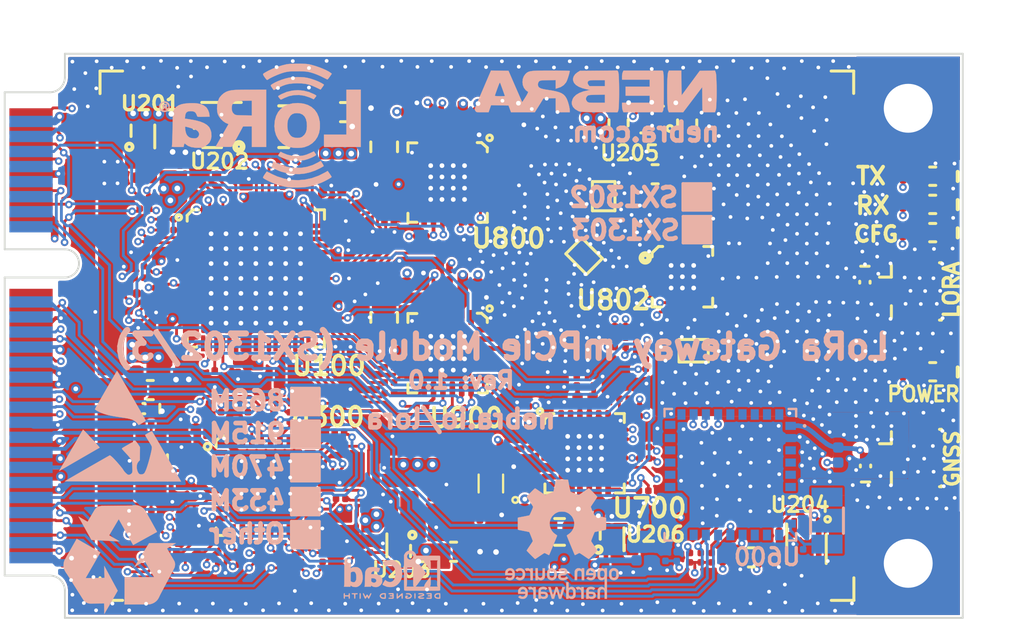
<source format=kicad_pcb>
(kicad_pcb (version 20171130) (host pcbnew "(5.1.5)-3")
  (title_block (title "LoRa PCIe Gateway PCB") (rev 1.0) (company "Nebra Ltd"))
  (layers (0 F.Cu signal) (1 In1.Cu signal) (2 In2.Cu signal) (3 In3.Cu signal) (4 In4.Cu signal) (31 B.Cu signal) (34 B.Paste user) (35 F.Paste user) (36 B.SilkS user) (37 F.SilkS user) (38 B.Mask user) (39 F.Mask user) (44 Edge.Cuts user))
  (net 0 "")
  (net 1 GND)
  (net 2 VCCCORE12)
  (net 3 VCCIO33)
  (net 4 VCC_MAIN)
  (net 5 "Net-(C202-Pad1)")
  (net 6 "Net-(C203-Pad1)")
  (net 7 VCC_FEM1)
  (net 8 VDD_RADIO)
  (net 9 "Net-(C213-Pad1)")
  (net 10 /SCH2/OSC32_IN)
  (net 11 /SCH2/OSC32_OUT)
  (net 12 "Net-(C601-Pad2)")
  (net 13 "Net-(C708-Pad2)")
  (net 14 "Net-(C708-Pad1)")
  (net 15 "Net-(C716-Pad2)")
  (net 16 "Net-(C717-Pad2)")
  (net 17 /SCH1/VR_PA)
  (net 18 "Net-(C806-Pad1)")
  (net 19 "Net-(C808-Pad2)")
  (net 20 "Net-(C808-Pad1)")
  (net 21 "Net-(C816-Pad2)")
  (net 22 "Net-(C817-Pad2)")
  (net 23 /SCH1/CSD)
  (net 24 /SCH1/RXTX_SW)
  (net 25 /SCH1/PA_ON)
  (net 26 VCC_FEM)
  (net 27 "Net-(C838-Pad2)")
  (net 28 "Net-(C908-Pad2)")
  (net 29 "Net-(C908-Pad1)")
  (net 30 "Net-(C916-Pad2)")
  (net 31 "Net-(C917-Pad2)")
  (net 32 VCC3V3_IN)
  (net 33 "Net-(L200-Pad1)")
  (net 34 "Net-(L707-Pad2)")
  (net 35 "Net-(L807-Pad2)")
  (net 36 "Net-(L812-Pad1)")
  (net 37 "Net-(L907-Pad2)")
  (net 38 "Net-(LED1-Pad1)")
  (net 39 "Net-(LED2-Pad1)")
  (net 40 "Net-(LED3-Pad1)")
  (net 41 "Net-(LED4-Pad1)")
  (net 42 "Net-(PCIe_1-Pad1)")
  (net 43 "Net-(PCIe_1-Pad3)")
  (net 44 "Net-(PCIe_1-Pad42)")
  (net 45 "Net-(PCIe_1-Pad14)")
  (net 46 "Net-(PCIe_1-Pad28)")
  (net 47 /SCH2/USB_DP)
  (net 48 "Net-(PCIe_1-Pad19)")
  (net 49 "Net-(PCIe_1-Pad33)")
  (net 50 "GPIO(6)")
  (net 51 "Net-(PCIe_1-Pad49)")
  (net 52 "Net-(PCIe_1-Pad44)")
  (net 53 "Net-(PCIe_1-Pad10)")
  (net 54 "Net-(PCIe_1-Pad31)")
  (net 55 "Net-(PCIe_1-Pad45)")
  (net 56 "Net-(PCIe_1-Pad16)")
  (net 57 "Net-(PCIe_1-Pad5)")
  (net 58 "Net-(PCIe_1-Pad23)")
  (net 59 "Net-(PCIe_1-Pad12)")
  (net 60 "Net-(PCIe_1-Pad7)")
  (net 61 "Net-(PCIe_1-Pad25)")
  (net 62 "Net-(PCIe_1-Pad30)")
  (net 63 "Net-(PCIe_1-Pad47)")
  (net 64 "Net-(PCIe_1-Pad46)")
  (net 65 "Net-(PCIe_1-Pad51)")
  (net 66 "Net-(PCIe_1-Pad8)")
  (net 67 "Net-(PCIe_1-Pad13)")
  (net 68 "Net-(PCIe_1-Pad22)")
  (net 69 "Net-(PCIe_1-Pad32)")
  (net 70 "Net-(PCIe_1-Pad20)")
  (net 71 "Net-(PCIe_1-Pad48)")
  (net 72 "Net-(PCIe_1-Pad11)")
  (net 73 "Net-(PCIe_1-Pad17)")
  (net 74 "Net-(Q600-Pad1)")
  (net 75 "Net-(Q600-Pad2)")
  (net 76 RADIO_A_CLK_32M)
  (net 77 /SCH2/RADIO_A_CLK_32M_MCU)
  (net 78 SX1302_RESET)
  (net 79 "Net-(R102-Pad1)")
  (net 80 HOST_MISO)
  (net 81 HOST_CSN)
  (net 82 /TX_ON)
  (net 83 /CONFIG_OK)
  (net 84 /RX_ON)
  (net 85 SX1302_CSD)
  (net 86 PPS)
  (net 87 "Net-(R108-Pad2)")
  (net 88 "Net-(R109-Pad2)")
  (net 89 "Net-(R110-Pad1)")
  (net 90 "RADIO_A_IQ(0)")
  (net 91 "Net-(R111-Pad1)")
  (net 92 "RADIO_A_IQ(1)")
  (net 93 "Net-(R112-Pad1)")
  (net 94 "RADIO_A_IQ(2)")
  (net 95 "Net-(R113-Pad1)")
  (net 96 "RADIO_A_IQ(3)")
  (net 97 "Net-(R114-Pad1)")
  (net 98 RADIO_A_CLK_O)
  (net 99 "Net-(R115-Pad1)")
  (net 100 "/GPIO(10)")
  (net 101 "/GPIO(11)")
  (net 102 "Net-(R120-Pad1)")
  (net 103 "RADIO_B_IQ(0)")
  (net 104 "Net-(R121-Pad1)")
  (net 105 "RADIO_B_IQ(1)")
  (net 106 "Net-(R122-Pad1)")
  (net 107 "RADIO_B_IQ(2)")
  (net 108 "RADIO_B_IQ(3)")
  (net 109 "Net-(R123-Pad2)")
  (net 110 "Net-(R124-Pad1)")
  (net 111 RADIO_B_CLK_O)
  (net 112 RADIO_B_CLK_32M)
  (net 113 "Net-(R125-Pad2)")
  (net 114 POWER_EN)
  (net 115 I2C_SDA)
  (net 116 "Net-(R205-Pad1)")
  (net 117 I2C_SCL)
  (net 118 "Net-(R304-Pad2)")
  (net 119 SX1261_BUSY)
  (net 120 SX1261_DIO2)
  (net 121 SX1261_NSS)
  (net 122 SX1261_DIO1)
  (net 123 SX1261_NRESET)
  (net 124 HOST_SCK)
  (net 125 HOST_MOSI)
  (net 126 /SCH2/MCU_NRESET)
  (net 127 /SCH2/DEBUG_JTCK-SWCLK)
  (net 128 /SCH2/DEBUG_JTMS-SWDIO)
  (net 129 HOST_UART_TX)
  (net 130 HOST_UART_RX)
  (net 131 /SCH1/TCXO_32M_O)
  (net 132 "Net-(R704-Pad1)")
  (net 133 "Net-(R705-Pad1)")
  (net 134 SX1302_RXTX_SW)
  (net 135 SX1302_PA_ON)
  (net 136 "Net-(R815-Pad2)")
  (net 137 "/GPIO(0)")
  (net 138 "/GPIO(9)")
  (net 139 "Net-(TP6-Pad1)")
  (net 140 "/RADIO_CTRL_(1)")
  (net 141 RADIO_A_CSN)
  (net 142 RADIO_A_MOSI)
  (net 143 RADIO_A_SCK)
  (net 144 "Net-(U100-Pad54)")
  (net 145 RADIO_A_MISO)
  (net 146 RADIO_B_MISO)
  (net 147 "Net-(U100-Pad31)")
  (net 148 "Net-(U100-Pad29)")
  (net 149 RADIO_B_NRESET)
  (net 150 "Net-(U100-Pad27)")
  (net 151 "Net-(U100-Pad26)")
  (net 152 "Net-(U100-Pad22)")
  (net 153 RADIO_B_SCK)
  (net 154 RADIO_B_MOSI)
  (net 155 RADIO_B_CSN)
  (net 156 "Net-(U100-Pad17)")
  (net 157 RADIO_A_NRESET)
  (net 158 "Net-(U300-Pad26)")
  (net 159 "Net-(U300-Pad25)")
  (net 160 "Net-(U700-Pad23)")
  (net 161 "Net-(U700-Pad4)")
  (net 162 "Net-(U700-Pad24)")
  (net 163 "Net-(U800-Pad4)")
  (net 164 "Net-(U802-Pad14)")
  (net 165 "Net-(U802-Pad3)")
  (net 166 "Net-(U900-Pad1)")
  (net 167 "Net-(U900-Pad4)")
  (net 168 "Net-(U900-Pad24)")
  (net 169 /SCH2/USB_DN)
  (net 170 "Net-(C226-Pad1)")
  (net 171 ~GNSS_RESET~)
  (net 172 GNSS_STANDBY)
  (net 173 "Net-(TP2-Pad1)")
  (net 174 "Net-(TP3-Pad1)")
  (net 175 /SCH4/GNSS_RF)
  (net 176 /SCH1/ANT_RF4)
  (net 177 /SCH1/RX_RF2)
  (net 178 /SCH1/TX_RF2)
  (net 179 /SCH1/TX_RF1)
  (net 180 /SCH1/TX_RF3)
  (net 181 /SCH1/TX_RF5)
  (net 182 /SCH1/TX_RF)
  (net 183 /SCH1/SX1250_RFI1_N)
  (net 184 /SCH1/SX1250_RFI1_P)
  (net 185 /SCH1/RX_RF1)
  (net 186 /SCH1/RX_RF)
  (net 187 /SCH1/PA_RF2)
  (net 188 /SCH1/PA_RF3)
  (net 189 /SCH1/ANT_RF1)
  (net 190 /SCH1/ANT_RF2)
  (net 191 /SCH1/ANT_RF3)
  (net 192 /SCH1/SX1250_RFI2_N)
  (net 193 /SCH1/SX1250_RFI2_P)
  (net 194 /SCH1/PA_RF1)
  (net 195 /SCH1/TX_RF4)
  (net 196 /SCH1/LNAFLT_RF)
  (net 197 /SCH1/LNAIN_RF)
  (net 198 /SCH1/SX1261_RFI)
  (net 199 /SCH1/SX1261_RFI_N)
  (net 200 /SCH1/SX1261_RFI_P)
  (net 201 "Net-(U600-Pad35)")
  (net 202 "Net-(U600-Pad34)")
  (net 203 "Net-(U600-Pad33)")
  (net 204 "Net-(U600-Pad32)")
  (net 205 "Net-(U600-Pad27)")
  (net 206 "Net-(U600-Pad26)")
  (net 207 "Net-(U600-Pad25)")
  (net 208 "Net-(U600-Pad24)")
  (net 209 "Net-(U600-Pad23)")
  (net 210 "Net-(U600-Pad22)")
  (net 211 "Net-(U600-Pad12)")
  (net 212 "Net-(U600-Pad6)")
  (net 213 "Net-(U600-Pad5)")
  (net 214 VCCGNSS)
  (net 215 "Net-(PCIe_1-Pad6)")
  (module LoRa_PCIe_GW:UFQFPN32_5x5mm (layer F.Cu) (at 113.89 122.967)
    (fp_text reference U300 (at 3.28 -3.647) (layer F.SilkS) (effects (font (thickness 0.2))))
    (fp_text value NC hide)
    (pad 33 thru_hole circle (at 1.29375 1.29375) (size 0.43125 0.43125) (drill 0.2) (layers *.Cu F.Mask) (net 1 GND))
    (pad 33 thru_hole circle (at 1.29375 0.43125) (size 0.43125 0.43125) (drill 0.2) (layers *.Cu F.Mask) (net 1 GND))
    (pad 33 thru_hole circle (at 1.29375 -0.43125) (size 0.43125 0.43125) (drill 0.2) (layers *.Cu F.Mask) (net 1 GND))
    (pad 33 thru_hole circle (at 1.29375 -1.29375) (size 0.43125 0.43125) (drill 0.2) (layers *.Cu F.Mask) (net 1 GND))
    (pad 33 thru_hole circle (at 0.43125 1.29375) (size 0.43125 0.43125) (drill 0.2) (layers *.Cu F.Mask) (net 1 GND))
    (pad 33 thru_hole circle (at 0.43125 0.43125) (size 0.43125 0.43125) (drill 0.2) (layers *.Cu F.Mask) (net 1 GND))
    (pad 33 thru_hole circle (at 0.43125 -0.43125) (size 0.43125 0.43125) (drill 0.2) (layers *.Cu F.Mask) (net 1 GND))
    (pad 33 thru_hole circle (at 0.43125 -1.29375) (size 0.43125 0.43125) (drill 0.2) (layers *.Cu F.Mask) (net 1 GND))
    (pad 33 thru_hole circle (at -0.43125 1.29375) (size 0.43125 0.43125) (drill 0.2) (layers *.Cu F.Mask) (net 1 GND))
    (pad 33 thru_hole circle (at -0.43125 0.43125) (size 0.43125 0.43125) (drill 0.2) (layers *.Cu F.Mask) (net 1 GND))
    (pad 33 thru_hole circle (at -0.43125 -0.43125) (size 0.43125 0.43125) (drill 0.2) (layers *.Cu F.Mask) (net 1 GND))
    (pad 33 thru_hole circle (at -0.43125 -1.29375) (size 0.43125 0.43125) (drill 0.2) (layers *.Cu F.Mask) (net 1 GND))
    (pad 33 thru_hole circle (at -1.29375 1.29375) (size 0.43125 0.43125) (drill 0.2) (layers *.Cu F.Mask) (net 1 GND))
    (pad 33 thru_hole circle (at -1.29375 0.43125) (size 0.43125 0.43125) (drill 0.2) (layers *.Cu F.Mask) (net 1 GND))
    (pad 33 thru_hole circle (at -1.29375 -0.43125) (size 0.43125 0.43125) (drill 0.2) (layers *.Cu F.Mask) (net 1 GND))
    (pad 33 thru_hole circle (at -1.29375 -1.29375) (size 0.43125 0.43125) (drill 0.2) (layers *.Cu F.Mask) (net 1 GND))
    (pad 33 smd rect (at 1.29375 1.29375) (size 0.8625 0.8625) (layers F.Cu F.Paste F.Mask) (net 1 GND))
    (pad 33 smd rect (at 1.29375 0.43125) (size 0.8625 0.8625) (layers F.Cu F.Paste F.Mask) (net 1 GND))
    (pad 33 smd rect (at 1.29375 -0.43125) (size 0.8625 0.8625) (layers F.Cu F.Paste F.Mask) (net 1 GND))
    (pad 33 smd rect (at 1.29375 -1.29375) (size 0.8625 0.8625) (layers F.Cu F.Paste F.Mask) (net 1 GND))
    (pad 33 smd rect (at 0.43125 1.29375) (size 0.8625 0.8625) (layers F.Cu F.Paste F.Mask) (net 1 GND))
    (pad 33 smd rect (at 0.43125 0.43125) (size 0.8625 0.8625) (layers F.Cu F.Paste F.Mask) (net 1 GND))
    (pad 33 smd rect (at 0.43125 -0.43125) (size 0.8625 0.8625) (layers F.Cu F.Paste F.Mask) (net 1 GND))
    (pad 33 smd rect (at 0.43125 -1.29375) (size 0.8625 0.8625) (layers F.Cu F.Paste F.Mask) (net 1 GND))
    (pad 33 smd rect (at -0.43125 1.29375) (size 0.8625 0.8625) (layers F.Cu F.Paste F.Mask) (net 1 GND))
    (pad 33 smd rect (at -0.43125 0.43125) (size 0.8625 0.8625) (layers F.Cu F.Paste F.Mask) (net 1 GND))
    (pad 33 smd rect (at -0.43125 -0.43125) (size 0.8625 0.8625) (layers F.Cu F.Paste F.Mask) (net 1 GND))
    (pad 33 smd rect (at -0.43125 -1.29375) (size 0.8625 0.8625) (layers F.Cu F.Paste F.Mask) (net 1 GND))
    (pad 33 smd rect (at -1.29375 1.29375) (size 0.8625 0.8625) (layers F.Cu F.Paste F.Mask) (net 1 GND))
    (pad 33 smd rect (at -1.29375 0.43125) (size 0.8625 0.8625) (layers F.Cu F.Paste F.Mask) (net 1 GND))
    (pad 33 smd rect (at -1.29375 -0.43125) (size 0.8625 0.8625) (layers F.Cu F.Paste F.Mask) (net 1 GND))
    (pad 33 smd rect (at -1.29375 -1.29375) (size 0.8625 0.8625) (layers F.Cu F.Paste F.Mask) (net 1 GND))
    (pad 32 smd rect (at -1.75 -2.35) (size 0.3 0.6) (layers F.Cu F.Paste F.Mask) (net 1 GND))
    (pad 31 smd rect (at -1.25 -2.35) (size 0.3 0.6) (layers F.Cu F.Paste F.Mask) (net 118 "Net-(R304-Pad2)"))
    (pad 30 smd rect (at -0.75 -2.35) (size 0.3 0.6) (layers F.Cu F.Paste F.Mask) (net 115 I2C_SDA))
    (pad 29 smd rect (at -0.25 -2.35) (size 0.3 0.6) (layers F.Cu F.Paste F.Mask) (net 117 I2C_SCL))
    (pad 28 smd rect (at 0.25 -2.35) (size 0.3 0.6) (layers F.Cu F.Paste F.Mask) (net 171 ~GNSS_RESET~))
    (pad 27 smd rect (at 0.75 -2.35) (size 0.3 0.6) (layers F.Cu F.Paste F.Mask) (net 86 PPS))
    (pad 26 smd rect (at 1.25 -2.35) (size 0.3 0.6) (layers F.Cu F.Paste F.Mask) (net 158 "Net-(U300-Pad26)"))
    (pad 25 smd rect (at 1.75 -2.35) (size 0.3 0.6) (layers F.Cu F.Paste F.Mask) (net 159 "Net-(U300-Pad25)"))
    (pad 24 smd roundrect (at 2.35 -1.75 90) (size 0.3 0.6) (layers F.Cu F.Paste F.Mask) (roundrect_rratio 0.1) (net 127 /SCH2/DEBUG_JTCK-SWCLK))
    (pad 23 smd roundrect (at 2.35 -1.25 90) (size 0.3 0.6) (layers F.Cu F.Paste F.Mask) (roundrect_rratio 0.1) (net 128 /SCH2/DEBUG_JTMS-SWDIO))
    (pad 22 smd roundrect (at 2.35 -0.75 90) (size 0.3 0.6) (layers F.Cu F.Paste F.Mask) (roundrect_rratio 0.1) (net 47 /SCH2/USB_DP))
    (pad 21 smd roundrect (at 2.35 -0.25 90) (size 0.3 0.6) (layers F.Cu F.Paste F.Mask) (roundrect_rratio 0.1) (net 169 /SCH2/USB_DN))
    (pad 20 smd roundrect (at 2.35 0.25 90) (size 0.3 0.6) (layers F.Cu F.Paste F.Mask) (roundrect_rratio 0.1) (net 130 HOST_UART_RX))
    (pad 19 smd roundrect (at 2.35 0.75 90) (size 0.3 0.6) (layers F.Cu F.Paste F.Mask) (roundrect_rratio 0.1) (net 129 HOST_UART_TX))
    (pad 18 smd roundrect (at 2.35 1.25 90) (size 0.3 0.6) (layers F.Cu F.Paste F.Mask) (roundrect_rratio 0.1) (net 123 SX1261_NRESET))
    (pad 17 smd roundrect (at 2.35 1.75 90) (size 0.3 0.6) (layers F.Cu F.Paste F.Mask) (roundrect_rratio 0.1) (net 3 VCCIO33))
    (pad 16 smd rect (at 1.75 2.35) (size 0.3 0.6) (layers F.Cu F.Paste F.Mask) (net 1 GND))
    (pad 15 smd rect (at 1.25 2.35) (size 0.3 0.6) (layers F.Cu F.Paste F.Mask) (net 122 SX1261_DIO1))
    (pad 14 smd rect (at 0.75 2.35) (size 0.3 0.6) (layers F.Cu F.Paste F.Mask) (net 121 SX1261_NSS))
    (pad 13 smd rect (at 0.25 2.35) (size 0.3 0.6) (layers F.Cu F.Paste F.Mask) (net 125 HOST_MOSI))
    (pad 12 smd rect (at -0.25 2.35) (size 0.3 0.6) (layers F.Cu F.Paste F.Mask) (net 80 HOST_MISO))
    (pad 11 smd rect (at -0.75 2.35) (size 0.3 0.6) (layers F.Cu F.Paste F.Mask) (net 124 HOST_SCK))
    (pad 10 smd rect (at -1.25 2.35) (size 0.3 0.6) (layers F.Cu F.Paste F.Mask) (net 81 HOST_CSN))
    (pad 9 smd rect (at -1.75 2.35) (size 0.3 0.6) (layers F.Cu F.Paste F.Mask) (net 119 SX1261_BUSY))
    (pad 8 smd roundrect (at -2.35 1.75 90) (size 0.3 0.6) (layers F.Cu F.Paste F.Mask) (roundrect_rratio 0.1) (net 78 SX1302_RESET))
    (pad 7 smd roundrect (at -2.35 1.25 90) (size 0.3 0.6) (layers F.Cu F.Paste F.Mask) (roundrect_rratio 0.1) (net 114 POWER_EN))
    (pad 6 smd roundrect (at -2.35 0.75 90) (size 0.3 0.6) (layers F.Cu F.Paste F.Mask) (roundrect_rratio 0.1) (net 77 /SCH2/RADIO_A_CLK_32M_MCU))
    (pad 5 smd roundrect (at -2.35 0.25 90) (size 0.3 0.6) (layers F.Cu F.Paste F.Mask) (roundrect_rratio 0.1) (net 3 VCCIO33))
    (pad 4 smd roundrect (at -2.35 -0.25 90) (size 0.3 0.6) (layers F.Cu F.Paste F.Mask) (roundrect_rratio 0.1) (net 126 /SCH2/MCU_NRESET))
    (pad 3 smd roundrect (at -2.35 -0.75 90) (size 0.3 0.6) (layers F.Cu F.Paste F.Mask) (roundrect_rratio 0.1) (net 11 /SCH2/OSC32_OUT))
    (pad 2 smd roundrect (at -2.35 -1.25 90) (size 0.3 0.6) (layers F.Cu F.Paste F.Mask) (roundrect_rratio 0.1) (net 10 /SCH2/OSC32_IN))
    (pad 1 smd roundrect (at -2.35 -1.75 90) (size 0.3 0.6) (layers F.Cu F.Paste F.Mask) (roundrect_rratio 0.1) (net 3 VCCIO33))
  )
  (module LoRa_PCIe_GW:SKY66420_16P_3x3mm (layer F.Cu) (at 136.041 111.859)
    (fp_text reference U802 (at -3.671 1.241) (layer F.SilkS) (effects (font (thickness 0.2))))
    (fp_text value SKY66423-11 hide)
    (pad 17 thru_hole circle (at -0.6 -0.6) (size 0.6 0.6) (drill 0.25) (layers *.Cu) (net 1 GND))
    (pad 2 smd roundrect (at -1.375 -0.25) (size 0.45 0.3) (layers F.Cu F.Paste F.Mask) (net 186 /SCH1/RX_RF))
    (pad 17 thru_hole circle (at -0.6 0) (size 0.6 0.6) (drill 0.25) (layers *.Cu) (net 1 GND))
    (pad 17 thru_hole circle (at 0 0) (size 0.6 0.6) (drill 0.25) (layers *.Cu) (net 1 GND))
    (pad 17 thru_hole circle (at 0 -0.6) (size 0.6 0.6) (drill 0.25) (layers *.Cu) (net 1 GND))
    (pad 17 thru_hole circle (at 0.6 0.6) (size 0.6 0.6) (drill 0.25) (layers *.Cu) (net 1 GND))
    (pad 17 smd roundrect (at 0 0) (size 1.7 1.7) (layers B.Cu) (roundrect_rratio 0.147059) (net 1 GND))
    (pad 17 thru_hole circle (at 0.6 -0.6) (size 0.6 0.6) (drill 0.25) (layers *.Cu) (net 1 GND))
    (pad 17 thru_hole circle (at 0 0.6) (size 0.6 0.6) (drill 0.25) (layers *.Cu) (net 1 GND))
    (pad 17 thru_hole circle (at -0.6 0.6) (size 0.6 0.6) (drill 0.25) (layers *.Cu) (net 1 GND))
    (pad 1 smd roundrect (at -1.375 -0.75) (size 0.45 0.3) (layers F.Cu F.Paste F.Mask) (net 182 /SCH1/TX_RF))
    (pad 17 thru_hole circle (at 0.6 0) (size 0.6 0.6) (drill 0.25) (layers *.Cu) (net 1 GND))
    (pad 17 smd roundrect (at 0 0) (size 1.8 1.8) (layers *.Mask F.Cu) (roundrect_rratio 0.05) (net 1 GND))
    (pad 5 smd roundrect (at -0.75 1.375) (size 0.3 0.45) (layers F.Cu F.Paste F.Mask) (net 25 /SCH1/PA_ON))
    (pad 9 smd roundrect (at 1.375 0.75) (size 0.45 0.3) (layers F.Cu F.Paste F.Mask) (net 189 /SCH1/ANT_RF1))
    (pad 13 smd roundrect (at 0.75 -1.375) (size 0.3 0.45) (layers F.Cu F.Paste F.Mask) (net 194 /SCH1/PA_RF1))
    (pad 15 smd roundrect (at -0.25 -1.375) (size 0.3 0.45) (layers F.Cu F.Paste F.Mask) (net 26 VCC_FEM))
    (pad 7 smd roundrect (at 0.25 1.375) (size 0.3 0.45) (layers F.Cu F.Paste F.Mask) (net 197 /SCH1/LNAIN_RF))
    (pad 14 smd roundrect (at 0.25 -1.375) (size 0.3 0.45) (layers F.Cu F.Paste F.Mask) (net 164 "Net-(U802-Pad14)"))
    (pad 10 smd roundrect (at 1.375 0.25) (size 0.45 0.3) (layers F.Cu F.Paste F.Mask) (net 1 GND))
    (pad 16 smd roundrect (at -0.75 -1.375) (size 0.3 0.45) (layers F.Cu F.Paste F.Mask) (net 36 "Net-(L812-Pad1)"))
    (pad 12 smd roundrect (at 1.375 -0.75) (size 0.45 0.3) (layers F.Cu F.Paste F.Mask) (net 1 GND))
    (pad 6 smd roundrect (at -0.25 1.375) (size 0.3 0.45) (layers F.Cu F.Paste F.Mask) (net 24 /SCH1/RXTX_SW))
    (pad 4 smd roundrect (at -1.375 0.75) (size 0.45 0.3) (layers F.Cu F.Paste F.Mask) (net 23 /SCH1/CSD))
    (pad 8 smd roundrect (at 0.75 1.375) (size 0.3 0.45) (layers F.Cu F.Paste F.Mask) (net 196 /SCH1/LNAFLT_RF))
    (pad 11 smd roundrect (at 1.375 -0.25) (size 0.45 0.3) (layers F.Cu F.Paste F.Mask) (net 188 /SCH1/PA_RF3))
    (pad 3 smd roundrect (at -1.375 0.25) (size 0.45 0.3) (layers F.Cu F.Paste F.Mask) (net 165 "Net-(U802-Pad3)"))
  )
  (module LoRa_PCIe_GW:SMS-458F_Shield (layer F.Cu) (at 105.15 101)
    (fp_text reference RF1 hide)
    (fp_text value "Shield Frame" hide)
    (pad 1 smd rect (at 13.51 27.48 90) (size 1.02 4.04) (layers F.Cu F.Paste F.Mask) (net 1 GND))
    (pad 1 smd rect (at 1.63 27.48 90) (size 1.02 3.26) (layers F.Cu F.Mask) (net 1 GND))
    (pad 1 smd rect (at 0.51 25.265) (size 1.02 3.41) (layers F.Cu F.Mask) (net 1 GND))
    (pad 1 smd rect (at 7.06 27.48 90) (size 1.02 4.04) (layers F.Cu F.Paste F.Mask) (net 1 GND))
    (pad 1 smd rect (at 19.97 27.48 90) (size 1.02 4.04) (layers F.Cu F.Paste F.Mask) (net 1 GND))
    (pad 1 smd rect (at 26.42 27.48 90) (size 1.02 4.04) (layers F.Cu F.Paste F.Mask) (net 1 GND))
    (pad 1 smd rect (at 32.87 27.48 90) (size 1.02 4.04) (layers F.Cu F.Paste F.Mask) (net 1 GND))
    (pad 1 smd rect (at 39.42 25.265) (size 1.02 3.41) (layers F.Cu F.Mask) (net 1 GND))
    (pad 1 smd rect (at 38.3 27.48 90) (size 1.02 3.26) (layers F.Cu F.Mask) (net 1 GND))
    (pad 1 smd rect (at 39.42 19.795) (size 1.02 4.025) (layers F.Cu F.Paste F.Mask) (net 1 GND))
    (pad 1 smd rect (at 39.42 13.995) (size 1.02 4.025) (layers F.Cu F.Paste F.Mask) (net 1 GND))
    (pad 1 smd rect (at 39.42 8.2) (size 1.02 4.025) (layers F.Cu F.Paste F.Mask) (net 1 GND))
    (pad 1 smd rect (at 39.42 2.73) (size 1.02 3.41) (layers F.Cu F.Mask) (net 1 GND))
    (pad 1 smd rect (at 38.29 0.51 90) (size 1.02 3.26) (layers F.Cu F.Mask) (net 1 GND))
    (pad 1 smd rect (at 32.87 0.51 90) (size 1.02 4.04) (layers F.Cu F.Paste F.Mask) (net 1 GND))
    (pad 1 smd rect (at 26.42 0.51 90) (size 1.02 4.04) (layers F.Cu F.Paste F.Mask) (net 1 GND))
    (pad 1 smd rect (at 19.97 0.51 90) (size 1.02 4.04) (layers F.Cu F.Paste F.Mask) (net 1 GND))
    (pad 1 smd rect (at 13.51 0.51 90) (size 1.02 4.04) (layers F.Cu F.Paste F.Mask) (net 1 GND))
    (pad 1 smd rect (at 7.06 0.51 90) (size 1.02 4.04) (layers F.Cu F.Paste F.Mask) (net 1 GND))
    (pad 1 smd rect (at 1.63 0.51 90) (size 1.02 3.26) (layers F.Cu F.Mask) (net 1 GND))
    (pad 1 smd rect (at 0.51 2.725) (size 1.02 3.41) (layers F.Cu F.Mask) (net 1 GND))
    (pad 1 smd rect (at 0.51 19.79) (size 1.02 4.025) (layers F.Cu F.Paste F.Mask) (net 1 GND))
    (pad 1 smd rect (at 0.51 13.99) (size 1.02 4.025) (layers F.Cu F.Paste F.Mask) (net 1 GND))
    (pad 1 smd rect (at 0.51 8.2) (size 1.02 4.025) (layers F.Cu F.Paste F.Mask) (net 1 GND))
  )
  (module LoRa_PCIe_GW:vqfn24_4x4mm (layer F.Cu) (at 130.84 121.247)
    (fp_text reference U700 (at 3.45 2.913) (layer F.SilkS) (effects (font (thickness 0.2))))
    (fp_text value NC hide)
    (pad 25 thru_hole circle (at -0.3 0.9) (size 0.5 0.5) (drill 0.25) (layers *.Cu) (net 1 GND))
    (pad 25 thru_hole circle (at 0.9 0.9) (size 0.5 0.5) (drill 0.25) (layers *.Cu) (net 1 GND))
    (pad 25 thru_hole circle (at -0.9 0.9) (size 0.5 0.5) (drill 0.25) (layers *.Cu) (net 1 GND))
    (pad 25 thru_hole circle (at 0.3 0.9) (size 0.5 0.5) (drill 0.25) (layers *.Cu) (net 1 GND))
    (pad 25 thru_hole circle (at -0.3 0.3) (size 0.5 0.5) (drill 0.25) (layers *.Cu) (net 1 GND))
    (pad 25 thru_hole circle (at 0.9 0.3) (size 0.5 0.5) (drill 0.25) (layers *.Cu) (net 1 GND))
    (pad 25 thru_hole circle (at -0.9 0.3) (size 0.5 0.5) (drill 0.25) (layers *.Cu) (net 1 GND))
    (pad 25 thru_hole circle (at 0.3 0.3) (size 0.5 0.5) (drill 0.25) (layers *.Cu) (net 1 GND))
    (pad 25 thru_hole circle (at -0.3 -0.3) (size 0.5 0.5) (drill 0.25) (layers *.Cu) (net 1 GND))
    (pad 25 thru_hole circle (at 0.9 -0.3) (size 0.5 0.5) (drill 0.25) (layers *.Cu) (net 1 GND))
    (pad 25 thru_hole circle (at -0.9 -0.3) (size 0.5 0.5) (drill 0.25) (layers *.Cu) (net 1 GND))
    (pad 25 thru_hole circle (at 0.3 -0.3) (size 0.5 0.5) (drill 0.25) (layers *.Cu) (net 1 GND))
    (pad 25 thru_hole circle (at 0.3 -0.9) (size 0.5 0.5) (drill 0.25) (layers *.Cu) (net 1 GND))
    (pad 16 smd roundrect (at 1.9 -0.25) (size 0.8 0.3) (layers F.Cu F.Paste F.Mask) (net 132 "Net-(R704-Pad1)"))
    (pad 23 smd roundrect (at -0.75 -1.9) (size 0.3 0.8) (layers F.Cu F.Paste F.Mask) (net 160 "Net-(U700-Pad23)"))
    (pad 17 smd roundrect (at 1.9 -0.75) (size 0.8 0.3) (layers F.Cu F.Paste F.Mask) (net 125 HOST_MOSI))
    (pad 5 smd roundrect (at -1.9 0.75) (size 0.8 0.3) (layers F.Cu F.Paste F.Mask) (net 1 GND))
    (pad 25 smd roundrect (at 0 0) (size 2.4 2.4) (layers F.Cu F.Mask) (roundrect_rratio 0.05) (net 1 GND))
    (pad 1 smd roundrect (at -1.9 -1.25) (size 0.8 0.3) (layers F.Cu F.Paste F.Mask) (net 15 "Net-(C716-Pad2)"))
    (pad 2 smd roundrect (at -1.9 -0.75) (size 0.8 0.3) (layers F.Cu F.Paste F.Mask) (net 1 GND))
    (pad 25 smd roundrect (at 0 0) (size 2.45 2.45) (layers B.Cu) (roundrect_rratio 0.102041) (net 1 GND))
    (pad 3 smd roundrect (at -1.9 -0.25) (size 0.8 0.3) (layers F.Cu F.Paste F.Mask) (net 14 "Net-(C708-Pad1)"))
    (pad 13 smd roundrect (at 1.9 1.25) (size 0.8 0.3) (layers F.Cu F.Paste F.Mask) (net 122 SX1261_DIO1))
    (pad 14 smd roundrect (at 1.9 0.75) (size 0.8 0.3) (layers F.Cu F.Paste F.Mask) (net 119 SX1261_BUSY))
    (pad 22 smd roundrect (at -0.25 -1.9) (size 0.3 0.8) (layers F.Cu F.Paste F.Mask) (net 199 /SCH1/SX1261_RFI_N))
    (pad 4 smd roundrect (at -1.9 0.25) (size 0.8 0.3) (layers F.Cu F.Paste F.Mask) (net 161 "Net-(U700-Pad4)"))
    (pad 25 thru_hole circle (at 0.9 -0.9) (size 0.5 0.5) (drill 0.25) (layers *.Cu) (net 1 GND))
    (pad 20 smd roundrect (at 0.75 -1.9) (size 0.3 0.8) (layers F.Cu F.Paste F.Mask) (net 1 GND))
    (pad 9 smd roundrect (at -0.25 1.9) (size 0.3 0.8) (layers F.Cu F.Paste F.Mask) (net 34 "Net-(L707-Pad2)"))
    (pad 11 smd roundrect (at 0.75 1.9) (size 0.3 0.8) (layers F.Cu F.Paste F.Mask) (net 8 VDD_RADIO))
    (pad 8 smd roundrect (at -0.75 1.9) (size 0.3 0.8) (layers F.Cu F.Paste F.Mask) (net 1 GND))
    (pad 25 thru_hole circle (at -0.3 -0.9) (size 0.5 0.5) (drill 0.25) (layers *.Cu) (net 1 GND))
    (pad 7 smd roundrect (at -1.25 1.9) (size 0.3 0.8) (layers F.Cu F.Paste F.Mask) (net 16 "Net-(C717-Pad2)"))
    (pad 18 smd roundrect (at 1.9 -1.25) (size 0.8 0.3) (layers F.Cu F.Paste F.Mask) (net 124 HOST_SCK))
    (pad 24 smd roundrect (at -1.25 -1.9) (size 0.3 0.8) (layers F.Cu F.Paste F.Mask) (net 162 "Net-(U700-Pad24)"))
    (pad 10 smd roundrect (at 0.25 1.9) (size 0.3 0.8) (layers F.Cu F.Paste F.Mask) (net 8 VDD_RADIO))
    (pad 19 smd roundrect (at 1.25 -1.9) (size 0.3 0.8) (layers F.Cu F.Paste F.Mask) (net 133 "Net-(R705-Pad1)"))
    (pad 6 smd roundrect (at -1.9 1.25) (size 0.8 0.3) (layers F.Cu F.Paste F.Mask) (net 139 "Net-(TP6-Pad1)"))
    (pad 12 smd roundrect (at 1.25 1.9) (size 0.3 0.8) (layers F.Cu F.Paste F.Mask) (net 120 SX1261_DIO2))
    (pad 25 thru_hole circle (at -0.9 -0.9) (size 0.5 0.5) (drill 0.25) (layers *.Cu) (net 1 GND))
    (pad 15 smd roundrect (at 1.9 0.25) (size 0.8 0.3) (layers F.Cu F.Paste F.Mask) (net 123 SX1261_NRESET))
    (pad 21 smd roundrect (at 0.25 -1.9) (size 0.3 0.8) (layers F.Cu F.Paste F.Mask) (net 200 /SCH1/SX1261_RFI_P))
  )
  (module LoRa_PCIe_GW:vqfn24_4x4mm (layer F.Cu) (at 123.555 115.925 270)
    (fp_text reference U900 (at 3.445 -0.995) (layer F.SilkS) (effects (font (thickness 0.2))))
    (fp_text value SX1250 hide)
    (pad 25 thru_hole circle (at -0.3 0.9 270) (size 0.5 0.5) (drill 0.25) (layers *.Cu) (net 1 GND))
    (pad 25 thru_hole circle (at 0.9 0.9 270) (size 0.5 0.5) (drill 0.25) (layers *.Cu) (net 1 GND))
    (pad 25 thru_hole circle (at -0.9 0.9 270) (size 0.5 0.5) (drill 0.25) (layers *.Cu) (net 1 GND))
    (pad 25 thru_hole circle (at 0.3 0.9 270) (size 0.5 0.5) (drill 0.25) (layers *.Cu) (net 1 GND))
    (pad 25 thru_hole circle (at -0.3 0.3 270) (size 0.5 0.5) (drill 0.25) (layers *.Cu) (net 1 GND))
    (pad 25 thru_hole circle (at 0.9 0.3 270) (size 0.5 0.5) (drill 0.25) (layers *.Cu) (net 1 GND))
    (pad 25 thru_hole circle (at -0.9 0.3 270) (size 0.5 0.5) (drill 0.25) (layers *.Cu) (net 1 GND))
    (pad 25 thru_hole circle (at 0.3 0.3 270) (size 0.5 0.5) (drill 0.25) (layers *.Cu) (net 1 GND))
    (pad 25 thru_hole circle (at -0.3 -0.3 270) (size 0.5 0.5) (drill 0.25) (layers *.Cu) (net 1 GND))
    (pad 25 thru_hole circle (at 0.9 -0.3 270) (size 0.5 0.5) (drill 0.25) (layers *.Cu) (net 1 GND))
    (pad 25 thru_hole circle (at -0.9 -0.3 270) (size 0.5 0.5) (drill 0.25) (layers *.Cu) (net 1 GND))
    (pad 25 thru_hole circle (at 0.3 -0.3 270) (size 0.5 0.5) (drill 0.25) (layers *.Cu) (net 1 GND))
    (pad 25 thru_hole circle (at 0.3 -0.9 270) (size 0.5 0.5) (drill 0.25) (layers *.Cu) (net 1 GND))
    (pad 16 smd roundrect (at 1.9 -0.25 270) (size 0.8 0.3) (layers F.Cu F.Paste F.Mask) (net 146 RADIO_B_MISO))
    (pad 23 smd roundrect (at -0.75 -1.9 270) (size 0.3 0.8) (layers F.Cu F.Paste F.Mask) (net 192 /SCH1/SX1250_RFI2_N))
    (pad 17 smd roundrect (at 1.9 -0.75 270) (size 0.8 0.3) (layers F.Cu F.Paste F.Mask) (net 154 RADIO_B_MOSI))
    (pad 5 smd roundrect (at -1.9 0.75 270) (size 0.8 0.3) (layers F.Cu F.Paste F.Mask) (net 107 "RADIO_B_IQ(2)"))
    (pad 25 smd roundrect (at 0 0 270) (size 2.4 2.4) (layers F.Cu F.Mask) (roundrect_rratio 0.05) (net 1 GND))
    (pad 1 smd roundrect (at -1.9 -1.25 270) (size 0.8 0.3) (layers F.Cu F.Paste F.Mask) (net 166 "Net-(U900-Pad1)"))
    (pad 2 smd roundrect (at -1.9 -0.75 270) (size 0.8 0.3) (layers F.Cu F.Paste F.Mask) (net 30 "Net-(C916-Pad2)"))
    (pad 25 smd roundrect (at 0 0 270) (size 2.45 2.45) (layers B.Cu) (roundrect_rratio 0.102041) (net 1 GND))
    (pad 3 smd roundrect (at -1.9 -0.25 270) (size 0.8 0.3) (layers F.Cu F.Paste F.Mask) (net 29 "Net-(C908-Pad1)"))
    (pad 13 smd roundrect (at 1.9 1.25 270) (size 0.8 0.3) (layers F.Cu F.Paste F.Mask) (net 103 "RADIO_B_IQ(0)"))
    (pad 14 smd roundrect (at 1.9 0.75 270) (size 0.8 0.3) (layers F.Cu F.Paste F.Mask) (net 112 RADIO_B_CLK_32M))
    (pad 22 smd roundrect (at -0.25 -1.9 270) (size 0.3 0.8) (layers F.Cu F.Paste F.Mask) (net 193 /SCH1/SX1250_RFI2_P))
    (pad 4 smd roundrect (at -1.9 0.25 270) (size 0.8 0.3) (layers F.Cu F.Paste F.Mask) (net 167 "Net-(U900-Pad4)"))
    (pad 25 thru_hole circle (at 0.9 -0.9 270) (size 0.5 0.5) (drill 0.25) (layers *.Cu) (net 1 GND))
    (pad 20 smd roundrect (at 0.75 -1.9 270) (size 0.3 0.8) (layers F.Cu F.Paste F.Mask) (net 1 GND))
    (pad 9 smd roundrect (at -0.25 1.9 270) (size 0.3 0.8) (layers F.Cu F.Paste F.Mask) (net 8 VDD_RADIO))
    (pad 11 smd roundrect (at 0.75 1.9 270) (size 0.3 0.8) (layers F.Cu F.Paste F.Mask) (net 111 RADIO_B_CLK_O))
    (pad 8 smd roundrect (at -0.75 1.9 270) (size 0.3 0.8) (layers F.Cu F.Paste F.Mask) (net 37 "Net-(L907-Pad2)"))
    (pad 25 thru_hole circle (at -0.3 -0.9 270) (size 0.5 0.5) (drill 0.25) (layers *.Cu) (net 1 GND))
    (pad 7 smd roundrect (at -1.25 1.9 270) (size 0.3 0.8) (layers F.Cu F.Paste F.Mask) (net 1 GND))
    (pad 18 smd roundrect (at 1.9 -1.25 270) (size 0.8 0.3) (layers F.Cu F.Paste F.Mask) (net 153 RADIO_B_SCK))
    (pad 24 smd roundrect (at -1.25 -1.9 270) (size 0.3 0.8) (layers F.Cu F.Paste F.Mask) (net 168 "Net-(U900-Pad24)"))
    (pad 10 smd roundrect (at 0.25 1.9 270) (size 0.3 0.8) (layers F.Cu F.Paste F.Mask) (net 8 VDD_RADIO))
    (pad 19 smd roundrect (at 1.25 -1.9 270) (size 0.3 0.8) (layers F.Cu F.Paste F.Mask) (net 155 RADIO_B_CSN))
    (pad 6 smd roundrect (at -1.9 1.25 270) (size 0.8 0.3) (layers F.Cu F.Paste F.Mask) (net 31 "Net-(C917-Pad2)"))
    (pad 12 smd roundrect (at 1.25 1.9 270) (size 0.3 0.8) (layers F.Cu F.Paste F.Mask) (net 105 "RADIO_B_IQ(1)"))
    (pad 25 thru_hole circle (at -0.9 -0.9 270) (size 0.5 0.5) (drill 0.25) (layers *.Cu) (net 1 GND))
    (pad 15 smd roundrect (at 1.9 0.25 270) (size 0.8 0.3) (layers F.Cu F.Paste F.Mask) (net 149 RADIO_B_NRESET))
    (pad 21 smd roundrect (at 0.25 -1.9 270) (size 0.3 0.8) (layers F.Cu F.Paste F.Mask) (net 108 "RADIO_B_IQ(3)"))
  )
  (module LoRa_PCIe_GW:vqfn24_4x4mm (layer F.Cu) (at 123.555 106.85 270)
    (fp_text reference U800 (at 2.97 -3.235) (layer F.SilkS) (effects (font (thickness 0.2))))
    (fp_text value SX1250 hide)
    (pad 25 thru_hole circle (at -0.3 0.9 270) (size 0.5 0.5) (drill 0.25) (layers *.Cu) (net 1 GND))
    (pad 25 thru_hole circle (at 0.9 0.9 270) (size 0.5 0.5) (drill 0.25) (layers *.Cu) (net 1 GND))
    (pad 25 thru_hole circle (at -0.9 0.9 270) (size 0.5 0.5) (drill 0.25) (layers *.Cu) (net 1 GND))
    (pad 25 thru_hole circle (at 0.3 0.9 270) (size 0.5 0.5) (drill 0.25) (layers *.Cu) (net 1 GND))
    (pad 25 thru_hole circle (at -0.3 0.3 270) (size 0.5 0.5) (drill 0.25) (layers *.Cu) (net 1 GND))
    (pad 25 thru_hole circle (at 0.9 0.3 270) (size 0.5 0.5) (drill 0.25) (layers *.Cu) (net 1 GND))
    (pad 25 thru_hole circle (at -0.9 0.3 270) (size 0.5 0.5) (drill 0.25) (layers *.Cu) (net 1 GND))
    (pad 25 thru_hole circle (at 0.3 0.3 270) (size 0.5 0.5) (drill 0.25) (layers *.Cu) (net 1 GND))
    (pad 25 thru_hole circle (at -0.3 -0.3 270) (size 0.5 0.5) (drill 0.25) (layers *.Cu) (net 1 GND))
    (pad 25 thru_hole circle (at 0.9 -0.3 270) (size 0.5 0.5) (drill 0.25) (layers *.Cu) (net 1 GND))
    (pad 25 thru_hole circle (at -0.9 -0.3 270) (size 0.5 0.5) (drill 0.25) (layers *.Cu) (net 1 GND))
    (pad 25 thru_hole circle (at 0.3 -0.3 270) (size 0.5 0.5) (drill 0.25) (layers *.Cu) (net 1 GND))
    (pad 25 thru_hole circle (at 0.3 -0.9 270) (size 0.5 0.5) (drill 0.25) (layers *.Cu) (net 1 GND))
    (pad 16 smd roundrect (at 1.9 -0.25 270) (size 0.8 0.3) (layers F.Cu F.Paste F.Mask) (net 145 RADIO_A_MISO))
    (pad 23 smd roundrect (at -0.75 -1.9 270) (size 0.3 0.8) (layers F.Cu F.Paste F.Mask) (net 183 /SCH1/SX1250_RFI1_N))
    (pad 17 smd roundrect (at 1.9 -0.75 270) (size 0.8 0.3) (layers F.Cu F.Paste F.Mask) (net 142 RADIO_A_MOSI))
    (pad 5 smd roundrect (at -1.9 0.75 270) (size 0.8 0.3) (layers F.Cu F.Paste F.Mask) (net 94 "RADIO_A_IQ(2)"))
    (pad 25 smd roundrect (at 0 0 270) (size 2.4 2.4) (layers F.Cu F.Mask) (roundrect_rratio 0.05) (net 1 GND))
    (pad 1 smd roundrect (at -1.9 -1.25 270) (size 0.8 0.3) (layers F.Cu F.Paste F.Mask) (net 17 /SCH1/VR_PA))
    (pad 2 smd roundrect (at -1.9 -0.75 270) (size 0.8 0.3) (layers F.Cu F.Paste F.Mask) (net 21 "Net-(C816-Pad2)"))
    (pad 25 smd roundrect (at 0 0 270) (size 2.45 2.45) (layers B.Cu) (roundrect_rratio 0.102041) (net 1 GND))
    (pad 3 smd roundrect (at -1.9 -0.25 270) (size 0.8 0.3) (layers F.Cu F.Paste F.Mask) (net 20 "Net-(C808-Pad1)"))
    (pad 13 smd roundrect (at 1.9 1.25 270) (size 0.8 0.3) (layers F.Cu F.Paste F.Mask) (net 90 "RADIO_A_IQ(0)"))
    (pad 14 smd roundrect (at 1.9 0.75 270) (size 0.8 0.3) (layers F.Cu F.Paste F.Mask) (net 76 RADIO_A_CLK_32M))
    (pad 22 smd roundrect (at -0.25 -1.9 270) (size 0.3 0.8) (layers F.Cu F.Paste F.Mask) (net 184 /SCH1/SX1250_RFI1_P))
    (pad 4 smd roundrect (at -1.9 0.25 270) (size 0.8 0.3) (layers F.Cu F.Paste F.Mask) (net 163 "Net-(U800-Pad4)"))
    (pad 25 thru_hole circle (at 0.9 -0.9 270) (size 0.5 0.5) (drill 0.25) (layers *.Cu) (net 1 GND))
    (pad 20 smd roundrect (at 0.75 -1.9 270) (size 0.3 0.8) (layers F.Cu F.Paste F.Mask) (net 1 GND))
    (pad 9 smd roundrect (at -0.25 1.9 270) (size 0.3 0.8) (layers F.Cu F.Paste F.Mask) (net 8 VDD_RADIO))
    (pad 11 smd roundrect (at 0.75 1.9 270) (size 0.3 0.8) (layers F.Cu F.Paste F.Mask) (net 98 RADIO_A_CLK_O))
    (pad 8 smd roundrect (at -0.75 1.9 270) (size 0.3 0.8) (layers F.Cu F.Paste F.Mask) (net 35 "Net-(L807-Pad2)"))
    (pad 25 thru_hole circle (at -0.3 -0.9 270) (size 0.5 0.5) (drill 0.25) (layers *.Cu) (net 1 GND))
    (pad 7 smd roundrect (at -1.25 1.9 270) (size 0.3 0.8) (layers F.Cu F.Paste F.Mask) (net 1 GND))
    (pad 18 smd roundrect (at 1.9 -1.25 270) (size 0.8 0.3) (layers F.Cu F.Paste F.Mask) (net 143 RADIO_A_SCK))
    (pad 24 smd roundrect (at -1.25 -1.9 270) (size 0.3 0.8) (layers F.Cu F.Paste F.Mask) (net 179 /SCH1/TX_RF1))
    (pad 10 smd roundrect (at 0.25 1.9 270) (size 0.3 0.8) (layers F.Cu F.Paste F.Mask) (net 8 VDD_RADIO))
    (pad 19 smd roundrect (at 1.25 -1.9 270) (size 0.3 0.8) (layers F.Cu F.Paste F.Mask) (net 141 RADIO_A_CSN))
    (pad 6 smd roundrect (at -1.9 1.25 270) (size 0.8 0.3) (layers F.Cu F.Paste F.Mask) (net 22 "Net-(C817-Pad2)"))
    (pad 12 smd roundrect (at 1.25 1.9 270) (size 0.3 0.8) (layers F.Cu F.Paste F.Mask) (net 92 "RADIO_A_IQ(1)"))
    (pad 25 thru_hole circle (at -0.9 -0.9 270) (size 0.5 0.5) (drill 0.25) (layers *.Cu) (net 1 GND))
    (pad 15 smd roundrect (at 1.9 0.25 270) (size 0.8 0.3) (layers F.Cu F.Paste F.Mask) (net 157 RADIO_A_NRESET))
    (pad 21 smd roundrect (at 0.25 -1.9 270) (size 0.3 0.8) (layers F.Cu F.Paste F.Mask) (net 96 "RADIO_A_IQ(3)"))
  )
  (module LoRa_PCIe_GW:MountingHole (layer F.Cu) (at 148.05 127.1)
    (fp_text reference H2 hide)
    (fp_text value NC hide)
    (pad 1 thru_hole rect (at 0 0) (size 5.5 5.5) (drill 2.6) (layers *.Cu *.Mask) (net 1 GND))
  )
  (module LoRa_PCIe_GW:MountingHole (layer F.Cu) (at 148.05 102.9)
    (fp_text reference H1 hide)
    (fp_text value NC hide)
    (pad 1 thru_hole rect (at 0 0) (size 5.5 5.5) (drill 2.6) (layers *.Cu *.Mask) (net 1 GND))
  )
  (module LoRa_PCIe_GW:SMS-458C_Shield_cover (layer F.Cu) (at 105.25 101.08)
    (fp_text reference RF2 hide)
    (fp_text value "Shield Cover" hide)
  )
  (module LoRa_PCIe_GW:rlc_201_smd_small (layer F.Cu) (at 107.43 107.64)
    (fp_text reference R300 hide)
    (fp_text value 100R hide)
    (pad 2 smd roundrect (at 0.25 0) (size 0.35 0.35) (layers F.Cu F.Mask) (net 50 "GPIO(6)"))
    (pad 1 smd roundrect (at -0.25 0) (size 0.35 0.35) (layers F.Cu F.Mask) (net 215 "Net-(PCIe_1-Pad6)"))
  )
  (module LoRa_PCIe_GW:ccer_201_smd_small (layer F.Cu) (at 130.422 117.391 270)
    (fp_text reference C711 hide)
    (fp_text value NC hide)
    (pad 1 smd roundrect (at -0.25 0 270) (size 0.35 0.35) (layers F.Cu F.Mask) (net 198 /SCH1/SX1261_RFI))
    (pad 2 smd roundrect (at 0.25 0 270) (size 0.35 0.35) (layers F.Cu F.Mask) (net 199 /SCH1/SX1261_RFI_N))
  )
  (module LoRa_PCIe_GW:ccer_201_smd_small (layer B.Cu) (at 134.36 124.33)
    (fp_text reference C602 hide)
    (fp_text value 100nF hide)
    (pad 1 smd roundrect (at -0.25 0) (size 0.35 0.35) (layers B.Cu B.Mask) (net 1 GND))
    (pad 2 smd roundrect (at 0.25 0) (size 0.35 0.35) (layers B.Cu B.Mask) (net 214 VCCGNSS))
  )
  (module LoRa_PCIe_GW:ccer_201_smd_small (layer F.Cu) (at 132.281 109.6 315)
    (fp_text reference R803 hide)
    (fp_text value 56pF hide)
    (pad 1 smd roundrect (at -0.25 0 315) (size 0.35 0.35) (layers F.Cu F.Mask) (net 195 /SCH1/TX_RF4))
    (pad 2 smd roundrect (at 0.25 0 315) (size 0.35 0.35) (layers F.Cu F.Mask) (net 181 /SCH1/TX_RF5))
  )
  (module LoRa_PCIe_GW:ccer_201_smd_small (layer F.Cu) (at 120.455 116.1)
    (fp_text reference C918 hide)
    (fp_text value 100nF hide)
    (pad 1 smd roundrect (at -0.25 0) (size 0.35 0.35) (layers F.Cu F.Mask) (net 1 GND))
    (pad 2 smd roundrect (at 0.25 0) (size 0.35 0.35) (layers F.Cu F.Mask) (net 8 VDD_RADIO))
  )
  (module LoRa_PCIe_GW:ccer_201_smd_small (layer F.Cu) (at 127.425 115.725 180)
    (fp_text reference C912 hide)
    (fp_text value 3.6pF hide)
    (pad 1 smd roundrect (at -0.25 0 180) (size 0.35 0.35) (layers F.Cu F.Mask) (net 1 GND))
    (pad 2 smd roundrect (at 0.25 0 180) (size 0.35 0.35) (layers F.Cu F.Mask) (net 193 /SCH1/SX1250_RFI2_P))
  )
  (module LoRa_PCIe_GW:ccer_201_smd_small (layer F.Cu) (at 127.256 114.166 225)
    (fp_text reference C911 hide)
    (fp_text value 3.6pF hide)
    (pad 1 smd roundrect (at -0.25 0 225) (size 0.35 0.35) (layers F.Cu F.Mask) (net 177 /SCH1/RX_RF2))
    (pad 2 smd roundrect (at 0.25 0 225) (size 0.35 0.35) (layers F.Cu F.Mask) (net 192 /SCH1/SX1250_RFI2_N))
  )
  (module LoRa_PCIe_GW:ccer_201_smd_small (layer F.Cu) (at 123.655 112.825 90)
    (fp_text reference C908 hide)
    (fp_text value 10pF hide)
    (pad 1 smd roundrect (at -0.25 0 90) (size 0.35 0.35) (layers F.Cu F.Mask) (net 29 "Net-(C908-Pad1)"))
    (pad 2 smd roundrect (at 0.25 0 90) (size 0.35 0.35) (layers F.Cu F.Mask) (net 28 "Net-(C908-Pad2)"))
  )
  (module LoRa_PCIe_GW:ccer_201_smd_small (layer F.Cu) (at 125.52 124.821 180)
    (fp_text reference C838 hide)
    (fp_text value 100nF hide)
    (pad 1 smd roundrect (at -0.25 0 180) (size 0.35 0.35) (layers F.Cu F.Mask) (net 1 GND))
    (pad 2 smd roundrect (at 0.25 0 180) (size 0.35 0.35) (layers F.Cu F.Mask) (net 27 "Net-(C838-Pad2)"))
  )
  (module LoRa_PCIe_GW:ccer_201_smd_small (layer F.Cu) (at 143.35 112.55)
    (fp_text reference C834 hide)
    (fp_text value 56pF hide)
    (pad 1 smd roundrect (at -0.25 0) (size 0.35 0.35) (layers F.Cu F.Mask) (net 191 /SCH1/ANT_RF3))
    (pad 2 smd roundrect (at 0.25 0) (size 0.35 0.35) (layers F.Cu F.Mask) (net 176 /SCH1/ANT_RF4))
  )
  (module LoRa_PCIe_GW:ccer_201_smd_small (layer F.Cu) (at 142.5 112.8 270)
    (fp_text reference C833 hide)
    (fp_text value 2.7pF hide)
    (pad 1 smd roundrect (at -0.25 0 270) (size 0.35 0.35) (layers F.Cu F.Mask) (net 191 /SCH1/ANT_RF3))
    (pad 2 smd roundrect (at 0.25 0 270) (size 0.35 0.35) (layers F.Cu F.Mask) (net 1 GND))
  )
  (module LoRa_PCIe_GW:ccer_201_smd_small (layer F.Cu) (at 140.268 112.862 270)
    (fp_text reference C832 hide)
    (fp_text value 3.3pF hide)
    (pad 1 smd roundrect (at -0.25 0 270) (size 0.35 0.35) (layers F.Cu F.Mask) (net 190 /SCH1/ANT_RF2))
    (pad 2 smd roundrect (at 0.25 0 270) (size 0.35 0.35) (layers F.Cu F.Mask) (net 1 GND))
  )
  (module LoRa_PCIe_GW:ccer_201_smd_small (layer F.Cu) (at 138.071 112.861 90)
    (fp_text reference C831 hide)
    (fp_text value 3.3pF hide)
    (pad 1 smd roundrect (at -0.25 0 90) (size 0.35 0.35) (layers F.Cu F.Mask) (net 1 GND))
    (pad 2 smd roundrect (at 0.25 0 90) (size 0.35 0.35) (layers F.Cu F.Mask) (net 189 /SCH1/ANT_RF1))
  )
  (module LoRa_PCIe_GW:ccer_201_smd_small (layer F.Cu) (at 139.166 113.312 180)
    (fp_text reference C830 hide)
    (fp_text value 1.5pF hide)
    (pad 1 smd roundrect (at -0.25 0 180) (size 0.35 0.35) (layers F.Cu F.Mask) (net 190 /SCH1/ANT_RF2))
    (pad 2 smd roundrect (at 0.25 0 180) (size 0.35 0.35) (layers F.Cu F.Mask) (net 189 /SCH1/ANT_RF1))
  )
  (module LoRa_PCIe_GW:ccer_201_smd_small (layer F.Cu) (at 138.166 110.559 270)
    (fp_text reference C829 hide)
    (fp_text value 1.3pF hide)
    (pad 1 smd roundrect (at -0.25 0 270) (size 0.35 0.35) (layers F.Cu F.Mask) (net 1 GND))
    (pad 2 smd roundrect (at 0.25 0 270) (size 0.35 0.35) (layers F.Cu F.Mask) (net 188 /SCH1/PA_RF3))
  )
  (module LoRa_PCIe_GW:ccer_201_smd_small (layer F.Cu) (at 140.016 109.384 180)
    (fp_text reference C828 hide)
    (fp_text value 10pF hide)
    (pad 1 smd roundrect (at -0.25 0 180) (size 0.35 0.35) (layers F.Cu F.Mask) (net 1 GND))
    (pad 2 smd roundrect (at 0.25 0 180) (size 0.35 0.35) (layers F.Cu F.Mask) (net 187 /SCH1/PA_RF2))
  )
  (module LoRa_PCIe_GW:ccer_201_smd_small (layer F.Cu) (at 140.016 110.159 180)
    (fp_text reference C827 hide)
    (fp_text value NC hide)
    (pad 1 smd roundrect (at -0.25 0 180) (size 0.35 0.35) (layers F.Cu F.Mask) (net 1 GND))
    (pad 2 smd roundrect (at 0.25 0 180) (size 0.35 0.35) (layers F.Cu F.Mask) (net 187 /SCH1/PA_RF2))
  )
  (module LoRa_PCIe_GW:ccer_201_smd_small (layer F.Cu) (at 133.269 114.502 180)
    (fp_text reference C821 hide)
    (fp_text value 56pF hide)
    (pad 1 smd roundrect (at -0.25 0 180) (size 0.35 0.35) (layers F.Cu F.Mask) (net 1 GND))
    (pad 2 smd roundrect (at 0.25 0 180) (size 0.35 0.35) (layers F.Cu F.Mask) (net 25 /SCH1/PA_ON))
  )
  (module LoRa_PCIe_GW:ccer_201_smd_small (layer F.Cu) (at 133.844 115.682)
    (fp_text reference C820 hide)
    (fp_text value 56pF hide)
    (pad 1 smd roundrect (at -0.25 0) (size 0.35 0.35) (layers F.Cu F.Mask) (net 1 GND))
    (pad 2 smd roundrect (at 0.25 0) (size 0.35 0.35) (layers F.Cu F.Mask) (net 24 /SCH1/RXTX_SW))
  )
  (module LoRa_PCIe_GW:ccer_201_smd_small (layer F.Cu) (at 132.194 114.502)
    (fp_text reference C819 hide)
    (fp_text value 56pF hide)
    (pad 1 smd roundrect (at -0.25 0) (size 0.35 0.35) (layers F.Cu F.Mask) (net 1 GND))
    (pad 2 smd roundrect (at 0.25 0) (size 0.35 0.35) (layers F.Cu F.Mask) (net 23 /SCH1/CSD))
  )
  (module LoRa_PCIe_GW:ccer_201_smd_small (layer F.Cu) (at 120.347 106.937)
    (fp_text reference C818 hide)
    (fp_text value 100nF hide)
    (pad 1 smd roundrect (at -0.25 0) (size 0.35 0.35) (layers F.Cu F.Mask) (net 1 GND))
    (pad 2 smd roundrect (at 0.25 0) (size 0.35 0.35) (layers F.Cu F.Mask) (net 8 VDD_RADIO))
  )
  (module LoRa_PCIe_GW:ccer_201_smd_small (layer F.Cu) (at 131.75 111.71 315)
    (fp_text reference C815 hide)
    (fp_text value 56pF hide)
    (pad 1 smd roundrect (at -0.25 0 315) (size 0.35 0.35) (layers F.Cu F.Mask) (net 185 /SCH1/RX_RF1))
    (pad 2 smd roundrect (at 0.25 0 315) (size 0.35 0.35) (layers F.Cu F.Mask) (net 186 /SCH1/RX_RF))
  )
  (module LoRa_PCIe_GW:ccer_201_smd_small (layer F.Cu) (at 127.027 107.795 90)
    (fp_text reference C812 hide)
    (fp_text value 3.6pF hide)
    (pad 1 smd roundrect (at -0.25 0 90) (size 0.35 0.35) (layers F.Cu F.Mask) (net 1 GND))
    (pad 2 smd roundrect (at 0.25 0 90) (size 0.35 0.35) (layers F.Cu F.Mask) (net 184 /SCH1/SX1250_RFI1_P))
  )
  (module LoRa_PCIe_GW:ccer_201_smd_small (layer F.Cu) (at 127.459 106.318 135)
    (fp_text reference C811 hide)
    (fp_text value 3.6pF hide)
    (pad 1 smd roundrect (at -0.25 0 135) (size 0.35 0.35) (layers F.Cu F.Mask) (net 177 /SCH1/RX_RF2))
    (pad 2 smd roundrect (at 0.25 0 135) (size 0.35 0.35) (layers F.Cu F.Mask) (net 183 /SCH1/SX1250_RFI1_N))
  )
  (module LoRa_PCIe_GW:ccer_201_smd_small (layer F.Cu) (at 133.46 110.8 315)
    (fp_text reference C809 hide)
    (fp_text value 56pF hide)
    (pad 1 smd roundrect (at -0.25 0 315) (size 0.35 0.35) (layers F.Cu F.Mask) (net 181 /SCH1/TX_RF5))
    (pad 2 smd roundrect (at 0.25 0 315) (size 0.35 0.35) (layers F.Cu F.Mask) (net 182 /SCH1/TX_RF))
  )
  (module LoRa_PCIe_GW:ccer_201_smd_small (layer F.Cu) (at 123.655 103.725 90)
    (fp_text reference C808 hide)
    (fp_text value 10pF hide)
    (pad 1 smd roundrect (at -0.25 0 90) (size 0.35 0.35) (layers F.Cu F.Mask) (net 20 "Net-(C808-Pad1)"))
    (pad 2 smd roundrect (at 0.25 0 90) (size 0.35 0.35) (layers F.Cu F.Mask) (net 19 "Net-(C808-Pad2)"))
  )
  (module LoRa_PCIe_GW:ccer_201_smd_small (layer F.Cu) (at 132.105 106.4 180)
    (fp_text reference C807 hide)
    (fp_text value 2.2pF hide)
    (pad 1 smd roundrect (at -0.25 0 180) (size 0.35 0.35) (layers F.Cu F.Mask) (net 1 GND))
    (pad 2 smd roundrect (at 0.25 0 180) (size 0.35 0.35) (layers F.Cu F.Mask) (net 180 /SCH1/TX_RF3))
  )
  (module LoRa_PCIe_GW:ccer_201_smd_small (layer F.Cu) (at 129.63 105.25 180)
    (fp_text reference C806 hide)
    (fp_text value 39pF hide)
    (pad 1 smd roundrect (at -0.25 0 180) (size 0.35 0.35) (layers F.Cu F.Mask) (net 18 "Net-(C806-Pad1)"))
    (pad 2 smd roundrect (at 0.25 0 180) (size 0.35 0.35) (layers F.Cu F.Mask) (net 178 /SCH1/TX_RF2))
  )
  (module LoRa_PCIe_GW:ccer_201_smd_small (layer F.Cu) (at 128.78 105 270)
    (fp_text reference C805 hide)
    (fp_text value 5.6pF hide)
    (pad 1 smd roundrect (at -0.25 0 270) (size 0.35 0.35) (layers F.Cu F.Mask) (net 1 GND))
    (pad 2 smd roundrect (at 0.25 0 270) (size 0.35 0.35) (layers F.Cu F.Mask) (net 178 /SCH1/TX_RF2))
  )
  (module LoRa_PCIe_GW:ccer_201_smd_small (layer F.Cu) (at 127.68 104.552 180)
    (fp_text reference C804 hide)
    (fp_text value 3.3pF hide)
    (pad 1 smd roundrect (at -0.25 0 180) (size 0.35 0.35) (layers F.Cu F.Mask) (net 178 /SCH1/TX_RF2))
    (pad 2 smd roundrect (at 0.25 0 180) (size 0.35 0.35) (layers F.Cu F.Mask) (net 179 /SCH1/TX_RF1))
  )
  (module LoRa_PCIe_GW:ccer_201_smd_small (layer F.Cu) (at 126.855 103.775 180)
    (fp_text reference C802 hide)
    (fp_text value 47pF hide)
    (pad 1 smd roundrect (at -0.25 0 180) (size 0.35 0.35) (layers F.Cu F.Mask) (net 1 GND))
    (pad 2 smd roundrect (at 0.25 0 180) (size 0.35 0.35) (layers F.Cu F.Mask) (net 17 /SCH1/VR_PA))
  )
  (module LoRa_PCIe_GW:ccer_201_smd_small (layer F.Cu) (at 131.99 124.197 180)
    (fp_text reference C718 hide)
    (fp_text value NC hide)
    (pad 1 smd roundrect (at -0.25 0 180) (size 0.35 0.35) (layers F.Cu F.Mask) (net 1 GND))
    (pad 2 smd roundrect (at 0.25 0 180) (size 0.35 0.35) (layers F.Cu F.Mask) (net 8 VDD_RADIO))
  )
  (module LoRa_PCIe_GW:ccer_201_smd_small (layer F.Cu) (at 129.65 111.705 180)
    (fp_text reference C713 hide)
    (fp_text value NC hide)
    (pad 1 smd roundrect (at -0.25 0 180) (size 0.35 0.35) (layers F.Cu F.Mask) (net 1 GND))
    (pad 2 smd roundrect (at 0.25 0 180) (size 0.35 0.35) (layers F.Cu F.Mask) (net 198 /SCH1/SX1261_RFI))
  )
  (module LoRa_PCIe_GW:ccer_201_smd_small (layer F.Cu) (at 131.325 117.391 270)
    (fp_text reference C712 hide)
    (fp_text value NC hide)
    (pad 1 smd roundrect (at -0.25 0 270) (size 0.35 0.35) (layers F.Cu F.Mask) (net 1 GND))
    (pad 2 smd roundrect (at 0.25 0 270) (size 0.35 0.35) (layers F.Cu F.Mask) (net 200 /SCH1/SX1261_RFI_P))
  )
  (module LoRa_PCIe_GW:ccer_201_smd_small (layer F.Cu) (at 129.4 110.862 270)
    (fp_text reference C710 hide)
    (fp_text value NC hide)
    (pad 1 smd roundrect (at -0.25 0 270) (size 0.35 0.35) (layers F.Cu F.Mask) (net 177 /SCH1/RX_RF2))
    (pad 2 smd roundrect (at 0.25 0 270) (size 0.35 0.35) (layers F.Cu F.Mask) (net 198 /SCH1/SX1261_RFI))
  )
  (module LoRa_PCIe_GW:ccer_201_smd_small (layer F.Cu) (at 127.715 120.997 180)
    (fp_text reference C708 hide)
    (fp_text value NC hide)
    (pad 1 smd roundrect (at -0.25 0 180) (size 0.35 0.35) (layers F.Cu F.Mask) (net 14 "Net-(C708-Pad1)"))
    (pad 2 smd roundrect (at 0.25 0 180) (size 0.35 0.35) (layers F.Cu F.Mask) (net 13 "Net-(C708-Pad2)"))
  )
  (module LoRa_PCIe_GW:ccer_201_smd_small (layer B.Cu) (at 135.74 126.73 270)
    (fp_text reference C601 hide)
    (fp_text value 47pF hide)
    (pad 1 smd roundrect (at -0.25 0 270) (size 0.35 0.35) (layers B.Cu B.Mask) (net 1 GND))
    (pad 2 smd roundrect (at 0.25 0 270) (size 0.35 0.35) (layers B.Cu B.Mask) (net 12 "Net-(C601-Pad2)"))
  )
  (module LoRa_PCIe_GW:ccer_201_smd_small (layer B.Cu) (at 134.35 124.97)
    (fp_text reference C600 hide)
    (fp_text value 100nF hide)
    (pad 1 smd roundrect (at -0.25 0) (size 0.35 0.35) (layers B.Cu B.Mask) (net 1 GND))
    (pad 2 smd roundrect (at 0.25 0) (size 0.35 0.35) (layers B.Cu B.Mask) (net 214 VCCGNSS))
  )
  (module LoRa_PCIe_GW:ccer_201_smd_small (layer F.Cu) (at 108.88 116.88)
    (fp_text reference C309 hide)
    (fp_text value 100nF hide)
    (pad 1 smd roundrect (at -0.25 0) (size 0.35 0.35) (layers F.Cu F.Mask) (net 4 VCC_MAIN))
    (pad 2 smd roundrect (at 0.25 0) (size 0.35 0.35) (layers F.Cu F.Mask) (net 1 GND))
  )
  (module LoRa_PCIe_GW:ccer_201_smd_small (layer F.Cu) (at 141.18 126.7 270)
    (fp_text reference C223 hide)
    (fp_text value 100nF hide)
    (pad 1 smd roundrect (at -0.25 0 270) (size 0.35 0.35) (layers F.Cu F.Mask) (net 3 VCCIO33))
    (pad 2 smd roundrect (at 0.25 0 270) (size 0.35 0.35) (layers F.Cu F.Mask) (net 1 GND))
  )
  (module LoRa_PCIe_GW:ccer_201_smd_small (layer F.Cu) (at 118.16 104.62 270)
    (fp_text reference C221 hide)
    (fp_text value 100nF hide)
    (pad 1 smd roundrect (at -0.25 0 270) (size 0.35 0.35) (layers F.Cu F.Mask) (net 1 GND))
    (pad 2 smd roundrect (at 0.25 0 270) (size 0.35 0.35) (layers F.Cu F.Mask) (net 2 VCCCORE12))
  )
  (module LoRa_PCIe_GW:ccer_201_smd_small (layer F.Cu) (at 109.32 106.2 270)
    (fp_text reference C220 hide)
    (fp_text value 100nF hide)
    (pad 1 smd roundrect (at -0.25 0 270) (size 0.35 0.35) (layers F.Cu F.Mask) (net 1 GND))
    (pad 2 smd roundrect (at 0.25 0 270) (size 0.35 0.35) (layers F.Cu F.Mask) (net 3 VCCIO33))
  )
  (module LoRa_PCIe_GW:ccer_201_smd_small (layer F.Cu) (at 120.538 123.126 90)
    (fp_text reference C208 hide)
    (fp_text value 100nF hide)
    (pad 1 smd roundrect (at -0.25 0 90) (size 0.35 0.35) (layers F.Cu F.Mask) (net 1 GND))
    (pad 2 smd roundrect (at 0.25 0 90) (size 0.35 0.35) (layers F.Cu F.Mask) (net 8 VDD_RADIO))
  )
  (module LoRa_PCIe_GW:ccer_201_smd_small (layer F.Cu) (at 108.655 113.775)
    (fp_text reference C110 hide)
    (fp_text value 100nF hide)
    (pad 1 smd roundrect (at -0.25 0) (size 0.35 0.35) (layers F.Cu F.Mask) (net 1 GND))
    (pad 2 smd roundrect (at 0.25 0) (size 0.35 0.35) (layers F.Cu F.Mask) (net 3 VCCIO33))
  )
  (module LoRa_PCIe_GW:ccer_201_smd_small (layer F.Cu) (at 112.98 107.325 270)
    (fp_text reference C109 hide)
    (fp_text value 100nF hide)
    (pad 1 smd roundrect (at -0.25 0 270) (size 0.35 0.35) (layers F.Cu F.Mask) (net 1 GND))
    (pad 2 smd roundrect (at 0.25 0 270) (size 0.35 0.35) (layers F.Cu F.Mask) (net 3 VCCIO33))
  )
  (module LoRa_PCIe_GW:ccer_201_smd_small (layer F.Cu) (at 114.78 107.325 270)
    (fp_text reference C108 hide)
    (fp_text value 100nF hide)
    (pad 1 smd roundrect (at -0.25 0 270) (size 0.35 0.35) (layers F.Cu F.Mask) (net 1 GND))
    (pad 2 smd roundrect (at 0.25 0 270) (size 0.35 0.35) (layers F.Cu F.Mask) (net 2 VCCCORE12))
  )
  (module LoRa_PCIe_GW:ccer_201_smd_small (layer F.Cu) (at 117.955 110.85 180)
    (fp_text reference C107 hide)
    (fp_text value 100nF hide)
    (pad 1 smd roundrect (at -0.25 0 180) (size 0.35 0.35) (layers F.Cu F.Mask) (net 1 GND))
    (pad 2 smd roundrect (at 0.25 0 180) (size 0.35 0.35) (layers F.Cu F.Mask) (net 3 VCCIO33))
  )
  (module LoRa_PCIe_GW:ccer_201_smd_small (layer F.Cu) (at 118 113.075 180)
    (fp_text reference C106 hide)
    (fp_text value 100nF hide)
    (pad 1 smd roundrect (at -0.25 0 180) (size 0.35 0.35) (layers F.Cu F.Mask) (net 1 GND))
    (pad 2 smd roundrect (at 0.25 0 180) (size 0.35 0.35) (layers F.Cu F.Mask) (net 2 VCCCORE12))
  )
  (module LoRa_PCIe_GW:ccer_201_smd_small (layer F.Cu) (at 115 116.775 180)
    (fp_text reference C105 hide)
    (fp_text value 100nF hide)
    (pad 1 smd roundrect (at -0.25 0 180) (size 0.35 0.35) (layers F.Cu F.Mask) (net 1 GND))
    (pad 2 smd roundrect (at 0.25 0 180) (size 0.35 0.35) (layers F.Cu F.Mask) (net 3 VCCIO33))
  )
  (module LoRa_PCIe_GW:ccer_201_smd_small (layer F.Cu) (at 112.4 116.675 90)
    (fp_text reference C103 hide)
    (fp_text value 100nF hide)
    (pad 1 smd roundrect (at -0.25 0 90) (size 0.35 0.35) (layers F.Cu F.Mask) (net 1 GND))
    (pad 2 smd roundrect (at 0.25 0 90) (size 0.35 0.35) (layers F.Cu F.Mask) (net 2 VCCCORE12))
  )
  (module LoRa_PCIe_GW:ccer_201_smd_small (layer F.Cu) (at 108.85 110.725 90)
    (fp_text reference C102 hide)
    (fp_text value 100nF hide)
    (pad 1 smd roundrect (at -0.25 0 90) (size 0.35 0.35) (layers F.Cu F.Mask) (net 1 GND))
    (pad 2 smd roundrect (at 0.25 0 90) (size 0.35 0.35) (layers F.Cu F.Mask) (net 2 VCCCORE12))
  )
  (module LoRa_PCIe_GW:rlc_201_smd_small (layer F.Cu) (at 138.18 126.79 270)
    (fp_text reference R332 hide)
    (fp_text value 100R hide)
    (pad 2 smd roundrect (at 0.25 0 270) (size 0.35 0.35) (layers F.Cu F.Mask) (net 61 "Net-(PCIe_1-Pad25)"))
    (pad 1 smd roundrect (at -0.25 0 270) (size 0.35 0.35) (layers F.Cu F.Mask) (net 172 GNSS_STANDBY))
  )
  (module LoRa_PCIe_GW:rlc_201_smd_small (layer B.Cu) (at 142.46 126.61 90)
    (fp_text reference R602 hide)
    (fp_text value 0R hide)
    (pad 2 smd roundrect (at 0.25 0 90) (size 0.35 0.35) (layers B.Cu B.Mask) (net 74 "Net-(Q600-Pad1)"))
    (pad 1 smd roundrect (at -0.25 0 90) (size 0.35 0.35) (layers B.Cu B.Mask) (net 1 GND))
  )
  (module LoRa_PCIe_GW:rlc_201_smd_small (layer F.Cu) (at 133.04 110.01 225)
    (fp_text reference R804 hide)
    (fp_text value NC hide)
    (pad 2 smd roundrect (at 0.25 0 225) (size 0.35 0.35) (layers F.Cu F.Mask) (net 181 /SCH1/TX_RF5))
    (pad 1 smd roundrect (at -0.25 0 225) (size 0.35 0.35) (layers F.Cu F.Mask) (net 1 GND))
  )
  (module LoRa_PCIe_GW:rlc_201_smd_small (layer F.Cu) (at 131.855 108.75)
    (fp_text reference R802 hide)
    (fp_text value NC hide)
    (pad 2 smd roundrect (at 0.25 0) (size 0.35 0.35) (layers F.Cu F.Mask) (net 195 /SCH1/TX_RF4))
    (pad 1 smd roundrect (at -0.25 0) (size 0.35 0.35) (layers F.Cu F.Mask) (net 1 GND))
  )
  (module LoRa_PCIe_GW:rlc_201_smd_small (layer F.Cu) (at 111.509 119.316 90)
    (fp_text reference R321 hide)
    (fp_text value NC hide)
    (pad 2 smd roundrect (at 0.25 0 90) (size 0.35 0.35) (layers F.Cu F.Mask) (net 3 VCCIO33))
    (pad 1 smd roundrect (at -0.25 0 90) (size 0.35 0.35) (layers F.Cu F.Mask) (net 118 "Net-(R304-Pad2)"))
  )
  (module LoRa_PCIe_GW:rlc_201_smd_small (layer F.Cu) (at 112.303 119.316 270)
    (fp_text reference R304 hide)
    (fp_text value NC hide)
    (pad 2 smd roundrect (at 0.25 0 270) (size 0.35 0.35) (layers F.Cu F.Mask) (net 118 "Net-(R304-Pad2)"))
    (pad 1 smd roundrect (at -0.25 0 270) (size 0.35 0.35) (layers F.Cu F.Mask) (net 1 GND))
  )
  (module LoRa_PCIe_GW:rlc_201_smd_small (layer F.Cu) (at 110.08 124.714 270)
    (fp_text reference R305 hide)
    (fp_text value NC hide)
    (pad 2 smd roundrect (at 0.25 0 270) (size 0.35 0.35) (layers F.Cu F.Mask) (net 1 GND))
    (pad 1 smd roundrect (at -0.25 0 270) (size 0.35 0.35) (layers F.Cu F.Mask) (net 77 /SCH2/RADIO_A_CLK_32M_MCU))
  )
  (module LoRa_PCIe_GW:rlc_201_smd_small (layer F.Cu) (at 109.286 124.714 90)
    (fp_text reference R303 hide)
    (fp_text value NC hide)
    (pad 2 smd roundrect (at 0.25 0 90) (size 0.35 0.35) (layers F.Cu F.Mask) (net 77 /SCH2/RADIO_A_CLK_32M_MCU))
    (pad 1 smd roundrect (at -0.25 0 90) (size 0.35 0.35) (layers F.Cu F.Mask) (net 76 RADIO_A_CLK_32M))
  )
  (module LoRa_PCIe_GW:rlc_201_smd_small (layer F.Cu) (at 127.87 119 270)
    (fp_text reference R713 hide)
    (fp_text value NC hide)
    (pad 2 smd roundrect (at 0.25 0 270) (size 0.35 0.35) (layers F.Cu F.Mask) (net 15 "Net-(C716-Pad2)"))
    (pad 1 smd roundrect (at -0.25 0 270) (size 0.35 0.35) (layers F.Cu F.Mask) (net 8 VDD_RADIO))
  )
  (module LoRa_PCIe_GW:rlc_201_smd_small (layer F.Cu) (at 123.655 111.75 90)
    (fp_text reference R901 hide)
    (fp_text value 220R hide)
    (pad 2 smd roundrect (at 0.25 0 90) (size 0.35 0.35) (layers F.Cu F.Mask) (net 131 /SCH1/TCXO_32M_O))
    (pad 1 smd roundrect (at -0.25 0 90) (size 0.35 0.35) (layers F.Cu F.Mask) (net 28 "Net-(C908-Pad2)"))
  )
  (module LoRa_PCIe_GW:rlc_201_smd_small (layer F.Cu) (at 125.52 120.997 180)
    (fp_text reference R815 hide)
    (fp_text value 0R hide)
    (pad 2 smd roundrect (at 0.25 0 180) (size 0.35 0.35) (layers F.Cu F.Mask) (net 136 "Net-(R815-Pad2)"))
    (pad 1 smd roundrect (at -0.25 0 180) (size 0.35 0.35) (layers F.Cu F.Mask) (net 131 /SCH1/TCXO_32M_O))
  )
  (module LoRa_PCIe_GW:rlc_201_smd_small (layer F.Cu) (at 133.019 115.352 90)
    (fp_text reference R809 hide)
    (fp_text value 100R hide)
    (pad 2 smd roundrect (at 0.25 0 90) (size 0.35 0.35) (layers F.Cu F.Mask) (net 25 /SCH1/PA_ON))
    (pad 1 smd roundrect (at -0.25 0 90) (size 0.35 0.35) (layers F.Cu F.Mask) (net 135 SX1302_PA_ON))
  )
  (module LoRa_PCIe_GW:rlc_201_smd_small (layer F.Cu) (at 134.094 116.507 90)
    (fp_text reference R807 hide)
    (fp_text value 100R hide)
    (pad 2 smd roundrect (at 0.25 0 90) (size 0.35 0.35) (layers F.Cu F.Mask) (net 24 /SCH1/RXTX_SW))
    (pad 1 smd roundrect (at -0.25 0 90) (size 0.35 0.35) (layers F.Cu F.Mask) (net 134 SX1302_RXTX_SW))
  )
  (module LoRa_PCIe_GW:rlc_201_smd_small (layer F.Cu) (at 132.444 115.352 90)
    (fp_text reference R805 hide)
    (fp_text value 100R hide)
    (pad 2 smd roundrect (at 0.25 0 90) (size 0.35 0.35) (layers F.Cu F.Mask) (net 23 /SCH1/CSD))
    (pad 1 smd roundrect (at -0.25 0 90) (size 0.35 0.35) (layers F.Cu F.Mask) (net 85 SX1302_CSD))
  )
  (module LoRa_PCIe_GW:rlc_201_smd_small (layer F.Cu) (at 123.44 102.96 180)
    (fp_text reference R801 hide)
    (fp_text value 220R hide)
    (pad 2 smd roundrect (at 0.25 0 180) (size 0.35 0.35) (layers F.Cu F.Mask) (net 131 /SCH1/TCXO_32M_O))
    (pad 1 smd roundrect (at -0.25 0 180) (size 0.35 0.35) (layers F.Cu F.Mask) (net 19 "Net-(C808-Pad2)"))
  )
  (module LoRa_PCIe_GW:rlc_201_smd_small (layer F.Cu) (at 132.94 118.347)
    (fp_text reference R705 hide)
    (fp_text value NC hide)
    (pad 2 smd roundrect (at 0.25 0) (size 0.35 0.35) (layers F.Cu F.Mask) (net 121 SX1261_NSS))
    (pad 1 smd roundrect (at -0.25 0) (size 0.35 0.35) (layers F.Cu F.Mask) (net 133 "Net-(R705-Pad1)"))
  )
  (module LoRa_PCIe_GW:rlc_201_smd_small (layer F.Cu) (at 134.015 120.922)
    (fp_text reference R704 hide)
    (fp_text value NC hide)
    (pad 2 smd roundrect (at 0.25 0) (size 0.35 0.35) (layers F.Cu F.Mask) (net 80 HOST_MISO))
    (pad 1 smd roundrect (at -0.25 0) (size 0.35 0.35) (layers F.Cu F.Mask) (net 132 "Net-(R704-Pad1)"))
  )
  (module LoRa_PCIe_GW:rlc_201_smd_small (layer F.Cu) (at 134.015 121.522 180)
    (fp_text reference R703 hide)
    (fp_text value NC hide)
    (pad 2 smd roundrect (at 0.25 0 180) (size 0.35 0.35) (layers F.Cu F.Mask) (net 123 SX1261_NRESET))
    (pad 1 smd roundrect (at -0.25 0 180) (size 0.35 0.35) (layers F.Cu F.Mask) (net 8 VDD_RADIO))
  )
  (module LoRa_PCIe_GW:rlc_201_smd_small (layer F.Cu) (at 133.765 119.022 270)
    (fp_text reference R702 hide)
    (fp_text value NC hide)
    (pad 2 smd roundrect (at 0.25 0 270) (size 0.35 0.35) (layers F.Cu F.Mask) (net 121 SX1261_NSS))
    (pad 1 smd roundrect (at -0.25 0 270) (size 0.35 0.35) (layers F.Cu F.Mask) (net 8 VDD_RADIO))
  )
  (module LoRa_PCIe_GW:rlc_201_smd_small (layer F.Cu) (at 126.58 120.99 180)
    (fp_text reference R701 hide)
    (fp_text value NC hide)
    (pad 2 smd roundrect (at 0.25 0 180) (size 0.35 0.35) (layers F.Cu F.Mask) (net 131 /SCH1/TCXO_32M_O))
    (pad 1 smd roundrect (at -0.25 0 180) (size 0.35 0.35) (layers F.Cu F.Mask) (net 13 "Net-(C708-Pad2)"))
  )
  (module LoRa_PCIe_GW:rlc_201_smd_small (layer F.Cu) (at 137.6 126.8 270)
    (fp_text reference R601 hide)
    (fp_text value 4.7k hide)
    (pad 2 smd roundrect (at 0.25 0 270) (size 0.35 0.35) (layers F.Cu F.Mask) (net 3 VCCIO33))
    (pad 1 smd roundrect (at -0.25 0 270) (size 0.35 0.35) (layers F.Cu F.Mask) (net 171 ~GNSS_RESET~))
  )
  (module LoRa_PCIe_GW:rlc_201_smd_small (layer B.Cu) (at 135.14 126.72 270)
    (fp_text reference R600 hide)
    (fp_text value 10R hide)
    (pad 2 smd roundrect (at 0.25 0 270) (size 0.35 0.35) (layers B.Cu B.Mask) (net 12 "Net-(C601-Pad2)"))
    (pad 1 smd roundrect (at -0.25 0 270) (size 0.35 0.35) (layers B.Cu B.Mask) (net 214 VCCGNSS))
  )
  (module LoRa_PCIe_GW:rlc_201_smd_small (layer F.Cu) (at 107.56 125.67 180)
    (fp_text reference R334 hide)
    (fp_text value 100R hide)
    (pad 2 smd roundrect (at 0.25 0 180) (size 0.35 0.35) (layers F.Cu F.Mask) (net 49 "Net-(PCIe_1-Pad33)"))
    (pad 1 smd roundrect (at -0.25 0 180) (size 0.35 0.35) (layers F.Cu F.Mask) (net 130 HOST_UART_RX))
  )
  (module LoRa_PCIe_GW:rlc_201_smd_small (layer F.Cu) (at 107.55 125.08 180)
    (fp_text reference R333 hide)
    (fp_text value 100R hide)
    (pad 2 smd roundrect (at 0.25 0 180) (size 0.35 0.35) (layers F.Cu F.Mask) (net 54 "Net-(PCIe_1-Pad31)"))
    (pad 1 smd roundrect (at -0.25 0 180) (size 0.35 0.35) (layers F.Cu F.Mask) (net 129 HOST_UART_TX))
  )
  (module LoRa_PCIe_GW:rlc_201_smd_small (layer F.Cu) (at 114.3 119.32 90)
    (fp_text reference R331 hide)
    (fp_text value 100R hide)
    (pad 2 smd roundrect (at 0.25 0 90) (size 0.35 0.35) (layers F.Cu F.Mask) (net 58 "Net-(PCIe_1-Pad23)"))
    (pad 1 smd roundrect (at -0.25 0 90) (size 0.35 0.35) (layers F.Cu F.Mask) (net 171 ~GNSS_RESET~))
  )
  (module LoRa_PCIe_GW:rlc_201_smd_small (layer F.Cu) (at 115.16 119.316 90)
    (fp_text reference R330 hide)
    (fp_text value 100R hide)
    (pad 2 smd roundrect (at 0.25 0 90) (size 0.35 0.35) (layers F.Cu F.Mask) (net 48 "Net-(PCIe_1-Pad19)"))
    (pad 1 smd roundrect (at -0.25 0 90) (size 0.35 0.35) (layers F.Cu F.Mask) (net 86 PPS))
  )
  (module LoRa_PCIe_GW:rlc_201_smd_small (layer F.Cu) (at 117.839 120.875 180)
    (fp_text reference R323 hide)
    (fp_text value NC hide)
    (pad 2 smd roundrect (at 0.25 0 180) (size 0.35 0.35) (layers F.Cu F.Mask) (net 128 /SCH2/DEBUG_JTMS-SWDIO))
    (pad 1 smd roundrect (at -0.25 0 180) (size 0.35 0.35) (layers F.Cu F.Mask) (net 64 "Net-(PCIe_1-Pad46)"))
  )
  (module LoRa_PCIe_GW:rlc_201_smd_small (layer F.Cu) (at 117.8 120.1 180)
    (fp_text reference R322 hide)
    (fp_text value NC hide)
    (pad 2 smd roundrect (at 0.25 0 180) (size 0.35 0.35) (layers F.Cu F.Mask) (net 127 /SCH2/DEBUG_JTCK-SWCLK))
    (pad 1 smd roundrect (at -0.25 0 180) (size 0.35 0.35) (layers F.Cu F.Mask) (net 52 "Net-(PCIe_1-Pad44)"))
  )
  (module LoRa_PCIe_GW:rlc_201_smd_small (layer F.Cu) (at 109.855 122.167 180)
    (fp_text reference R320 hide)
    (fp_text value NC hide)
    (pad 2 smd roundrect (at 0.25 0 180) (size 0.35 0.35) (layers F.Cu F.Mask) (net 67 "Net-(PCIe_1-Pad13)"))
    (pad 1 smd roundrect (at -0.25 0 180) (size 0.35 0.35) (layers F.Cu F.Mask) (net 126 /SCH2/MCU_NRESET))
  )
  (module LoRa_PCIe_GW:rlc_201_smd_small (layer F.Cu) (at 111.35 126.777 270)
    (fp_text reference R319 hide)
    (fp_text value 100R hide)
    (pad 2 smd roundrect (at 0.25 0 270) (size 0.35 0.35) (layers F.Cu F.Mask) (net 65 "Net-(PCIe_1-Pad51)"))
    (pad 1 smd roundrect (at -0.25 0 270) (size 0.35 0.35) (layers F.Cu F.Mask) (net 81 HOST_CSN))
  )
  (module LoRa_PCIe_GW:rlc_201_smd_small (layer F.Cu) (at 114.64 126.777 270)
    (fp_text reference R318 hide)
    (fp_text value 100R hide)
    (pad 2 smd roundrect (at 0.25 0 270) (size 0.35 0.35) (layers F.Cu F.Mask) (net 51 "Net-(PCIe_1-Pad49)"))
    (pad 1 smd roundrect (at -0.25 0 270) (size 0.35 0.35) (layers F.Cu F.Mask) (net 125 HOST_MOSI))
  )
  (module LoRa_PCIe_GW:rlc_201_smd_small (layer F.Cu) (at 113.573 126.777 270)
    (fp_text reference R317 hide)
    (fp_text value 100R hide)
    (pad 2 smd roundrect (at 0.25 0 270) (size 0.35 0.35) (layers F.Cu F.Mask) (net 63 "Net-(PCIe_1-Pad47)"))
    (pad 1 smd roundrect (at -0.25 0 270) (size 0.35 0.35) (layers F.Cu F.Mask) (net 80 HOST_MISO))
  )
  (module LoRa_PCIe_GW:rlc_201_smd_small (layer F.Cu) (at 112.461 126.777 270)
    (fp_text reference R316 hide)
    (fp_text value 100R hide)
    (pad 2 smd roundrect (at 0.25 0 270) (size 0.35 0.35) (layers F.Cu F.Mask) (net 55 "Net-(PCIe_1-Pad45)"))
    (pad 1 smd roundrect (at -0.25 0 270) (size 0.35 0.35) (layers F.Cu F.Mask) (net 124 HOST_SCK))
  )
  (module LoRa_PCIe_GW:rlc_201_smd_small (layer F.Cu) (at 117.87 123.67 180)
    (fp_text reference R315 hide)
    (fp_text value NC hide)
    (pad 2 smd roundrect (at 0.25 0 180) (size 0.35 0.35) (layers F.Cu F.Mask) (net 123 SX1261_NRESET))
    (pad 1 smd roundrect (at -0.25 0 180) (size 0.35 0.35) (layers F.Cu F.Mask) (net 72 "Net-(PCIe_1-Pad11)"))
  )
  (module LoRa_PCIe_GW:rlc_201_smd_small (layer F.Cu) (at 116.906 126.777 90)
    (fp_text reference R314 hide)
    (fp_text value NC hide)
    (pad 2 smd roundrect (at 0.25 0 90) (size 0.35 0.35) (layers F.Cu F.Mask) (net 122 SX1261_DIO1))
    (pad 1 smd roundrect (at -0.25 0 90) (size 0.35 0.35) (layers F.Cu F.Mask) (net 43 "Net-(PCIe_1-Pad3)"))
  )
  (module LoRa_PCIe_GW:rlc_201_smd_small (layer F.Cu) (at 115.751 126.777 90)
    (fp_text reference R312 hide)
    (fp_text value NC hide)
    (pad 2 smd roundrect (at 0.25 0 90) (size 0.35 0.35) (layers F.Cu F.Mask) (net 121 SX1261_NSS))
    (pad 1 smd roundrect (at -0.25 0 90) (size 0.35 0.35) (layers F.Cu F.Mask) (net 60 "Net-(PCIe_1-Pad7)"))
  )
  (module LoRa_PCIe_GW:rlc_201_smd_small (layer F.Cu) (at 112.938 119.316 270)
    (fp_text reference R309 hide)
    (fp_text value 100R hide)
    (pad 2 smd roundrect (at 0.25 0 270) (size 0.35 0.35) (layers F.Cu F.Mask) (net 115 I2C_SDA))
    (pad 1 smd roundrect (at -0.25 0 270) (size 0.35 0.35) (layers F.Cu F.Mask) (net 69 "Net-(PCIe_1-Pad32)"))
  )
  (module LoRa_PCIe_GW:rlc_201_smd_small (layer F.Cu) (at 113.57 119.316 270)
    (fp_text reference R308 hide)
    (fp_text value 100R hide)
    (pad 2 smd roundrect (at 0.25 0 270) (size 0.35 0.35) (layers F.Cu F.Mask) (net 117 I2C_SCL))
    (pad 1 smd roundrect (at -0.25 0 270) (size 0.35 0.35) (layers F.Cu F.Mask) (net 62 "Net-(PCIe_1-Pad30)"))
  )
  (module LoRa_PCIe_GW:rlc_201_smd_small (layer F.Cu) (at 133.98 123.24 180)
    (fp_text reference R307 hide)
    (fp_text value NC hide)
    (pad 2 smd roundrect (at 0.25 0 180) (size 0.35 0.35) (layers F.Cu F.Mask) (net 120 SX1261_DIO2))
    (pad 1 smd roundrect (at -0.25 0 180) (size 0.35 0.35) (layers F.Cu F.Mask) (net 57 "Net-(PCIe_1-Pad5)"))
  )
  (module LoRa_PCIe_GW:rlc_201_smd_small (layer F.Cu) (at 110.239 126.777 90)
    (fp_text reference R306 hide)
    (fp_text value NC hide)
    (pad 2 smd roundrect (at 0.25 0 90) (size 0.35 0.35) (layers F.Cu F.Mask) (net 119 SX1261_BUSY))
    (pad 1 smd roundrect (at -0.25 0 90) (size 0.35 0.35) (layers F.Cu F.Mask) (net 42 "Net-(PCIe_1-Pad1)"))
  )
  (module LoRa_PCIe_GW:rlc_201_smd_small (layer F.Cu) (at 109.128 126.777 90)
    (fp_text reference R302 hide)
    (fp_text value 100R hide)
    (pad 2 smd roundrect (at 0.25 0 90) (size 0.35 0.35) (layers F.Cu F.Mask) (net 78 SX1302_RESET))
    (pad 1 smd roundrect (at -0.25 0 90) (size 0.35 0.35) (layers F.Cu F.Mask) (net 68 "Net-(PCIe_1-Pad22)"))
  )
  (module LoRa_PCIe_GW:rlc_201_smd_small (layer F.Cu) (at 107.43 108.24)
    (fp_text reference R301 hide)
    (fp_text value 100R hide)
    (pad 2 smd roundrect (at 0.25 0) (size 0.35 0.35) (layers F.Cu F.Mask) (net 114 POWER_EN))
    (pad 1 smd roundrect (at -0.25 0) (size 0.35 0.35) (layers F.Cu F.Mask) (net 56 "Net-(PCIe_1-Pad16)"))
  )
  (module LoRa_PCIe_GW:rlc_201_smd_small (layer F.Cu) (at 147.77 116.94 90)
    (fp_text reference R208 hide)
    (fp_text value 1k hide)
    (pad 2 smd roundrect (at 0.25 0 90) (size 0.35 0.35) (layers F.Cu F.Mask) (net 41 "Net-(LED4-Pad1)"))
    (pad 1 smd roundrect (at -0.25 0 90) (size 0.35 0.35) (layers F.Cu F.Mask) (net 4 VCC_MAIN))
  )
  (module LoRa_PCIe_GW:rlc_201_smd_small (layer F.Cu) (at 136.44 126.8 270)
    (fp_text reference R206 hide)
    (fp_text value 4.7k hide)
    (pad 2 smd roundrect (at 0.25 0 270) (size 0.35 0.35) (layers F.Cu F.Mask) (net 3 VCCIO33))
    (pad 1 smd roundrect (at -0.25 0 270) (size 0.35 0.35) (layers F.Cu F.Mask) (net 117 I2C_SCL))
  )
  (module LoRa_PCIe_GW:rlc_201_smd_small (layer F.Cu) (at 141.18 125.63 270)
    (fp_text reference R205 hide)
    (fp_text value 10k hide)
    (pad 2 smd roundrect (at 0.25 0 270) (size 0.35 0.35) (layers F.Cu F.Mask) (net 3 VCCIO33))
    (pad 1 smd roundrect (at -0.25 0 270) (size 0.35 0.35) (layers F.Cu F.Mask) (net 116 "Net-(R205-Pad1)"))
  )
  (module LoRa_PCIe_GW:rlc_201_smd_small (layer F.Cu) (at 137.02 126.8 270)
    (fp_text reference R203 hide)
    (fp_text value 4.7k hide)
    (pad 2 smd roundrect (at 0.25 0 270) (size 0.35 0.35) (layers F.Cu F.Mask) (net 3 VCCIO33))
    (pad 1 smd roundrect (at -0.25 0 270) (size 0.35 0.35) (layers F.Cu F.Mask) (net 115 I2C_SDA))
  )
  (module LoRa_PCIe_GW:rlc_201_smd_small (layer F.Cu) (at 119.426 126.777 90)
    (fp_text reference R201 hide)
    (fp_text value 10k hide)
    (pad 2 smd roundrect (at 0.25 0 90) (size 0.35 0.35) (layers F.Cu F.Mask) (net 114 POWER_EN))
    (pad 1 smd roundrect (at -0.25 0 90) (size 0.35 0.35) (layers F.Cu F.Mask) (net 4 VCC_MAIN))
  )
  (module LoRa_PCIe_GW:rlc_201_smd_small (layer F.Cu) (at 122.155 118.75 180)
    (fp_text reference R125 hide)
    (fp_text value 0R hide)
    (pad 2 smd roundrect (at 0.25 0 180) (size 0.35 0.35) (layers F.Cu F.Mask) (net 113 "Net-(R125-Pad2)"))
    (pad 1 smd roundrect (at -0.25 0 180) (size 0.35 0.35) (layers F.Cu F.Mask) (net 112 RADIO_B_CLK_32M))
  )
  (module LoRa_PCIe_GW:rlc_201_smd_small (layer F.Cu) (at 120.455 116.675)
    (fp_text reference R124 hide)
    (fp_text value 0R hide)
    (pad 2 smd roundrect (at 0.25 0) (size 0.35 0.35) (layers F.Cu F.Mask) (net 111 RADIO_B_CLK_O))
    (pad 1 smd roundrect (at -0.25 0) (size 0.35 0.35) (layers F.Cu F.Mask) (net 110 "Net-(R124-Pad1)"))
  )
  (module LoRa_PCIe_GW:rlc_201_smd_small (layer F.Cu) (at 126.475 116.925 270)
    (fp_text reference R123 hide)
    (fp_text value 0R hide)
    (pad 2 smd roundrect (at 0.25 0 270) (size 0.35 0.35) (layers F.Cu F.Mask) (net 109 "Net-(R123-Pad2)"))
    (pad 1 smd roundrect (at -0.25 0 270) (size 0.35 0.35) (layers F.Cu F.Mask) (net 108 "RADIO_B_IQ(3)"))
  )
  (module LoRa_PCIe_GW:rlc_201_smd_small (layer F.Cu) (at 122.8 112.825 270)
    (fp_text reference R122 hide)
    (fp_text value 0R hide)
    (pad 2 smd roundrect (at 0.25 0 270) (size 0.35 0.35) (layers F.Cu F.Mask) (net 107 "RADIO_B_IQ(2)"))
    (pad 1 smd roundrect (at -0.25 0 270) (size 0.35 0.35) (layers F.Cu F.Mask) (net 106 "Net-(R122-Pad1)"))
  )
  (module LoRa_PCIe_GW:rlc_201_smd_small (layer F.Cu) (at 120.455 117.482)
    (fp_text reference R121 hide)
    (fp_text value 0R hide)
    (pad 2 smd roundrect (at 0.25 0) (size 0.35 0.35) (layers F.Cu F.Mask) (net 105 "RADIO_B_IQ(1)"))
    (pad 1 smd roundrect (at -0.25 0) (size 0.35 0.35) (layers F.Cu F.Mask) (net 104 "Net-(R121-Pad1)"))
  )
  (module LoRa_PCIe_GW:rlc_201_smd_small (layer F.Cu) (at 120.455 118.057)
    (fp_text reference R120 hide)
    (fp_text value 0R hide)
    (pad 2 smd roundrect (at 0.25 0) (size 0.35 0.35) (layers F.Cu F.Mask) (net 103 "RADIO_B_IQ(0)"))
    (pad 1 smd roundrect (at -0.25 0) (size 0.35 0.35) (layers F.Cu F.Mask) (net 102 "Net-(R120-Pad1)"))
  )
  (module LoRa_PCIe_GW:rlc_201_smd_small (layer F.Cu) (at 117.81 106.2 90)
    (fp_text reference R117 hide)
    (fp_text value 4.7k hide)
    (pad 2 smd roundrect (at 0.25 0 90) (size 0.35 0.35) (layers F.Cu F.Mask) (net 3 VCCIO33))
    (pad 1 smd roundrect (at -0.25 0 90) (size 0.35 0.35) (layers F.Cu F.Mask) (net 101 "/GPIO(11)"))
  )
  (module LoRa_PCIe_GW:rlc_201_smd_small (layer F.Cu) (at 117.16 106.19 90)
    (fp_text reference R116 hide)
    (fp_text value 4.7k hide)
    (pad 2 smd roundrect (at 0.25 0 90) (size 0.35 0.35) (layers F.Cu F.Mask) (net 3 VCCIO33))
    (pad 1 smd roundrect (at -0.25 0 90) (size 0.35 0.35) (layers F.Cu F.Mask) (net 100 "/GPIO(10)"))
  )
  (module LoRa_PCIe_GW:rlc_201_smd_small (layer F.Cu) (at 122.155 109.7)
    (fp_text reference R115 hide)
    (fp_text value 0R hide)
    (pad 2 smd roundrect (at 0.25 0) (size 0.35 0.35) (layers F.Cu F.Mask) (net 76 RADIO_A_CLK_32M))
    (pad 1 smd roundrect (at -0.25 0) (size 0.35 0.35) (layers F.Cu F.Mask) (net 99 "Net-(R115-Pad1)"))
  )
  (module LoRa_PCIe_GW:rlc_201_smd_small (layer F.Cu) (at 120.305 107.6)
    (fp_text reference R114 hide)
    (fp_text value 0R hide)
    (pad 2 smd roundrect (at 0.25 0) (size 0.35 0.35) (layers F.Cu F.Mask) (net 98 RADIO_A_CLK_O))
    (pad 1 smd roundrect (at -0.25 0) (size 0.35 0.35) (layers F.Cu F.Mask) (net 97 "Net-(R114-Pad1)"))
  )
  (module LoRa_PCIe_GW:rlc_201_smd_small (layer F.Cu) (at 126.4 107.8 90)
    (fp_text reference R113 hide)
    (fp_text value 0R hide)
    (pad 2 smd roundrect (at 0.25 0 90) (size 0.35 0.35) (layers F.Cu F.Mask) (net 96 "RADIO_A_IQ(3)"))
    (pad 1 smd roundrect (at -0.25 0 90) (size 0.35 0.35) (layers F.Cu F.Mask) (net 95 "Net-(R113-Pad1)"))
  )
  (module LoRa_PCIe_GW:rlc_201_smd_small (layer F.Cu) (at 122.805 103.75 270)
    (fp_text reference R112 hide)
    (fp_text value 0R hide)
    (pad 2 smd roundrect (at 0.25 0 270) (size 0.35 0.35) (layers F.Cu F.Mask) (net 94 "RADIO_A_IQ(2)"))
    (pad 1 smd roundrect (at -0.25 0 270) (size 0.35 0.35) (layers F.Cu F.Mask) (net 93 "Net-(R112-Pad1)"))
  )
  (module LoRa_PCIe_GW:rlc_201_smd_small (layer F.Cu) (at 120.45 108.34)
    (fp_text reference R111 hide)
    (fp_text value 0R hide)
    (pad 2 smd roundrect (at 0.25 0) (size 0.35 0.35) (layers F.Cu F.Mask) (net 92 "RADIO_A_IQ(1)"))
    (pad 1 smd roundrect (at -0.25 0) (size 0.35 0.35) (layers F.Cu F.Mask) (net 91 "Net-(R111-Pad1)"))
  )
  (module LoRa_PCIe_GW:rlc_201_smd_small (layer F.Cu) (at 120.446 108.9)
    (fp_text reference R110 hide)
    (fp_text value 0R hide)
    (pad 2 smd roundrect (at 0.25 0) (size 0.35 0.35) (layers F.Cu F.Mask) (net 90 "RADIO_A_IQ(0)"))
    (pad 1 smd roundrect (at -0.25 0) (size 0.35 0.35) (layers F.Cu F.Mask) (net 89 "Net-(R110-Pad1)"))
  )
  (module LoRa_PCIe_GW:rlc_201_smd_small (layer F.Cu) (at 111.17 117.094 90)
    (fp_text reference R109 hide)
    (fp_text value 0R hide)
    (pad 2 smd roundrect (at 0.25 0 90) (size 0.35 0.35) (layers F.Cu F.Mask) (net 88 "Net-(R109-Pad2)"))
    (pad 1 smd roundrect (at -0.25 0 90) (size 0.35 0.35) (layers F.Cu F.Mask) (net 1 GND))
  )
  (module LoRa_PCIe_GW:rlc_201_smd_small (layer F.Cu) (at 107.16 111.91)
    (fp_text reference R108 hide)
    (fp_text value 0R hide)
    (pad 2 smd roundrect (at 0.25 0) (size 0.35 0.35) (layers F.Cu F.Mask) (net 87 "Net-(R108-Pad2)"))
    (pad 1 smd roundrect (at -0.25 0) (size 0.35 0.35) (layers F.Cu F.Mask) (net 86 PPS))
  )
  (module LoRa_PCIe_GW:rlc_201_smd_small (layer F.Cu) (at 108.27 112.45 180)
    (fp_text reference R107 hide)
    (fp_text value 10k hide)
    (pad 2 smd roundrect (at 0.25 0 180) (size 0.35 0.35) (layers F.Cu F.Mask) (net 3 VCCIO33))
    (pad 1 smd roundrect (at -0.25 0 180) (size 0.35 0.35) (layers F.Cu F.Mask) (net 85 SX1302_CSD))
  )
  (module LoRa_PCIe_GW:rlc_201_smd_small (layer F.Cu) (at 147.77 107.97 270)
    (fp_text reference R106 hide)
    (fp_text value 820R hide)
    (pad 2 smd roundrect (at 0.25 0 270) (size 0.35 0.35) (layers F.Cu F.Mask) (net 84 /RX_ON))
    (pad 1 smd roundrect (at -0.25 0 270) (size 0.35 0.35) (layers F.Cu F.Mask) (net 40 "Net-(LED3-Pad1)"))
  )
  (module LoRa_PCIe_GW:rlc_201_smd_small (layer F.Cu) (at 147.77 109.49 270)
    (fp_text reference R105 hide)
    (fp_text value 680R hide)
    (pad 2 smd roundrect (at 0.25 0 270) (size 0.35 0.35) (layers F.Cu F.Mask) (net 83 /CONFIG_OK))
    (pad 1 smd roundrect (at -0.25 0 270) (size 0.35 0.35) (layers F.Cu F.Mask) (net 39 "Net-(LED2-Pad1)"))
  )
  (module LoRa_PCIe_GW:rlc_201_smd_small (layer F.Cu) (at 147.78 106.48 270)
    (fp_text reference R104 hide)
    (fp_text value 680R hide)
    (pad 2 smd roundrect (at 0.25 0 270) (size 0.35 0.35) (layers F.Cu F.Mask) (net 82 /TX_ON))
    (pad 1 smd roundrect (at -0.25 0 270) (size 0.35 0.35) (layers F.Cu F.Mask) (net 38 "Net-(LED1-Pad1)"))
  )
  (module LoRa_PCIe_GW:rlc_201_smd_small (layer F.Cu) (at 108.98 108.55 90)
    (fp_text reference R103 hide)
    (fp_text value 10k hide)
    (pad 2 smd roundrect (at 0.25 0 90) (size 0.35 0.35) (layers F.Cu F.Mask) (net 3 VCCIO33))
    (pad 1 smd roundrect (at -0.25 0 90) (size 0.35 0.35) (layers F.Cu F.Mask) (net 81 HOST_CSN))
  )
  (module LoRa_PCIe_GW:rlc_201_smd_small (layer F.Cu) (at 108.73 109.375 180)
    (fp_text reference R102 hide)
    (fp_text value 100R hide)
    (pad 2 smd roundrect (at 0.25 0 180) (size 0.35 0.35) (layers F.Cu F.Mask) (net 80 HOST_MISO))
    (pad 1 smd roundrect (at -0.25 0 180) (size 0.35 0.35) (layers F.Cu F.Mask) (net 79 "Net-(R102-Pad1)"))
  )
  (module LoRa_PCIe_GW:rlc_201_smd_small (layer F.Cu) (at 107.16 111.3)
    (fp_text reference R101 hide)
    (fp_text value 10k hide)
    (pad 2 smd roundrect (at 0.25 0) (size 0.35 0.35) (layers F.Cu F.Mask) (net 78 SX1302_RESET))
    (pad 1 smd roundrect (at -0.25 0) (size 0.35 0.35) (layers F.Cu F.Mask) (net 1 GND))
  )
  (module LoRa_PCIe_GW:rlc_201_smd_small (layer F.Cu) (at 109.989 120.745 180)
    (fp_text reference C311 hide)
    (fp_text value NC hide)
    (pad 2 smd roundrect (at 0.25 0 180) (size 0.35 0.35) (layers F.Cu F.Mask) (net 1 GND))
    (pad 1 smd roundrect (at -0.25 0 180) (size 0.35 0.35) (layers F.Cu F.Mask) (net 3 VCCIO33))
  )
  (module LoRa_PCIe_GW:rlc_201_smd_small (layer F.Cu) (at 117.383 125.031 270)
    (fp_text reference C306 hide)
    (fp_text value NC hide)
    (pad 2 smd roundrect (at 0.25 0 270) (size 0.35 0.35) (layers F.Cu F.Mask) (net 1 GND))
    (pad 1 smd roundrect (at -0.25 0 270) (size 0.35 0.35) (layers F.Cu F.Mask) (net 3 VCCIO33))
  )
  (module LoRa_PCIe_GW:rlc_201_smd_small (layer F.Cu) (at 107.55 124.3)
    (fp_text reference C304 hide)
    (fp_text value NC hide)
    (pad 2 smd roundrect (at 0.25 0) (size 0.35 0.35) (layers F.Cu F.Mask) (net 11 /SCH2/OSC32_OUT))
    (pad 1 smd roundrect (at -0.25 0) (size 0.35 0.35) (layers F.Cu F.Mask) (net 1 GND))
  )
  (module LoRa_PCIe_GW:rlc_201_smd_small (layer F.Cu) (at 107.54 119.7 180)
    (fp_text reference C303 hide)
    (fp_text value NC hide)
    (pad 2 smd roundrect (at 0.25 0 180) (size 0.35 0.35) (layers F.Cu F.Mask) (net 1 GND))
    (pad 1 smd roundrect (at -0.25 0 180) (size 0.35 0.35) (layers F.Cu F.Mask) (net 10 /SCH2/OSC32_IN))
  )
  (module LoRa_PCIe_GW:rlc_201_smd_small (layer F.Cu) (at 110.08 123.352 270)
    (fp_text reference C302 hide)
    (fp_text value NC hide)
    (pad 2 smd roundrect (at 0.25 0 270) (size 0.35 0.35) (layers F.Cu F.Mask) (net 1 GND))
    (pad 1 smd roundrect (at -0.25 0 270) (size 0.35 0.35) (layers F.Cu F.Mask) (net 3 VCCIO33))
  )
  (module LoRa_PCIe_GW:rlc_402_smd_small (layer F.Cu) (at 107.02 106.19 90)
    (fp_text reference R202 hide)
    (fp_text value NC hide)
    (pad 1 smd roundrect (at -0.4 0 90) (size 0.55 0.55) (layers F.Cu F.Paste F.Mask) (net 5 "Net-(C202-Pad1)"))
    (pad 2 smd roundrect (at 0.4 0 90) (size 0.55 0.55) (layers F.Cu F.Paste F.Mask) (net 4 VCC_MAIN))
  )
  (module LoRa_PCIe_GW:UDFN4_1x1mm (layer F.Cu) (at 132.3 125.82)
    (fp_text reference U206 (at 2.31 -0.26) (layer F.SilkS) (effects (font (size 0.8 0.8) (thickness 0.18))))
    (fp_text value 3V3 hide)
    (pad 2 smd custom (at 0.325 0.54 90) (size 0.22 0.25) (layers F.Cu F.Paste F.Mask) (net 1 GND) (options (clearance outline) (anchor rect)) (primitives (gr_poly (pts (xy 0.11 0.125) (xy 0.29 0.125) (xy 0.29 0.055) (xy 0.11 -0.125)) (width 0))))
    (pad 3 smd custom (at 0.325 -0.54 90) (size 0.22 0.25) (layers F.Cu F.Paste F.Mask) (net 4 VCC_MAIN) (options (clearance outline) (anchor rect)) (primitives (gr_poly (pts (xy -0.11 0.125) (xy -0.29 0.125) (xy -0.29 0.055) (xy -0.11 -0.125)) (width 0))))
    (pad 5 smd rect (at 0 0 135) (size 0.58 0.58) (layers F.Cu F.Paste F.Mask) (net 1 GND))
    (pad 1 smd custom (at -0.325 0.54 90) (size 0.22 0.25) (layers F.Cu F.Paste F.Mask) (net 170 "Net-(C226-Pad1)") (options (clearance outline) (anchor rect)) (primitives (gr_poly (pts (xy 0.11 -0.125) (xy 0.36 -0.125) (xy 0.11 0.125)) (width 0))))
    (pad 4 smd custom (at -0.325 -0.54 90) (size 0.22 0.25) (layers F.Cu F.Paste F.Mask) (net 4 VCC_MAIN) (options (clearance outline) (anchor rect)) (primitives (gr_poly (pts (xy -0.11 -0.125) (xy -0.29 -0.125) (xy -0.29 -0.055) (xy -0.11 0.125)) (width 0))))
  )
  (module LoRa_PCIe_GW:UDFN4_1x1mm (layer F.Cu) (at 107.35 104.4)
    (fp_text reference U201 (at 0.4 -1.76) (layer F.SilkS) (effects (font (size 0.75 0.8) (thickness 0.18))))
    (fp_text value 3V3 hide)
    (pad 2 smd custom (at 0.325 0.54 90) (size 0.22 0.25) (layers F.Cu F.Paste F.Mask) (net 1 GND) (options (clearance outline) (anchor rect)) (primitives (gr_poly (pts (xy 0.11 0.125) (xy 0.29 0.125) (xy 0.29 0.055) (xy 0.11 -0.125)) (width 0))))
    (pad 3 smd custom (at 0.325 -0.54 90) (size 0.22 0.25) (layers F.Cu F.Paste F.Mask) (net 4 VCC_MAIN) (options (clearance outline) (anchor rect)) (primitives (gr_poly (pts (xy -0.11 0.125) (xy -0.29 0.125) (xy -0.29 0.055) (xy -0.11 -0.125)) (width 0))))
    (pad 5 smd rect (at 0 0 135) (size 0.58 0.58) (layers F.Cu F.Paste F.Mask) (net 1 GND))
    (pad 1 smd custom (at -0.325 0.54 90) (size 0.22 0.25) (layers F.Cu F.Paste F.Mask) (net 5 "Net-(C202-Pad1)") (options (clearance outline) (anchor rect)) (primitives (gr_poly (pts (xy 0.11 -0.125) (xy 0.36 -0.125) (xy 0.11 0.125)) (width 0))))
    (pad 4 smd custom (at -0.325 -0.54 90) (size 0.22 0.25) (layers F.Cu F.Paste F.Mask) (net 4 VCC_MAIN) (options (clearance outline) (anchor rect)) (primitives (gr_poly (pts (xy -0.11 -0.125) (xy -0.29 -0.125) (xy -0.29 -0.055) (xy -0.11 0.125)) (width 0))))
  )
  (module LoRa_PCIe_GW:UDFN4_1x1mm (layer F.Cu) (at 120.955 126.142 180)
    (fp_text reference U203 (at -0.145 -1.308) (layer F.SilkS) (effects (font (size 0.8 0.8) (thickness 0.16))))
    (fp_text value 3V3 hide)
    (pad 2 smd custom (at 0.325 0.54 270) (size 0.22 0.25) (layers F.Cu F.Paste F.Mask) (net 1 GND) (options (clearance outline) (anchor rect)) (primitives (gr_poly (pts (xy 0.11 0.125) (xy 0.29 0.125) (xy 0.29 0.055) (xy 0.11 -0.125)) (width 0))))
    (pad 3 smd custom (at 0.325 -0.54 270) (size 0.22 0.25) (layers F.Cu F.Paste F.Mask) (net 114 POWER_EN) (options (clearance outline) (anchor rect)) (primitives (gr_poly (pts (xy -0.11 0.125) (xy -0.29 0.125) (xy -0.29 0.055) (xy -0.11 -0.125)) (width 0))))
    (pad 5 smd rect (at 0 0 315) (size 0.58 0.58) (layers F.Cu F.Paste F.Mask) (net 1 GND))
    (pad 1 smd custom (at -0.325 0.54 270) (size 0.22 0.25) (layers F.Cu F.Paste F.Mask) (net 9 "Net-(C213-Pad1)") (options (clearance outline) (anchor rect)) (primitives (gr_poly (pts (xy 0.11 -0.125) (xy 0.36 -0.125) (xy 0.11 0.125)) (width 0))))
    (pad 4 smd custom (at -0.325 -0.54 270) (size 0.22 0.25) (layers F.Cu F.Paste F.Mask) (net 4 VCC_MAIN) (options (clearance outline) (anchor rect)) (primitives (gr_poly (pts (xy -0.11 -0.125) (xy -0.29 -0.125) (xy -0.29 -0.055) (xy -0.11 0.125)) (width 0))))
  )
  (module LoRa_PCIe_GW:XTAL_3215_SMD (layer F.Cu) (at 107.78 122 90)
    (fp_text reference Q300 hide)
    (fp_text value NC hide)
    (pad 1 smd rect (at -1.25 0 90) (size 1 1.65) (layers F.Cu F.Paste F.Mask) (net 11 /SCH2/OSC32_OUT))
    (pad 2 smd rect (at 1.25 0 90) (size 1 1.65) (layers F.Cu F.Paste F.Mask) (net 10 /SCH2/OSC32_IN))
  )
  (module LoRa_PCIe_GW:XTAL_3215_SMD (layer B.Cu) (at 143.73 124.83 90)
    (fp_text reference Q600 hide)
    (fp_text value NC hide)
    (pad 1 smd rect (at -1.25 0 90) (size 1 1.65) (layers B.Cu B.Paste B.Mask) (net 74 "Net-(Q600-Pad1)"))
    (pad 2 smd rect (at 1.25 0 90) (size 1 1.65) (layers B.Cu B.Paste B.Mask) (net 75 "Net-(Q600-Pad2)"))
  )
  (module LoRa_PCIe_GW:LGA43R65P9X9_700X700X116 (layer B.Cu) (at 138.59 122.39 180)
    (fp_text reference U600 (at -1.96 -4.37) (layer B.SilkS) (effects (font (size 0.9 0.9) (thickness 0.18)) (justify mirror)))
    (fp_text value ZOE-M8Q)
    (pad 1 smd rect (at -3.205 2.6 180) (size 0.56 0.43) (layers B.Cu B.Paste B.Mask) (net 175 /SCH4/GNSS_RF))
    (pad 2 smd rect (at -3.205 1.95 180) (size 0.56 0.43) (layers B.Cu B.Paste B.Mask) (net 1 GND))
    (pad 3 smd rect (at -3.205 1.3 180) (size 0.56 0.43) (layers B.Cu B.Paste B.Mask))
    (pad 4 smd rect (at -3.205 0.65 180) (size 0.56 0.43) (layers B.Cu B.Paste B.Mask))
    (pad 5 smd rect (at -3.205 0 180) (size 0.56 0.43) (layers B.Cu B.Paste B.Mask) (net 213 "Net-(U600-Pad5)"))
    (pad 6 smd rect (at -3.205 -0.65 180) (size 0.56 0.43) (layers B.Cu B.Paste B.Mask) (net 212 "Net-(U600-Pad6)"))
    (pad 7 smd rect (at -3.205 -1.3 180) (size 0.56 0.43) (layers B.Cu B.Paste B.Mask) (net 1 GND))
    (pad 8 smd rect (at -3.205 -1.95 180) (size 0.56 0.43) (layers B.Cu B.Paste B.Mask) (net 75 "Net-(Q600-Pad2)"))
    (pad 9 smd rect (at -3.205 -2.6 180) (size 0.56 0.43) (layers B.Cu B.Paste B.Mask) (net 74 "Net-(Q600-Pad1)"))
    (pad 10 smd rect (at -2.6 -3.205 180) (size 0.43 0.56) (layers B.Cu B.Paste B.Mask))
    (pad 11 smd rect (at -1.95 -3.205 180) (size 0.43 0.56) (layers B.Cu B.Paste B.Mask))
    (pad 12 smd rect (at -1.3 -3.205 180) (size 0.43 0.56) (layers B.Cu B.Paste B.Mask) (net 211 "Net-(U600-Pad12)"))
    (pad 13 smd rect (at -0.65 -3.205 180) (size 0.43 0.56) (layers B.Cu B.Paste B.Mask) (net 172 GNSS_STANDBY))
    (pad 14 smd rect (at 0 -3.205 180) (size 0.43 0.56) (layers B.Cu B.Paste B.Mask) (net 171 ~GNSS_RESET~))
    (pad 15 smd rect (at 0.65 -3.205 180) (size 0.43 0.56) (layers B.Cu B.Paste B.Mask) (net 129 HOST_UART_TX))
    (pad 16 smd rect (at 1.3 -3.205 180) (size 0.43 0.56) (layers B.Cu B.Paste B.Mask) (net 130 HOST_UART_RX))
    (pad 17 smd rect (at 1.95 -3.205 180) (size 0.43 0.56) (layers B.Cu B.Paste B.Mask))
    (pad 18 smd rect (at 2.6 -3.205 180) (size 0.43 0.56) (layers B.Cu B.Paste B.Mask) (net 1 GND))
    (pad 19 smd rect (at 3.205 -2.6 180) (size 0.56 0.43) (layers B.Cu B.Paste B.Mask) (net 214 VCCGNSS))
    (pad 20 smd rect (at 3.205 -1.95 180) (size 0.56 0.43) (layers B.Cu B.Paste B.Mask) (net 214 VCCGNSS))
    (pad 21 smd rect (at 3.205 -1.3 180) (size 0.56 0.43) (layers B.Cu B.Paste B.Mask) (net 214 VCCGNSS))
    (pad 22 smd rect (at 3.205 -0.65 180) (size 0.56 0.43) (layers B.Cu B.Paste B.Mask) (net 210 "Net-(U600-Pad22)"))
    (pad 23 smd rect (at 3.205 0 180) (size 0.56 0.43) (layers B.Cu B.Paste B.Mask) (net 209 "Net-(U600-Pad23)"))
    (pad 24 smd rect (at 3.205 0.65 180) (size 0.56 0.43) (layers B.Cu B.Paste B.Mask) (net 208 "Net-(U600-Pad24)"))
    (pad 25 smd rect (at 3.205 1.3 180) (size 0.56 0.43) (layers B.Cu B.Paste B.Mask) (net 207 "Net-(U600-Pad25)"))
    (pad 26 smd rect (at 3.205 1.95 180) (size 0.56 0.43) (layers B.Cu B.Paste B.Mask) (net 206 "Net-(U600-Pad26)"))
    (pad 27 smd rect (at 3.205 2.655 180) (size 0.56 0.43) (layers B.Cu B.Paste B.Mask) (net 205 "Net-(U600-Pad27)"))
    (pad 28 smd rect (at 2.6 3.205 180) (size 0.43 0.56) (layers B.Cu B.Paste B.Mask))
    (pad 29 smd rect (at 1.95 3.205 180) (size 0.43 0.56) (layers B.Cu B.Paste B.Mask) (net 117 I2C_SCL))
    (pad 30 smd rect (at 1.3 3.205 180) (size 0.43 0.56) (layers B.Cu B.Paste B.Mask) (net 115 I2C_SDA))
    (pad 31 smd rect (at 0.65 3.205 180) (size 0.43 0.56) (layers B.Cu B.Paste B.Mask) (net 86 PPS))
    (pad 32 smd rect (at 0 3.205 180) (size 0.43 0.56) (layers B.Cu B.Paste B.Mask) (net 204 "Net-(U600-Pad32)"))
    (pad 33 smd rect (at -0.65 3.205 180) (size 0.43 0.56) (layers B.Cu B.Paste B.Mask) (net 203 "Net-(U600-Pad33)"))
    (pad 34 smd rect (at -1.3 3.205 180) (size 0.43 0.56) (layers B.Cu B.Paste B.Mask) (net 202 "Net-(U600-Pad34)"))
    (pad 35 smd rect (at -1.95 3.205 180) (size 0.43 0.56) (layers B.Cu B.Paste B.Mask) (net 201 "Net-(U600-Pad35)"))
    (pad 36 smd rect (at -2.6 3.205 180) (size 0.43 0.56) (layers B.Cu B.Paste B.Mask))
    (pad 37 smd rect (at -1.3 1.3 180) (size 0.5 0.5) (layers B.Cu B.Paste B.Mask) (net 1 GND))
    (pad 38 smd rect (at -1.3 0 180) (size 0.5 0.5) (layers B.Cu B.Paste B.Mask) (net 1 GND))
    (pad 39 smd rect (at -1.3 -1.3 180) (size 0.5 0.5) (layers B.Cu B.Paste B.Mask) (net 1 GND))
    (pad 40 smd rect (at 0 1.3 180) (size 0.5 0.5) (layers B.Cu B.Paste B.Mask) (net 1 GND))
    (pad 41 smd rect (at 0 0 180) (size 0.5 0.5) (layers B.Cu B.Paste B.Mask) (net 1 GND))
    (pad 42 smd rect (at 0 -1.3 180) (size 0.5 0.5) (layers B.Cu B.Paste B.Mask) (net 1 GND))
    (pad 43 smd rect (at 1.3 -1.3 180) (size 0.5 0.5) (layers B.Cu B.Paste B.Mask) (net 1 GND))
  )
  (module LoRa_PCIe_GW:rlc_805_smd_small (layer F.Cu) (at 129.51 125.43)
    (fp_text reference L707 hide)
    (fp_text value NC hide)
    (pad 2 smd roundrect (at 0.8 0) (size 1.3 1.3) (layers F.Cu F.Paste F.Mask) (net 34 "Net-(L707-Pad2)"))
    (pad 1 smd roundrect (at -0.8 0) (size 1.3 1.3) (layers F.Cu F.Paste F.Mask) (net 16 "Net-(C717-Pad2)"))
  )
  (module LoRa_PCIe_GW:rlc_805_smd_small (layer F.Cu) (at 120.18 114.025 270)
    (fp_text reference L907 hide)
    (fp_text value 15uH hide)
    (pad 2 smd roundrect (at 0.8 0 270) (size 1.3 1.3) (layers F.Cu F.Paste F.Mask) (net 37 "Net-(L907-Pad2)"))
    (pad 1 smd roundrect (at -0.8 0 270) (size 1.3 1.3) (layers F.Cu F.Paste F.Mask) (net 31 "Net-(C917-Pad2)"))
  )
  (module LoRa_PCIe_GW:rlc_805_smd_small (layer F.Cu) (at 120.18 104.95 270)
    (fp_text reference L807 hide)
    (fp_text value 15uH hide)
    (pad 2 smd roundrect (at 0.8 0 270) (size 1.3 1.3) (layers F.Cu F.Paste F.Mask) (net 35 "Net-(L807-Pad2)"))
    (pad 1 smd roundrect (at -0.8 0 270) (size 1.3 1.3) (layers F.Cu F.Paste F.Mask) (net 22 "Net-(C817-Pad2)"))
  )
  (module LoRa_PCIe_GW:XDFN6_1.2X1.2mm (layer F.Cu) (at 134.43 103.5 180)
    (fp_text reference U205 (at 1.19 -1.78 180) (layer F.SilkS) (effects (font (size 0.8 0.8) (thickness 0.16))))
    (fp_text value NCP176BMX330TCG hide)
    (pad 4 smd roundrect (at 0.515 0.4 180) (size 0.37 0.24) (layers F.Cu F.Paste F.Mask) (net 85 SX1302_CSD))
    (pad 2 smd roundrect (at -0.515 0 180) (size 0.37 0.24) (layers F.Cu F.Paste F.Mask) (net 7 VCC_FEM1))
    (pad 3 smd roundrect (at -0.515 0.4 180) (size 0.37 0.24) (layers F.Cu F.Paste F.Mask) (net 1 GND))
    (pad 1 smd roundrect (at -0.515 -0.4 180) (size 0.37 0.24) (layers F.Cu F.Paste F.Mask) (net 7 VCC_FEM1))
    (pad 7 smd roundrect (at 0 0 180) (size 0.4 1.08) (layers F.Cu F.Mask) (roundrect_rratio 0.05) (net 1 GND))
    (pad 5 smd roundrect (at 0.515 0 180) (size 0.37 0.24) (layers F.Cu F.Paste F.Mask))
    (pad 6 smd roundrect (at 0.515 -0.4 180) (size 0.37 0.24) (layers F.Cu F.Paste F.Mask) (net 4 VCC_MAIN))
    (pad 7 thru_hole circle (at 0 -0.325 180) (size 0.4 0.4) (drill 0.2) (layers *.Cu) (net 1 GND))
    (pad 7 thru_hole circle (at 0 0.325 180) (size 0.4 0.4) (drill 0.2) (layers *.Cu) (net 1 GND))
  )
  (module LoRa_PCIe_GW:nebra (layer B.Cu) (at 131.44 101.99 180)
    (fp_text reference Logo5 hide)
    (fp_text value NC hide)
  )
  (module LoRa_PCIe_GW:open_source (layer B.Cu) (at 129.64 125.82 180)
    (fp_text reference Logo6 hide)
    (fp_text value NC hide)
  )
  (module LoRa_PCIe_GW:Logo_KiCad (layer B.Cu) (at 120.64 127.71 180)
    (fp_text reference Logo4 hide)
    (fp_text value NC hide)
  )
  (module LoRa_PCIe_GW:Logo_Recycling (layer B.Cu) (at 106.12 126.9 180)
    (fp_text reference Logo1 hide)
    (fp_text value NC hide)
  )
  (module LoRa_PCIe_GW:Logo_LoRa (layer B.Cu) (at 114.11 103.79 180)
    (fp_text reference Logo3 hide)
    (fp_text value NC hide)
  )
  (module LoRa_PCIe_GW:U.FL-R-SMT_Hirose (layer F.Cu) (at 148.514 112.64)
    (fp_text reference A1 hide)
    (fp_text value U.FL hide)
    (pad 2 smd roundrect (at 0 1.475) (size 2.2 1.05) (layers F.Cu F.Paste F.Mask) (roundrect_rratio 0.1) (net 1 GND))
    (pad 1 smd roundrect (at -1.525 0) (size 1.05 1) (layers F.Cu F.Paste F.Mask) (roundrect_rratio 0.1) (net 176 /SCH1/ANT_RF4))
    (pad 3 smd roundrect (at 0 -1.475) (size 2.2 1.05) (layers F.Cu F.Paste F.Mask) (roundrect_rratio 0.1) (net 1 GND))
  )
  (module LoRa_PCIe_GW:U.FL-R-SMT_Hirose (layer F.Cu) (at 148.514 121.5)
    (fp_text reference A2 hide)
    (fp_text value U.FL hide)
    (pad 2 smd roundrect (at 0 1.475) (size 2.2 1.05) (layers F.Cu F.Paste F.Mask) (roundrect_rratio 0.1) (net 1 GND))
    (pad 1 smd roundrect (at -1.525 0) (size 1.05 1) (layers F.Cu F.Paste F.Mask) (roundrect_rratio 0.1) (net 175 /SCH4/GNSS_RF))
    (pad 3 smd roundrect (at 0 -1.475) (size 2.2 1.05) (layers F.Cu F.Paste F.Mask) (roundrect_rratio 0.1) (net 1 GND))
  )
  (module LoRa_PCIe_GW:PIN_SMD (layer F.Cu) (at 112.12 106.457)
    (fp_text reference TP3 hide)
    (fp_text value NC hide)
    (pad 1 smd circle (at 0 0) (size 0.5 0.5) (layers F.Cu F.Mask) (net 174 "Net-(TP3-Pad1)"))
  )
  (module LoRa_PCIe_GW:PIN_SMD (layer F.Cu) (at 111.27 106.457)
    (fp_text reference TP2 hide)
    (fp_text value NC hide)
    (pad 1 smd circle (at 0 0) (size 0.5 0.5) (layers F.Cu F.Mask) (net 173 "Net-(TP2-Pad1)"))
  )
  (module LoRa_PCIe_GW:rlc_402_smd_small (layer F.Cu) (at 130.5 127.14 180)
    (fp_text reference R221 hide)
    (fp_text value NC hide)
    (pad 1 smd roundrect (at -0.4 0 180) (size 0.55 0.55) (layers F.Cu F.Paste F.Mask) (net 170 "Net-(C226-Pad1)"))
    (pad 2 smd roundrect (at 0.4 0 180) (size 0.55 0.55) (layers F.Cu F.Paste F.Mask) (net 4 VCC_MAIN))
  )
  (module LoRa_PCIe_GW:SLP1006P2T (layer F.Cu) (at 145.78 121.925 270)
    (fp_text reference D600 hide)
    (fp_text value ~ hide)
    (pad 2 smd rect (at 0.425 0 270) (size 0.55 0.6) (layers F.Cu F.Paste F.Mask) (net 1 GND))
    (pad 1 smd rect (at -0.425 0 270) (size 0.55 0.6) (layers F.Cu F.Paste F.Mask) (net 175 /SCH4/GNSS_RF))
  )
  (module LoRa_PCIe_GW:ccer_603_smd_small (layer F.Cu) (at 107.74 117.86)
    (fp_text reference C300 hide)
    (fp_text value 10uF hide)
    (pad 1 smd roundrect (at -0.6 0) (size 0.85 0.85) (layers F.Cu F.Paste F.Mask) (net 32 VCC3V3_IN))
    (pad 2 smd roundrect (at 0.6 0) (size 0.85 0.85) (layers F.Cu F.Paste F.Mask) (net 1 GND))
  )
  (module LoRa_PCIe_GW:ccer_402_smd_small (layer F.Cu) (at 132.28 127.14)
    (fp_text reference C226 hide)
    (fp_text value 1uF hide)
    (pad 1 smd roundrect (at -0.4 0) (size 0.55 0.55) (layers F.Cu F.Paste F.Mask) (net 170 "Net-(C226-Pad1)"))
    (pad 2 smd roundrect (at 0.4 0) (size 0.55 0.55) (layers F.Cu F.Paste F.Mask) (net 1 GND))
  )
  (module LoRa_PCIe_GW:ccer_402_smd_small (layer F.Cu) (at 133.44 126.72 270)
    (fp_text reference C225 hide)
    (fp_text value 1uF hide)
    (pad 1 smd roundrect (at -0.4 0 270) (size 0.55 0.55) (layers F.Cu F.Paste F.Mask) (net 4 VCC_MAIN))
    (pad 2 smd roundrect (at 0.4 0 270) (size 0.55 0.55) (layers F.Cu F.Paste F.Mask) (net 1 GND))
  )
  (module LoRa_PCIe_GW:ccer_402_smd_small (layer B.Cu) (at 134.36 126.53 270)
    (fp_text reference C224 hide)
    (fp_text value 4.7uF hide)
    (pad 1 smd roundrect (at -0.4 0 270) (size 0.55 0.55) (layers B.Cu B.Paste B.Mask) (net 214 VCCGNSS))
    (pad 2 smd roundrect (at 0.4 0 270) (size 0.55 0.55) (layers B.Cu B.Paste B.Mask) (net 1 GND))
  )
  (module LoRa_PCIe_GW:ccer_402_smd_small (layer F.Cu) (at 122.443 124.714)
    (fp_text reference C213 hide)
    (fp_text value 4.7uF hide)
    (pad 1 smd roundrect (at -0.4 0) (size 0.55 0.55) (layers F.Cu F.Paste F.Mask) (net 9 "Net-(C213-Pad1)"))
    (pad 2 smd roundrect (at 0.4 0) (size 0.55 0.55) (layers F.Cu F.Paste F.Mask) (net 1 GND))
  )
  (module LoRa_PCIe_GW:rlc_402_smd_small (layer F.Cu) (at 126.505 115.3 90)
    (fp_text reference L906 hide)
    (fp_text value 12nH hide)
    (pad 1 smd roundrect (at -0.4 0 90) (size 0.55 0.55) (layers F.Cu F.Paste F.Mask) (net 193 /SCH1/SX1250_RFI2_P))
    (pad 2 smd roundrect (at 0.4 0 90) (size 0.55 0.55) (layers F.Cu F.Paste F.Mask) (net 192 /SCH1/SX1250_RFI2_N))
  )
  (module LoRa_PCIe_GW:rlc_402_smd_small (layer F.Cu) (at 124.755 112.2 180)
    (fp_text reference R913 hide)
    (fp_text value 0R hide)
    (pad 1 smd roundrect (at -0.4 0 180) (size 0.55 0.55) (layers F.Cu F.Paste F.Mask) (net 8 VDD_RADIO))
    (pad 2 smd roundrect (at 0.4 0 180) (size 0.55 0.55) (layers F.Cu F.Paste F.Mask) (net 30 "Net-(C916-Pad2)"))
  )
  (module LoRa_PCIe_GW:rlc_402_smd_small (layer F.Cu) (at 124.755 103.1 180)
    (fp_text reference R813 hide)
    (fp_text value 0R hide)
    (pad 1 smd roundrect (at -0.4 0 180) (size 0.55 0.55) (layers F.Cu F.Paste F.Mask) (net 8 VDD_RADIO))
    (pad 2 smd roundrect (at 0.4 0 180) (size 0.55 0.55) (layers F.Cu F.Paste F.Mask) (net 21 "Net-(C816-Pad2)"))
  )
  (module LoRa_PCIe_GW:PCIeMini-GF-2D-800-1K-S52 (layer F.Cu) (at 100 100 270)
    (fp_text reference PCIe_1 hide)
    (fp_text value NC hide)
    (pad 34 smd rect (at 19.6 -1.4 270) (size 0.6 2.3) (layers B.Cu B.Mask) (net 1 GND))
    (pad 37 smd rect (at 20.8 -1.4 270) (size 0.6 2.3) (layers F.Cu F.Mask) (net 1 GND))
    (pad 43 smd rect (at 23.2 -1.4 270) (size 0.6 2.3) (layers F.Cu F.Mask) (net 1 GND))
    (pad 17 smd rect (at 12.8 -1.4 270) (size 0.6 2.3) (layers F.Cu F.Mask) (net 73 "Net-(PCIe_1-Pad17)"))
    (pad 11 smd rect (at 7.2 -1.4 270) (size 0.6 2.3) (layers F.Cu F.Mask) (net 72 "Net-(PCIe_1-Pad11)"))
    (pad 48 smd rect (at 25.2 -1.4 270) (size 0.6 2.3) (layers B.Cu B.Mask) (net 71 "Net-(PCIe_1-Pad48)"))
    (pad 20 smd rect (at 14 -1.4 270) (size 0.6 2.3) (layers B.Cu B.Mask) (net 70 "Net-(PCIe_1-Pad20)"))
    (pad 32 smd rect (at 18.8 -1.4 270) (size 0.6 2.3) (layers B.Cu B.Mask) (net 69 "Net-(PCIe_1-Pad32)"))
    (pad 40 smd rect (at 22 -1.4 270) (size 0.6 2.3) (layers B.Cu B.Mask) (net 1 GND))
    (pad 22 smd rect (at 14.8 -1.4 270) (size 0.6 2.3) (layers B.Cu B.Mask) (net 68 "Net-(PCIe_1-Pad22)"))
    (pad 52 smd rect (at 26.8 -1.4 270) (size 0.6 2.3) (layers B.Cu B.Mask) (net 32 VCC3V3_IN))
    (pad 13 smd rect (at 8 -1.4 270) (size 0.6 2.3) (layers F.Cu F.Mask) (net 67 "Net-(PCIe_1-Pad13)"))
    (pad 8 smd rect (at 6 -1.4 270) (size 0.6 2.3) (layers B.Cu B.Mask) (net 66 "Net-(PCIe_1-Pad8)"))
    (pad 51 smd rect (at 26.4 -1.4 270) (size 0.6 2.3) (layers F.Cu F.Mask) (net 65 "Net-(PCIe_1-Pad51)"))
    (pad 46 smd rect (at 24.4 -1.4 270) (size 0.6 2.3) (layers B.Cu B.Mask) (net 64 "Net-(PCIe_1-Pad46)"))
    (pad 41 smd rect (at 22.4 -1.4 270) (size 0.6 2.3) (layers F.Cu F.Mask) (net 32 VCC3V3_IN))
    (pad 50 smd rect (at 26 -1.4 270) (size 0.6 2.3) (layers B.Cu B.Mask) (net 1 GND))
    (pad 47 smd rect (at 24.8 -1.4 270) (size 0.6 2.3) (layers F.Cu F.Mask) (net 63 "Net-(PCIe_1-Pad47)"))
    (pad 30 smd rect (at 18 -1.4 270) (size 0.6 2.3) (layers B.Cu B.Mask) (net 62 "Net-(PCIe_1-Pad30)"))
    (pad 25 smd rect (at 16 -1.4 270) (size 0.6 2.3) (layers F.Cu F.Mask) (net 61 "Net-(PCIe_1-Pad25)"))
    (pad 7 smd rect (at 5.6 -1.4 270) (size 0.6 2.3) (layers F.Cu F.Mask) (net 60 "Net-(PCIe_1-Pad7)"))
    (pad 12 smd rect (at 7.6 -1.4 270) (size 0.6 2.3) (layers B.Cu B.Mask) (net 59 "Net-(PCIe_1-Pad12)"))
    (pad 23 smd rect (at 15.2 -1.4 270) (size 0.6 2.3) (layers F.Cu F.Mask) (net 58 "Net-(PCIe_1-Pad23)"))
    (pad 18 smd rect (at 13.2 -1.4 270) (size 0.6 2.3) (layers B.Cu B.Mask) (net 1 GND))
    (pad 5 smd rect (at 4.8 -1.4 270) (size 0.6 2.3) (layers F.Cu F.Mask) (net 57 "Net-(PCIe_1-Pad5)"))
    (pad 16 smd rect (at 9.2 -1.4 270) (size 0.6 2.3) (layers B.Cu B.Mask) (net 56 "Net-(PCIe_1-Pad16)"))
    (pad 45 smd rect (at 24 -1.4 270) (size 0.6 2.3) (layers F.Cu F.Mask) (net 55 "Net-(PCIe_1-Pad45)"))
    (pad 36 smd rect (at 20.4 -1.4 270) (size 0.6 2.3) (layers B.Cu B.Mask) (net 169 /SCH2/USB_DN))
    (pad 31 smd rect (at 18.4 -1.4 270) (size 0.6 2.3) (layers F.Cu F.Mask) (net 54 "Net-(PCIe_1-Pad31)"))
    (pad 9 smd rect (at 6.4 -1.4 270) (size 0.6 2.3) (layers F.Cu F.Mask) (net 1 GND))
    (pad 10 smd rect (at 6.8 -1.4 270) (size 0.6 2.3) (layers B.Cu B.Mask) (net 53 "Net-(PCIe_1-Pad10)"))
    (pad 44 smd rect (at 23.6 -1.4 270) (size 0.6 2.3) (layers B.Cu B.Mask) (net 52 "Net-(PCIe_1-Pad44)"))
    (pad 49 smd rect (at 25.6 -1.4 270) (size 0.6 2.3) (layers F.Cu F.Mask) (net 51 "Net-(PCIe_1-Pad49)"))
    (pad 26 smd rect (at 16.4 -1.4 270) (size 0.6 2.3) (layers B.Cu B.Mask) (net 1 GND))
    (pad 6 smd rect (at 5.2 -1.4 270) (size 0.6 2.3) (layers B.Cu B.Mask) (net 215 "Net-(PCIe_1-Pad6)"))
    (pad 33 smd rect (at 19.2 -1.4 270) (size 0.6 2.3) (layers F.Cu F.Mask) (net 49 "Net-(PCIe_1-Pad33)"))
    (pad 27 smd rect (at 16.8 -1.4 270) (size 0.6 2.3) (layers F.Cu F.Mask) (net 1 GND))
    (pad 29 smd rect (at 17.6 -1.4 270) (size 0.6 2.3) (layers F.Cu F.Mask) (net 1 GND))
    (pad 35 smd rect (at 20 -1.4 270) (size 0.6 2.3) (layers F.Cu F.Mask) (net 1 GND))
    (pad 19 smd rect (at 13.6 -1.4 270) (size 0.6 2.3) (layers F.Cu F.Mask) (net 48 "Net-(PCIe_1-Pad19)"))
    (pad 38 smd rect (at 21.2 -1.4 270) (size 0.6 2.3) (layers B.Cu B.Mask) (net 47 /SCH2/USB_DP))
    (pad 39 smd rect (at 21.6 -1.4 270) (size 0.6 2.3) (layers F.Cu F.Mask) (net 32 VCC3V3_IN))
    (pad 21 smd rect (at 14.4 -1.4 270) (size 0.6 2.3) (layers F.Cu F.Mask) (net 1 GND))
    (pad 15 smd rect (at 8.8 -1.4 270) (size 0.6 2.3) (layers F.Cu F.Mask) (net 1 GND))
    (pad 28 smd rect (at 17.2 -1.4 270) (size 0.6 2.3) (layers B.Cu B.Mask) (net 46 "Net-(PCIe_1-Pad28)"))
    (pad 14 smd rect (at 8.4 -1.4 270) (size 0.6 2.3) (layers B.Cu B.Mask) (net 45 "Net-(PCIe_1-Pad14)"))
    (pad 24 smd rect (at 15.6 -1.4 270) (size 0.6 2.3) (layers B.Cu B.Mask) (net 32 VCC3V3_IN))
    (pad 42 smd rect (at 22.8 -1.4 270) (size 0.6 2.3) (layers B.Cu B.Mask) (net 44 "Net-(PCIe_1-Pad42)"))
    (pad 4 smd rect (at 4.4 -1.4 270) (size 0.6 2.3) (layers B.Cu B.Mask) (net 1 GND))
    (pad 3 smd rect (at 4 -1.4 270) (size 0.6 2.3) (layers F.Cu F.Mask) (net 43 "Net-(PCIe_1-Pad3)"))
    (pad 2 smd rect (at 3.6 -1.4 270) (size 0.6 2.3) (layers B.Cu B.Mask) (net 32 VCC3V3_IN))
    (pad 1 smd rect (at 3.2 -1.4 270) (size 0.6 2.3) (layers F.Cu F.Mask) (net 42 "Net-(PCIe_1-Pad1)"))
  )
  (module LoRa_PCIe_GW:TCXO_2x1_6mm (layer F.Cu) (at 125.855 122.855 90)
    (fp_text reference Y800 hide)
    (fp_text value TCXO hide)
    (pad 2 smd rect (at 0.9 0.6 180) (size 0.8 0.6) (layers F.Cu F.Paste F.Mask) (net 1 GND))
    (pad 1 smd rect (at -0.9 0.6) (size 0.8 0.6) (layers F.Cu F.Paste F.Mask) (net 1 GND))
    (pad 4 smd rect (at -0.9 -0.6 180) (size 0.8 0.6) (layers F.Cu F.Paste F.Mask) (net 27 "Net-(C838-Pad2)"))
    (pad 3 smd rect (at 0.9 -0.6 180) (size 0.8 0.6) (layers F.Cu F.Paste F.Mask) (net 136 "Net-(R815-Pad2)"))
  )
  (module LoRa_PCIe_GW:QCS5P_1.4x1.1mm (layer F.Cu) (at 131.855 107.575 270)
    (fp_text reference U805 hide)
    (fp_text value "SAW Filter" hide)
    (pad 4 smd roundrect (at 0.5 -0.288 270) (size 0.3 0.375) (layers F.Cu F.Paste F.Mask) (net 195 /SCH1/TX_RF4))
    (pad 3 smd roundrect (at 0.5 0.288 270) (size 0.3 0.375) (layers F.Cu F.Paste F.Mask) (net 1 GND))
    (pad 5 smd roundrect (at 0 -0.288 270) (size 0.3 0.375) (layers F.Cu F.Paste F.Mask) (net 1 GND))
    (pad 2 smd roundrect (at 0 0.288 270) (size 0.3 0.375) (layers F.Cu F.Paste F.Mask) (net 1 GND))
    (pad 1 smd roundrect (at -0.5 0 270) (size 0.3 0.375) (layers F.Cu F.Paste F.Mask) (net 180 /SCH1/TX_RF3))
  )
  (module LoRa_PCIe_GW:QCS5P_1.4x1.1mm (layer F.Cu) (at 136.641 115.794 180)
    (fp_text reference U803 hide)
    (fp_text value "SAW Filter" hide)
    (pad 4 smd roundrect (at 0.5 -0.288 180) (size 0.3 0.375) (layers F.Cu F.Paste F.Mask) (net 197 /SCH1/LNAIN_RF))
    (pad 3 smd roundrect (at 0.5 0.288 180) (size 0.3 0.375) (layers F.Cu F.Paste F.Mask) (net 1 GND))
    (pad 5 smd roundrect (at 0 -0.288 180) (size 0.3 0.375) (layers F.Cu F.Paste F.Mask) (net 1 GND))
    (pad 2 smd roundrect (at 0 0.288 180) (size 0.3 0.375) (layers F.Cu F.Paste F.Mask) (net 1 GND))
    (pad 1 smd roundrect (at -0.5 0 180) (size 0.3 0.375) (layers F.Cu F.Paste F.Mask) (net 196 /SCH1/LNAFLT_RF))
  )
  (module LoRa_PCIe_GW:QCS5P_1.4x1.1mm (layer F.Cu) (at 130.814 110.763 135)
    (fp_text reference U801 hide)
    (fp_text value "SAW Filter" hide)
    (pad 4 smd roundrect (at 0.5 -0.288 135) (size 0.3 0.375) (layers F.Cu F.Paste F.Mask) (net 177 /SCH1/RX_RF2))
    (pad 3 smd roundrect (at 0.5 0.288 135) (size 0.3 0.375) (layers F.Cu F.Paste F.Mask) (net 1 GND))
    (pad 5 smd roundrect (at 0 -0.288 135) (size 0.3 0.375) (layers F.Cu F.Paste F.Mask) (net 1 GND))
    (pad 2 smd roundrect (at 0 0.288 135) (size 0.3 0.375) (layers F.Cu F.Paste F.Mask) (net 1 GND))
    (pad 1 smd roundrect (at -0.5 0 135) (size 0.3 0.375) (layers F.Cu F.Paste F.Mask) (net 185 /SCH1/RX_RF1))
  )
  (module LoRa_PCIe_GW:UDFN-6L_2X2mm (layer F.Cu) (at 142.64 126.06 270)
    (fp_text reference U204 (at -2.08 0.34) (layer F.SilkS) (effects (font (size 0.8 0.8) (thickness 0.16))))
    (fp_text value STTS751 hide)
    (pad 2 smd roundrect (at -0.85 0 270) (size 1.05 0.3) (layers F.Cu F.Paste F.Mask) (roundrect_rratio 0.2) (net 116 "Net-(R205-Pad1)"))
    (pad 5 smd roundrect (at 0.85 0 270) (size 1.05 0.3) (layers F.Cu F.Paste F.Mask) (roundrect_rratio 0.2) (net 1 GND))
    (pad 6 smd roundrect (at 0.85 -0.65 270) (size 1.05 0.3) (layers F.Cu F.Paste F.Mask) (roundrect_rratio 0.2) (net 115 I2C_SDA))
    (pad 3 smd roundrect (at -0.85 0.65 270) (size 1.05 0.3) (layers F.Cu F.Paste F.Mask) (roundrect_rratio 0.2) (net 3 VCCIO33))
    (pad 4 smd roundrect (at 0.85 0.65 270) (size 1.05 0.3) (layers F.Cu F.Paste F.Mask) (roundrect_rratio 0.2) (net 1 GND))
    (pad 1 smd roundrect (at -0.85 -0.65 270) (size 1.05 0.3) (layers F.Cu F.Paste F.Mask) (roundrect_rratio 0.2) (net 117 I2C_SCL))
  )
  (module LoRa_PCIe_GW:DRV0006A_V (layer F.Cu) (at 111.53 103.79 180)
    (fp_text reference U202 (at 0.1 -1.93) (layer F.SilkS) (effects (font (size 0.8 0.8) (thickness 0.16))))
    (fp_text value TPS62242DRV hide)
    (pad 2 smd roundrect (at -0.975 0 180) (size 0.45 0.3) (layers F.Cu F.Paste F.Mask) (net 1 GND))
    (pad 7 smd roundrect (at 0 0 180) (size 1 1.6) (layers F.Cu F.Mask) (net 1 GND))
    (pad 6 smd roundrect (at 0.975 -0.65 180) (size 0.45 0.3) (layers F.Cu F.Paste F.Mask) (net 1 GND))
    (pad 5 smd roundrect (at 0.975 0 180) (size 0.45 0.3) (layers F.Cu F.Paste F.Mask) (net 4 VCC_MAIN))
    (pad 7 smd rect (at 0 0 180) (size 0.5 1.6) (layers B.Cu) (net 1 GND))
    (pad 4 smd roundrect (at 0.975 0.65 180) (size 0.45 0.3) (layers F.Cu F.Paste F.Mask) (net 4 VCC_MAIN))
    (pad 7 thru_hole circle (at 0 0.55 180) (size 0.5 0.5) (drill 0.2) (layers *.Cu) (net 1 GND))
    (pad 3 smd roundrect (at -0.975 0.65 180) (size 0.45 0.3) (layers F.Cu F.Paste F.Mask) (net 6 "Net-(C203-Pad1)"))
    (pad 7 thru_hole circle (at 0 -0.55 180) (size 0.5 0.5) (drill 0.2) (layers *.Cu) (net 1 GND))
    (pad 1 smd roundrect (at -0.975 -0.65 180) (size 0.45 0.3) (layers F.Cu F.Paste F.Mask) (net 33 "Net-(L200-Pad1)"))
  )
  (module LoRa_PCIe_GW:vqfn68_7x7mm (layer F.Cu) (at 113.355 111.95)
    (fp_text reference U100 (at 3.885 4.65) (layer F.SilkS) (effects (font (thickness 0.2))))
    (fp_text value SX1303 hide)
    (pad 69 thru_hole circle (at 2.378571 2.378571) (size 0.6 0.6) (drill 0.25) (layers *.Cu *.Mask) (net 1 GND))
    (pad 69 thru_hole circle (at 2.378571 1.585714) (size 0.6 0.6) (drill 0.25) (layers *.Cu *.Mask) (net 1 GND))
    (pad 69 thru_hole circle (at 2.378571 0.792857) (size 0.6 0.6) (drill 0.25) (layers *.Cu *.Mask) (net 1 GND))
    (pad 69 thru_hole circle (at 2.378571 0) (size 0.6 0.6) (drill 0.25) (layers *.Cu *.Mask) (net 1 GND))
    (pad 69 thru_hole circle (at 2.378571 -0.792857) (size 0.6 0.6) (drill 0.25) (layers *.Cu *.Mask) (net 1 GND))
    (pad 69 thru_hole circle (at 2.378571 -1.585714) (size 0.6 0.6) (drill 0.25) (layers *.Cu *.Mask) (net 1 GND))
    (pad 69 thru_hole circle (at 2.378571 -2.378571) (size 0.6 0.6) (drill 0.25) (layers *.Cu *.Mask) (net 1 GND))
    (pad 69 thru_hole circle (at 1.585714 2.378571) (size 0.6 0.6) (drill 0.25) (layers *.Cu *.Mask) (net 1 GND))
    (pad 69 thru_hole circle (at 1.585714 1.585714) (size 0.6 0.6) (drill 0.25) (layers *.Cu *.Mask) (net 1 GND))
    (pad 69 thru_hole circle (at 1.585714 0.792857) (size 0.6 0.6) (drill 0.25) (layers *.Cu *.Mask) (net 1 GND))
    (pad 69 thru_hole circle (at 1.585714 0) (size 0.6 0.6) (drill 0.25) (layers *.Cu *.Mask) (net 1 GND))
    (pad 69 thru_hole circle (at 1.585714 -0.792857) (size 0.6 0.6) (drill 0.25) (layers *.Cu *.Mask) (net 1 GND))
    (pad 69 thru_hole circle (at 1.585714 -1.585714) (size 0.6 0.6) (drill 0.25) (layers *.Cu *.Mask) (net 1 GND))
    (pad 69 thru_hole circle (at 1.585714 -2.378571) (size 0.6 0.6) (drill 0.25) (layers *.Cu *.Mask) (net 1 GND))
    (pad 69 thru_hole circle (at 0.792857 2.378571) (size 0.6 0.6) (drill 0.25) (layers *.Cu *.Mask) (net 1 GND))
    (pad 69 thru_hole circle (at 0.792857 1.585714) (size 0.6 0.6) (drill 0.25) (layers *.Cu *.Mask) (net 1 GND))
    (pad 69 thru_hole circle (at 0.792857 0.792857) (size 0.6 0.6) (drill 0.25) (layers *.Cu *.Mask) (net 1 GND))
    (pad 69 thru_hole circle (at 0.792857 0) (size 0.6 0.6) (drill 0.25) (layers *.Cu *.Mask) (net 1 GND))
    (pad 69 thru_hole circle (at 0.792857 -0.792857) (size 0.6 0.6) (drill 0.25) (layers *.Cu *.Mask) (net 1 GND))
    (pad 69 thru_hole circle (at 0.792857 -1.585714) (size 0.6 0.6) (drill 0.25) (layers *.Cu *.Mask) (net 1 GND))
    (pad 69 thru_hole circle (at 0.792857 -2.378571) (size 0.6 0.6) (drill 0.25) (layers *.Cu *.Mask) (net 1 GND))
    (pad 69 thru_hole circle (at 0 2.378571) (size 0.6 0.6) (drill 0.25) (layers *.Cu *.Mask) (net 1 GND))
    (pad 69 thru_hole circle (at 0 1.585714) (size 0.6 0.6) (drill 0.25) (layers *.Cu *.Mask) (net 1 GND))
    (pad 69 thru_hole circle (at 0 0.792857) (size 0.6 0.6) (drill 0.25) (layers *.Cu *.Mask) (net 1 GND))
    (pad 69 thru_hole circle (at 0 0) (size 0.6 0.6) (drill 0.25) (layers *.Cu *.Mask) (net 1 GND))
    (pad 69 thru_hole circle (at 0 -0.792857) (size 0.6 0.6) (drill 0.25) (layers *.Cu *.Mask) (net 1 GND))
    (pad 69 thru_hole circle (at 0 -1.585714) (size 0.6 0.6) (drill 0.25) (layers *.Cu *.Mask) (net 1 GND))
    (pad 69 thru_hole circle (at 0 -2.378571) (size 0.6 0.6) (drill 0.25) (layers *.Cu *.Mask) (net 1 GND))
    (pad 69 thru_hole circle (at -0.792857 2.378571) (size 0.6 0.6) (drill 0.25) (layers *.Cu *.Mask) (net 1 GND))
    (pad 69 thru_hole circle (at -0.792857 1.585714) (size 0.6 0.6) (drill 0.25) (layers *.Cu *.Mask) (net 1 GND))
    (pad 69 thru_hole circle (at -0.792857 0.792857) (size 0.6 0.6) (drill 0.25) (layers *.Cu *.Mask) (net 1 GND))
    (pad 69 thru_hole circle (at -0.792857 0) (size 0.6 0.6) (drill 0.25) (layers *.Cu *.Mask) (net 1 GND))
    (pad 69 thru_hole circle (at -0.792857 -0.792857) (size 0.6 0.6) (drill 0.25) (layers *.Cu *.Mask) (net 1 GND))
    (pad 69 thru_hole circle (at -0.792857 -1.585714) (size 0.6 0.6) (drill 0.25) (layers *.Cu *.Mask) (net 1 GND))
    (pad 69 thru_hole circle (at -0.792857 -2.378571) (size 0.6 0.6) (drill 0.25) (layers *.Cu *.Mask) (net 1 GND))
    (pad 69 thru_hole circle (at -1.585714 2.378571) (size 0.6 0.6) (drill 0.25) (layers *.Cu *.Mask) (net 1 GND))
    (pad 69 thru_hole circle (at -1.585714 1.585714) (size 0.6 0.6) (drill 0.25) (layers *.Cu *.Mask) (net 1 GND))
    (pad 69 thru_hole circle (at -1.585714 0.792857) (size 0.6 0.6) (drill 0.25) (layers *.Cu *.Mask) (net 1 GND))
    (pad 69 thru_hole circle (at -1.585714 0) (size 0.6 0.6) (drill 0.25) (layers *.Cu *.Mask) (net 1 GND))
    (pad 69 thru_hole circle (at -1.585714 -0.792857) (size 0.6 0.6) (drill 0.25) (layers *.Cu *.Mask) (net 1 GND))
    (pad 69 thru_hole circle (at -1.585714 -1.585714) (size 0.6 0.6) (drill 0.25) (layers *.Cu *.Mask) (net 1 GND))
    (pad 69 thru_hole circle (at -1.585714 -2.378571) (size 0.6 0.6) (drill 0.25) (layers *.Cu *.Mask) (net 1 GND))
    (pad 69 thru_hole circle (at -2.378571 2.378571) (size 0.6 0.6) (drill 0.25) (layers *.Cu *.Mask) (net 1 GND))
    (pad 69 thru_hole circle (at -2.378571 1.585714) (size 0.6 0.6) (drill 0.25) (layers *.Cu *.Mask) (net 1 GND))
    (pad 69 thru_hole circle (at -2.378571 0.792857) (size 0.6 0.6) (drill 0.25) (layers *.Cu *.Mask) (net 1 GND))
    (pad 69 thru_hole circle (at -2.378571 0) (size 0.6 0.6) (drill 0.25) (layers *.Cu *.Mask) (net 1 GND))
    (pad 69 thru_hole circle (at -2.378571 -0.792857) (size 0.6 0.6) (drill 0.25) (layers *.Cu *.Mask) (net 1 GND))
    (pad 69 thru_hole circle (at -2.378571 -1.585714) (size 0.6 0.6) (drill 0.25) (layers *.Cu *.Mask) (net 1 GND))
    (pad 69 thru_hole circle (at -2.378571 -2.378571) (size 0.6 0.6) (drill 0.25) (layers *.Cu *.Mask) (net 1 GND))
    (pad 69 smd rect (at 2.378571 2.378571) (size 0.792857 0.792857) (layers F.Cu F.Paste F.Mask) (net 1 GND))
    (pad 69 smd rect (at 2.378571 1.585714) (size 0.792857 0.792857) (layers F.Cu F.Paste F.Mask) (net 1 GND))
    (pad 69 smd rect (at 2.378571 0.792857) (size 0.792857 0.792857) (layers F.Cu F.Paste F.Mask) (net 1 GND))
    (pad 69 smd rect (at 2.378571 0) (size 0.792857 0.792857) (layers F.Cu F.Paste F.Mask) (net 1 GND))
    (pad 69 smd rect (at 2.378571 -0.792857) (size 0.792857 0.792857) (layers F.Cu F.Paste F.Mask) (net 1 GND))
    (pad 69 smd rect (at 2.378571 -1.585714) (size 0.792857 0.792857) (layers F.Cu F.Paste F.Mask) (net 1 GND))
    (pad 69 smd rect (at 2.378571 -2.378571) (size 0.792857 0.792857) (layers F.Cu F.Paste F.Mask) (net 1 GND))
    (pad 69 smd rect (at 1.585714 2.378571) (size 0.792857 0.792857) (layers F.Cu F.Paste F.Mask) (net 1 GND))
    (pad 69 smd rect (at 1.585714 1.585714) (size 0.792857 0.792857) (layers F.Cu F.Paste F.Mask) (net 1 GND))
    (pad 69 smd rect (at 1.585714 0.792857) (size 0.792857 0.792857) (layers F.Cu F.Paste F.Mask) (net 1 GND))
    (pad 69 smd rect (at 1.585714 0) (size 0.792857 0.792857) (layers F.Cu F.Paste F.Mask) (net 1 GND))
    (pad 69 smd rect (at 1.585714 -0.792857) (size 0.792857 0.792857) (layers F.Cu F.Paste F.Mask) (net 1 GND))
    (pad 69 smd rect (at 1.585714 -1.585714) (size 0.792857 0.792857) (layers F.Cu F.Paste F.Mask) (net 1 GND))
    (pad 69 smd rect (at 1.585714 -2.378571) (size 0.792857 0.792857) (layers F.Cu F.Paste F.Mask) (net 1 GND))
    (pad 69 smd rect (at 0.792857 2.378571) (size 0.792857 0.792857) (layers F.Cu F.Paste F.Mask) (net 1 GND))
    (pad 69 smd rect (at 0.792857 1.585714) (size 0.792857 0.792857) (layers F.Cu F.Paste F.Mask) (net 1 GND))
    (pad 69 smd rect (at 0.792857 0.792857) (size 0.792857 0.792857) (layers F.Cu F.Paste F.Mask) (net 1 GND))
    (pad 69 smd rect (at 0.792857 0) (size 0.792857 0.792857) (layers F.Cu F.Paste F.Mask) (net 1 GND))
    (pad 69 smd rect (at 0.792857 -0.792857) (size 0.792857 0.792857) (layers F.Cu F.Paste F.Mask) (net 1 GND))
    (pad 69 smd rect (at 0.792857 -1.585714) (size 0.792857 0.792857) (layers F.Cu F.Paste F.Mask) (net 1 GND))
    (pad 69 smd rect (at 0.792857 -2.378571) (size 0.792857 0.792857) (layers F.Cu F.Paste F.Mask) (net 1 GND))
    (pad 69 smd rect (at 0 2.378571) (size 0.792857 0.792857) (layers F.Cu F.Paste F.Mask) (net 1 GND))
    (pad 69 smd rect (at 0 1.585714) (size 0.792857 0.792857) (layers F.Cu F.Paste F.Mask) (net 1 GND))
    (pad 69 smd rect (at 0 0.792857) (size 0.792857 0.792857) (layers F.Cu F.Paste F.Mask) (net 1 GND))
    (pad 69 smd rect (at 0 0) (size 0.792857 0.792857) (layers F.Cu F.Paste F.Mask) (net 1 GND))
    (pad 69 smd rect (at 0 -0.792857) (size 0.792857 0.792857) (layers F.Cu F.Paste F.Mask) (net 1 GND))
    (pad 69 smd rect (at 0 -1.585714) (size 0.792857 0.792857) (layers F.Cu F.Paste F.Mask) (net 1 GND))
    (pad 69 smd rect (at 0 -2.378571) (size 0.792857 0.792857) (layers F.Cu F.Paste F.Mask) (net 1 GND))
    (pad 69 smd rect (at -0.792857 2.378571) (size 0.792857 0.792857) (layers F.Cu F.Paste F.Mask) (net 1 GND))
    (pad 69 smd rect (at -0.792857 1.585714) (size 0.792857 0.792857) (layers F.Cu F.Paste F.Mask) (net 1 GND))
    (pad 69 smd rect (at -0.792857 0.792857) (size 0.792857 0.792857) (layers F.Cu F.Paste F.Mask) (net 1 GND))
    (pad 69 smd rect (at -0.792857 0) (size 0.792857 0.792857) (layers F.Cu F.Paste F.Mask) (net 1 GND))
    (pad 69 smd rect (at -0.792857 -0.792857) (size 0.792857 0.792857) (layers F.Cu F.Paste F.Mask) (net 1 GND))
    (pad 69 smd rect (at -0.792857 -1.585714) (size 0.792857 0.792857) (layers F.Cu F.Paste F.Mask) (net 1 GND))
    (pad 69 smd rect (at -0.792857 -2.378571) (size 0.792857 0.792857) (layers F.Cu F.Paste F.Mask) (net 1 GND))
    (pad 69 smd rect (at -1.585714 2.378571) (size 0.792857 0.792857) (layers F.Cu F.Paste F.Mask) (net 1 GND))
    (pad 69 smd rect (at -1.585714 1.585714) (size 0.792857 0.792857) (layers F.Cu F.Paste F.Mask) (net 1 GND))
    (pad 69 smd rect (at -1.585714 0.792857) (size 0.792857 0.792857) (layers F.Cu F.Paste F.Mask) (net 1 GND))
    (pad 69 smd rect (at -1.585714 0) (size 0.792857 0.792857) (layers F.Cu F.Paste F.Mask) (net 1 GND))
    (pad 69 smd rect (at -1.585714 -0.792857) (size 0.792857 0.792857) (layers F.Cu F.Paste F.Mask) (net 1 GND))
    (pad 69 smd rect (at -1.585714 -1.585714) (size 0.792857 0.792857) (layers F.Cu F.Paste F.Mask) (net 1 GND))
    (pad 69 smd rect (at -1.585714 -2.378571) (size 0.792857 0.792857) (layers F.Cu F.Paste F.Mask) (net 1 GND))
    (pad 69 smd rect (at -2.378571 2.378571) (size 0.792857 0.792857) (layers F.Cu F.Paste F.Mask) (net 1 GND))
    (pad 69 smd rect (at -2.378571 1.585714) (size 0.792857 0.792857) (layers F.Cu F.Paste F.Mask) (net 1 GND))
    (pad 69 smd rect (at -2.378571 0.792857) (size 0.792857 0.792857) (layers F.Cu F.Paste F.Mask) (net 1 GND))
    (pad 69 smd rect (at -2.378571 0) (size 0.792857 0.792857) (layers F.Cu F.Paste F.Mask) (net 1 GND))
    (pad 69 smd rect (at -2.378571 -0.792857) (size 0.792857 0.792857) (layers F.Cu F.Paste F.Mask) (net 1 GND))
    (pad 69 smd rect (at -2.378571 -1.585714) (size 0.792857 0.792857) (layers F.Cu F.Paste F.Mask) (net 1 GND))
    (pad 69 smd rect (at -2.378571 -2.378571) (size 0.792857 0.792857) (layers F.Cu F.Paste F.Mask) (net 1 GND))
    (pad 68 smd roundrect (at -2.8 -3.45) (size 0.23 0.85) (layers F.Cu F.Paste F.Mask) (roundrect_rratio 0.1) (net 141 RADIO_A_CSN))
    (pad 67 smd roundrect (at -2.45 -3.45) (size 0.23 0.85) (layers F.Cu F.Paste F.Mask) (roundrect_rratio 0.1) (net 142 RADIO_A_MOSI))
    (pad 66 smd roundrect (at -2.1 -3.45) (size 0.23 0.85) (layers F.Cu F.Paste F.Mask) (roundrect_rratio 0.1) (net 137 "/GPIO(0)"))
    (pad 65 smd roundrect (at -1.75 -3.45) (size 0.23 0.85) (layers F.Cu F.Paste F.Mask) (roundrect_rratio 0.1) (net 143 RADIO_A_SCK))
    (pad 64 smd roundrect (at -1.4 -3.45) (size 0.23 0.85) (layers F.Cu F.Paste F.Mask) (roundrect_rratio 0.1) (net 173 "Net-(TP2-Pad1)"))
    (pad 63 smd roundrect (at -1.05 -3.45) (size 0.23 0.85) (layers F.Cu F.Paste F.Mask) (roundrect_rratio 0.1) (net 174 "Net-(TP3-Pad1)"))
    (pad 62 smd roundrect (at -0.7 -3.45) (size 0.23 0.85) (layers F.Cu F.Paste F.Mask) (roundrect_rratio 0.1) (net 1 GND))
    (pad 61 smd roundrect (at -0.35 -3.45) (size 0.23 0.85) (layers F.Cu F.Paste F.Mask) (roundrect_rratio 0.1) (net 3 VCCIO33))
    (pad 60 smd roundrect (at 0 -3.45) (size 0.23 0.85) (layers F.Cu F.Paste F.Mask) (roundrect_rratio 0.1) (net 84 /RX_ON))
    (pad 59 smd roundrect (at 0.35 -3.45) (size 0.23 0.85) (layers F.Cu F.Paste F.Mask) (roundrect_rratio 0.1) (net 83 /CONFIG_OK))
    (pad 58 smd roundrect (at 0.7 -3.45) (size 0.23 0.85) (layers F.Cu F.Paste F.Mask) (roundrect_rratio 0.1) (net 82 /TX_ON))
    (pad 57 smd roundrect (at 1.05 -3.45) (size 0.23 0.85) (layers F.Cu F.Paste F.Mask) (roundrect_rratio 0.1) (net 50 "GPIO(6)"))
    (pad 56 smd roundrect (at 1.4 -3.45) (size 0.23 0.85) (layers F.Cu F.Paste F.Mask) (roundrect_rratio 0.1) (net 2 VCCCORE12))
    (pad 55 smd roundrect (at 1.75 -3.45) (size 0.23 0.85) (layers F.Cu F.Paste F.Mask) (roundrect_rratio 0.1) (net 1 GND))
    (pad 54 smd roundrect (at 2.1 -3.45) (size 0.23 0.85) (layers F.Cu F.Paste F.Mask) (roundrect_rratio 0.1) (net 144 "Net-(U100-Pad54)"))
    (pad 53 smd roundrect (at 2.45 -3.45) (size 0.23 0.85) (layers F.Cu F.Paste F.Mask) (roundrect_rratio 0.1) (net 122 SX1261_DIO1))
    (pad 52 smd roundrect (at 2.8 -3.45) (size 0.23 0.85) (layers F.Cu F.Paste F.Mask) (roundrect_rratio 0.1) (net 138 "/GPIO(9)"))
    (pad 51 smd roundrect (at 3.45 -2.8 90) (size 0.23 0.85) (layers F.Cu F.Paste F.Mask) (roundrect_rratio 0.1) (net 100 "/GPIO(10)"))
    (pad 50 smd roundrect (at 3.45 -2.45 90) (size 0.23 0.85) (layers F.Cu F.Paste F.Mask) (roundrect_rratio 0.1) (net 101 "/GPIO(11)"))
    (pad 49 smd roundrect (at 3.45 -2.1 90) (size 0.23 0.85) (layers F.Cu F.Paste F.Mask) (roundrect_rratio 0.1) (net 93 "Net-(R112-Pad1)"))
    (pad 48 smd roundrect (at 3.45 -1.75 90) (size 0.23 0.85) (layers F.Cu F.Paste F.Mask) (roundrect_rratio 0.1) (net 97 "Net-(R114-Pad1)"))
    (pad 47 smd roundrect (at 3.45 -1.4 90) (size 0.23 0.85) (layers F.Cu F.Paste F.Mask) (roundrect_rratio 0.1) (net 3 VCCIO33))
    (pad 46 smd roundrect (at 3.45 -1.05 90) (size 0.23 0.85) (layers F.Cu F.Paste F.Mask) (roundrect_rratio 0.1) (net 1 GND))
    (pad 45 smd roundrect (at 3.45 -0.7 90) (size 0.23 0.85) (layers F.Cu F.Paste F.Mask) (roundrect_rratio 0.1) (net 91 "Net-(R111-Pad1)"))
    (pad 44 smd roundrect (at 3.45 -0.35 90) (size 0.23 0.85) (layers F.Cu F.Paste F.Mask) (roundrect_rratio 0.1) (net 89 "Net-(R110-Pad1)"))
    (pad 43 smd roundrect (at 3.45 0 90) (size 0.23 0.85) (layers F.Cu F.Paste F.Mask) (roundrect_rratio 0.1) (net 99 "Net-(R115-Pad1)"))
    (pad 42 smd roundrect (at 3.45 0.35 90) (size 0.23 0.85) (layers F.Cu F.Paste F.Mask) (roundrect_rratio 0.1) (net 145 RADIO_A_MISO))
    (pad 41 smd roundrect (at 3.45 0.7 90) (size 0.23 0.85) (layers F.Cu F.Paste F.Mask) (roundrect_rratio 0.1) (net 95 "Net-(R113-Pad1)"))
    (pad 40 smd roundrect (at 3.45 1.05 90) (size 0.23 0.85) (layers F.Cu F.Paste F.Mask) (roundrect_rratio 0.1) (net 2 VCCCORE12))
    (pad 39 smd roundrect (at 3.45 1.4 90) (size 0.23 0.85) (layers F.Cu F.Paste F.Mask) (roundrect_rratio 0.1) (net 1 GND))
    (pad 38 smd roundrect (at 3.45 1.75 90) (size 0.23 0.85) (layers F.Cu F.Paste F.Mask) (roundrect_rratio 0.1) (net 106 "Net-(R122-Pad1)"))
    (pad 37 smd roundrect (at 3.45 2.1 90) (size 0.23 0.85) (layers F.Cu F.Paste F.Mask) (roundrect_rratio 0.1) (net 110 "Net-(R124-Pad1)"))
    (pad 36 smd roundrect (at 3.45 2.45 90) (size 0.23 0.85) (layers F.Cu F.Paste F.Mask) (roundrect_rratio 0.1) (net 104 "Net-(R121-Pad1)"))
    (pad 35 smd roundrect (at 3.45 2.8 90) (size 0.23 0.85) (layers F.Cu F.Paste F.Mask) (roundrect_rratio 0.1) (net 102 "Net-(R120-Pad1)"))
    (pad 34 smd roundrect (at 2.8 3.45) (size 0.23 0.85) (layers F.Cu F.Paste F.Mask) (roundrect_rratio 0.1) (net 113 "Net-(R125-Pad2)"))
    (pad 33 smd roundrect (at 2.45 3.45) (size 0.23 0.85) (layers F.Cu F.Paste F.Mask) (roundrect_rratio 0.1) (net 146 RADIO_B_MISO))
    (pad 32 smd roundrect (at 2.1 3.45) (size 0.23 0.85) (layers F.Cu F.Paste F.Mask) (roundrect_rratio 0.1) (net 109 "Net-(R123-Pad2)"))
    (pad 31 smd roundrect (at 1.75 3.45) (size 0.23 0.85) (layers F.Cu F.Paste F.Mask) (roundrect_rratio 0.1) (net 147 "Net-(U100-Pad31)"))
    (pad 30 smd roundrect (at 1.4 3.45) (size 0.23 0.85) (layers F.Cu F.Paste F.Mask) (roundrect_rratio 0.1) (net 3 VCCIO33))
    (pad 29 smd roundrect (at 1.05 3.45) (size 0.23 0.85) (layers F.Cu F.Paste F.Mask) (roundrect_rratio 0.1) (net 148 "Net-(U100-Pad29)"))
    (pad 28 smd roundrect (at 0.7 3.45) (size 0.23 0.85) (layers F.Cu F.Paste F.Mask) (roundrect_rratio 0.1) (net 149 RADIO_B_NRESET))
    (pad 27 smd roundrect (at 0.35 3.45) (size 0.23 0.85) (layers F.Cu F.Paste F.Mask) (roundrect_rratio 0.1) (net 150 "Net-(U100-Pad27)"))
    (pad 26 smd roundrect (at 0 3.45) (size 0.23 0.85) (layers F.Cu F.Paste F.Mask) (roundrect_rratio 0.1) (net 151 "Net-(U100-Pad26)"))
    (pad 25 smd roundrect (at -0.35 3.45) (size 0.23 0.85) (layers F.Cu F.Paste F.Mask) (roundrect_rratio 0.1) (net 1 GND))
    (pad 24 smd roundrect (at -0.7 3.45) (size 0.23 0.85) (layers F.Cu F.Paste F.Mask) (roundrect_rratio 0.1) (net 1 GND))
    (pad 23 smd roundrect (at -1.05 3.45) (size 0.23 0.85) (layers F.Cu F.Paste F.Mask) (roundrect_rratio 0.1) (net 2 VCCCORE12))
    (pad 22 smd roundrect (at -1.4 3.45) (size 0.23 0.85) (layers F.Cu F.Paste F.Mask) (roundrect_rratio 0.1) (net 152 "Net-(U100-Pad22)"))
    (pad 21 smd roundrect (at -1.75 3.45) (size 0.23 0.85) (layers F.Cu F.Paste F.Mask) (roundrect_rratio 0.1) (net 153 RADIO_B_SCK))
    (pad 20 smd roundrect (at -2.1 3.45) (size 0.23 0.85) (layers F.Cu F.Paste F.Mask) (roundrect_rratio 0.1) (net 88 "Net-(R109-Pad2)"))
    (pad 19 smd roundrect (at -2.45 3.45) (size 0.23 0.85) (layers F.Cu F.Paste F.Mask) (roundrect_rratio 0.1) (net 154 RADIO_B_MOSI))
    (pad 18 smd roundrect (at -2.8 3.45) (size 0.23 0.85) (layers F.Cu F.Paste F.Mask) (roundrect_rratio 0.1) (net 155 RADIO_B_CSN))
    (pad 17 smd roundrect (at -3.45 2.8 90) (size 0.23 0.85) (layers F.Cu F.Paste F.Mask) (roundrect_rratio 0.1) (net 156 "Net-(U100-Pad17)"))
    (pad 16 smd roundrect (at -3.45 2.45 90) (size 0.23 0.85) (layers F.Cu F.Paste F.Mask) (roundrect_rratio 0.1) (net 135 SX1302_PA_ON))
    (pad 15 smd roundrect (at -3.45 2.1 90) (size 0.23 0.85) (layers F.Cu F.Paste F.Mask) (roundrect_rratio 0.1) (net 1 GND))
    (pad 14 smd roundrect (at -3.45 1.75 90) (size 0.23 0.85) (layers F.Cu F.Paste F.Mask) (roundrect_rratio 0.1) (net 3 VCCIO33))
    (pad 13 smd roundrect (at -3.45 1.4 90) (size 0.23 0.85) (layers F.Cu F.Paste F.Mask) (roundrect_rratio 0.1) (net 157 RADIO_A_NRESET))
    (pad 12 smd roundrect (at -3.45 1.05 90) (size 0.23 0.85) (layers F.Cu F.Paste F.Mask) (roundrect_rratio 0.1) (net 134 SX1302_RXTX_SW))
    (pad 11 smd roundrect (at -3.45 0.7 90) (size 0.23 0.85) (layers F.Cu F.Paste F.Mask) (roundrect_rratio 0.1) (net 140 "/RADIO_CTRL_(1)"))
    (pad 10 smd roundrect (at -3.45 0.35 90) (size 0.23 0.85) (layers F.Cu F.Paste F.Mask) (roundrect_rratio 0.1) (net 85 SX1302_CSD))
    (pad 9 smd roundrect (at -3.45 0 90) (size 0.23 0.85) (layers F.Cu F.Paste F.Mask) (roundrect_rratio 0.1) (net 1 GND))
    (pad 8 smd roundrect (at -3.45 -0.35 90) (size 0.23 0.85) (layers F.Cu F.Paste F.Mask) (roundrect_rratio 0.1) (net 87 "Net-(R108-Pad2)"))
    (pad 7 smd roundrect (at -3.45 -0.7 90) (size 0.23 0.85) (layers F.Cu F.Paste F.Mask) (roundrect_rratio 0.1) (net 78 SX1302_RESET))
    (pad 6 smd roundrect (at -3.45 -1.05 90) (size 0.23 0.85) (layers F.Cu F.Paste F.Mask) (roundrect_rratio 0.1) (net 1 GND))
    (pad 5 smd roundrect (at -3.45 -1.4 90) (size 0.23 0.85) (layers F.Cu F.Paste F.Mask) (roundrect_rratio 0.1) (net 2 VCCCORE12))
    (pad 4 smd roundrect (at -3.45 -1.75 90) (size 0.23 0.85) (layers F.Cu F.Paste F.Mask) (roundrect_rratio 0.1) (net 124 HOST_SCK))
    (pad 3 smd roundrect (at -3.45 -2.1 90) (size 0.23 0.85) (layers F.Cu F.Paste F.Mask) (roundrect_rratio 0.1) (net 125 HOST_MOSI))
    (pad 2 smd roundrect (at -3.45 -2.45 90) (size 0.23 0.85) (layers F.Cu F.Paste F.Mask) (roundrect_rratio 0.1) (net 79 "Net-(R102-Pad1)"))
    (pad 1 smd roundrect (at -3.45 -2.8 90) (size 0.23 0.85) (layers F.Cu F.Paste F.Mask) (roundrect_rratio 0.1) (net 81 HOST_CSN))
  )
  (module LoRa_PCIe_GW:PIN_SMD (layer F.Cu) (at 117.93 107.3)
    (fp_text reference TP9 hide)
    (fp_text value NC hide)
    (pad 1 smd circle (at 0 0) (size 0.5 0.5) (layers F.Cu F.Mask) (net 101 "/GPIO(11)"))
  )
  (module LoRa_PCIe_GW:PIN_SMD (layer F.Cu) (at 116.905 107.425)
    (fp_text reference TP8 hide)
    (fp_text value NC hide)
    (pad 1 smd circle (at 0 0) (size 0.5 0.5) (layers F.Cu F.Mask) (net 100 "/GPIO(10)"))
  )
  (module LoRa_PCIe_GW:PIN_SMD (layer F.Cu) (at 107.02 112.75)
    (fp_text reference TP7 hide)
    (fp_text value NC hide)
    (pad 1 smd circle (at 0 0) (size 0.5 0.5) (layers F.Cu F.Mask) (net 140 "/RADIO_CTRL_(1)"))
  )
  (module LoRa_PCIe_GW:PIN_SMD (layer F.Cu) (at 127.89 122.497)
    (fp_text reference TP6 hide)
    (fp_text value NC hide)
    (pad 1 smd circle (at 0 0) (size 0.5 0.5) (layers F.Cu F.Mask) (net 139 "Net-(TP6-Pad1)"))
  )
  (module LoRa_PCIe_GW:PIN_SMD (layer F.Cu) (at 116.455 106.675)
    (fp_text reference TP5 hide)
    (fp_text value NC hide)
    (pad 1 smd circle (at 0 0) (size 0.5 0.5) (layers F.Cu F.Mask) (net 138 "/GPIO(9)"))
  )
  (module LoRa_PCIe_GW:PIN_SMD (layer F.Cu) (at 114.78 106.175)
    (fp_text reference TP4 hide)
    (fp_text value NC hide)
    (pad 1 smd circle (at 0 0) (size 0.5 0.5) (layers F.Cu F.Mask) (net 50 "GPIO(6)"))
  )
  (module LoRa_PCIe_GW:PIN_SMD (layer F.Cu) (at 110.48 106.934)
    (fp_text reference TP1 hide)
    (fp_text value NC hide)
    (pad 1 smd circle (at 0 0) (size 0.5 0.5) (layers F.Cu F.Mask) (net 137 "/GPIO(0)"))
  )
  (module LoRa_PCIe_GW:rlc_402_smd_small (layer F.Cu) (at 120.855 124.714 180)
    (fp_text reference R204 hide)
    (fp_text value NC hide)
    (pad 1 smd roundrect (at -0.4 0 180) (size 0.55 0.55) (layers F.Cu F.Paste F.Mask) (net 9 "Net-(C213-Pad1)"))
    (pad 2 smd roundrect (at 0.4 0 180) (size 0.55 0.55) (layers F.Cu F.Paste F.Mask) (net 4 VCC_MAIN))
  )
  (module LoRa_PCIe_GW:Logo_ESD (layer B.Cu) (at 106.13 119.79 180)
    (fp_text reference Logo2 hide)
    (fp_text value NC hide)
  )
  (module LoRa_PCIe_GW:CD1005-0402 (layer F.Cu) (at 149.353 116.9)
    (fp_text reference LED4 hide)
    (fp_text value GREEN hide)
    (pad 2 smd rect (at 0.65 0) (size 0.9 0.7) (layers F.Cu F.Paste F.Mask) (net 1 GND))
    (pad 1 smd rect (at -0.65 0) (size 0.9 0.7) (layers F.Cu F.Paste F.Mask) (net 41 "Net-(LED4-Pad1)"))
  )
  (module LoRa_PCIe_GW:CD1005-0402-YELLOW (layer F.Cu) (at 149.353 108)
    (fp_text reference LED3 hide)
    (fp_text value YELLOW hide)
    (pad 1 smd rect (at -0.65 0) (size 0.9 0.7) (layers F.Cu F.Paste F.Mask) (net 40 "Net-(LED3-Pad1)"))
    (pad 2 smd rect (at 0.65 0) (size 0.9 0.7) (layers F.Cu F.Paste F.Mask) (net 1 GND))
  )
  (module LoRa_PCIe_GW:CD1005-0402 (layer F.Cu) (at 149.353 109.5)
    (fp_text reference LED2 hide)
    (fp_text value GREEN hide)
    (pad 2 smd rect (at 0.65 0) (size 0.9 0.7) (layers F.Cu F.Paste F.Mask) (net 1 GND))
    (pad 1 smd rect (at -0.65 0) (size 0.9 0.7) (layers F.Cu F.Paste F.Mask) (net 39 "Net-(LED2-Pad1)"))
  )
  (module LoRa_PCIe_GW:CD1005-0402-RED (layer F.Cu) (at 149.353 106.5)
    (fp_text reference LED1 hide)
    (fp_text value RED hide)
    (pad 2 smd rect (at 0.65 0) (size 0.9 0.7) (layers F.Cu F.Paste F.Mask) (net 1 GND))
    (pad 1 smd rect (at -0.65 0) (size 0.9 0.7) (layers F.Cu F.Paste F.Mask) (net 38 "Net-(LED1-Pad1)"))
  )
  (module LoRa_PCIe_GW:rlc_402_smd_small (layer F.Cu) (at 121.355 112.575 90)
    (fp_text reference L908 hide)
    (fp_text value NC hide)
    (pad 1 smd roundrect (at -0.4 0 90) (size 0.55 0.55) (layers F.Cu F.Paste F.Mask) (net 31 "Net-(C917-Pad2)"))
    (pad 2 smd roundrect (at 0.4 0 90) (size 0.55 0.55) (layers F.Cu F.Paste F.Mask) (net 30 "Net-(C916-Pad2)"))
  )
  (module LoRa_PCIe_GW:rlc_402_smd_small (layer F.Cu) (at 141.36 112.6)
    (fp_text reference L814 hide)
    (fp_text value 5.6nH hide)
    (pad 1 smd roundrect (at -0.4 0) (size 0.55 0.55) (layers F.Cu F.Paste F.Mask) (net 190 /SCH1/ANT_RF2))
    (pad 2 smd roundrect (at 0.4 0) (size 0.55 0.55) (layers F.Cu F.Paste F.Mask) (net 191 /SCH1/ANT_RF3))
  )
  (module LoRa_PCIe_GW:rlc_402_smd_small (layer F.Cu) (at 139.162 112.617)
    (fp_text reference L813 hide)
    (fp_text value 5.6nH hide)
    (pad 1 smd roundrect (at -0.4 0) (size 0.55 0.55) (layers F.Cu F.Paste F.Mask) (net 189 /SCH1/ANT_RF1))
    (pad 2 smd roundrect (at 0.4 0) (size 0.55 0.55) (layers F.Cu F.Paste F.Mask) (net 190 /SCH1/ANT_RF2))
  )
  (module LoRa_PCIe_GW:rlc_402_smd_small (layer F.Cu) (at 135.191 109.309 90)
    (fp_text reference L812 hide)
    (fp_text value 1.2nH hide)
    (pad 1 smd roundrect (at -0.4 0 90) (size 0.55 0.55) (layers F.Cu F.Paste F.Mask) (net 36 "Net-(L812-Pad1)"))
    (pad 2 smd roundrect (at 0.4 0 90) (size 0.55 0.55) (layers F.Cu F.Paste F.Mask) (net 26 VCC_FEM))
  )
  (module LoRa_PCIe_GW:rlc_402_smd_small (layer F.Cu) (at 139.3 110.9 180)
    (fp_text reference L811 hide)
    (fp_text value 7.5nH hide)
    (pad 1 smd roundrect (at -0.4 0 180) (size 0.55 0.55) (layers F.Cu F.Paste F.Mask) (net 187 /SCH1/PA_RF2))
    (pad 2 smd roundrect (at 0.4 0 180) (size 0.55 0.55) (layers F.Cu F.Paste F.Mask) (net 188 /SCH1/PA_RF3))
  )
  (module LoRa_PCIe_GW:rlc_402_smd_small (layer F.Cu) (at 138.566 109.384)
    (fp_text reference L810 hide)
    (fp_text value 3.0nH hide)
    (pad 1 smd roundrect (at -0.4 0) (size 0.55 0.55) (layers F.Cu F.Paste F.Mask) (net 194 /SCH1/PA_RF1))
    (pad 2 smd roundrect (at 0.4 0) (size 0.55 0.55) (layers F.Cu F.Paste F.Mask) (net 187 /SCH1/PA_RF2))
  )
  (module LoRa_PCIe_GW:rlc_402_smd_small (layer F.Cu) (at 136.916 109.309 90)
    (fp_text reference L809 hide)
    (fp_text value 6.8nH hide)
    (pad 1 smd roundrect (at -0.4 0 90) (size 0.55 0.55) (layers F.Cu F.Paste F.Mask) (net 194 /SCH1/PA_RF1))
    (pad 2 smd roundrect (at 0.4 0 90) (size 0.55 0.55) (layers F.Cu F.Paste F.Mask) (net 26 VCC_FEM))
  )
  (module LoRa_PCIe_GW:rlc_402_smd_small (layer F.Cu) (at 121.355 103.5 90)
    (fp_text reference L808 hide)
    (fp_text value NC hide)
    (pad 1 smd roundrect (at -0.4 0 90) (size 0.55 0.55) (layers F.Cu F.Paste F.Mask) (net 22 "Net-(C817-Pad2)"))
    (pad 2 smd roundrect (at 0.4 0 90) (size 0.55 0.55) (layers F.Cu F.Paste F.Mask) (net 21 "Net-(C816-Pad2)"))
  )
  (module LoRa_PCIe_GW:rlc_402_smd_small (layer F.Cu) (at 126.505 106.475 90)
    (fp_text reference L806 hide)
    (fp_text value 12nH hide)
    (pad 1 smd roundrect (at -0.4 0 90) (size 0.55 0.55) (layers F.Cu F.Paste F.Mask) (net 184 /SCH1/SX1250_RFI1_P))
    (pad 2 smd roundrect (at 0.4 0 90) (size 0.55 0.55) (layers F.Cu F.Paste F.Mask) (net 183 /SCH1/SX1250_RFI1_N))
  )
  (module LoRa_PCIe_GW:rlc_402_smd_small (layer F.Cu) (at 131.005 105.53 315)
    (fp_text reference L804 hide)
    (fp_text value 4.7nH hide)
    (pad 1 smd roundrect (at -0.4 0 315) (size 0.55 0.55) (layers F.Cu F.Paste F.Mask) (net 18 "Net-(C806-Pad1)"))
    (pad 2 smd roundrect (at 0.4 0 315) (size 0.55 0.55) (layers F.Cu F.Paste F.Mask) (net 180 /SCH1/TX_RF3))
  )
  (module LoRa_PCIe_GW:rlc_402_smd_small (layer F.Cu) (at 127.68 105.25)
    (fp_text reference L803 hide)
    (fp_text value 2.5nH hide)
    (pad 1 smd roundrect (at -0.4 0) (size 0.55 0.55) (layers F.Cu F.Paste F.Mask) (net 179 /SCH1/TX_RF1))
    (pad 2 smd roundrect (at 0.4 0) (size 0.55 0.55) (layers F.Cu F.Paste F.Mask) (net 178 /SCH1/TX_RF2))
  )
  (module LoRa_PCIe_GW:rlc_402_smd_small (layer F.Cu) (at 126.505 104.85 90)
    (fp_text reference L801 hide)
    (fp_text value 47nH hide)
    (pad 1 smd roundrect (at -0.4 0 90) (size 0.55 0.55) (layers F.Cu F.Paste F.Mask) (net 179 /SCH1/TX_RF1))
    (pad 2 smd roundrect (at 0.4 0 90) (size 0.55 0.55) (layers F.Cu F.Paste F.Mask) (net 17 /SCH1/VR_PA))
  )
  (module LoRa_PCIe_GW:rlc_402_smd_small (layer F.Cu) (at 128.04 124.197 180)
    (fp_text reference L708 hide)
    (fp_text value NC hide)
    (pad 1 smd roundrect (at -0.4 0 180) (size 0.55 0.55) (layers F.Cu F.Paste F.Mask) (net 16 "Net-(C717-Pad2)"))
    (pad 2 smd roundrect (at 0.4 0 180) (size 0.55 0.55) (layers F.Cu F.Paste F.Mask) (net 15 "Net-(C716-Pad2)"))
  )
  (module LoRa_PCIe_GW:rlc_402_smd_small (layer F.Cu) (at 130.865 118.297 180)
    (fp_text reference L706 hide)
    (fp_text value NC hide)
    (pad 1 smd roundrect (at -0.4 0 180) (size 0.55 0.55) (layers F.Cu F.Paste F.Mask) (net 200 /SCH1/SX1261_RFI_P))
    (pad 2 smd roundrect (at 0.4 0 180) (size 0.55 0.55) (layers F.Cu F.Paste F.Mask) (net 199 /SCH1/SX1261_RFI_N))
  )
  (module LoRa_PCIe_GW:rlc_402_smd_small (layer B.Cu) (at 144.33 121.34 90)
    (fp_text reference L601 hide)
    (fp_text value 47nH hide)
    (pad 1 smd roundrect (at -0.4 0 90) (size 0.55 0.55) (layers B.Cu B.Paste B.Mask) (net 12 "Net-(C601-Pad2)"))
    (pad 2 smd roundrect (at 0.4 0 90) (size 0.55 0.55) (layers B.Cu B.Paste B.Mask) (net 175 /SCH4/GNSS_RF))
  )
  (module LoRa_PCIe_GW:LQM2HPN2R2MJ0L (layer F.Cu) (at 114.84 103.88)
    (fp_text reference L200 hide)
    (fp_text value 2.2uH hide)
    (pad 1 smd rect (at -1.085 0) (size 1.23 2.22) (layers F.Cu F.Paste F.Mask) (net 33 "Net-(L200-Pad1)"))
    (pad 2 smd rect (at 1.085 0) (size 1.23 2.22) (layers F.Cu F.Paste F.Mask) (net 6 "Net-(C203-Pad1)"))
  )
  (module LoRa_PCIe_GW:fiducial_mark_signal_top (layer F.Cu) (at 141.96 116.95 90)
    (fp_text reference Fiducial1 hide)
    (fp_text value NC hide)
    (pad "" smd circle (at 0 0 90) (size 1 1) (layers F.Cu F.Mask) (clearance 0.5))
  )
  (module LoRa_PCIe_GW:rlc_402_smd_small (layer F.Cu) (at 122.76 123.126 270)
    (fp_text reference FB801 hide)
    (fp_text value "Ferrite beads" hide)
    (pad 1 smd roundrect (at -0.4 0 270) (size 0.55 0.55) (layers F.Cu F.Paste F.Mask) (net 8 VDD_RADIO))
    (pad 2 smd roundrect (at 0.4 0 270) (size 0.55 0.55) (layers F.Cu F.Paste F.Mask) (net 27 "Net-(C838-Pad2)"))
  )
  (module LoRa_PCIe_GW:rlc_402_smd_small (layer F.Cu) (at 107.41 116.85)
    (fp_text reference FB302 hide)
    (fp_text value "Ferrite beads" hide)
    (pad 1 smd roundrect (at -0.4 0) (size 0.55 0.55) (layers F.Cu F.Paste F.Mask) (net 32 VCC3V3_IN))
    (pad 2 smd roundrect (at 0.4 0) (size 0.55 0.55) (layers F.Cu F.Paste F.Mask) (net 4 VCC_MAIN))
  )
  (module LoRa_PCIe_GW:rlc_402_smd_small (layer B.Cu) (at 133.6 126.54 90)
    (fp_text reference FB212 hide)
    (fp_text value "Ferrite beads" hide)
    (pad 1 smd roundrect (at -0.4 0 90) (size 0.55 0.55) (layers B.Cu B.Paste B.Mask) (net 170 "Net-(C226-Pad1)"))
    (pad 2 smd roundrect (at 0.4 0 90) (size 0.55 0.55) (layers B.Cu B.Paste B.Mask) (net 214 VCCGNSS))
  )
  (module LoRa_PCIe_GW:rlc_402_smd_small (layer F.Cu) (at 135.19 105.04 270)
    (fp_text reference FB211 hide)
    (fp_text value "Ferrite beads" hide)
    (pad 1 smd roundrect (at -0.4 0 270) (size 0.55 0.55) (layers F.Cu F.Paste F.Mask) (net 7 VCC_FEM1))
    (pad 2 smd roundrect (at 0.4 0 270) (size 0.55 0.55) (layers F.Cu F.Paste F.Mask) (net 26 VCC_FEM))
  )
  (module LoRa_PCIe_GW:rlc_402_smd_small (layer F.Cu) (at 117.28 104.41 270)
    (fp_text reference FB208 hide)
    (fp_text value "Ferrite beads" hide)
    (pad 1 smd roundrect (at -0.4 0 270) (size 0.55 0.55) (layers F.Cu F.Paste F.Mask) (net 6 "Net-(C203-Pad1)"))
    (pad 2 smd roundrect (at 0.4 0 270) (size 0.55 0.55) (layers F.Cu F.Paste F.Mask) (net 2 VCCCORE12))
  )
  (module LoRa_PCIe_GW:rlc_402_smd_small (layer F.Cu) (at 108.21 106.58)
    (fp_text reference FB207 hide)
    (fp_text value "Ferrite beads" hide)
    (pad 1 smd roundrect (at -0.4 0) (size 0.55 0.55) (layers F.Cu F.Paste F.Mask) (net 5 "Net-(C202-Pad1)"))
    (pad 2 smd roundrect (at 0.4 0) (size 0.55 0.55) (layers F.Cu F.Paste F.Mask) (net 3 VCCIO33))
  )
  (module LoRa_PCIe_GW:rlc_402_smd_small (layer F.Cu) (at 121.649 123.126 90)
    (fp_text reference FB205 hide)
    (fp_text value "Ferrite beads" hide)
    (pad 1 smd roundrect (at -0.4 0 90) (size 0.55 0.55) (layers F.Cu F.Paste F.Mask) (net 9 "Net-(C213-Pad1)"))
    (pad 2 smd roundrect (at 0.4 0 90) (size 0.55 0.55) (layers F.Cu F.Paste F.Mask) (net 8 VDD_RADIO))
  )
  (module LoRa_PCIe_GW:SLP1006P2T (layer F.Cu) (at 145.747 112.15 90)
    (fp_text reference D801 hide)
    (fp_text value ~ hide)
    (pad 2 smd rect (at 0.425 0 90) (size 0.55 0.6) (layers F.Cu F.Paste F.Mask) (net 1 GND))
    (pad 1 smd rect (at -0.425 0 90) (size 0.55 0.6) (layers F.Cu F.Paste F.Mask) (net 176 /SCH1/ANT_RF4))
  )
  (module LoRa_PCIe_GW:SLP1006P2T (layer F.Cu) (at 107.4 118.87)
    (fp_text reference D302 hide)
    (fp_text value 20V hide)
    (pad 2 smd rect (at 0.425 0) (size 0.55 0.6) (layers F.Cu F.Paste F.Mask) (net 1 GND))
    (pad 1 smd rect (at -0.425 0) (size 0.55 0.6) (layers F.Cu F.Paste F.Mask) (net 32 VCC3V3_IN))
  )
  (module LoRa_PCIe_GW:ccer_402_smd_small (layer F.Cu) (at 122.13 112.575 270)
    (fp_text reference C917 hide)
    (fp_text value 470nF hide)
    (pad 1 smd roundrect (at -0.4 0 270) (size 0.55 0.55) (layers F.Cu F.Paste F.Mask) (net 1 GND))
    (pad 2 smd roundrect (at 0.4 0 270) (size 0.55 0.55) (layers F.Cu F.Paste F.Mask) (net 31 "Net-(C917-Pad2)"))
  )
  (module LoRa_PCIe_GW:ccer_402_smd_small (layer F.Cu) (at 124.755 112.975 180)
    (fp_text reference C916 hide)
    (fp_text value 1uF hide)
    (pad 1 smd roundrect (at -0.4 0 180) (size 0.55 0.55) (layers F.Cu F.Paste F.Mask) (net 1 GND))
    (pad 2 smd roundrect (at 0.4 0 180) (size 0.55 0.55) (layers F.Cu F.Paste F.Mask) (net 30 "Net-(C916-Pad2)"))
  )
  (module LoRa_PCIe_GW:ccer_402_smd_small (layer F.Cu) (at 134.791 108.134)
    (fp_text reference C826 hide)
    (fp_text value 100pF hide)
    (pad 1 smd roundrect (at -0.4 0) (size 0.55 0.55) (layers F.Cu F.Paste F.Mask) (net 1 GND))
    (pad 2 smd roundrect (at 0.4 0) (size 0.55 0.55) (layers F.Cu F.Paste F.Mask) (net 26 VCC_FEM))
  )
  (module LoRa_PCIe_GW:ccer_402_smd_small (layer F.Cu) (at 137.316 108.134 180)
    (fp_text reference C825 hide)
    (fp_text value 100pF hide)
    (pad 1 smd roundrect (at -0.4 0 180) (size 0.55 0.55) (layers F.Cu F.Paste F.Mask) (net 1 GND))
    (pad 2 smd roundrect (at 0.4 0 180) (size 0.55 0.55) (layers F.Cu F.Paste F.Mask) (net 26 VCC_FEM))
  )
  (module LoRa_PCIe_GW:ccer_402_smd_small (layer F.Cu) (at 134.791 107.359)
    (fp_text reference C824 hide)
    (fp_text value 1nF hide)
    (pad 1 smd roundrect (at -0.4 0) (size 0.55 0.55) (layers F.Cu F.Paste F.Mask) (net 1 GND))
    (pad 2 smd roundrect (at 0.4 0) (size 0.55 0.55) (layers F.Cu F.Paste F.Mask) (net 26 VCC_FEM))
  )
  (module LoRa_PCIe_GW:ccer_402_smd_small (layer F.Cu) (at 136.875 106.957 270)
    (fp_text reference C823 hide)
    (fp_text value 10nF hide)
    (pad 1 smd roundrect (at -0.4 0 270) (size 0.55 0.55) (layers F.Cu F.Paste F.Mask) (net 1 GND))
    (pad 2 smd roundrect (at 0.4 0 270) (size 0.55 0.55) (layers F.Cu F.Paste F.Mask) (net 26 VCC_FEM))
  )
  (module LoRa_PCIe_GW:ccer_603_smd_small (layer F.Cu) (at 134.591 106.384)
    (fp_text reference C822 hide)
    (fp_text value 4.7uF hide)
    (pad 1 smd roundrect (at -0.6 0) (size 0.85 0.85) (layers F.Cu F.Paste F.Mask) (net 1 GND))
    (pad 2 smd roundrect (at 0.6 0) (size 0.85 0.85) (layers F.Cu F.Paste F.Mask) (net 26 VCC_FEM))
  )
  (module LoRa_PCIe_GW:ccer_402_smd_small (layer F.Cu) (at 122.1 103.5 270)
    (fp_text reference C817 hide)
    (fp_text value 470nF hide)
    (pad 1 smd roundrect (at -0.4 0 270) (size 0.55 0.55) (layers F.Cu F.Paste F.Mask) (net 1 GND))
    (pad 2 smd roundrect (at 0.4 0 270) (size 0.55 0.55) (layers F.Cu F.Paste F.Mask) (net 22 "Net-(C817-Pad2)"))
  )
  (module LoRa_PCIe_GW:ccer_402_smd_small (layer F.Cu) (at 124.755 103.875 180)
    (fp_text reference C816 hide)
    (fp_text value 1uF hide)
    (pad 1 smd roundrect (at -0.4 0 180) (size 0.55 0.55) (layers F.Cu F.Paste F.Mask) (net 1 GND))
    (pad 2 smd roundrect (at 0.4 0 180) (size 0.55 0.55) (layers F.Cu F.Paste F.Mask) (net 21 "Net-(C816-Pad2)"))
  )
  (module LoRa_PCIe_GW:ccer_402_smd_small (layer F.Cu) (at 126.905 103.1 180)
    (fp_text reference C801 hide)
    (fp_text value 47nF hide)
    (pad 1 smd roundrect (at -0.4 0 180) (size 0.55 0.55) (layers F.Cu F.Paste F.Mask) (net 1 GND))
    (pad 2 smd roundrect (at 0.4 0 180) (size 0.55 0.55) (layers F.Cu F.Paste F.Mask) (net 17 /SCH1/VR_PA))
  )
  (module LoRa_PCIe_GW:ccer_402_smd_small (layer F.Cu) (at 129.615 124.197 180)
    (fp_text reference C717 hide)
    (fp_text value NC hide)
    (pad 1 smd roundrect (at -0.4 0 180) (size 0.55 0.55) (layers F.Cu F.Paste F.Mask) (net 1 GND))
    (pad 2 smd roundrect (at 0.4 0 180) (size 0.55 0.55) (layers F.Cu F.Paste F.Mask) (net 16 "Net-(C717-Pad2)"))
  )
  (module LoRa_PCIe_GW:ccer_402_smd_small (layer F.Cu) (at 127.465 119.997)
    (fp_text reference C716 hide)
    (fp_text value NC hide)
    (pad 1 smd roundrect (at -0.4 0) (size 0.55 0.55) (layers F.Cu F.Paste F.Mask) (net 1 GND))
    (pad 2 smd roundrect (at 0.4 0) (size 0.55 0.55) (layers F.Cu F.Paste F.Mask) (net 15 "Net-(C716-Pad2)"))
  )
  (module LoRa_PCIe_GW:rlc_402_smd_small (layer F.Cu) (at 109.763 119.951)
    (fp_text reference C310 hide)
    (fp_text value NC hide)
    (pad 1 smd roundrect (at -0.4 0) (size 0.55 0.55) (layers F.Cu F.Paste F.Mask) (net 1 GND))
    (pad 2 smd roundrect (at 0.4 0) (size 0.55 0.55) (layers F.Cu F.Paste F.Mask) (net 3 VCCIO33))
  )
  (module LoRa_PCIe_GW:rlc_402_smd_small (layer F.Cu) (at 118.176 125.031 90)
    (fp_text reference C307 hide)
    (fp_text value NC hide)
    (pad 1 smd roundrect (at -0.4 0 90) (size 0.55 0.55) (layers F.Cu F.Paste F.Mask) (net 1 GND))
    (pad 2 smd roundrect (at 0.4 0 90) (size 0.55 0.55) (layers F.Cu F.Paste F.Mask) (net 3 VCCIO33))
  )
  (module LoRa_PCIe_GW:rlc_402_smd_small (layer F.Cu) (at 109.376 123.283 90)
    (fp_text reference C301 hide)
    (fp_text value NC hide)
    (pad 1 smd roundrect (at -0.4 0 90) (size 0.55 0.55) (layers F.Cu F.Paste F.Mask) (net 1 GND))
    (pad 2 smd roundrect (at 0.4 0 90) (size 0.55 0.55) (layers F.Cu F.Paste F.Mask) (net 3 VCCIO33))
  )
  (module LoRa_PCIe_GW:ccer_603_smd_small (layer F.Cu) (at 139.71 126.81 180)
    (fp_text reference C222 hide)
    (fp_text value 2.2uF hide)
    (pad 1 smd roundrect (at -0.6 0 180) (size 0.85 0.85) (layers F.Cu F.Paste F.Mask) (net 3 VCCIO33))
    (pad 2 smd roundrect (at 0.6 0 180) (size 0.85 0.85) (layers F.Cu F.Paste F.Mask) (net 1 GND))
  )
  (module LoRa_PCIe_GW:ccer_603_smd_small (layer F.Cu) (at 123.871 126.46)
    (fp_text reference C212 hide)
    (fp_text value 10uF hide)
    (pad 1 smd roundrect (at -0.6 0) (size 0.85 0.85) (layers F.Cu F.Paste F.Mask) (net 4 VCC_MAIN))
    (pad 2 smd roundrect (at 0.6 0) (size 0.85 0.85) (layers F.Cu F.Paste F.Mask) (net 1 GND))
  )
  (module LoRa_PCIe_GW:ccer_603_smd_small (layer F.Cu) (at 132.62 103.67 90)
    (fp_text reference C207 hide)
    (fp_text value 10uF hide)
    (pad 1 smd roundrect (at -0.6 0 90) (size 0.85 0.85) (layers F.Cu F.Paste F.Mask) (net 4 VCC_MAIN))
    (pad 2 smd roundrect (at 0.6 0 90) (size 0.85 0.85) (layers F.Cu F.Paste F.Mask) (net 1 GND))
  )
  (module LoRa_PCIe_GW:ccer_603_smd_small (layer F.Cu) (at 136.27 103.68 90)
    (fp_text reference C206 hide)
    (fp_text value 4.7uF hide)
    (pad 1 smd roundrect (at -0.6 0 90) (size 0.85 0.85) (layers F.Cu F.Paste F.Mask) (net 7 VCC_FEM1))
    (pad 2 smd roundrect (at 0.6 0 90) (size 0.85 0.85) (layers F.Cu F.Paste F.Mask) (net 1 GND))
  )
  (module LoRa_PCIe_GW:ccer_603_smd_small (layer F.Cu) (at 109.59 103.81 270)
    (fp_text reference C204 hide)
    (fp_text value 4.7uF hide)
    (pad 1 smd roundrect (at -0.6 0 270) (size 0.85 0.85) (layers F.Cu F.Paste F.Mask) (net 4 VCC_MAIN))
    (pad 2 smd roundrect (at 0.6 0 270) (size 0.85 0.85) (layers F.Cu F.Paste F.Mask) (net 1 GND))
  )
  (module LoRa_PCIe_GW:ccer_603_smd_small (layer F.Cu) (at 118.02 103.08)
    (fp_text reference C203 hide)
    (fp_text value 10uF hide)
    (pad 1 smd roundrect (at -0.6 0) (size 0.85 0.85) (layers F.Cu F.Paste F.Mask) (net 6 "Net-(C203-Pad1)"))
    (pad 2 smd roundrect (at 0.6 0) (size 0.85 0.85) (layers F.Cu F.Paste F.Mask) (net 1 GND))
  )
  (module LoRa_PCIe_GW:ccer_402_smd_small (layer F.Cu) (at 108.2 105.74)
    (fp_text reference C202 hide)
    (fp_text value 1uF hide)
    (pad 1 smd roundrect (at -0.4 0) (size 0.55 0.55) (layers F.Cu F.Paste F.Mask) (net 5 "Net-(C202-Pad1)"))
    (pad 2 smd roundrect (at 0.4 0) (size 0.55 0.55) (layers F.Cu F.Paste F.Mask) (net 1 GND))
  )
  (module LoRa_PCIe_GW:ccer_402_smd_small (layer F.Cu) (at 108.49 104.35 270)
    (fp_text reference C201 hide)
    (fp_text value 1uF hide)
    (pad 1 smd roundrect (at -0.4 0 270) (size 0.55 0.55) (layers F.Cu F.Paste F.Mask) (net 4 VCC_MAIN))
    (pad 2 smd roundrect (at 0.4 0 270) (size 0.55 0.55) (layers F.Cu F.Paste F.Mask) (net 1 GND))
  )
  (module LoRa_PCIe_GW:ccer_402_smd_small (layer F.Cu) (at 108.08 114.55)
    (fp_text reference C112 hide)
    (fp_text value 1uF hide)
    (pad 1 smd roundrect (at -0.4 0) (size 0.55 0.55) (layers F.Cu F.Paste F.Mask) (net 1 GND))
    (pad 2 smd roundrect (at 0.4 0) (size 0.55 0.55) (layers F.Cu F.Paste F.Mask) (net 3 VCCIO33))
  )
  (module LoRa_PCIe_GW:ccer_402_smd_small (layer F.Cu) (at 113.12 116.925 90)
    (fp_text reference C111 hide)
    (fp_text value 1uF hide)
    (pad 1 smd roundrect (at -0.4 0 90) (size 0.55 0.55) (layers F.Cu F.Paste F.Mask) (net 1 GND))
    (pad 2 smd roundrect (at 0.4 0 90) (size 0.55 0.55) (layers F.Cu F.Paste F.Mask) (net 2 VCCCORE12))
  )
  (module LoRa_PCIe_GW:ccer_402_smd_small (layer F.Cu) (at 114.98 117.57 180)
    (fp_text reference C104 hide)
    (fp_text value 1uF hide)
    (pad 1 smd roundrect (at -0.4 0 180) (size 0.55 0.55) (layers F.Cu F.Paste F.Mask) (net 1 GND))
    (pad 2 smd roundrect (at 0.4 0 180) (size 0.55 0.55) (layers F.Cu F.Paste F.Mask) (net 3 VCCIO33))
  )
  (module LoRa_PCIe_GW:ccer_402_smd_small (layer F.Cu) (at 107.73 110.575)
    (fp_text reference C101 hide)
    (fp_text value 1uF hide)
    (pad 1 smd roundrect (at -0.4 0) (size 0.55 0.55) (layers F.Cu F.Paste F.Mask) (net 1 GND))
    (pad 2 smd roundrect (at 0.4 0) (size 0.55 0.55) (layers F.Cu F.Paste F.Mask) (net 2 VCCCORE12))
  )
  (gr_poly (pts (xy 116.73 126.28) (xy 115.25 126.28) (xy 115.25 124.86) (xy 116.73 124.86)) (layer B.SilkS) (width 0.1))
  (gr_poly (pts (xy 116.72 124.54) (xy 115.24 124.54) (xy 115.24 123.12) (xy 116.72 123.12)) (layer B.SilkS) (width 0.1))
  (gr_poly (pts (xy 116.73 122.72) (xy 115.25 122.72) (xy 115.25 121.3) (xy 116.73 121.3)) (layer B.SilkS) (width 0.1))
  (gr_poly (pts (xy 116.72 120.94) (xy 115.24 120.94) (xy 115.24 119.52) (xy 116.72 119.52)) (layer B.SilkS) (width 0.1))
  (gr_poly (pts (xy 116.73 119.22) (xy 115.25 119.22) (xy 115.25 117.8) (xy 116.73 117.8)) (layer B.SilkS) (width 0.1))
  (gr_poly (pts (xy 137.55 110.06) (xy 136.07 110.06) (xy 136.07 108.64) (xy 137.55 108.64)) (layer B.SilkS) (width 0.1))
  (gr_poly (pts (xy 137.57 108.33) (xy 136.09 108.33) (xy 136.09 106.91) (xy 137.57 106.91)) (layer B.SilkS) (width 0.1))
  (gr_line (start 137.56 110.06) (end 137.56 108.65) (layer B.SilkS) (width 0.16))
  (gr_line (start 136.08 108.65) (end 136.08 110.06) (layer B.SilkS) (width 0.16))
  (gr_line (start 137.55 108.65) (end 136.08 108.65) (layer B.SilkS) (width 0.16))
  (gr_line (start 136.08 110.06) (end 137.56 110.06) (layer B.SilkS) (width 0.16))
  (gr_line (start 137.55 108.32) (end 137.55 106.91) (layer B.SilkS) (width 0.16))
  (gr_line (start 136.07 106.91) (end 136.07 108.32) (layer B.SilkS) (width 0.16))
  (gr_line (start 137.54 106.91) (end 136.07 106.91) (layer B.SilkS) (width 0.16))
  (gr_line (start 136.07 108.32) (end 137.55 108.32) (layer B.SilkS) (width 0.16))
  (gr_text SX1303 (at 133.01 109.39) (layer B.SilkS) (effects (font (size 1 1) (thickness 0.25)) (justify mirror)))
  (gr_text SX1302 (at 132.92 107.64) (layer B.SilkS) (effects (font (size 1 1) (thickness 0.25)) (justify mirror)))
  (gr_line (start 116.73 126.28) (end 116.73 124.87) (layer B.SilkS) (width 0.16))
  (gr_line (start 115.25 124.87) (end 115.25 126.28) (layer B.SilkS) (width 0.16))
  (gr_line (start 116.72 124.87) (end 115.25 124.87) (layer B.SilkS) (width 0.16))
  (gr_line (start 115.25 126.28) (end 116.73 126.28) (layer B.SilkS) (width 0.16))
  (gr_text Other (at 112.89 125.53) (layer B.SilkS) (effects (font (size 1 1) (thickness 0.25)) (justify mirror)))
  (gr_line (start 116.73 119.2) (end 116.73 117.79) (layer B.SilkS) (width 0.16))
  (gr_line (start 115.25 117.79) (end 115.25 119.2) (layer B.SilkS) (width 0.16))
  (gr_line (start 116.72 117.79) (end 115.25 117.79) (layer B.SilkS) (width 0.16))
  (gr_line (start 115.25 119.2) (end 116.73 119.2) (layer B.SilkS) (width 0.16))
  (gr_text 868M (at 112.89 118.45) (layer B.SilkS) (effects (font (size 1 1) (thickness 0.25)) (justify mirror)))
  (gr_line (start 116.73 124.52) (end 116.73 123.11) (layer B.SilkS) (width 0.16))
  (gr_line (start 115.25 123.11) (end 115.25 124.52) (layer B.SilkS) (width 0.16))
  (gr_line (start 116.72 123.11) (end 115.25 123.11) (layer B.SilkS) (width 0.16))
  (gr_line (start 115.25 124.52) (end 116.73 124.52) (layer B.SilkS) (width 0.16))
  (gr_text 433M (at 112.89 123.77) (layer B.SilkS) (effects (font (size 1 1) (thickness 0.25)) (justify mirror)))
  (gr_line (start 116.73 122.72) (end 116.73 121.31) (layer B.SilkS) (width 0.16))
  (gr_line (start 115.25 121.31) (end 115.25 122.72) (layer B.SilkS) (width 0.16))
  (gr_line (start 116.72 121.31) (end 115.25 121.31) (layer B.SilkS) (width 0.16))
  (gr_line (start 115.25 122.72) (end 116.73 122.72) (layer B.SilkS) (width 0.16))
  (gr_text 470M (at 112.89 121.97) (layer B.SilkS) (effects (font (size 1 1) (thickness 0.25)) (justify mirror)))
  (gr_text 915M (at 112.9 120.19) (layer B.SilkS) (effects (font (size 1 1) (thickness 0.25)) (justify mirror)))
  (gr_line (start 115.26 119.53) (end 115.26 120.94) (layer B.SilkS) (width 0.16))
  (gr_line (start 116.73 119.53) (end 115.26 119.53) (layer B.SilkS) (width 0.16))
  (gr_line (start 116.74 120.94) (end 116.74 119.53) (layer B.SilkS) (width 0.16))
  (gr_line (start 115.26 120.94) (end 116.74 120.94) (layer B.SilkS) (width 0.16))
  (gr_text nebra.io/lora (at 124.24 119.42) (layer B.SilkS) (effects (font (size 1 1) (thickness 0.25)) (justify mirror)))
  (gr_text "Rev: 1.0" (at 124.27 117.37) (layer B.SilkS) (effects (font (size 0.9 0.9) (thickness 0.225)) (justify mirror)))
  (gr_text nebra.com (at 134.1 104.16) (layer B.SilkS) (effects (font (size 1 1) (thickness 0.25)) (justify mirror)))
  (gr_text "LoRa Gateway mPCIe Module (SX1302/3)" (at 126.42 115.59) (layer B.SilkS) (effects (font (size 1.3 1.3) (thickness 0.325)) (justify mirror)))
  (gr_text POWER (at 148.86 118.1) (layer F.SilkS) (effects (font (size 0.8 0.75) (thickness 0.16))))
  (gr_text GNSS (at 150.39 121.54 90) (layer F.SilkS) (effects (font (size 0.75 0.75) (thickness 0.18))))
  (gr_text LORA (at 150.35 112.56 90) (layer F.SilkS) (effects (font (size 0.8 0.8) (thickness 0.18))))
  (gr_text CFG (at 146.35 109.6) (layer F.SilkS) (effects (font (size 0.8 0.8) (thickness 0.2))))
  (gr_text RX (at 146.16 108.08) (layer F.SilkS) (effects (font (size 0.9 0.9) (thickness 0.2))))
  (gr_text TX (at 146.07 106.5) (layer F.SilkS) (effects (font (size 0.9 0.9) (thickness 0.2))))
  (gr_line (start 100 110.4) (end 100 102.05) (layer Edge.Cuts) (width 0.1))
  (gr_line (start 103.2 111.9) (end 100 111.9) (layer Edge.Cuts) (width 0.1))
  (gr_line (start 103.2 110.4) (end 100 110.4) (layer Edge.Cuts) (width 0.1))
  (gr_arc (start 103.2 111.15) (end 103.2 111.9) (angle -180) (layer Edge.Cuts) (width 0.1))
  (gr_line (start 103.2 130) (end 103.2 128.55) (layer Edge.Cuts) (width 0.1))
  (gr_arc (start 102.4 128.55) (end 103.2 128.55) (angle -90) (layer Edge.Cuts) (width 0.1))
  (gr_line (start 100 127.75) (end 102.4 127.75) (layer Edge.Cuts) (width 0.1))
  (gr_line (start 100 111.9) (end 100 127.75) (layer Edge.Cuts) (width 0.1))
  (gr_line (start 102.4 102.05) (end 100 102.05) (layer Edge.Cuts) (width 0.1))
  (gr_line (start 103.2 100) (end 103.2 101.25) (layer Edge.Cuts) (width 0.1))
  (gr_arc (start 102.4 101.25) (end 102.4 102.05) (angle -90) (layer Edge.Cuts) (width 0.1))
  (gr_line (start 103.2 130) (end 150.95 130) (layer Edge.Cuts) (width 0.1))
  (gr_line (start 150.95 100) (end 150.95 130) (layer Edge.Cuts) (width 0.1))
  (gr_line (start 103.2 100) (end 150.95 100) (layer Edge.Cuts) (width 0.1))
  (via (at 140.04 106.44) (size 0.4) (drill 0.2) (layers F.Cu B.Cu) (net 1))
  (via (at 142.37 103.42) (size 0.4) (drill 0.2) (layers F.Cu B.Cu) (net 1))
  (via (at 141.33 104.39) (size 0.4) (drill 0.2) (layers F.Cu B.Cu) (net 1))
  (via (at 140.11 103.15) (size 0.4) (drill 0.2) (layers F.Cu B.Cu) (net 1))
  (via (at 140.77 104.9) (size 0.4) (drill 0.2) (layers F.Cu B.Cu) (net 1))
  (via (at 144.6 113.24) (size 0.4) (drill 0.2) (layers F.Cu B.Cu) (net 1))
  (via (at 145.1 122.94) (size 0.4) (drill 0.2) (layers F.Cu B.Cu) (net 1))
  (via (at 141.94 126.07) (size 0.4) (drill 0.2) (layers F.Cu B.Cu) (net 1))
  (via (at 135.97 121.42) (size 0.4) (drill 0.2) (layers F.Cu B.Cu) (net 1))
  (via (at 135.97 122.71) (size 0.4) (drill 0.2) (layers F.Cu B.Cu) (net 1))
  (via (at 135.97 124.67) (size 0.4) (drill 0.2) (layers F.Cu B.Cu) (net 1))
  (via (at 134.71 119.93) (size 0.4) (drill 0.2) (layers F.Cu B.Cu) (net 1))
  (via (at 136.1 119.97) (size 0.4) (drill 0.2) (layers F.Cu B.Cu) (net 1))
  (via (at 137.12 124.97) (size 0.4) (drill 0.2) (layers F.Cu B.Cu) (net 1))
  (via (at 139.66 124.33) (size 0.4) (drill 0.2) (layers F.Cu B.Cu) (net 1))
  (via (at 137.87 124.57) (size 0.4) (drill 0.2) (layers F.Cu B.Cu) (net 1))
  (via (at 137.1 124.16) (size 0.4) (drill 0.2) (layers F.Cu B.Cu) (net 1))
  (via (at 137.88 123.69) (size 0.4) (drill 0.2) (layers F.Cu B.Cu) (net 1))
  (via (at 139.08 123.72) (size 0.4) (drill 0.2) (layers F.Cu B.Cu) (net 1))
  (via (at 139.1 122.37) (size 0.4) (drill 0.2) (layers F.Cu B.Cu) (net 1))
  (via (at 137.75 122.4) (size 0.4) (drill 0.2) (layers F.Cu B.Cu) (net 1))
  (via (at 137.08 122.98) (size 0.4) (drill 0.2) (layers F.Cu B.Cu) (net 1))
  (via (at 138.43 123.01) (size 0.4) (drill 0.2) (layers F.Cu B.Cu) (net 1))
  (via (at 139.66 123.01) (size 0.4) (drill 0.2) (layers F.Cu B.Cu) (net 1))
  (via (at 140.66 124.34) (size 0.4) (drill 0.2) (layers F.Cu B.Cu) (net 1))
  (via (at 141.2 123.69) (size 0.4) (drill 0.2) (layers F.Cu B.Cu) (net 1))
  (via (at 140.65 122.99) (size 0.4) (drill 0.2) (layers F.Cu B.Cu) (net 1))
  (via (at 138.47 121.76) (size 0.4) (drill 0.2) (layers F.Cu B.Cu) (net 1))
  (via (at 137.1 121.77) (size 0.4) (drill 0.2) (layers F.Cu B.Cu) (net 1))
  (via (at 137.76 121.23) (size 0.4) (drill 0.2) (layers F.Cu B.Cu) (net 1))
  (via (at 137.05 120.69) (size 0.4) (drill 0.2) (layers F.Cu B.Cu) (net 1))
  (via (at 137.63 120.16) (size 0.4) (drill 0.2) (layers F.Cu B.Cu) (net 1))
  (via (at 139.11 121.18) (size 0.4) (drill 0.2) (layers F.Cu B.Cu) (net 1))
  (via (at 139.68 121.75) (size 0.4) (drill 0.2) (layers F.Cu B.Cu) (net 1))
  (via (at 141.19 122.36) (size 0.4) (drill 0.2) (layers F.Cu B.Cu) (net 1))
  (via (at 140.65 121.7) (size 0.4) (drill 0.2) (layers F.Cu B.Cu) (net 1))
  (via (at 141.18 121.08) (size 0.4) (drill 0.2) (layers F.Cu B.Cu) (net 1))
  (via (at 140.64 120.52) (size 0.4) (drill 0.2) (layers F.Cu B.Cu) (net 1))
  (via (at 139.71 120.5) (size 0.4) (drill 0.2) (layers F.Cu B.Cu) (net 1))
  (via (at 138.56 120.5) (size 0.4) (drill 0.2) (layers F.Cu B.Cu) (net 1))
  (via (at 133.98 123.9) (size 0.4) (drill 0.2) (layers F.Cu B.Cu) (net 1))
  (via (at 142.67 118.59) (size 0.4) (drill 0.2) (layers F.Cu B.Cu) (net 1))
  (via (at 144.63 120.26) (size 0.4) (drill 0.2) (layers F.Cu B.Cu) (net 1))
  (via (at 143.86 119.19) (size 0.4) (drill 0.2) (layers F.Cu B.Cu) (net 1))
  (via (at 143.88 122.75) (size 0.4) (drill 0.2) (layers F.Cu B.Cu) (net 1))
  (via (at 142.35 123.65) (size 0.4) (drill 0.2) (layers F.Cu B.Cu) (net 1))
  (via (at 142.39 122.72) (size 0.4) (drill 0.2) (layers F.Cu B.Cu) (net 1))
  (via (at 143.03 122.06) (size 0.4) (drill 0.2) (layers F.Cu B.Cu) (net 1))
  (via (at 142.82 121.52) (size 0.4) (drill 0.2) (layers F.Cu B.Cu) (net 1))
  (via (at 143.07 122.75) (size 0.4) (drill 0.2) (layers F.Cu B.Cu) (net 1))
  (via (at 142.41 121.19) (size 0.4) (drill 0.2) (layers F.Cu B.Cu) (net 1))
  (via (at 143.87 122.25) (size 0.4) (drill 0.2) (layers F.Cu B.Cu) (net 1))
  (via (at 143.08 120.98) (size 0.4) (drill 0.2) (layers F.Cu B.Cu) (net 1))
  (via (at 143.49 121.28) (size 0.4) (drill 0.2) (layers F.Cu B.Cu) (net 1))
  (via (at 142.7 120.65) (size 0.4) (drill 0.2) (layers F.Cu B.Cu) (net 1))
  (via (at 142.28 120.38) (size 0.4) (drill 0.2) (layers F.Cu B.Cu) (net 1))
  (via (at 143.87 120.12) (size 0.4) (drill 0.2) (layers F.Cu B.Cu) (net 1))
  (via (at 143.46 119.74) (size 0.4) (drill 0.2) (layers F.Cu B.Cu) (net 1))
  (via (at 143 119.43) (size 0.4) (drill 0.2) (layers F.Cu B.Cu) (net 1))
  (via (at 142.5 119.24) (size 0.4) (drill 0.2) (layers F.Cu B.Cu) (net 1))
  (via (at 141.16 119.79) (size 0.4) (drill 0.2) (layers F.Cu B.Cu) (net 1))
  (via (at 140.2 119.79) (size 0.4) (drill 0.2) (layers F.Cu B.Cu) (net 1))
  (via (at 139.23 119.81) (size 0.4) (drill 0.2) (layers F.Cu B.Cu) (net 1))
  (via (at 141.73 119.12) (size 0.4) (drill 0.2) (layers F.Cu B.Cu) (net 1))
  (via (at 124.07 119.2) (size 0.4) (drill 0.2) (layers F.Cu B.Cu) (net 1))
  (via (at 118.31 111.95) (size 0.4) (drill 0.2) (layers F.Cu B.Cu) (net 1))
  (via (at 119.41 114.02) (size 0.4) (drill 0.2) (layers F.Cu B.Cu) (net 1))
  (via (at 106.64 121.65) (size 0.4) (drill 0.2) (layers F.Cu B.Cu) (net 1))
  (via (at 106 106.89) (size 0.4) (drill 0.2) (layers F.Cu B.Cu) (net 1))
  (via (at 106.01 105.74) (size 0.4) (drill 0.2) (layers F.Cu B.Cu) (net 1))
  (via (at 105.3 105.74) (size 0.4) (drill 0.2) (layers F.Cu B.Cu) (net 1))
  (via (at 105.3 106.9) (size 0.4) (drill 0.2) (layers F.Cu B.Cu) (net 1))
  (via (at 117.37 107.01) (size 0.4) (drill 0.2) (layers F.Cu B.Cu) (net 1))
  (via (at 117.81 122.81) (size 0.4) (drill 0.2) (layers F.Cu B.Cu) (net 1))
  (via (at 124.42 109.89) (size 0.4) (drill 0.2) (layers F.Cu B.Cu) (net 1))
  (via (at 120.62 120.35) (size 0.4) (drill 0.2) (layers F.Cu B.Cu) (net 1))
  (via (at 120.18 122.02) (size 0.4) (drill 0.2) (layers F.Cu B.Cu) (net 1))
  (via (at 123.49 122.91) (size 0.4) (drill 0.2) (layers F.Cu B.Cu) (net 1))
  (via (at 104.72 127.83) (size 0.4) (drill 0.2) (layers F.Cu B.Cu) (net 1))
  (via (at 103.53 127.99) (size 0.4) (drill 0.2) (layers F.Cu B.Cu) (net 1))
  (via (at 103.6 128.77) (size 0.4) (drill 0.2) (layers F.Cu B.Cu) (net 1))
  (via (at 103.59 129.6) (size 0.4) (drill 0.2) (layers F.Cu B.Cu) (net 1))
  (via (at 104.86 129.6) (size 0.4) (drill 0.2) (layers F.Cu B.Cu) (net 1))
  (via (at 105.73 129.24) (size 0.4) (drill 0.2) (layers F.Cu B.Cu) (net 1))
  (via (at 106.62 129.6) (size 0.4) (drill 0.2) (layers F.Cu B.Cu) (net 1))
  (via (at 107.52 129.25) (size 0.4) (drill 0.2) (layers F.Cu B.Cu) (net 1))
  (via (at 108.41 129.61) (size 0.4) (drill 0.2) (layers F.Cu B.Cu) (net 1))
  (via (at 110.19 129.61) (size 0.4) (drill 0.2) (layers F.Cu B.Cu) (net 1))
  (via (at 111.07 129.24) (size 0.4) (drill 0.2) (layers F.Cu B.Cu) (net 1))
  (via (at 112.02 129.6) (size 0.4) (drill 0.2) (layers F.Cu B.Cu) (net 1))
  (via (at 112.82 129.25) (size 0.4) (drill 0.2) (layers F.Cu B.Cu) (net 1))
  (via (at 113.74 129.6) (size 0.4) (drill 0.2) (layers F.Cu B.Cu) (net 1))
  (via (at 115.43 128.57) (size 0.4) (drill 0.2) (layers F.Cu B.Cu) (net 1))
  (via (at 114.59 129.23) (size 0.4) (drill 0.2) (layers F.Cu B.Cu) (net 1))
  (via (at 117.24 129.6) (size 0.4) (drill 0.2) (layers F.Cu B.Cu) (net 1))
  (via (at 118.11 129.25) (size 0.4) (drill 0.2) (layers F.Cu B.Cu) (net 1))
  (via (at 118.96 129.6) (size 0.4) (drill 0.2) (layers F.Cu B.Cu) (net 1))
  (via (at 119.89 129.24) (size 0.4) (drill 0.2) (layers F.Cu B.Cu) (net 1))
  (via (at 120.92 128.48) (size 0.4) (drill 0.2) (layers F.Cu B.Cu) (net 1))
  (via (at 122.55 129.61) (size 0.4) (drill 0.2) (layers F.Cu B.Cu) (net 1))
  (via (at 123.46 129.25) (size 0.4) (drill 0.2) (layers F.Cu B.Cu) (net 1))
  (via (at 124.52 129.61) (size 0.4) (drill 0.2) (layers F.Cu B.Cu) (net 1))
  (via (at 125.46 129.25) (size 0.4) (drill 0.2) (layers F.Cu B.Cu) (net 1))
  (via (at 126.44 129.61) (size 0.4) (drill 0.2) (layers F.Cu B.Cu) (net 1))
  (via (at 127.28 129.21) (size 0.4) (drill 0.2) (layers F.Cu B.Cu) (net 1))
  (via (at 129.1 129.21) (size 0.4) (drill 0.2) (layers F.Cu B.Cu) (net 1))
  (via (at 129.92 129.61) (size 0.4) (drill 0.2) (layers F.Cu B.Cu) (net 1))
  (via (at 130.75 129.27) (size 0.4) (drill 0.2) (layers F.Cu B.Cu) (net 1))
  (via (at 131.8 129.61) (size 0.4) (drill 0.2) (layers F.Cu B.Cu) (net 1))
  (via (at 132.8 129.25) (size 0.4) (drill 0.2) (layers F.Cu B.Cu) (net 1))
  (via (at 143.77 126.98) (size 0.4) (drill 0.2) (layers F.Cu B.Cu) (net 1))
  (via (at 135.23 127.47) (size 0.4) (drill 0.2) (layers F.Cu B.Cu) (net 1))
  (via (at 133.85 129.61) (size 0.4) (drill 0.2) (layers F.Cu B.Cu) (net 1))
  (via (at 134.71 129.17) (size 0.4) (drill 0.2) (layers F.Cu B.Cu) (net 1))
  (via (at 135.59 129.62) (size 0.4) (drill 0.2) (layers F.Cu B.Cu) (net 1))
  (via (at 136.66 129.21) (size 0.4) (drill 0.2) (layers F.Cu B.Cu) (net 1))
  (via (at 137.17 129.63) (size 0.4) (drill 0.2) (layers F.Cu B.Cu) (net 1))
  (via (at 137.98 129.23) (size 0.4) (drill 0.2) (layers F.Cu B.Cu) (net 1))
  (via (at 138.8 129.62) (size 0.4) (drill 0.2) (layers F.Cu B.Cu) (net 1))
  (via (at 141.49 128.23) (size 0.4) (drill 0.2) (layers F.Cu B.Cu) (net 1))
  (via (at 140.65 128.61) (size 0.4) (drill 0.2) (layers F.Cu B.Cu) (net 1))
  (via (at 139.66 129.23) (size 0.4) (drill 0.2) (layers F.Cu B.Cu) (net 1))
  (via (at 140.67 129.61) (size 0.4) (drill 0.2) (layers F.Cu B.Cu) (net 1))
  (via (at 141.51 129.18) (size 0.4) (drill 0.2) (layers F.Cu B.Cu) (net 1))
  (via (at 142.42 129.62) (size 0.4) (drill 0.2) (layers F.Cu B.Cu) (net 1))
  (via (at 143.24 129.23) (size 0.4) (drill 0.2) (layers F.Cu B.Cu) (net 1))
  (via (at 144.16 129.62) (size 0.4) (drill 0.2) (layers F.Cu B.Cu) (net 1))
  (via (at 145.06 129.23) (size 0.4) (drill 0.2) (layers F.Cu B.Cu) (net 1))
  (via (at 150.44 108.73) (size 0.4) (drill 0.2) (layers F.Cu B.Cu) (net 1))
  (via (at 150.44 107.17) (size 0.4) (drill 0.2) (layers F.Cu B.Cu) (net 1))
  (via (at 149.5 105.83) (size 0.4) (drill 0.2) (layers F.Cu B.Cu) (net 1))
  (via (at 146.4 106.93) (size 0.4) (drill 0.2) (layers F.Cu B.Cu) (net 1))
  (via (at 150.08 124.18) (size 0.4) (drill 0.2) (layers F.Cu B.Cu) (net 1))
  (via (at 149.06 124.17) (size 0.4) (drill 0.2) (layers F.Cu B.Cu) (net 1))
  (via (at 148.12 124.17) (size 0.4) (drill 0.2) (layers F.Cu B.Cu) (net 1))
  (via (at 147.05 124.16) (size 0.4) (drill 0.2) (layers F.Cu B.Cu) (net 1))
  (via (at 145.9 124.11) (size 0.4) (drill 0.2) (layers F.Cu B.Cu) (net 1))
  (via (at 147.83 122.26) (size 0.4) (drill 0.2) (layers F.Cu B.Cu) (net 1))
  (via (at 146.57 122.46) (size 0.4) (drill 0.2) (layers F.Cu B.Cu) (net 1))
  (via (at 137.33 117.53) (size 0.4) (drill 0.2) (layers F.Cu B.Cu) (net 1))
  (via (at 141.45 115.83) (size 0.4) (drill 0.2) (layers F.Cu B.Cu) (net 1))
  (via (at 140.76 116.62) (size 0.4) (drill 0.2) (layers F.Cu B.Cu) (net 1))
  (via (at 145.28 122.14) (size 0.4) (drill 0.2) (layers F.Cu B.Cu) (net 1))
  (via (at 145.28 120.38) (size 0.4) (drill 0.2) (layers F.Cu B.Cu) (net 1))
  (via (at 144.92 121.53) (size 0.4) (drill 0.2) (layers F.Cu B.Cu) (net 1))
  (via (at 145.34 123.74) (size 0.4) (drill 0.2) (layers F.Cu B.Cu) (net 1))
  (via (at 146.52 123.59) (size 0.4) (drill 0.2) (layers F.Cu B.Cu) (net 1))
  (via (at 147.66 123.69) (size 0.4) (drill 0.2) (layers F.Cu B.Cu) (net 1))
  (via (at 148.54 123.67) (size 0.4) (drill 0.2) (layers F.Cu B.Cu) (net 1))
  (via (at 149.55 123.66) (size 0.4) (drill 0.2) (layers F.Cu B.Cu) (net 1))
  (via (at 150.52 123.62) (size 0.4) (drill 0.2) (layers F.Cu B.Cu) (net 1))
  (via (at 149.94 123) (size 0.4) (drill 0.2) (layers F.Cu B.Cu) (net 1))
  (via (at 149.4 122.23) (size 0.4) (drill 0.2) (layers F.Cu B.Cu) (net 1))
  (via (at 148.57 122.23) (size 0.4) (drill 0.2) (layers F.Cu B.Cu) (net 1))
  (via (at 148.03 121.57) (size 0.4) (drill 0.2) (layers F.Cu B.Cu) (net 1))
  (via (at 150.45 119.5) (size 0.4) (drill 0.2) (layers F.Cu B.Cu) (net 1))
  (via (at 149.87 120.06) (size 0.4) (drill 0.2) (layers F.Cu B.Cu) (net 1))
  (via (at 139.39 113.94) (size 0.4) (drill 0.2) (layers F.Cu B.Cu) (net 1))
  (via (at 149.88 114.06) (size 0.4) (drill 0.2) (layers F.Cu B.Cu) (net 1))
  (via (at 149.86 111.17) (size 0.4) (drill 0.2) (layers F.Cu B.Cu) (net 1))
  (via (at 150.41 110.36) (size 0.4) (drill 0.2) (layers F.Cu B.Cu) (net 1))
  (via (at 150.38 111.81) (size 0.4) (drill 0.2) (layers F.Cu B.Cu) (net 1))
  (via (at 149.42 110.38) (size 0.4) (drill 0.2) (layers F.Cu B.Cu) (net 1))
  (via (at 148.4 110.4) (size 0.4) (drill 0.2) (layers F.Cu B.Cu) (net 1))
  (via (at 147.16 120.51) (size 0.4) (drill 0.2) (layers F.Cu B.Cu) (net 1))
  (via (at 146.44 120.52) (size 0.4) (drill 0.2) (layers F.Cu B.Cu) (net 1))
  (via (at 145.85 120.52) (size 0.4) (drill 0.2) (layers F.Cu B.Cu) (net 1))
  (via (at 146.92 119.13) (size 0.4) (drill 0.2) (layers F.Cu B.Cu) (net 1))
  (via (at 146.38 118.43) (size 0.4) (drill 0.2) (layers F.Cu B.Cu) (net 1))
  (via (at 146.19 119.83) (size 0.4) (drill 0.2) (layers F.Cu B.Cu) (net 1))
  (via (at 146.08 119.09) (size 0.4) (drill 0.2) (layers F.Cu B.Cu) (net 1))
  (via (at 145.28 119.81) (size 0.4) (drill 0.2) (layers F.Cu B.Cu) (net 1))
  (via (at 145.27 119.26) (size 0.4) (drill 0.2) (layers F.Cu B.Cu) (net 1))
  (via (at 143.35 118.78) (size 0.4) (drill 0.2) (layers F.Cu B.Cu) (net 1))
  (via (at 145.26 118.53) (size 0.4) (drill 0.2) (layers F.Cu B.Cu) (net 1))
  (via (at 144.25 118.53) (size 0.4) (drill 0.2) (layers F.Cu B.Cu) (net 1))
  (via (at 118.39 117.84) (size 0.4) (drill 0.2) (layers F.Cu B.Cu) (net 1))
  (via (at 118.39 115.59) (size 0.4) (drill 0.2) (layers F.Cu B.Cu) (net 1))
  (via (at 117.59 115.58) (size 0.4) (drill 0.2) (layers F.Cu B.Cu) (net 1))
  (via (at 120.73 109.48) (size 0.4) (drill 0.2) (layers F.Cu B.Cu) (net 1))
  (via (at 120.99 111.01) (size 0.4) (drill 0.2) (layers F.Cu B.Cu) (net 1))
  (via (at 127.25 118.54) (size 0.4) (drill 0.2) (layers F.Cu B.Cu) (net 1))
  (via (at 127.35 117.6) (size 0.4) (drill 0.2) (layers F.Cu B.Cu) (net 1))
  (via (at 128.88 117.73) (size 0.4) (drill 0.2) (layers F.Cu B.Cu) (net 1))
  (via (at 128.93 118.54) (size 0.4) (drill 0.2) (layers F.Cu B.Cu) (net 1))
  (via (at 127.52 116.47) (size 0.4) (drill 0.2) (layers F.Cu B.Cu) (net 1))
  (via (at 128.88 116.93) (size 0.4) (drill 0.2) (layers F.Cu B.Cu) (net 1))
  (via (at 129.75 117.72) (size 0.4) (drill 0.2) (layers F.Cu B.Cu) (net 1))
  (via (at 129.79 116.91) (size 0.4) (drill 0.2) (layers F.Cu B.Cu) (net 1))
  (via (at 129.81 116.36) (size 0.4) (drill 0.2) (layers F.Cu B.Cu) (net 1))
  (via (at 129 116.3) (size 0.4) (drill 0.2) (layers F.Cu B.Cu) (net 1))
  (via (at 128.61 115.43) (size 0.4) (drill 0.2) (layers F.Cu B.Cu) (net 1))
  (via (at 127.84 115.32) (size 0.4) (drill 0.2) (layers F.Cu B.Cu) (net 1))
  (via (at 129.02 114.87) (size 0.4) (drill 0.2) (layers F.Cu B.Cu) (net 1))
  (via (at 128.25 114.88) (size 0.4) (drill 0.2) (layers F.Cu B.Cu) (net 1))
  (via (at 128.67 114.39) (size 0.4) (drill 0.2) (layers F.Cu B.Cu) (net 1))
  (via (at 128.07 114.23) (size 0.4) (drill 0.2) (layers F.Cu B.Cu) (net 1))
  (via (at 127.26 115.06) (size 0.4) (drill 0.2) (layers F.Cu B.Cu) (net 1))
  (via (at 127.67 114.66) (size 0.4) (drill 0.2) (layers F.Cu B.Cu) (net 1))
  (via (at 129.25 114.22) (size 0.4) (drill 0.2) (layers F.Cu B.Cu) (net 1))
  (via (at 128.97 113.77) (size 0.4) (drill 0.2) (layers F.Cu B.Cu) (net 1))
  (via (at 128.78 113.22) (size 0.4) (drill 0.2) (layers F.Cu B.Cu) (net 1))
  (via (at 128.81 112.6) (size 0.4) (drill 0.2) (layers F.Cu B.Cu) (net 1))
  (via (at 128.82 112.014) (size 0.4) (drill 0.2) (layers F.Cu B.Cu) (net 1))
  (via (at 134.13 117.54) (size 0.4) (drill 0.2) (layers F.Cu B.Cu) (net 1))
  (via (at 135.6 118.09) (size 0.4) (drill 0.2) (layers F.Cu B.Cu) (net 1))
  (via (at 134.92 114.86) (size 0.4) (drill 0.2) (layers F.Cu B.Cu) (net 1))
  (via (at 135.67 116.93) (size 0.4) (drill 0.2) (layers F.Cu B.Cu) (net 1))
  (via (at 135.14 116.32) (size 0.4) (drill 0.2) (layers F.Cu B.Cu) (net 1))
  (via (at 135.22 114.16) (size 0.4) (drill 0.2) (layers F.Cu B.Cu) (net 1))
  (via (at 132.75 119.51) (size 0.4) (drill 0.2) (layers F.Cu B.Cu) (net 1))
  (via (at 134.9 115.59) (size 0.4) (drill 0.2) (layers F.Cu B.Cu) (net 1))
  (via (at 131.61 115.09) (size 0.4) (drill 0.2) (layers F.Cu B.Cu) (net 1))
  (via (at 132.47 113.13) (size 0.4) (drill 0.2) (layers F.Cu B.Cu) (net 1))
  (via (at 131.66 113.84) (size 0.4) (drill 0.2) (layers F.Cu B.Cu) (net 1))
  (via (at 131.73 113.17) (size 0.4) (drill 0.2) (layers F.Cu B.Cu) (net 1))
  (via (at 131.1 113.49) (size 0.4) (drill 0.2) (layers F.Cu B.Cu) (net 1))
  (via (at 133.61 113.26) (size 0.4) (drill 0.2) (layers F.Cu B.Cu) (net 1))
  (via (at 134.01 112.39) (size 0.4) (drill 0.2) (layers F.Cu B.Cu) (net 1))
  (via (at 133.29 112.48) (size 0.4) (drill 0.2) (layers F.Cu B.Cu) (net 1))
  (via (at 131.89 112.56) (size 0.4) (drill 0.2) (layers F.Cu B.Cu) (net 1))
  (via (at 131.02 116.87) (size 0.4) (drill 0.2) (layers F.Cu B.Cu) (net 1))
  (via (at 131.01 116.29) (size 0.4) (drill 0.2) (layers F.Cu B.Cu) (net 1))
  (via (at 131.01 115.74) (size 0.4) (drill 0.2) (layers F.Cu B.Cu) (net 1))
  (via (at 130.96 115.11) (size 0.4) (drill 0.2) (layers F.Cu B.Cu) (net 1))
  (via (at 130.81 114.51) (size 0.4) (drill 0.2) (layers F.Cu B.Cu) (net 1))
  (via (at 130.53 113.94) (size 0.4) (drill 0.2) (layers F.Cu B.Cu) (net 1))
  (via (at 130.14 113.41) (size 0.4) (drill 0.2) (layers F.Cu B.Cu) (net 1))
  (via (at 130.67 112.29) (size 0.4) (drill 0.2) (layers F.Cu B.Cu) (net 1))
  (via (at 129.98 112.17) (size 0.4) (drill 0.2) (layers F.Cu B.Cu) (net 1))
  (via (at 131.32 112.15) (size 0.4) (drill 0.2) (layers F.Cu B.Cu) (net 1))
  (via (at 130.88 111.72) (size 0.4) (drill 0.2) (layers F.Cu B.Cu) (net 1))
  (via (at 124.73 110.93) (size 0.4) (drill 0.2) (layers F.Cu B.Cu) (net 1))
  (via (at 125.41 111.08) (size 0.4) (drill 0.2) (layers F.Cu B.Cu) (net 1))
  (via (at 126 110.71) (size 0.4) (drill 0.2) (layers F.Cu B.Cu) (net 1))
  (via (at 125.87 111.6) (size 0.4) (drill 0.2) (layers F.Cu B.Cu) (net 1))
  (via (at 125.43 113.52) (size 0.4) (drill 0.2) (layers F.Cu B.Cu) (net 1))
  (via (at 126.31 112.3) (size 0.4) (drill 0.2) (layers F.Cu B.Cu) (net 1))
  (via (at 126.46 113.23) (size 0.4) (drill 0.2) (layers F.Cu B.Cu) (net 1))
  (via (at 126.85 112.73) (size 0.4) (drill 0.2) (layers F.Cu B.Cu) (net 1))
  (via (at 125.84 114.05) (size 0.4) (drill 0.2) (layers F.Cu B.Cu) (net 1))
  (via (at 126.59 113.89) (size 0.4) (drill 0.2) (layers F.Cu B.Cu) (net 1))
  (via (at 127.08 113.43) (size 0.4) (drill 0.2) (layers F.Cu B.Cu) (net 1))
  (via (at 127.52 112.99) (size 0.4) (drill 0.2) (layers F.Cu B.Cu) (net 1))
  (via (at 127.68 112.34) (size 0.4) (drill 0.2) (layers F.Cu B.Cu) (net 1))
  (via (at 127.68 111.75) (size 0.4) (drill 0.2) (layers F.Cu B.Cu) (net 1))
  (via (at 127.98 110.63) (size 0.4) (drill 0.2) (layers F.Cu B.Cu) (net 1))
  (via (at 127.37 110.57) (size 0.4) (drill 0.2) (layers F.Cu B.Cu) (net 1))
  (via (at 127.09 108.42) (size 0.4) (drill 0.2) (layers F.Cu B.Cu) (net 1))
  (via (at 126.48 110.03) (size 0.4) (drill 0.2) (layers F.Cu B.Cu) (net 1))
  (via (at 127.78 110.03) (size 0.4) (drill 0.2) (layers F.Cu B.Cu) (net 1))
  (via (at 127.7 109.39) (size 0.4) (drill 0.2) (layers F.Cu B.Cu) (net 1))
  (via (at 127.67 108.75) (size 0.4) (drill 0.2) (layers F.Cu B.Cu) (net 1))
  (via (at 127.65 108.13) (size 0.4) (drill 0.2) (layers F.Cu B.Cu) (net 1))
  (via (at 127.67 107.46) (size 0.4) (drill 0.2) (layers F.Cu B.Cu) (net 1))
  (via (at 127.35 107) (size 0.4) (drill 0.2) (layers F.Cu B.Cu) (net 1))
  (via (at 131.58 110.59) (size 0.4) (drill 0.2) (layers F.Cu B.Cu) (net 1))
  (via (at 131.86 110.05) (size 0.4) (drill 0.2) (layers F.Cu B.Cu) (net 1))
  (via (at 133.08 111.31) (size 0.4) (drill 0.2) (layers F.Cu B.Cu) (net 1))
  (via (at 132.67 110.86) (size 0.4) (drill 0.2) (layers F.Cu B.Cu) (net 1))
  (via (at 131.94 110.97) (size 0.4) (drill 0.2) (layers F.Cu B.Cu) (net 1))
  (via (at 132.26 110.46) (size 0.4) (drill 0.2) (layers F.Cu B.Cu) (net 1))
  (via (at 130.9 109.39) (size 0.4) (drill 0.2) (layers F.Cu B.Cu) (net 1))
  (via (at 131.49 109.66) (size 0.4) (drill 0.2) (layers F.Cu B.Cu) (net 1))
  (via (at 131.53 109.1) (size 0.4) (drill 0.2) (layers F.Cu B.Cu) (net 1))
  (via (at 130.26 109.32) (size 0.4) (drill 0.2) (layers F.Cu B.Cu) (net 1))
  (via (at 130.42 109.94) (size 0.4) (drill 0.2) (layers F.Cu B.Cu) (net 1))
  (via (at 129.74 110) (size 0.4) (drill 0.2) (layers F.Cu B.Cu) (net 1))
  (via (at 129.56 109.28) (size 0.4) (drill 0.2) (layers F.Cu B.Cu) (net 1))
  (via (at 129.07 109.98) (size 0.4) (drill 0.2) (layers F.Cu B.Cu) (net 1))
  (via (at 129.79 106.44) (size 0.4) (drill 0.2) (layers F.Cu B.Cu) (net 1))
  (via (at 129.33 105.89) (size 0.4) (drill 0.2) (layers F.Cu B.Cu) (net 1))
  (via (at 128.71 106.85) (size 0.4) (drill 0.2) (layers F.Cu B.Cu) (net 1))
  (via (at 128.89 108.16) (size 0.4) (drill 0.2) (layers F.Cu B.Cu) (net 1))
  (via (at 128.86 107.47) (size 0.4) (drill 0.2) (layers F.Cu B.Cu) (net 1))
  (via (at 130.54 107.43) (size 0.4) (drill 0.2) (layers F.Cu B.Cu) (net 1))
  (via (at 131.1 106.67) (size 0.4) (drill 0.2) (layers F.Cu B.Cu) (net 1))
  (via (at 130.02 105.87) (size 0.4) (drill 0.2) (layers F.Cu B.Cu) (net 1))
  (via (at 130.58 106.18) (size 0.4) (drill 0.2) (layers F.Cu B.Cu) (net 1))
  (via (at 128.41 106.42) (size 0.4) (drill 0.2) (layers F.Cu B.Cu) (net 1))
  (via (at 128 105.97) (size 0.4) (drill 0.2) (layers F.Cu B.Cu) (net 1))
  (via (at 126.47 102.5) (size 0.4) (drill 0.2) (layers F.Cu B.Cu) (net 1))
  (via (at 128.82 102.39) (size 0.4) (drill 0.2) (layers F.Cu B.Cu) (net 1))
  (via (at 128.03 102.94) (size 0.4) (drill 0.2) (layers F.Cu B.Cu) (net 1))
  (via (at 129.4 103.1) (size 0.4) (drill 0.2) (layers F.Cu B.Cu) (net 1))
  (via (at 130.14 103.91) (size 0.4) (drill 0.2) (layers F.Cu B.Cu) (net 1))
  (via (at 129.29 103.92) (size 0.4) (drill 0.2) (layers F.Cu B.Cu) (net 1))
  (via (at 128.32 103.98) (size 0.4) (drill 0.2) (layers F.Cu B.Cu) (net 1))
  (via (at 129.42 104.61) (size 0.4) (drill 0.2) (layers F.Cu B.Cu) (net 1))
  (via (at 134.12 105.2) (size 0.4) (drill 0.2) (layers F.Cu B.Cu) (net 1))
  (via (at 132.66 105.25) (size 0.4) (drill 0.2) (layers F.Cu B.Cu) (net 1))
  (via (at 130.8 104.45) (size 0.4) (drill 0.2) (layers F.Cu B.Cu) (net 1))
  (via (at 131.44 105) (size 0.4) (drill 0.2) (layers F.Cu B.Cu) (net 1))
  (via (at 131.94 105.39) (size 0.4) (drill 0.2) (layers F.Cu B.Cu) (net 1))
  (via (at 134.27 109.47) (size 0.4) (drill 0.2) (layers F.Cu B.Cu) (net 1))
  (via (at 133.83 108.91) (size 0.4) (drill 0.2) (layers F.Cu B.Cu) (net 1))
  (via (at 134.3 108.57) (size 0.4) (drill 0.2) (layers F.Cu B.Cu) (net 1))
  (via (at 133.34 108.57) (size 0.4) (drill 0.2) (layers F.Cu B.Cu) (net 1))
  (via (at 132.65 106.85) (size 0.4) (drill 0.2) (layers F.Cu B.Cu) (net 1))
  (via (at 132.78 108.28) (size 0.4) (drill 0.2) (layers F.Cu B.Cu) (net 1))
  (via (at 132.75 108.89) (size 0.4) (drill 0.2) (layers F.Cu B.Cu) (net 1))
  (via (at 132.99 109.42) (size 0.4) (drill 0.2) (layers F.Cu B.Cu) (net 1))
  (via (at 133.78 110.16) (size 0.4) (drill 0.2) (layers F.Cu B.Cu) (net 1))
  (via (at 134.27 110.51) (size 0.4) (drill 0.2) (layers F.Cu B.Cu) (net 1))
  (via (at 138.43 113.84) (size 0.4) (drill 0.2) (layers F.Cu B.Cu) (net 1))
  (via (at 140.06 114.2) (size 0.4) (drill 0.2) (layers F.Cu B.Cu) (net 1))
  (via (at 150.51 105.84) (size 0.4) (drill 0.2) (layers F.Cu B.Cu) (net 1))
  (via (at 109.91 101.21) (size 0.4) (drill 0.2) (layers F.Cu B.Cu) (net 1))
  (via (at 109.23 101.75) (size 0.4) (drill 0.2) (layers F.Cu B.Cu) (net 1))
  (via (at 114.53 101.82) (size 0.4) (drill 0.2) (layers F.Cu B.Cu) (net 1))
  (via (at 116.18 101.8) (size 0.4) (drill 0.2) (layers F.Cu B.Cu) (net 1))
  (via (at 115.33 101.3) (size 0.4) (drill 0.2) (layers F.Cu B.Cu) (net 1))
  (via (at 140.56 101.3) (size 0.4) (drill 0.2) (layers F.Cu B.Cu) (net 1))
  (via (at 103.7 101.88) (size 0.4) (drill 0.2) (layers F.Cu B.Cu) (net 1))
  (via (at 104.89 100.4) (size 0.4) (drill 0.2) (layers F.Cu B.Cu) (net 1))
  (via (at 105.69 100.74) (size 0.4) (drill 0.2) (layers F.Cu B.Cu) (net 1))
  (via (at 106.51 100.4) (size 0.4) (drill 0.2) (layers F.Cu B.Cu) (net 1))
  (via (at 107.38 100.74) (size 0.4) (drill 0.2) (layers F.Cu B.Cu) (net 1))
  (via (at 108.31 100.38) (size 0.4) (drill 0.2) (layers F.Cu B.Cu) (net 1))
  (via (at 109.17 100.75) (size 0.4) (drill 0.2) (layers F.Cu B.Cu) (net 1))
  (via (at 109.9 100.39) (size 0.4) (drill 0.2) (layers F.Cu B.Cu) (net 1))
  (via (at 110.76 100.72) (size 0.4) (drill 0.2) (layers F.Cu B.Cu) (net 1))
  (via (at 111.7 100.41) (size 0.4) (drill 0.2) (layers F.Cu B.Cu) (net 1))
  (via (at 112.7 100.69) (size 0.4) (drill 0.2) (layers F.Cu B.Cu) (net 1))
  (via (at 113.55 100.39) (size 0.4) (drill 0.2) (layers F.Cu B.Cu) (net 1))
  (via (at 114.46 100.71) (size 0.4) (drill 0.2) (layers F.Cu B.Cu) (net 1))
  (via (at 115.32 100.39) (size 0.4) (drill 0.2) (layers F.Cu B.Cu) (net 1))
  (via (at 116.18 100.76) (size 0.4) (drill 0.2) (layers F.Cu B.Cu) (net 1))
  (via (at 117.12 100.38) (size 0.4) (drill 0.2) (layers F.Cu B.Cu) (net 1))
  (via (at 118.11 100.69) (size 0.4) (drill 0.2) (layers F.Cu B.Cu) (net 1))
  (via (at 119.08 100.39) (size 0.4) (drill 0.2) (layers F.Cu B.Cu) (net 1))
  (via (at 120.09 100.69) (size 0.4) (drill 0.2) (layers F.Cu B.Cu) (net 1))
  (via (at 121.09 100.38) (size 0.4) (drill 0.2) (layers F.Cu B.Cu) (net 1))
  (via (at 121.95 100.7) (size 0.4) (drill 0.2) (layers F.Cu B.Cu) (net 1))
  (via (at 122.71 100.39) (size 0.4) (drill 0.2) (layers F.Cu B.Cu) (net 1))
  (via (at 124.7 100.39) (size 0.4) (drill 0.2) (layers F.Cu B.Cu) (net 1))
  (via (at 125.6 100.71) (size 0.4) (drill 0.2) (layers F.Cu B.Cu) (net 1))
  (via (at 126.44 100.4) (size 0.4) (drill 0.2) (layers F.Cu B.Cu) (net 1))
  (via (at 127.34 100.69) (size 0.4) (drill 0.2) (layers F.Cu B.Cu) (net 1))
  (via (at 128.25 100.4) (size 0.4) (drill 0.2) (layers F.Cu B.Cu) (net 1))
  (via (at 129.21 100.73) (size 0.4) (drill 0.2) (layers F.Cu B.Cu) (net 1))
  (via (at 130.05 100.4) (size 0.4) (drill 0.2) (layers F.Cu B.Cu) (net 1))
  (via (at 130.94 100.73) (size 0.4) (drill 0.2) (layers F.Cu B.Cu) (net 1))
  (via (at 131.75 100.39) (size 0.4) (drill 0.2) (layers F.Cu B.Cu) (net 1))
  (via (at 132.6 100.72) (size 0.4) (drill 0.2) (layers F.Cu B.Cu) (net 1))
  (via (at 133.47 100.41) (size 0.4) (drill 0.2) (layers F.Cu B.Cu) (net 1))
  (via (at 134.41 100.81) (size 0.4) (drill 0.2) (layers F.Cu B.Cu) (net 1))
  (via (at 135.23 100.39) (size 0.4) (drill 0.2) (layers F.Cu B.Cu) (net 1))
  (via (at 136.08 100.74) (size 0.4) (drill 0.2) (layers F.Cu B.Cu) (net 1))
  (via (at 136.96 100.4) (size 0.4) (drill 0.2) (layers F.Cu B.Cu) (net 1))
  (via (at 137.87 100.72) (size 0.4) (drill 0.2) (layers F.Cu B.Cu) (net 1))
  (via (at 138.75 100.38) (size 0.4) (drill 0.2) (layers F.Cu B.Cu) (net 1))
  (via (at 139.72 100.76) (size 0.4) (drill 0.2) (layers F.Cu B.Cu) (net 1))
  (via (at 140.56 100.38) (size 0.4) (drill 0.2) (layers F.Cu B.Cu) (net 1))
  (via (at 141.45 100.77) (size 0.4) (drill 0.2) (layers F.Cu B.Cu) (net 1))
  (via (at 142.39 100.39) (size 0.4) (drill 0.2) (layers F.Cu B.Cu) (net 1))
  (via (at 143.27 100.73) (size 0.4) (drill 0.2) (layers F.Cu B.Cu) (net 1))
  (via (at 144.06 100.39) (size 0.4) (drill 0.2) (layers F.Cu B.Cu) (net 1))
  (via (at 144.89 100.7) (size 0.4) (drill 0.2) (layers F.Cu B.Cu) (net 1))
  (via (at 143.64 102.31) (size 0.4) (drill 0.2) (layers F.Cu B.Cu) (net 1))
  (via (at 139.37 102.42) (size 0.4) (drill 0.2) (layers F.Cu B.Cu) (net 1))
  (via (at 138.44 102.48) (size 0.4) (drill 0.2) (layers F.Cu B.Cu) (net 1))
  (via (at 137.5 102.44) (size 0.4) (drill 0.2) (layers F.Cu B.Cu) (net 1))
  (via (at 137.06 103.13) (size 0.4) (drill 0.2) (layers F.Cu B.Cu) (net 1))
  (via (at 138.91 103.15) (size 0.4) (drill 0.2) (layers F.Cu B.Cu) (net 1))
  (via (at 137.97 103.2) (size 0.4) (drill 0.2) (layers F.Cu B.Cu) (net 1))
  (via (at 146.4 110.79) (size 0.4) (drill 0.2) (layers F.Cu B.Cu) (net 1))
  (via (at 145.61 110.52) (size 0.4) (drill 0.2) (layers F.Cu B.Cu) (net 1))
  (via (at 144.75 111.42) (size 0.4) (drill 0.2) (layers F.Cu B.Cu) (net 1))
  (via (at 145.28 110.03) (size 0.4) (drill 0.2) (layers F.Cu B.Cu) (net 1))
  (via (at 145.28 109.06) (size 0.4) (drill 0.2) (layers F.Cu B.Cu) (net 1))
  (via (at 145.71 107.35) (size 0.4) (drill 0.2) (layers F.Cu B.Cu) (net 1))
  (via (at 142.34 102.26) (size 0.4) (drill 0.2) (layers F.Cu B.Cu) (net 1))
  (via (at 143.71 103.52) (size 0.4) (drill 0.2) (layers F.Cu B.Cu) (net 1))
  (via (at 145.12 106.89) (size 0.4) (drill 0.2) (layers F.Cu B.Cu) (net 1))
  (via (at 141.69 102.79) (size 0.4) (drill 0.2) (layers F.Cu B.Cu) (net 1))
  (via (at 141.1 102.14) (size 0.4) (drill 0.2) (layers F.Cu B.Cu) (net 1))
  (via (at 143.05 104.11) (size 0.4) (drill 0.2) (layers F.Cu B.Cu) (net 1))
  (via (at 143.7 104.81) (size 0.4) (drill 0.2) (layers F.Cu B.Cu) (net 1))
  (via (at 140.72 103.76) (size 0.4) (drill 0.2) (layers F.Cu B.Cu) (net 1))
  (via (at 139.56 103.74) (size 0.4) (drill 0.2) (layers F.Cu B.Cu) (net 1))
  (via (at 141.82 104.87) (size 0.4) (drill 0.2) (layers F.Cu B.Cu) (net 1))
  (via (at 142.26 105.34) (size 0.4) (drill 0.2) (layers F.Cu B.Cu) (net 1))
  (via (at 142.78 105.87) (size 0.4) (drill 0.2) (layers F.Cu B.Cu) (net 1))
  (via (at 143.31 106.35) (size 0.4) (drill 0.2) (layers F.Cu B.Cu) (net 1))
  (via (at 143.85 106.9) (size 0.4) (drill 0.2) (layers F.Cu B.Cu) (net 1))
  (via (at 143.88 107.99) (size 0.4) (drill 0.2) (layers F.Cu B.Cu) (net 1))
  (via (at 143.82 109.01) (size 0.4) (drill 0.2) (layers F.Cu B.Cu) (net 1))
  (via (at 143.77 110.07) (size 0.4) (drill 0.2) (layers F.Cu B.Cu) (net 1))
  (via (at 145.18 117.3) (size 0.4) (drill 0.2) (layers F.Cu B.Cu) (net 1))
  (via (at 144.3 117.31) (size 0.4) (drill 0.2) (layers F.Cu B.Cu) (net 1))
  (via (at 143.77 116.84) (size 0.4) (drill 0.2) (layers F.Cu B.Cu) (net 1))
  (via (at 142.67 115.81) (size 0.4) (drill 0.2) (layers F.Cu B.Cu) (net 1))
  (via (at 143.82 115.85) (size 0.4) (drill 0.2) (layers F.Cu B.Cu) (net 1))
  (via (at 145.35 114.08) (size 0.4) (drill 0.2) (layers F.Cu B.Cu) (net 1))
  (via (at 145.29 116.29) (size 0.4) (drill 0.2) (layers F.Cu B.Cu) (net 1))
  (via (at 143.78 114.73) (size 0.4) (drill 0.2) (layers F.Cu B.Cu) (net 1))
  (via (at 145.29 115.28) (size 0.4) (drill 0.2) (layers F.Cu B.Cu) (net 1))
  (via (at 143.85 113.9) (size 0.4) (drill 0.2) (layers F.Cu B.Cu) (net 1))
  (via (at 143.27 114.18) (size 0.4) (drill 0.2) (layers F.Cu B.Cu) (net 1))
  (via (at 142.78 113.71) (size 0.4) (drill 0.2) (layers F.Cu B.Cu) (net 1))
  (via (at 142.17 114.19) (size 0.4) (drill 0.2) (layers F.Cu B.Cu) (net 1))
  (via (at 140.95 114.06) (size 0.4) (drill 0.2) (layers F.Cu B.Cu) (net 1))
  (via (at 141.07 113.31) (size 0.4) (drill 0.2) (layers F.Cu B.Cu) (net 1))
  (via (at 143.15 113.2) (size 0.4) (drill 0.2) (layers F.Cu B.Cu) (net 1))
  (via (at 143.86 113.21) (size 0.4) (drill 0.2) (layers F.Cu B.Cu) (net 1))
  (via (at 145.36 113.23) (size 0.4) (drill 0.2) (layers F.Cu B.Cu) (net 1))
  (via (at 146.09 113.31) (size 0.4) (drill 0.2) (layers F.Cu B.Cu) (net 1))
  (via (at 147.34 116.21) (size 0.4) (drill 0.2) (layers F.Cu B.Cu) (net 1))
  (via (at 147.04 117.46) (size 0.4) (drill 0.2) (layers F.Cu B.Cu) (net 1))
  (via (at 149.36 114.88) (size 0.4) (drill 0.2) (layers F.Cu B.Cu) (net 1))
  (via (at 148.56 114.87) (size 0.4) (drill 0.2) (layers F.Cu B.Cu) (net 1))
  (via (at 148.71 115.68) (size 0.4) (drill 0.2) (layers F.Cu B.Cu) (net 1))
  (via (at 147.73 114.85) (size 0.4) (drill 0.2) (layers F.Cu B.Cu) (net 1))
  (via (at 146.8 114.85) (size 0.4) (drill 0.2) (layers F.Cu B.Cu) (net 1))
  (via (at 148.72 113.31) (size 0.4) (drill 0.2) (layers F.Cu B.Cu) (net 1))
  (via (at 149.57 113.3) (size 0.4) (drill 0.2) (layers F.Cu B.Cu) (net 1))
  (via (at 147.91 113.3) (size 0.4) (drill 0.2) (layers F.Cu B.Cu) (net 1))
  (via (at 148.17 112.61) (size 0.4) (drill 0.2) (layers F.Cu B.Cu) (net 1))
  (via (at 147.86 111.9) (size 0.4) (drill 0.2) (layers F.Cu B.Cu) (net 1))
  (via (at 146.46 111.7) (size 0.4) (drill 0.2) (layers F.Cu B.Cu) (net 1))
  (via (at 145.19 111.89) (size 0.4) (drill 0.2) (layers F.Cu B.Cu) (net 1))
  (via (at 144.29 111.88) (size 0.4) (drill 0.2) (layers F.Cu B.Cu) (net 1))
  (via (at 143.76 111.29) (size 0.4) (drill 0.2) (layers F.Cu B.Cu) (net 1))
  (via (at 138.18 111.96) (size 0.4) (drill 0.2) (layers F.Cu B.Cu) (net 1))
  (via (at 140.09 104.38) (size 0.4) (drill 0.2) (layers F.Cu B.Cu) (net 1))
  (via (at 141.21 110.58) (size 0.4) (drill 0.2) (layers F.Cu B.Cu) (net 1))
  (via (at 141.52 109.91) (size 0.4) (drill 0.2) (layers F.Cu B.Cu) (net 1))
  (via (at 141.63 109.09) (size 0.4) (drill 0.2) (layers F.Cu B.Cu) (net 1))
  (via (at 141.14 108.57) (size 0.4) (drill 0.2) (layers F.Cu B.Cu) (net 1))
  (via (at 139.49 108.76) (size 0.4) (drill 0.2) (layers F.Cu B.Cu) (net 1))
  (via (at 138.6 108.68) (size 0.4) (drill 0.2) (layers F.Cu B.Cu) (net 1))
  (via (at 137.68 108.77) (size 0.4) (drill 0.2) (layers F.Cu B.Cu) (net 1))
  (via (at 138.93 107.51) (size 0.4) (drill 0.2) (layers F.Cu B.Cu) (net 1))
  (via (at 137.72 107.17) (size 0.4) (drill 0.2) (layers F.Cu B.Cu) (net 1))
  (via (at 136.14 106.52) (size 0.4) (drill 0.2) (layers F.Cu B.Cu) (net 1))
  (via (at 136 105.51) (size 0.4) (drill 0.2) (layers F.Cu B.Cu) (net 1))
  (via (at 137.07 105.45) (size 0.4) (drill 0.2) (layers F.Cu B.Cu) (net 1))
  (via (at 137.54 105.9) (size 0.4) (drill 0.2) (layers F.Cu B.Cu) (net 1))
  (via (at 104.82 113.73) (size 0.4) (drill 0.2) (layers F.Cu B.Cu) (net 1))
  (via (at 111.74 127.61) (size 0.4) (drill 0.2) (layers F.Cu B.Cu) (net 1))
  (via (at 108.36 119.01) (size 0.6) (drill 0.3) (layers F.Cu B.Cu) (net 1))
  (via (at 109.79 117.32) (size 0.6) (drill 0.3) (layers F.Cu B.Cu) (net 1))
  (via (at 109.11 117.33) (size 0.6) (drill 0.3) (layers F.Cu B.Cu) (net 1))
  (via (at 119.48 102.89) (size 0.6) (drill 0.3) (layers F.Cu B.Cu) (net 1))
  (via (at 118.48 103.87) (size 0.6) (drill 0.3) (layers F.Cu B.Cu) (net 1))
  (via (at 110.31 105.25) (size 0.6) (drill 0.3) (layers F.Cu B.Cu) (net 1))
  (via (at 109.61 105.24) (size 0.6) (drill 0.3) (layers F.Cu B.Cu) (net 1))
  (via (at 108.93 105.22) (size 0.6) (drill 0.3) (layers F.Cu B.Cu) (net 1))
  (via (at 136.69 114.15) (size 0.4) (drill 0.2) (layers F.Cu B.Cu) (net 1))
  (via (at 136.35 114.58) (size 0.4) (drill 0.2) (layers F.Cu B.Cu) (net 1))
  (via (at 139.07 110.09) (size 0.4) (drill 0.2) (layers F.Cu B.Cu) (net 1))
  (via (at 137.61 110.26) (size 0.4) (drill 0.2) (layers F.Cu B.Cu) (net 1))
  (via (at 134.41 102.58) (size 0.5) (drill 0.25) (layers F.Cu B.Cu) (net 1))
  (via (at 126.13 126.5) (size 0.6) (drill 0.3) (layers F.Cu B.Cu) (net 1))
  (via (at 125.28 126.48) (size 0.6) (drill 0.3) (layers F.Cu B.Cu) (net 1))
  (via (at 116.92 121.96) (size 0.4) (drill 0.2) (layers F.Cu B.Cu) (net 1))
  (via (at 119.57 109.46) (size 0.4) (drill 0.2) (layers F.Cu B.Cu) (net 1))
  (via (at 118.14 108.9) (size 0.4) (drill 0.2) (layers F.Cu B.Cu) (net 1))
  (via (at 118.3 109.93) (size 0.4) (drill 0.2) (layers F.Cu B.Cu) (net 1))
  (via (at 119.84 112.2) (size 0.4) (drill 0.2) (layers F.Cu B.Cu) (net 1))
  (via (at 119.18 112.8) (size 0.4) (drill 0.2) (layers F.Cu B.Cu) (net 1))
  (segment (start 118.25 113.075) (end 118.515 113.075) (width 0.15) (layer F.Cu) (net 1))
  (via (at 118.61 113.17) (size 0.4) (drill 0.2) (layers F.Cu B.Cu) (net 1))
  (segment (start 118.515 113.075) (end 118.61 113.17) (width 0.15) (layer F.Cu) (net 1))
  (via (at 119.75 106.95) (size 0.5) (drill 0.25) (layers F.Cu B.Cu) (net 1))
  (segment (start 120.097 106.937) (end 119.763 106.937) (width 0.15) (layer F.Cu) (net 1))
  (segment (start 119.763 106.937) (end 119.75 106.95) (width 0.15) (layer F.Cu) (net 1))
  (via (at 109.18 110.97) (size 0.4) (drill 0.2) (layers F.Cu B.Cu) (net 1))
  (segment (start 108.85 110.975) (end 109.128686 110.975) (width 0.15) (layer F.Cu) (net 1))
  (segment (start 109.128686 110.975) (end 109.160809 111.007123) (width 0.15) (layer F.Cu) (net 1))
  (segment (start 108.405 113.775) (end 108.125 113.775) (width 0.15) (layer F.Cu) (net 1))
  (via (at 108.05 113.76) (size 0.4) (drill 0.2) (layers F.Cu B.Cu) (net 1))
  (segment (start 108.125 113.775) (end 108.1 113.75) (width 0.15) (layer F.Cu) (net 1))
  (via (at 113.58 117.16) (size 0.4) (drill 0.2) (layers F.Cu B.Cu) (net 1))
  (segment (start 113.415 117.325) (end 113.58 117.16) (width 0.2) (layer F.Cu) (net 1))
  (segment (start 113.12 117.325) (end 113.415 117.325) (width 0.2) (layer F.Cu) (net 1))
  (segment (start 124.305 107.6) (end 123.555 106.85) (width 0.2) (layer F.Cu) (net 1))
  (segment (start 125.455 107.6) (end 124.305 107.6) (width 0.3) (layer F.Cu) (net 1))
  (via (at 127.08 109.14) (size 0.4) (drill 0.2) (layers F.Cu B.Cu) (net 1))
  (segment (start 127.027 108.045) (end 127.027 108.417) (width 0.2) (layer F.Cu) (net 1))
  (segment (start 127.027 108.417) (end 127.03 108.42) (width 0.2) (layer F.Cu) (net 1))
  (via (at 121.66 105.26) (size 0.4) (drill 0.2) (layers F.Cu B.Cu) (net 1))
  (segment (start 121.655 105.6) (end 121.655 105.265) (width 0.2) (layer F.Cu) (net 1))
  (segment (start 121.655 105.265) (end 121.66 105.26) (width 0.2) (layer F.Cu) (net 1))
  (via (at 125.23 104.31) (size 0.5) (drill 0.25) (layers F.Cu B.Cu) (net 1))
  (segment (start 125.155 104.235) (end 125.23 104.31) (width 0.2) (layer F.Cu) (net 1))
  (segment (start 125.155 103.875) (end 125.155 104.235) (width 0.2) (layer F.Cu) (net 1))
  (via (at 127.32 102.63) (size 0.5) (drill 0.25) (layers F.Cu B.Cu) (net 1))
  (segment (start 127.305 103.1) (end 127.305 102.645) (width 0.2) (layer F.Cu) (net 1))
  (segment (start 127.305 102.645) (end 127.32 102.63) (width 0.2) (layer F.Cu) (net 1))
  (via (at 127.61 103.779996) (size 0.5) (drill 0.25) (layers F.Cu B.Cu) (net 1))
  (segment (start 127.605004 103.775) (end 127.61 103.779996) (width 0.2) (layer F.Cu) (net 1))
  (segment (start 127.105 103.775) (end 127.605004 103.775) (width 0.2) (layer F.Cu) (net 1))
  (via (at 125.62 112.960004) (size 0.5) (drill 0.25) (layers F.Cu B.Cu) (net 1))
  (segment (start 125.605004 112.975) (end 125.62 112.960004) (width 0.2) (layer F.Cu) (net 1))
  (segment (start 125.155 112.975) (end 125.605004 112.975) (width 0.2) (layer F.Cu) (net 1))
  (via (at 121.66 114.21) (size 0.4) (drill 0.2) (layers F.Cu B.Cu) (net 1))
  (segment (start 121.655 114.675) (end 121.655 114.215) (width 0.2) (layer F.Cu) (net 1))
  (segment (start 121.655 114.215) (end 121.66 114.21) (width 0.2) (layer F.Cu) (net 1))
  (via (at 119.94 115.82) (size 0.4) (drill 0.2) (layers F.Cu B.Cu) (net 1))
  (segment (start 119.94 115.835) (end 119.94 115.82) (width 0.2) (layer F.Cu) (net 1))
  (segment (start 120.205 116.1) (end 119.94 115.835) (width 0.2) (layer F.Cu) (net 1))
  (segment (start 124.605 116.675) (end 124.455 116.825) (width 0.2) (layer F.Cu) (net 1))
  (segment (start 125.455 116.675) (end 124.605 116.675) (width 0.2) (layer F.Cu) (net 1))
  (segment (start 129.79 120.497) (end 129.94 120.347) (width 0.2) (layer F.Cu) (net 1))
  (segment (start 128.94 120.497) (end 129.79 120.497) (width 0.2) (layer F.Cu) (net 1))
  (segment (start 130.09 121.997) (end 130.84 121.247) (width 0.2) (layer F.Cu) (net 1))
  (segment (start 128.94 121.997) (end 130.09 121.997) (width 0.2) (layer F.Cu) (net 1))
  (segment (start 126.455 121.955) (end 127.065 121.955) (width 0.2) (layer F.Cu) (net 1))
  (via (at 127.07 121.96) (size 0.5) (drill 0.25) (layers F.Cu B.Cu) (net 1))
  (segment (start 127.065 121.955) (end 127.07 121.96) (width 0.2) (layer F.Cu) (net 1))
  (segment (start 132.24 124.197) (end 132.24 124.55) (width 0.2) (layer F.Cu) (net 1))
  (via (at 132.29 124.6) (size 0.5) (drill 0.25) (layers F.Cu B.Cu) (net 1))
  (segment (start 132.24 124.55) (end 132.29 124.6) (width 0.2) (layer F.Cu) (net 1))
  (segment (start 131.59 120.497) (end 130.84 121.247) (width 0.2) (layer F.Cu) (net 1))
  (segment (start 131.59 119.347) (end 131.59 120.497) (width 0.2) (layer F.Cu) (net 1))
  (segment (start 118.176 125.431) (end 118.176 125.966) (width 0.4) (layer F.Cu) (net 1))
  (segment (start 117.383 125.281) (end 116.911 125.281) (width 0.4) (layer F.Cu) (net 1))
  (segment (start 115.64 125.317) (end 116.157 125.317) (width 0.3) (layer F.Cu) (net 1))
  (segment (start 126.09 126.46) (end 126.13 126.5) (width 0.2) (layer F.Cu) (net 1))
  (segment (start 124.471 126.46) (end 126.09 126.46) (width 0.2) (layer F.Cu) (net 1))
  (via (at 132.76 127.61) (size 0.4) (drill 0.2) (layers F.Cu B.Cu) (net 1))
  (segment (start 132.68 127.14) (end 132.68 127.61) (width 0.2) (layer F.Cu) (net 1))
  (segment (start 132.625 127.085) (end 132.68 127.14) (width 0.2) (layer F.Cu) (net 1))
  (segment (start 132.625 126.36) (end 132.625 127.085) (width 0.2) (layer F.Cu) (net 1))
  (via (at 133.18 102.6) (size 0.5) (drill 0.25) (layers F.Cu B.Cu) (net 1))
  (segment (start 135.435 102.61) (end 135.69 102.61) (width 0.2) (layer F.Cu) (net 1))
  (via (at 135.69 102.61) (size 0.5) (drill 0.25) (layers F.Cu B.Cu) (net 1))
  (segment (start 134.945 103.1) (end 135.435 102.61) (width 0.2) (layer F.Cu) (net 1))
  (segment (start 135.8 102.61) (end 135.69 102.61) (width 0.2) (layer F.Cu) (net 1))
  (segment (start 136.27 103.08) (end 135.8 102.61) (width 0.2) (layer F.Cu) (net 1))
  (segment (start 133.09 102.6) (end 133.18 102.6) (width 0.2) (layer F.Cu) (net 1))
  (segment (start 132.62 103.07) (end 133.09 102.6) (width 0.2) (layer F.Cu) (net 1))
  (segment (start 128.045 115.725) (end 128.05 115.72) (width 0.2) (layer F.Cu) (net 1))
  (via (at 128.12 115.89) (size 0.4) (drill 0.2) (layers F.Cu B.Cu) (net 1))
  (segment (start 127.675 115.725) (end 128.045 115.725) (width 0.2) (layer F.Cu) (net 1))
  (via (at 128.78 104.399994) (size 0.4) (drill 0.2) (layers F.Cu B.Cu) (net 1))
  (segment (start 128.78 104.75) (end 128.78 104.399994) (width 0.2) (layer F.Cu) (net 1))
  (via (at 132.36 105.91) (size 0.4) (drill 0.2) (layers F.Cu B.Cu) (net 1))
  (segment (start 132.355 106.4) (end 132.355 105.915) (width 0.2) (layer F.Cu) (net 1))
  (segment (start 132.355 105.915) (end 132.36 105.91) (width 0.2) (layer F.Cu) (net 1))
  (via (at 131.18 107.34) (size 0.4) (drill 0.2) (layers F.Cu B.Cu) (net 1))
  (segment (start 131.075 107.575) (end 131.06 107.56) (width 0.2) (layer F.Cu) (net 1))
  (segment (start 131.567 107.575) (end 131.075 107.575) (width 0.2) (layer F.Cu) (net 1))
  (segment (start 131.055 108.075) (end 131.05 108.07) (width 0.2) (layer F.Cu) (net 1))
  (segment (start 131.567 108.075) (end 131.055 108.075) (width 0.2) (layer F.Cu) (net 1))
  (via (at 130.95 107.99) (size 0.4) (drill 0.2) (layers F.Cu B.Cu) (net 1))
  (via (at 130.99 108.68) (size 0.4) (drill 0.2) (layers F.Cu B.Cu) (net 1))
  (segment (start 131.08 108.75) (end 131.05 108.72) (width 0.2) (layer F.Cu) (net 1))
  (segment (start 131.605 108.75) (end 131.08 108.75) (width 0.2) (layer F.Cu) (net 1))
  (via (at 132.96 107.42) (size 0.4) (drill 0.2) (layers F.Cu B.Cu) (net 1))
  (segment (start 132.93 107.45) (end 132.96 107.42) (width 0.2) (layer F.Cu) (net 1))
  (segment (start 132.143 107.575) (end 132.268 107.45) (width 0.2) (layer F.Cu) (net 1))
  (segment (start 132.268 107.45) (end 132.93 107.45) (width 0.2) (layer F.Cu) (net 1))
  (segment (start 130.664093 110.2058) (end 130.6742 110.2058) (width 0.2) (layer F.Cu) (net 1))
  (segment (start 130.6742 110.2058) (end 130.96 109.92) (width 0.2) (layer F.Cu) (net 1))
  (via (at 131.15 110.12) (size 0.4) (drill 0.2) (layers F.Cu B.Cu) (net 1))
  (segment (start 131.017647 110.559353) (end 131.020647 110.559353) (width 0.2) (layer F.Cu) (net 1))
  (segment (start 131.020647 110.559353) (end 131.31 110.27) (width 0.2) (layer F.Cu) (net 1))
  (via (at 130.28 111.71) (size 0.4) (drill 0.2) (layers F.Cu B.Cu) (net 1))
  (segment (start 129.9 111.705) (end 130.275 111.705) (width 0.2) (layer F.Cu) (net 1))
  (segment (start 130.275 111.705) (end 130.28 111.71) (width 0.2) (layer F.Cu) (net 1))
  (via (at 130.310002 111.23) (size 0.4) (drill 0.2) (layers F.Cu B.Cu) (net 1))
  (segment (start 130.347 111.23) (end 130.310002 111.23) (width 0.2) (layer F.Cu) (net 1))
  (segment (start 130.610353 110.966647) (end 130.347 111.23) (width 0.2) (layer F.Cu) (net 1))
  (via (at 133.25 106.36) (size 0.4) (drill 0.2) (layers F.Cu B.Cu) (net 1))
  (segment (start 133.991 106.384) (end 133.274 106.384) (width 0.2) (layer F.Cu) (net 1))
  (segment (start 133.274 106.384) (end 133.25 106.36) (width 0.2) (layer F.Cu) (net 1))
  (via (at 133.85 107.36) (size 0.4) (drill 0.2) (layers F.Cu B.Cu) (net 1))
  (segment (start 134.391 107.359) (end 133.851 107.359) (width 0.2) (layer F.Cu) (net 1))
  (segment (start 133.851 107.359) (end 133.85 107.36) (width 0.2) (layer F.Cu) (net 1))
  (via (at 133.78 108.07) (size 0.4) (drill 0.2) (layers F.Cu B.Cu) (net 1))
  (segment (start 134.391 108.134) (end 133.864 108.134) (width 0.2) (layer F.Cu) (net 1))
  (segment (start 133.864 108.134) (end 133.84 108.11) (width 0.2) (layer F.Cu) (net 1))
  (segment (start 140.266 109.384) (end 140.836 109.384) (width 0.2) (layer F.Cu) (net 1))
  (via (at 140.85 109.37) (size 0.4) (drill 0.2) (layers F.Cu B.Cu) (net 1))
  (segment (start 140.836 109.384) (end 140.85 109.37) (width 0.2) (layer F.Cu) (net 1))
  (via (at 138.509996 110.08) (size 0.4) (drill 0.2) (layers F.Cu B.Cu) (net 1))
  (segment (start 138.280996 110.309) (end 138.509996 110.08) (width 0.2) (layer F.Cu) (net 1))
  (segment (start 138.166 110.309) (end 138.280996 110.309) (width 0.2) (layer F.Cu) (net 1))
  (via (at 137.42 110.76) (size 0.4) (drill 0.2) (layers F.Cu B.Cu) (net 1))
  (segment (start 137.416 110.764) (end 137.42 110.76) (width 0.2) (layer F.Cu) (net 1))
  (segment (start 137.416 111.109) (end 137.416 110.764) (width 0.2) (layer F.Cu) (net 1))
  (segment (start 136.291 112.109) (end 136.041 111.859) (width 0.2) (layer F.Cu) (net 1))
  (segment (start 137.416 112.109) (end 136.291 112.109) (width 0.35) (layer F.Cu) (net 1))
  (segment (start 136.791 111.109) (end 136.041 111.859) (width 0.2) (layer F.Cu) (net 1))
  (segment (start 137.416 111.109) (end 136.791 111.109) (width 0.35) (layer F.Cu) (net 1))
  (segment (start 140.268 113.112) (end 140.268 113.618) (width 0.3) (layer F.Cu) (net 1))
  (via (at 142.19 113.31) (size 0.4) (drill 0.2) (layers F.Cu B.Cu) (net 1))
  (segment (start 142.5 113.05) (end 142.5 113.63) (width 0.3) (layer F.Cu) (net 1))
  (via (at 140.267992 113.617992) (size 0.4) (drill 0.2) (layers F.Cu B.Cu) (net 1))
  (segment (start 140.268 113.618) (end 140.267992 113.617992) (width 0.2) (layer F.Cu) (net 1))
  (via (at 145.749998 111.2) (size 0.4) (drill 0.2) (layers F.Cu B.Cu) (net 1))
  (segment (start 145.747 111.202998) (end 145.749998 111.2) (width 0.2) (layer F.Cu) (net 1))
  (segment (start 145.747 111.725) (end 145.747 111.202998) (width 0.4) (layer F.Cu) (net 1))
  (segment (start 148.514 111.165) (end 147.125 111.165) (width 0.4) (layer F.Cu) (net 1))
  (via (at 147.11 111.15) (size 0.4) (drill 0.2) (layers F.Cu B.Cu) (net 1))
  (segment (start 147.125 111.165) (end 147.11 111.15) (width 0.2) (layer F.Cu) (net 1))
  (via (at 147.11 114.1) (size 0.4) (drill 0.2) (layers F.Cu B.Cu) (net 1))
  (segment (start 148.514 114.115) (end 147.125 114.115) (width 0.4) (layer F.Cu) (net 1))
  (segment (start 147.125 114.115) (end 147.11 114.1) (width 0.2) (layer F.Cu) (net 1))
  (segment (start 136.641 115.069) (end 136.66 115.05) (width 0.2) (layer F.Cu) (net 1))
  (via (at 136.66 115.05) (size 0.4) (drill 0.2) (layers F.Cu B.Cu) (net 1))
  (segment (start 136.641 115.506) (end 136.641 115.069) (width 0.2) (layer F.Cu) (net 1))
  (segment (start 136.141 115.506) (end 136.141 115.191) (width 0.2) (layer F.Cu) (net 1))
  (via (at 136.01 115.06) (size 0.4) (drill 0.2) (layers F.Cu B.Cu) (net 1))
  (segment (start 136.141 115.191) (end 136.01 115.06) (width 0.2) (layer F.Cu) (net 1))
  (segment (start 136.641 116.082) (end 136.641 116.519) (width 0.2) (layer F.Cu) (net 1))
  (via (at 136.5 116.54) (size 0.4) (drill 0.2) (layers F.Cu B.Cu) (net 1))
  (segment (start 136.641 116.519) (end 136.64 116.52) (width 0.2) (layer F.Cu) (net 1))
  (via (at 131.55 114.49) (size 0.4) (drill 0.2) (layers F.Cu B.Cu) (net 1))
  (segment (start 131.944 114.502) (end 131.562 114.502) (width 0.2) (layer F.Cu) (net 1))
  (segment (start 131.562 114.502) (end 131.55 114.49) (width 0.2) (layer F.Cu) (net 1))
  (segment (start 112.505 103.79) (end 111.53 103.79) (width 0.35) (layer F.Cu) (net 1))
  (segment (start 109.62 104.44) (end 109.59 104.41) (width 0.2) (layer F.Cu) (net 1))
  (segment (start 110.555 104.44) (end 109.62 104.44) (width 0.3) (layer F.Cu) (net 1))
  (segment (start 108.6 105.55) (end 108.93 105.22) (width 0.2) (layer F.Cu) (net 1))
  (segment (start 108.6 105.74) (end 108.6 105.55) (width 0.2) (layer F.Cu) (net 1))
  (segment (start 108.3 104.94) (end 108.49 104.75) (width 0.2) (layer F.Cu) (net 1))
  (segment (start 107.675 104.94) (end 108.3 104.94) (width 0.2) (layer F.Cu) (net 1))
  (segment (start 109.32 105.53) (end 109.61 105.24) (width 0.2) (layer F.Cu) (net 1))
  (segment (start 109.32 105.95) (end 109.32 105.53) (width 0.2) (layer F.Cu) (net 1))
  (segment (start 109.59 105.22) (end 109.61 105.24) (width 0.2) (layer F.Cu) (net 1))
  (segment (start 109.59 104.41) (end 109.59 105.22) (width 0.2) (layer F.Cu) (net 1))
  (segment (start 118.81 102.89) (end 118.62 103.08) (width 0.2) (layer F.Cu) (net 1))
  (segment (start 119.48 102.89) (end 118.81 102.89) (width 0.2) (layer F.Cu) (net 1))
  (segment (start 118.48 103.22) (end 118.62 103.08) (width 0.2) (layer F.Cu) (net 1))
  (segment (start 118.48 103.87) (end 118.48 103.22) (width 0.2) (layer F.Cu) (net 1))
  (segment (start 118.16 104.19) (end 118.48 103.87) (width 0.2) (layer F.Cu) (net 1))
  (segment (start 118.16 104.37) (end 118.16 104.19) (width 0.2) (layer F.Cu) (net 1))
  (segment (start 107.35 104.615) (end 107.675 104.94) (width 0.2) (layer F.Cu) (net 1))
  (segment (start 107.35 104.4) (end 107.35 104.615) (width 0.2) (layer F.Cu) (net 1))
  (segment (start 110.52 104.475) (end 110.555 104.44) (width 0.2) (layer F.Cu) (net 1))
  (segment (start 110.52 104.9) (end 110.52 104.475) (width 0.2) (layer F.Cu) (net 1))
  (segment (start 110.31 105.25) (end 110.31 105.11) (width 0.2) (layer F.Cu) (net 1))
  (segment (start 110.31 105.11) (end 110.52 104.9) (width 0.2) (layer F.Cu) (net 1))
  (segment (start 111.79 120.617) (end 111.66 120.487) (width 0.2) (layer F.Cu) (net 1))
  (via (at 111.66 120.45999) (size 0.4) (drill 0.2) (layers F.Cu B.Cu) (net 1))
  (segment (start 111.66 120.487) (end 111.66 120.45999) (width 0.2) (layer F.Cu) (net 1))
  (segment (start 112.14 120.617) (end 111.79 120.617) (width 0.2) (layer F.Cu) (net 1))
  (segment (start 111.17 117.721759) (end 111.174116 117.725875) (width 0.2) (layer F.Cu) (net 1))
  (via (at 111.174116 117.725875) (size 0.4) (drill 0.2) (layers F.Cu B.Cu) (net 1))
  (segment (start 111.17 117.344) (end 111.17 117.721759) (width 0.2) (layer F.Cu) (net 1))
  (segment (start 115.25 116.459433) (end 115.36082 116.348613) (width 0.2) (layer F.Cu) (net 1))
  (segment (start 115.25 116.775) (end 115.25 116.459433) (width 0.2) (layer F.Cu) (net 1))
  (via (at 115.36082 116.348613) (size 0.4) (drill 0.2) (layers F.Cu B.Cu) (net 1))
  (segment (start 115.38 117.849853) (end 115.288569 117.941284) (width 0.2) (layer F.Cu) (net 1))
  (via (at 115.288569 117.941284) (size 0.4) (drill 0.2) (layers F.Cu B.Cu) (net 1))
  (segment (start 115.38 117.57) (end 115.38 117.849853) (width 0.2) (layer F.Cu) (net 1))
  (via (at 120.11 126.04) (size 0.4) (drill 0.2) (layers F.Cu B.Cu) (net 1))
  (segment (start 120.33 126.04) (end 120.11 126.04) (width 0.2) (layer F.Cu) (net 1))
  (segment (start 120.855 126.142) (end 120.5415 125.8285) (width 0.2) (layer F.Cu) (net 1))
  (segment (start 120.5415 125.8285) (end 120.33 126.04) (width 0.2) (layer F.Cu) (net 1))
  (segment (start 116.26 125.214) (end 116.26 125.19) (width 0.2) (layer F.Cu) (net 1))
  (segment (start 116.892851 125.262851) (end 116.892851 125.24499) (width 0.2) (layer F.Cu) (net 1))
  (segment (start 116.911 125.281) (end 116.892851 125.262851) (width 0.2) (layer F.Cu) (net 1))
  (via (at 116.26 125.19) (size 0.4) (drill 0.2) (layers F.Cu B.Cu) (net 1))
  (via (at 116.892851 125.24499) (size 0.4) (drill 0.2) (layers F.Cu B.Cu) (net 1))
  (segment (start 116.157 125.317) (end 116.26 125.214) (width 0.2) (layer F.Cu) (net 1))
  (via (at 120.123662 123.438672) (size 0.4) (drill 0.2) (layers F.Cu B.Cu) (net 1))
  (segment (start 120.186334 123.376) (end 120.123662 123.438672) (width 0.2) (layer F.Cu) (net 1))
  (segment (start 120.538 123.376) (end 120.186334 123.376) (width 0.2) (layer F.Cu) (net 1))
  (via (at 108.915123 123.828942) (size 0.4) (drill 0.2) (layers F.Cu B.Cu) (net 1))
  (segment (start 109.061065 123.683) (end 108.915123 123.828942) (width 0.2) (layer F.Cu) (net 1))
  (segment (start 109.376 123.683) (end 109.061065 123.683) (width 0.2) (layer F.Cu) (net 1))
  (via (at 112.41 117.304979) (size 0.4) (drill 0.2) (layers F.Cu B.Cu) (net 1))
  (segment (start 112.4 117.294979) (end 112.41 117.304979) (width 0.2) (layer F.Cu) (net 1))
  (segment (start 112.4 116.925) (end 112.4 117.294979) (width 0.2) (layer F.Cu) (net 1))
  (via (at 102.99 114.060006) (size 0.4) (drill 0.2) (layers F.Cu B.Cu) (net 1))
  (segment (start 109.13 116.88) (end 109.13 117.23) (width 0.2) (layer F.Cu) (net 1))
  (segment (start 109.13 117.23) (end 109.11 117.25) (width 0.2) (layer F.Cu) (net 1))
  (segment (start 109.363 119.44801) (end 109.36 119.44501) (width 0.2) (layer F.Cu) (net 1))
  (via (at 109.36 119.44501) (size 0.4) (drill 0.2) (layers F.Cu B.Cu) (net 1))
  (segment (start 109.363 119.951) (end 109.363 119.44801) (width 0.2) (layer F.Cu) (net 1))
  (via (at 106.89 119.70501) (size 0.4) (drill 0.2) (layers F.Cu B.Cu) (net 1))
  (segment (start 107.22399 119.70501) (end 107.172842 119.70501) (width 0.2) (layer F.Cu) (net 1))
  (segment (start 107.172842 119.70501) (end 106.89 119.70501) (width 0.2) (layer F.Cu) (net 1))
  (segment (start 107.29 119.639) (end 107.22399 119.70501) (width 0.2) (layer F.Cu) (net 1))
  (segment (start 107.825 118.87) (end 108.285 118.87) (width 0.2) (layer F.Cu) (net 1))
  (segment (start 108.285 118.87) (end 108.31 118.895) (width 0.2) (layer F.Cu) (net 1))
  (segment (start 122.13 112.175) (end 122.13 111.8) (width 0.4) (layer F.Cu) (net 1))
  (via (at 122.27 111.66) (size 0.5) (drill 0.25) (layers F.Cu B.Cu) (net 1))
  (segment (start 122.13 111.8) (end 122.27 111.66) (width 0.15) (layer F.Cu) (net 1))
  (via (at 112.98 106.659989) (size 0.4) (drill 0.2) (layers F.Cu B.Cu) (net 1))
  (segment (start 112.98 107.075) (end 112.98 106.659989) (width 0.15) (layer F.Cu) (net 1))
  (segment (start 127.065 119.997) (end 127.065 119.545) (width 0.2) (layer F.Cu) (net 1))
  (via (at 127.09 119.52) (size 0.4) (drill 0.2) (layers F.Cu B.Cu) (net 1))
  (segment (start 127.065 119.545) (end 127.09 119.52) (width 0.2) (layer F.Cu) (net 1))
  (segment (start 110.697858 114.05) (end 110.976429 114.328571) (width 0.2) (layer F.Cu) (net 1))
  (segment (start 109.905 114.05) (end 110.697858 114.05) (width 0.2) (layer F.Cu) (net 1))
  (segment (start 110.719286 110.9) (end 110.976429 111.157143) (width 0.2) (layer F.Cu) (net 1))
  (segment (start 109.905 110.9) (end 110.719286 110.9) (width 0.2) (layer F.Cu) (net 1))
  (segment (start 109.23 110.9) (end 109.16 110.97) (width 0.2) (layer F.Cu) (net 1))
  (segment (start 109.905 110.9) (end 109.23 110.9) (width 0.2) (layer F.Cu) (net 1))
  (segment (start 112.655 109.478572) (end 112.562143 109.571429) (width 0.2) (layer F.Cu) (net 1))
  (segment (start 112.655 108.5) (end 112.655 109.478572) (width 0.2) (layer F.Cu) (net 1))
  (segment (start 115.105 109.407143) (end 114.940714 109.571429) (width 0.2) (layer F.Cu) (net 1))
  (segment (start 115.105 108.5) (end 115.105 109.407143) (width 0.2) (layer F.Cu) (net 1))
  (segment (start 115.990714 110.9) (end 115.733571 111.157143) (width 0.2) (layer F.Cu) (net 1))
  (segment (start 116.805 110.9) (end 115.990714 110.9) (width 0.23) (layer F.Cu) (net 1))
  (segment (start 115.919285 113.35) (end 115.733571 113.535714) (width 0.2) (layer F.Cu) (net 1))
  (segment (start 116.805 113.35) (end 115.919285 113.35) (width 0.22) (layer F.Cu) (net 1))
  (segment (start 109.905 111.95) (end 110.976429 111.95) (width 0.23) (layer F.Cu) (net 1))
  (segment (start 142.345 102.986) (end 139.805 102.986) (width 0.2) (layer F.Cu) (net 1))
  (segment (start 142.345 103.786) (end 139.086 103.786) (width 0.2) (layer F.Cu) (net 1))
  (segment (start 139.06 103.76) (end 139.06 102.98) (width 0.2) (layer F.Cu) (net 1))
  (segment (start 139.086 103.786) (end 139.06 103.76) (width 0.2) (layer F.Cu) (net 1))
  (segment (start 139.805 102.986) (end 139.06 102.98) (width 0.2) (layer F.Cu) (net 1))
  (segment (start 136.37 102.98) (end 136.27 103.08) (width 0.2) (layer F.Cu) (net 1))
  (segment (start 139.06 102.98) (end 136.37 102.98) (width 0.2) (layer F.Cu) (net 1))
  (segment (start 109.4 120.909) (end 109.4 120.92) (width 0.2) (layer F.Cu) (net 1))
  (via (at 109.4 120.92) (size 0.4) (drill 0.2) (layers F.Cu B.Cu) (net 1))
  (segment (start 109.739 120.745) (end 109.564 120.745) (width 0.2) (layer F.Cu) (net 1))
  (segment (start 109.564 120.745) (end 109.4 120.909) (width 0.2) (layer F.Cu) (net 1))
  (segment (start 108.49 104.78) (end 108.93 105.22) (width 0.2) (layer F.Cu) (net 1))
  (segment (start 108.49 104.75) (end 108.49 104.78) (width 0.2) (layer F.Cu) (net 1))
  (segment (start 130.09 121.697) (end 129.94 121.547) (width 0.2) (layer F.Cu) (net 1))
  (segment (start 130.09 123.147) (end 130.09 121.697) (width 0.25) (layer F.Cu) (net 1))
  (segment (start 132.625 126.145) (end 132.3 125.82) (width 0.2) (layer F.Cu) (net 1))
  (segment (start 132.625 126.36) (end 132.625 126.145) (width 0.2) (layer F.Cu) (net 1))
  (segment (start 108.58 117.86) (end 109.11 117.33) (width 0.2) (layer F.Cu) (net 1))
  (segment (start 108.34 117.86) (end 108.58 117.86) (width 0.2) (layer F.Cu) (net 1))
  (segment (start 112.655 114.421428) (end 112.562143 114.328571) (width 0.2) (layer F.Cu) (net 1))
  (segment (start 112.655 115.4) (end 112.655 114.421428) (width 0.2) (layer F.Cu) (net 1))
  (segment (start 113.005 114.678571) (end 113.355 114.328571) (width 0.2) (layer F.Cu) (net 1))
  (segment (start 113.005 115.4) (end 113.005 114.678571) (width 0.2) (layer F.Cu) (net 1))
  (segment (start 126.455 124.49951) (end 126.4295 124.52501) (width 0.2) (layer F.Cu) (net 1))
  (segment (start 125.77 124.821) (end 126.13351 124.821) (width 0.2) (layer F.Cu) (net 1))
  (segment (start 126.13351 124.821) (end 126.4295 124.52501) (width 0.2) (layer F.Cu) (net 1))
  (segment (start 126.455 123.755) (end 126.455 124.49951) (width 0.2) (layer F.Cu) (net 1))
  (via (at 126.4295 124.52501) (size 0.5) (drill 0.25) (layers F.Cu B.Cu) (net 1))
  (via (at 118.202194 125.924946) (size 0.4) (drill 0.2) (layers F.Cu B.Cu) (net 1))
  (segment (start 118.176 125.966) (end 118.202194 125.939806) (width 0.2) (layer F.Cu) (net 1))
  (segment (start 118.202194 125.939806) (end 118.202194 125.924946) (width 0.2) (layer F.Cu) (net 1))
  (via (at 130.507297 124.210139) (size 0.5) (drill 0.25) (layers F.Cu B.Cu) (net 1))
  (segment (start 130.494158 124.197) (end 130.507297 124.210139) (width 0.2) (layer F.Cu) (net 1))
  (segment (start 130.015 124.197) (end 130.494158 124.197) (width 0.2) (layer F.Cu) (net 1))
  (segment (start 150.003 109.676) (end 148.514 111.165) (width 0.2) (layer F.Cu) (net 1))
  (segment (start 150.003 106.5) (end 150.003 109.676) (width 0.2) (layer F.Cu) (net 1))
  (segment (start 149.903 116.9) (end 150.003 116.9) (width 0.2) (layer F.Cu) (net 1))
  (segment (start 148.514 115.511) (end 149.903 116.9) (width 0.2) (layer F.Cu) (net 1))
  (segment (start 148.514 114.115) (end 148.514 115.511) (width 0.2) (layer F.Cu) (net 1))
  (segment (start 148.514 122.975) (end 147.235 122.975) (width 0.4) (layer F.Cu) (net 1))
  (via (at 147.16 119.8) (size 0.4) (drill 0.2) (layers F.Cu B.Cu) (net 1))
  (segment (start 148.514 120.025) (end 147.245 120.025) (width 0.4) (layer F.Cu) (net 1))
  (segment (start 147.245 120.025) (end 147.24 120.02) (width 0.2) (layer F.Cu) (net 1))
  (via (at 147.13 122.95) (size 0.4) (drill 0.2) (layers F.Cu B.Cu) (net 1))
  (segment (start 147.235 122.975) (end 147.234999 122.974999) (width 0.2) (layer F.Cu) (net 1))
  (via (at 145.93 122.95) (size 0.4) (drill 0.2) (layers F.Cu B.Cu) (net 1))
  (segment (start 145.78 122.35) (end 145.78 122.81) (width 0.4) (layer F.Cu) (net 1))
  (segment (start 145.78 122.81) (end 145.79 122.82) (width 0.2) (layer F.Cu) (net 1))
  (via (at 142.4 121.9) (size 0.4) (drill 0.2) (layers F.Cu B.Cu) (net 1))
  (via (at 102.860447 106.377611) (size 0.4) (drill 0.2) (layers F.Cu B.Cu) (net 1))
  (segment (start 101.4 106.4) (end 102.838058 106.4) (width 0.4) (layer F.Cu) (net 1))
  (segment (start 102.838058 106.4) (end 102.860447 106.377611) (width 0.2) (layer F.Cu) (net 1))
  (segment (start 101.4 117.6) (end 102.858275 117.6) (width 0.4) (layer F.Cu) (net 1))
  (via (at 102.830085 119.73999) (size 0.4) (drill 0.2) (layers F.Cu B.Cu) (net 1))
  (via (at 102.87 123.169988) (size 0.4) (drill 0.2) (layers F.Cu B.Cu) (net 1))
  (segment (start 101.4 123.2) (end 102.839988 123.2) (width 0.4) (layer F.Cu) (net 1))
  (segment (start 102.839988 123.2) (end 102.87 123.169988) (width 0.2) (layer F.Cu) (net 1))
  (via (at 104.8 126.74) (size 0.4) (drill 0.2) (layers F.Cu B.Cu) (net 1))
  (segment (start 108.32 122) (end 109.4 120.92) (width 0.2) (layer B.Cu) (net 1))
  (segment (start 101.4 122) (end 108.32 122) (width 0.2) (layer B.Cu) (net 1))
  (segment (start 110.323439 123.602) (end 110.400366 123.525073) (width 0.2) (layer F.Cu) (net 1))
  (segment (start 110.08 123.602) (end 110.323439 123.602) (width 0.2) (layer F.Cu) (net 1))
  (via (at 110.400366 123.525073) (size 0.4) (drill 0.2) (layers F.Cu B.Cu) (net 1))
  (segment (start 102.570075 120) (end 102.830085 119.73999) (width 0.4) (layer F.Cu) (net 1))
  (segment (start 101.4 120) (end 102.570075 120) (width 0.4) (layer F.Cu) (net 1))
  (segment (start 101.53999 119.73999) (end 102.830085 119.73999) (width 0.4) (layer B.Cu) (net 1))
  (segment (start 101.4 119.6) (end 101.53999 119.73999) (width 0.2) (layer B.Cu) (net 1))
  (segment (start 102.367164 114.4) (end 102.707158 114.060006) (width 0.2) (layer F.Cu) (net 1))
  (via (at 102.899316 116.999314) (size 0.4) (drill 0.2) (layers F.Cu B.Cu) (net 1))
  (segment (start 102.707158 114.060006) (end 102.99 114.060006) (width 0.2) (layer F.Cu) (net 1))
  (segment (start 101.4 114.4) (end 102.367164 114.4) (width 0.2) (layer F.Cu) (net 1))
  (segment (start 102.699999 116.679999) (end 102.899316 116.879316) (width 0.2) (layer B.Cu) (net 1))
  (segment (start 102.899316 116.879316) (end 102.899316 116.999314) (width 0.2) (layer B.Cu) (net 1))
  (segment (start 102.609999 116.679999) (end 102.699999 116.679999) (width 0.2) (layer B.Cu) (net 1))
  (segment (start 101.4 116.4) (end 102.33 116.4) (width 0.2) (layer B.Cu) (net 1))
  (segment (start 102.33 116.4) (end 102.609999 116.679999) (width 0.2) (layer B.Cu) (net 1))
  (segment (start 102.3884 104.4) (end 102.7584 104.03) (width 0.2) (layer B.Cu) (net 1))
  (segment (start 101.4 104.4) (end 102.3884 104.4) (width 0.2) (layer B.Cu) (net 1))
  (segment (start 102.7584 104.03) (end 103.54 104.03) (width 0.2) (layer B.Cu) (net 1))
  (via (at 104.42 102.8) (size 0.4) (drill 0.2) (layers F.Cu B.Cu) (net 1))
  (segment (start 103.54 104.03) (end 104.49 103.08) (width 0.2) (layer B.Cu) (net 1))
  (segment (start 104.49 103.08) (end 104.49 102.87) (width 0.2) (layer B.Cu) (net 1))
  (segment (start 102.700002 116.8) (end 102.899316 116.999314) (width 0.4) (layer F.Cu) (net 1))
  (segment (start 101.4 116.8) (end 102.700002 116.8) (width 0.4) (layer F.Cu) (net 1))
  (via (at 102.919809 120.58999) (size 0.4) (drill 0.2) (layers F.Cu B.Cu) (net 1))
  (segment (start 102.816069 120.8) (end 102.816069 120.69373) (width 0.2) (layer F.Cu) (net 1))
  (segment (start 102.709799 120.8) (end 102.919809 120.58999) (width 0.4) (layer F.Cu) (net 1))
  (segment (start 102.816069 120.69373) (end 102.919809 120.58999) (width 0.2) (layer F.Cu) (net 1))
  (segment (start 101.4 120.8) (end 102.709799 120.8) (width 0.4) (layer F.Cu) (net 1))
  (via (at 102.863275 117.579978) (size 0.4) (drill 0.2) (layers F.Cu B.Cu) (net 1))
  (segment (start 102.858275 117.6) (end 102.863275 117.595) (width 0.2) (layer F.Cu) (net 1))
  (segment (start 102.863275 117.595) (end 102.863275 117.579978) (width 0.2) (layer F.Cu) (net 1))
  (via (at 102.657018 109.833958) (size 0.4) (drill 0.2) (layers F.Cu B.Cu) (net 1))
  (segment (start 102.657018 108.957018) (end 102.657018 109.833958) (width 0.4) (layer F.Cu) (net 1))
  (segment (start 101.4 108.8) (end 102.5 108.8) (width 0.4) (layer F.Cu) (net 1))
  (segment (start 102.5 108.8) (end 102.657018 108.957018) (width 0.4) (layer F.Cu) (net 1))
  (via (at 110.328089 125.100159) (size 0.4) (drill 0.2) (layers F.Cu B.Cu) (net 1))
  (segment (start 110.255 124.964) (end 110.328089 125.037089) (width 0.2) (layer F.Cu) (net 1))
  (segment (start 110.328089 125.037089) (end 110.328089 125.100159) (width 0.2) (layer F.Cu) (net 1))
  (segment (start 110.08 124.964) (end 110.255 124.964) (width 0.2) (layer F.Cu) (net 1))
  (segment (start 102.75 126) (end 102.77253 126.02253) (width 0.2) (layer B.Cu) (net 1))
  (segment (start 104.600001 126.540001) (end 104.8 126.74) (width 0.2) (layer B.Cu) (net 1))
  (segment (start 101.4 126) (end 102.75 126) (width 0.2) (layer B.Cu) (net 1))
  (segment (start 104.08253 126.02253) (end 104.600001 126.540001) (width 0.2) (layer B.Cu) (net 1))
  (segment (start 107.33 110.575) (end 106.736555 110.575) (width 0.15) (layer F.Cu) (net 1))
  (segment (start 106.736555 110.575) (end 106.720358 110.558803) (width 0.15) (layer F.Cu) (net 1))
  (via (at 106.720358 110.558803) (size 0.4) (drill 0.2) (layers F.Cu B.Cu) (net 1))
  (segment (start 106.86 111.3) (end 106.838187 111.321813) (width 0.2) (layer F.Cu) (net 1))
  (segment (start 106.838187 111.321813) (end 106.616025 111.321813) (width 0.2) (layer F.Cu) (net 1))
  (segment (start 106.616025 111.321813) (end 106.333183 111.321813) (width 0.2) (layer F.Cu) (net 1))
  (via (at 106.333183 111.321813) (size 0.4) (drill 0.2) (layers F.Cu B.Cu) (net 1))
  (segment (start 102.412836 113.2) (end 102.99 113.777164) (width 0.2) (layer B.Cu) (net 1))
  (segment (start 101.4 113.2) (end 102.412836 113.2) (width 0.2) (layer B.Cu) (net 1))
  (segment (start 102.99 113.777164) (end 102.99 114.060006) (width 0.2) (layer B.Cu) (net 1))
  (segment (start 107.127338 114.55) (end 107.097349 114.579989) (width 0.2) (layer F.Cu) (net 1))
  (via (at 107.097349 114.579989) (size 0.4) (drill 0.2) (layers F.Cu B.Cu) (net 1))
  (segment (start 107.68 114.55) (end 107.127338 114.55) (width 0.2) (layer F.Cu) (net 1))
  (segment (start 102.77253 126.02253) (end 104.08253 126.02253) (width 0.2) (layer B.Cu) (net 1))
  (segment (start 146.11 102.9) (end 148.05 102.9) (width 0.2) (layer F.Cu) (net 1))
  (segment (start 145.28 103.73) (end 146.11 102.9) (width 0.2) (layer F.Cu) (net 1))
  (segment (start 144.57 103.73) (end 145.28 103.73) (width 0.2) (layer F.Cu) (net 1))
  (via (at 115.123815 106.679989) (size 0.4) (drill 0.2) (layers F.Cu B.Cu) (net 1))
  (segment (start 115.123815 106.906185) (end 115.123815 106.679989) (width 0.15) (layer F.Cu) (net 1))
  (segment (start 114.78 107.075) (end 114.955 107.075) (width 0.15) (layer F.Cu) (net 1))
  (segment (start 114.955 107.075) (end 115.123815 106.906185) (width 0.15) (layer F.Cu) (net 1))
  (via (at 103.6 100.42) (size 0.4) (drill 0.2) (layers F.Cu B.Cu) (net 1))
  (via (at 104.87 101.84) (size 0.4) (drill 0.2) (layers F.Cu B.Cu) (net 1))
  (via (at 104.21 129.21) (size 0.4) (drill 0.2) (layers F.Cu B.Cu) (net 1))
  (via (at 104.29 101.03) (size 0.4) (drill 0.2) (layers F.Cu B.Cu) (net 1))
  (via (at 109.28 129.24) (size 0.4) (drill 0.2) (layers F.Cu B.Cu) (net 1))
  (via (at 115.49 129.6) (size 0.4) (drill 0.2) (layers F.Cu B.Cu) (net 1))
  (via (at 116.3 129.22) (size 0.4) (drill 0.2) (layers F.Cu B.Cu) (net 1))
  (via (at 122.46 128.49) (size 0.4) (drill 0.2) (layers F.Cu B.Cu) (net 1))
  (via (at 120.89 129.62) (size 0.4) (drill 0.2) (layers F.Cu B.Cu) (net 1))
  (via (at 121.69 129.22) (size 0.4) (drill 0.2) (layers F.Cu B.Cu) (net 1))
  (via (at 125.31 110.5) (size 0.4) (drill 0.2) (layers F.Cu B.Cu) (net 1))
  (via (at 125.84 109.97) (size 0.4) (drill 0.2) (layers F.Cu B.Cu) (net 1))
  (via (at 126.46 109.35) (size 0.4) (drill 0.2) (layers F.Cu B.Cu) (net 1))
  (via (at 126.66 110.61) (size 0.4) (drill 0.2) (layers F.Cu B.Cu) (net 1))
  (via (at 126.48 111.41) (size 0.4) (drill 0.2) (layers F.Cu B.Cu) (net 1))
  (via (at 127.1 109.79) (size 0.4) (drill 0.2) (layers F.Cu B.Cu) (net 1))
  (via (at 127.058333 111.134999) (size 0.4) (drill 0.2) (layers F.Cu B.Cu) (net 1))
  (via (at 127.09 112.03) (size 0.4) (drill 0.2) (layers F.Cu B.Cu) (net 1))
  (via (at 128.27 129.05) (size 0.4) (drill 0.2) (layers F.Cu B.Cu) (net 1))
  (via (at 128.618333 103.334999) (size 0.4) (drill 0.2) (layers F.Cu B.Cu) (net 1))
  (via (at 128.41 113.8) (size 0.4) (drill 0.2) (layers F.Cu B.Cu) (net 1))
  (via (at 128.22 129.61) (size 0.4) (drill 0.2) (layers F.Cu B.Cu) (net 1))
  (via (at 128.73 105.89) (size 0.4) (drill 0.2) (layers F.Cu B.Cu) (net 1))
  (via (at 129.32 106.95) (size 0.4) (drill 0.2) (layers F.Cu B.Cu) (net 1))
  (via (at 129.38 107.8) (size 0.4) (drill 0.2) (layers F.Cu B.Cu) (net 1))
  (via (at 128.88 108.78) (size 0.4) (drill 0.2) (layers F.Cu B.Cu) (net 1))
  (via (at 129.59 114.7) (size 0.4) (drill 0.2) (layers F.Cu B.Cu) (net 1))
  (via (at 129.17 115.62) (size 0.4) (drill 0.2) (layers F.Cu B.Cu) (net 1))
  (via (at 130.12 104.62) (size 0.4) (drill 0.2) (layers F.Cu B.Cu) (net 1))
  (via (at 129.08 106.37) (size 0.4) (drill 0.2) (layers F.Cu B.Cu) (net 1))
  (via (at 129.86 107.31) (size 0.4) (drill 0.2) (layers F.Cu B.Cu) (net 1))
  (via (at 129.57 108.48) (size 0.4) (drill 0.2) (layers F.Cu B.Cu) (net 1))
  (via (at 128.9 109.35) (size 0.4) (drill 0.2) (layers F.Cu B.Cu) (net 1))
  (via (at 129.77 115.22) (size 0.4) (drill 0.2) (layers F.Cu B.Cu) (net 1))
  (via (at 129.83 115.78) (size 0.4) (drill 0.2) (layers F.Cu B.Cu) (net 1))
  (via (at 129.76 118.52) (size 0.4) (drill 0.2) (layers F.Cu B.Cu) (net 1))
  (via (at 130.41 106.76) (size 0.4) (drill 0.2) (layers F.Cu B.Cu) (net 1))
  (via (at 130.13 107.97) (size 0.4) (drill 0.2) (layers F.Cu B.Cu) (net 1))
  (via (at 130.2 108.66) (size 0.4) (drill 0.2) (layers F.Cu B.Cu) (net 1))
  (via (at 129.99 112.78) (size 0.4) (drill 0.2) (layers F.Cu B.Cu) (net 1))
  (via (at 130.62 112.97) (size 0.4) (drill 0.2) (layers F.Cu B.Cu) (net 1))
  (via (at 131.218333 112.694999) (size 0.4) (drill 0.2) (layers F.Cu B.Cu) (net 1))
  (via (at 132.36 111.32) (size 0.4) (drill 0.2) (layers F.Cu B.Cu) (net 1))
  (via (at 132.54 112.48) (size 0.4) (drill 0.2) (layers F.Cu B.Cu) (net 1))
  (via (at 133.32 105.56) (size 0.4) (drill 0.2) (layers F.Cu B.Cu) (net 1))
  (via (at 134.99 117.48) (size 0.4) (drill 0.2) (layers F.Cu B.Cu) (net 1))
  (via (at 136.21 118.58) (size 0.4) (drill 0.2) (layers F.Cu B.Cu) (net 1))
  (via (at 137.458333 103.854999) (size 0.4) (drill 0.2) (layers F.Cu B.Cu) (net 1))
  (via (at 137.458333 104.894999) (size 0.4) (drill 0.2) (layers F.Cu B.Cu) (net 1))
  (via (at 137.978333 104.374999) (size 0.4) (drill 0.2) (layers F.Cu B.Cu) (net 1))
  (via (at 137.978333 105.414999) (size 0.4) (drill 0.2) (layers F.Cu B.Cu) (net 1))
  (via (at 137.978333 106.454999) (size 0.4) (drill 0.2) (layers F.Cu B.Cu) (net 1))
  (via (at 137.978333 114.774999) (size 0.4) (drill 0.2) (layers F.Cu B.Cu) (net 1))
  (via (at 137.978333 115.814999) (size 0.4) (drill 0.2) (layers F.Cu B.Cu) (net 1))
  (via (at 137.95 116.88) (size 0.4) (drill 0.2) (layers F.Cu B.Cu) (net 1))
  (via (at 138.49 117.44) (size 0.4) (drill 0.2) (layers F.Cu B.Cu) (net 1))
  (via (at 138.498333 103.854999) (size 0.4) (drill 0.2) (layers F.Cu B.Cu) (net 1))
  (via (at 138.498333 104.894999) (size 0.4) (drill 0.2) (layers F.Cu B.Cu) (net 1))
  (via (at 138.498333 105.934999) (size 0.4) (drill 0.2) (layers F.Cu B.Cu) (net 1))
  (via (at 138.498333 106.974999) (size 0.4) (drill 0.2) (layers F.Cu B.Cu) (net 1))
  (via (at 138.498333 115.294999) (size 0.4) (drill 0.2) (layers F.Cu B.Cu) (net 1))
  (via (at 138.498333 116.334999) (size 0.4) (drill 0.2) (layers F.Cu B.Cu) (net 1))
  (via (at 139.018333 104.374999) (size 0.4) (drill 0.2) (layers F.Cu B.Cu) (net 1))
  (via (at 139.01 105.41) (size 0.4) (drill 0.2) (layers F.Cu B.Cu) (net 1))
  (via (at 138.95 106.454999) (size 0.4) (drill 0.2) (layers F.Cu B.Cu) (net 1))
  (via (at 139.01 111.9) (size 0.4) (drill 0.2) (layers F.Cu B.Cu) (net 1))
  (via (at 138.93 114.47) (size 0.4) (drill 0.2) (layers F.Cu B.Cu) (net 1))
  (via (at 139.018333 115.814999) (size 0.4) (drill 0.2) (layers F.Cu B.Cu) (net 1))
  (via (at 139.018333 116.854999) (size 0.4) (drill 0.2) (layers F.Cu B.Cu) (net 1))
  (via (at 139.62 104.91) (size 0.4) (drill 0.2) (layers F.Cu B.Cu) (net 1))
  (via (at 139.59 105.93) (size 0.4) (drill 0.2) (layers F.Cu B.Cu) (net 1))
  (via (at 139.52 107.03) (size 0.4) (drill 0.2) (layers F.Cu B.Cu) (net 1))
  (via (at 139.538333 108.014999) (size 0.4) (drill 0.2) (layers F.Cu B.Cu) (net 1))
  (via (at 139.42 114.98) (size 0.4) (drill 0.2) (layers F.Cu B.Cu) (net 1))
  (via (at 139.538333 116.334999) (size 0.4) (drill 0.2) (layers F.Cu B.Cu) (net 1))
  (via (at 140.16 105.4) (size 0.4) (drill 0.2) (layers F.Cu B.Cu) (net 1))
  (via (at 140.08 107.6) (size 0.4) (drill 0.2) (layers F.Cu B.Cu) (net 1))
  (via (at 140.29 108.71) (size 0.4) (drill 0.2) (layers F.Cu B.Cu) (net 1))
  (via (at 139.98 111.91) (size 0.4) (drill 0.2) (layers F.Cu B.Cu) (net 1))
  (via (at 139.98 115.43) (size 0.4) (drill 0.2) (layers F.Cu B.Cu) (net 1))
  (via (at 140.058333 116.854999) (size 0.4) (drill 0.2) (layers F.Cu B.Cu) (net 1))
  (via (at 140.578333 105.934999) (size 0.4) (drill 0.2) (layers F.Cu B.Cu) (net 1))
  (via (at 140.59 106.95) (size 0.4) (drill 0.2) (layers F.Cu B.Cu) (net 1))
  (via (at 140.578333 108.014999) (size 0.4) (drill 0.2) (layers F.Cu B.Cu) (net 1))
  (via (at 140.578333 111.134999) (size 0.4) (drill 0.2) (layers F.Cu B.Cu) (net 1))
  (via (at 140.578333 114.774999) (size 0.4) (drill 0.2) (layers F.Cu B.Cu) (net 1))
  (via (at 140.55 115.99) (size 0.4) (drill 0.2) (layers F.Cu B.Cu) (net 1))
  (via (at 141.26 105.49) (size 0.4) (drill 0.2) (layers F.Cu B.Cu) (net 1))
  (via (at 141.18 106.44) (size 0.4) (drill 0.2) (layers F.Cu B.Cu) (net 1))
  (via (at 141.08 107.48) (size 0.4) (drill 0.2) (layers F.Cu B.Cu) (net 1))
  (via (at 141.06 111.87) (size 0.4) (drill 0.2) (layers F.Cu B.Cu) (net 1))
  (via (at 141.098333 115.294999) (size 0.4) (drill 0.2) (layers F.Cu B.Cu) (net 1))
  (via (at 141.72 105.934999) (size 0.4) (drill 0.2) (layers F.Cu B.Cu) (net 1))
  (via (at 141.71 106.93) (size 0.4) (drill 0.2) (layers F.Cu B.Cu) (net 1))
  (via (at 141.618333 108.014999) (size 0.4) (drill 0.2) (layers F.Cu B.Cu) (net 1))
  (via (at 141.618333 111.134999) (size 0.4) (drill 0.2) (layers F.Cu B.Cu) (net 1))
  (via (at 141.618333 113.734999) (size 0.4) (drill 0.2) (layers F.Cu B.Cu) (net 1))
  (via (at 141.618333 114.774999) (size 0.4) (drill 0.2) (layers F.Cu B.Cu) (net 1))
  (via (at 142.24 106.37) (size 0.4) (drill 0.2) (layers F.Cu B.Cu) (net 1))
  (via (at 142.23 107.39) (size 0.4) (drill 0.2) (layers F.Cu B.Cu) (net 1))
  (via (at 142.138333 108.534999) (size 0.4) (drill 0.2) (layers F.Cu B.Cu) (net 1))
  (via (at 142.138333 109.574999) (size 0.4) (drill 0.2) (layers F.Cu B.Cu) (net 1))
  (via (at 142.138333 110.614999) (size 0.4) (drill 0.2) (layers F.Cu B.Cu) (net 1))
  (via (at 142.19 111.86) (size 0.4) (drill 0.2) (layers F.Cu B.Cu) (net 1))
  (via (at 142.138333 115.294999) (size 0.4) (drill 0.2) (layers F.Cu B.Cu) (net 1))
  (via (at 142.87 106.84) (size 0.4) (drill 0.2) (layers F.Cu B.Cu) (net 1))
  (via (at 142.658333 108.014999) (size 0.4) (drill 0.2) (layers F.Cu B.Cu) (net 1))
  (via (at 142.658333 109.054999) (size 0.4) (drill 0.2) (layers F.Cu B.Cu) (net 1))
  (via (at 142.658333 110.094999) (size 0.4) (drill 0.2) (layers F.Cu B.Cu) (net 1))
  (via (at 142.658333 111.134999) (size 0.4) (drill 0.2) (layers F.Cu B.Cu) (net 1))
  (via (at 142.658333 114.774999) (size 0.4) (drill 0.2) (layers F.Cu B.Cu) (net 1))
  (via (at 142.99 102.85) (size 0.4) (drill 0.2) (layers F.Cu B.Cu) (net 1))
  (via (at 143.178333 107.494999) (size 0.4) (drill 0.2) (layers F.Cu B.Cu) (net 1))
  (via (at 143.178333 108.534999) (size 0.4) (drill 0.2) (layers F.Cu B.Cu) (net 1))
  (via (at 143.178333 109.574999) (size 0.4) (drill 0.2) (layers F.Cu B.Cu) (net 1))
  (via (at 143.178333 110.614999) (size 0.4) (drill 0.2) (layers F.Cu B.Cu) (net 1))
  (via (at 143.27 111.87) (size 0.4) (drill 0.2) (layers F.Cu B.Cu) (net 1))
  (via (at 143.178333 115.294999) (size 0.4) (drill 0.2) (layers F.Cu B.Cu) (net 1))
  (via (at 143.178333 116.334999) (size 0.4) (drill 0.2) (layers F.Cu B.Cu) (net 1))
  (via (at 143.29 117.29) (size 0.4) (drill 0.2) (layers F.Cu B.Cu) (net 1))
  (via (at 143.8 117.93) (size 0.4) (drill 0.2) (layers F.Cu B.Cu) (net 1))
  (via (at 142.94 117.92) (size 0.4) (drill 0.2) (layers F.Cu B.Cu) (net 1))
  (via (at 142.01 118.43) (size 0.4) (drill 0.2) (layers F.Cu B.Cu) (net 1))
  (via (at 141.21 118) (size 0.4) (drill 0.2) (layers F.Cu B.Cu) (net 1))
  (via (at 140.7 118.57) (size 0.4) (drill 0.2) (layers F.Cu B.Cu) (net 1))
  (via (at 139.7 118.57) (size 0.4) (drill 0.2) (layers F.Cu B.Cu) (net 1))
  (via (at 140.19 117.96) (size 0.4) (drill 0.2) (layers F.Cu B.Cu) (net 1))
  (via (at 140.63 117.43) (size 0.4) (drill 0.2) (layers F.Cu B.Cu) (net 1))
  (via (at 135.44 119.15) (size 0.4) (drill 0.2) (layers F.Cu B.Cu) (net 1))
  (via (at 134.97 118.57) (size 0.4) (drill 0.2) (layers F.Cu B.Cu) (net 1))
  (via (at 136.16 117.53) (size 0.4) (drill 0.2) (layers F.Cu B.Cu) (net 1))
  (via (at 136.77 117.03) (size 0.4) (drill 0.2) (layers F.Cu B.Cu) (net 1))
  (via (at 137.29 116.43) (size 0.4) (drill 0.2) (layers F.Cu B.Cu) (net 1))
  (via (at 136.76 118.06) (size 0.4) (drill 0.2) (layers F.Cu B.Cu) (net 1))
  (via (at 137.37 118.56) (size 0.4) (drill 0.2) (layers F.Cu B.Cu) (net 1))
  (via (at 138.66 118.5) (size 0.4) (drill 0.2) (layers F.Cu B.Cu) (net 1))
  (via (at 137.93 118.02) (size 0.4) (drill 0.2) (layers F.Cu B.Cu) (net 1))
  (via (at 139.07 117.88) (size 0.4) (drill 0.2) (layers F.Cu B.Cu) (net 1))
  (via (at 139.56 117.39) (size 0.4) (drill 0.2) (layers F.Cu B.Cu) (net 1))
  (via (at 144.738333 117.894999) (size 0.4) (drill 0.2) (layers F.Cu B.Cu) (net 1))
  (via (at 145.27 107.96) (size 0.4) (drill 0.2) (layers F.Cu B.Cu) (net 1))
  (via (at 145.778333 108.534999) (size 0.4) (drill 0.2) (layers F.Cu B.Cu) (net 1))
  (via (at 145.778333 109.574999) (size 0.4) (drill 0.2) (layers F.Cu B.Cu) (net 1))
  (via (at 146.43 113.89) (size 0.4) (drill 0.2) (layers F.Cu B.Cu) (net 1))
  (via (at 145.778333 114.774999) (size 0.4) (drill 0.2) (layers F.Cu B.Cu) (net 1))
  (via (at 145.778333 115.814999) (size 0.4) (drill 0.2) (layers F.Cu B.Cu) (net 1))
  (via (at 145.778333 116.854999) (size 0.4) (drill 0.2) (layers F.Cu B.Cu) (net 1))
  (via (at 145.778333 117.894999) (size 0.4) (drill 0.2) (layers F.Cu B.Cu) (net 1))
  (via (at 146.298333 108.014999) (size 0.4) (drill 0.2) (layers F.Cu B.Cu) (net 1))
  (via (at 146.37 108.94) (size 0.4) (drill 0.2) (layers F.Cu B.Cu) (net 1))
  (via (at 146.39 110.11) (size 0.4) (drill 0.2) (layers F.Cu B.Cu) (net 1))
  (via (at 146.298333 115.294999) (size 0.4) (drill 0.2) (layers F.Cu B.Cu) (net 1))
  (via (at 146.298333 116.334999) (size 0.4) (drill 0.2) (layers F.Cu B.Cu) (net 1))
  (via (at 146.298333 117.374999) (size 0.4) (drill 0.2) (layers F.Cu B.Cu) (net 1))
  (via (at 146.69 107.5) (size 0.4) (drill 0.2) (layers F.Cu B.Cu) (net 1))
  (via (at 146.818333 115.814999) (size 0.4) (drill 0.2) (layers F.Cu B.Cu) (net 1))
  (via (at 146.818333 116.854999) (size 0.4) (drill 0.2) (layers F.Cu B.Cu) (net 1))
  (via (at 147.32 115.26) (size 0.4) (drill 0.2) (layers F.Cu B.Cu) (net 1))
  (via (at 147.88 115.72) (size 0.4) (drill 0.2) (layers F.Cu B.Cu) (net 1))
  (via (at 147.82 119.13) (size 0.4) (drill 0.2) (layers F.Cu B.Cu) (net 1))
  (via (at 148.66 111.93) (size 0.4) (drill 0.2) (layers F.Cu B.Cu) (net 1))
  (via (at 148.48 118.45) (size 0.4) (drill 0.2) (layers F.Cu B.Cu) (net 1))
  (via (at 148.35 120.87) (size 0.4) (drill 0.2) (layers F.Cu B.Cu) (net 1))
  (via (at 148.95 112.62) (size 0.4) (drill 0.2) (layers F.Cu B.Cu) (net 1))
  (via (at 148.89 117.64) (size 0.4) (drill 0.2) (layers F.Cu B.Cu) (net 1))
  (via (at 148.86 119.09) (size 0.4) (drill 0.2) (layers F.Cu B.Cu) (net 1))
  (via (at 148.898333 121.534999) (size 0.4) (drill 0.2) (layers F.Cu B.Cu) (net 1))
  (via (at 149.39 111.94) (size 0.4) (drill 0.2) (layers F.Cu B.Cu) (net 1))
  (via (at 150.32 114.87) (size 0.4) (drill 0.2) (layers F.Cu B.Cu) (net 1))
  (via (at 149.31 118.53) (size 0.4) (drill 0.2) (layers F.Cu B.Cu) (net 1))
  (via (at 149.36 120.86) (size 0.4) (drill 0.2) (layers F.Cu B.Cu) (net 1))
  (via (at 149.75 112.61) (size 0.4) (drill 0.2) (layers F.Cu B.Cu) (net 1))
  (via (at 149.87 115.84) (size 0.4) (drill 0.2) (layers F.Cu B.Cu) (net 1))
  (via (at 149.938333 117.894999) (size 0.4) (drill 0.2) (layers F.Cu B.Cu) (net 1))
  (via (at 149.9 118.96) (size 0.4) (drill 0.2) (layers F.Cu B.Cu) (net 1))
  (via (at 149.938333 121.534999) (size 0.4) (drill 0.2) (layers F.Cu B.Cu) (net 1))
  (via (at 136.71 105.99) (size 0.4) (drill 0.2) (layers F.Cu B.Cu) (net 1))
  (segment (start 136.875 106.557) (end 136.875 106.155) (width 0.2) (layer F.Cu) (net 1))
  (segment (start 136.875 106.155) (end 136.71 105.99) (width 0.2) (layer F.Cu) (net 1))
  (segment (start 138.106 108.134) (end 138.23 108.01) (width 0.2) (layer F.Cu) (net 1))
  (segment (start 137.716 108.134) (end 138.106 108.134) (width 0.2) (layer F.Cu) (net 1))
  (via (at 138.23 108.01) (size 0.4) (drill 0.2) (layers F.Cu B.Cu) (net 1))
  (via (at 140.699998 110.09) (size 0.4) (drill 0.2) (layers F.Cu B.Cu) (net 1))
  (segment (start 140.630998 110.159) (end 140.699998 110.09) (width 0.2) (layer F.Cu) (net 1))
  (segment (start 140.266 110.159) (end 140.630998 110.159) (width 0.2) (layer F.Cu) (net 1))
  (via (at 123.74 100.7) (size 0.4) (drill 0.2) (layers F.Cu B.Cu) (net 1))
  (via (at 137.8 113.44) (size 0.4) (drill 0.2) (layers F.Cu B.Cu) (net 1))
  (segment (start 138.071 113.319) (end 137.84 113.55) (width 0.2) (layer F.Cu) (net 1))
  (segment (start 138.071 113.111) (end 138.071 113.319) (width 0.2) (layer F.Cu) (net 1))
  (via (at 133.63 109.5) (size 0.4) (drill 0.2) (layers F.Cu B.Cu) (net 1))
  (segment (start 133.55 109.5) (end 133.63 109.5) (width 0.2) (layer F.Cu) (net 1))
  (segment (start 133.216777 109.833223) (end 133.55 109.5) (width 0.2) (layer F.Cu) (net 1))
  (via (at 127.78 111.16) (size 0.4) (drill 0.2) (layers F.Cu B.Cu) (net 1))
  (via (at 132.06 118.24) (size 0.4) (drill 0.2) (layers F.Cu B.Cu) (net 1))
  (segment (start 131.773643 117.141) (end 131.796111 117.163468) (width 0.2) (layer F.Cu) (net 1))
  (segment (start 131.325 117.141) (end 131.773643 117.141) (width 0.2) (layer F.Cu) (net 1))
  (via (at 131.796111 117.163468) (size 0.4) (drill 0.2) (layers F.Cu B.Cu) (net 1))
  (segment (start 118.205 110.85) (end 118.205 110.50999) (width 0.15) (layer F.Cu) (net 1))
  (segment (start 118.205 110.50999) (end 118.27 110.44499) (width 0.15) (layer F.Cu) (net 1))
  (via (at 118.27 110.44499) (size 0.4) (drill 0.2) (layers F.Cu B.Cu) (net 1))
  (via (at 120.529755 123.820236) (size 0.4) (drill 0.2) (layers F.Cu B.Cu) (net 1))
  (segment (start 120.538 123.376) (end 120.538 123.811991) (width 0.2) (layer F.Cu) (net 1))
  (segment (start 120.538 123.811991) (end 120.529755 123.820236) (width 0.2) (layer F.Cu) (net 1))
  (via (at 106.614946 124.308407) (size 0.4) (drill 0.2) (layers F.Cu B.Cu) (net 1))
  (segment (start 106.623353 124.3) (end 106.614946 124.308407) (width 0.2) (layer F.Cu) (net 1))
  (segment (start 107.3 124.3) (end 106.623353 124.3) (width 0.2) (layer F.Cu) (net 1))
  (segment (start 122.13 103.1) (end 122.13 102.8) (width 0.2) (layer F.Cu) (net 1))
  (via (at 121.92 102.61) (size 0.5) (drill 0.25) (layers F.Cu B.Cu) (net 1))
  (segment (start 122.13 102.8) (end 121.94 102.61) (width 0.2) (layer F.Cu) (net 1))
  (via (at 141.17 127.3) (size 0.4) (drill 0.2) (layers F.Cu B.Cu) (net 1))
  (via (at 134.32 127.39) (size 0.4) (drill 0.2) (layers F.Cu B.Cu) (net 1))
  (via (at 133.72 124.37) (size 0.4) (drill 0.2) (layers F.Cu B.Cu) (net 1))
  (segment (start 134.11 124.33) (end 133.75 124.33) (width 0.2) (layer B.Cu) (net 1))
  (via (at 133.75 124.97) (size 0.4) (drill 0.2) (layers F.Cu B.Cu) (net 1))
  (segment (start 134.1 124.97) (end 133.75 124.97) (width 0.2) (layer B.Cu) (net 1))
  (segment (start 133.44 127.559474) (end 133.424484 127.57499) (width 0.2) (layer F.Cu) (net 1))
  (segment (start 133.44 127.12) (end 133.44 127.559474) (width 0.2) (layer F.Cu) (net 1))
  (via (at 133.424484 127.57499) (size 0.4) (drill 0.2) (layers F.Cu B.Cu) (net 1))
  (via (at 139.12 127.42) (size 0.4) (drill 0.2) (layers F.Cu B.Cu) (net 1))
  (segment (start 139.11 126.81) (end 139.11 127.41) (width 0.2) (layer F.Cu) (net 1))
  (segment (start 139.11 127.41) (end 139.12 127.42) (width 0.2) (layer F.Cu) (net 1))
  (via (at 142.38 127.759996) (size 0.4) (drill 0.2) (layers F.Cu B.Cu) (net 1))
  (segment (start 141.99 126.91) (end 141.99 127.369996) (width 0.2) (layer F.Cu) (net 1))
  (segment (start 142.64 126.91) (end 142.64 127.499996) (width 0.2) (layer F.Cu) (net 1))
  (segment (start 142.64 127.499996) (end 142.38 127.759996) (width 0.2) (layer F.Cu) (net 1))
  (segment (start 141.99 127.369996) (end 142.38 127.759996) (width 0.2) (layer F.Cu) (net 1))
  (segment (start 135.74 126.204261) (end 135.815765 126.128496) (width 0.2) (layer B.Cu) (net 1))
  (segment (start 135.74 126.48) (end 135.74 126.204261) (width 0.2) (layer B.Cu) (net 1))
  (via (at 135.815765 126.128496) (size 0.4) (drill 0.2) (layers F.Cu B.Cu) (net 1))
  (via (at 122.948663 125.186327) (size 0.4) (drill 0.2) (layers F.Cu B.Cu) (net 1))
  (segment (start 122.843 124.714) (end 122.843 125.080664) (width 0.2) (layer F.Cu) (net 1))
  (segment (start 122.843 125.080664) (end 122.948663 125.186327) (width 0.2) (layer F.Cu) (net 1))
  (segment (start 112.303 118.68801) (end 112.3 118.68501) (width 0.2) (layer F.Cu) (net 1))
  (segment (start 112.303 119.066) (end 112.303 118.68801) (width 0.2) (layer F.Cu) (net 1))
  (via (at 112.3 118.68501) (size 0.4) (drill 0.2) (layers F.Cu B.Cu) (net 1))
  (segment (start 133.787881 114.502) (end 133.886509 114.403372) (width 0.2) (layer F.Cu) (net 1))
  (via (at 133.886509 114.403372) (size 0.4) (drill 0.2) (layers F.Cu B.Cu) (net 1))
  (segment (start 133.519 114.502) (end 133.787881 114.502) (width 0.2) (layer F.Cu) (net 1))
  (via (at 133.50569 116.114319) (size 0.4) (drill 0.2) (layers F.Cu B.Cu) (net 1))
  (segment (start 133.594 115.682) (end 133.594 116.026009) (width 0.2) (layer F.Cu) (net 1))
  (segment (start 133.594 116.026009) (end 133.50569 116.114319) (width 0.2) (layer F.Cu) (net 1))
  (via (at 118.43 105.31) (size 0.6) (drill 0.3) (layers F.Cu B.Cu) (net 2))
  (via (at 117.75 105.3) (size 0.6) (drill 0.3) (layers F.Cu B.Cu) (net 2))
  (via (at 117.07 105.3) (size 0.6) (drill 0.3) (layers F.Cu B.Cu) (net 2))
  (segment (start 117.675 113) (end 117.75 113.075) (width 0.15) (layer F.Cu) (net 2))
  (segment (start 116.805 113) (end 117.675 113) (width 0.15) (layer F.Cu) (net 2))
  (segment (start 114.755 107.6) (end 114.78 107.575) (width 0.15) (layer F.Cu) (net 2))
  (segment (start 114.755 108.5) (end 114.755 107.6) (width 0.2) (layer F.Cu) (net 2))
  (segment (start 108.85 110.475) (end 109.025 110.475) (width 0.2) (layer F.Cu) (net 2))
  (segment (start 109.895 110.56) (end 109.905 110.55) (width 0.15) (layer F.Cu) (net 2))
  (segment (start 109.11 110.56) (end 109.895 110.56) (width 0.15) (layer F.Cu) (net 2))
  (segment (start 112.4 116.25) (end 112.31 116.16) (width 0.2) (layer F.Cu) (net 2))
  (segment (start 112.4 116.425) (end 112.4 116.25) (width 0.2) (layer F.Cu) (net 2))
  (segment (start 112.31 115.405) (end 112.305 115.4) (width 0.15) (layer F.Cu) (net 2))
  (segment (start 112.31 116.16) (end 112.31 115.405) (width 0.15) (layer F.Cu) (net 2))
  (segment (start 113.12 116.525) (end 113.135 116.525) (width 0.2) (layer F.Cu) (net 2))
  (via (at 113.54 116.34) (size 0.4) (drill 0.2) (layers F.Cu B.Cu) (net 2))
  (segment (start 113.135 116.525) (end 113.32 116.34) (width 0.2) (layer F.Cu) (net 2))
  (segment (start 113.32 116.34) (end 113.54 116.34) (width 0.2) (layer F.Cu) (net 2))
  (segment (start 113.02 116.425) (end 113.12 116.525) (width 0.2) (layer F.Cu) (net 2))
  (segment (start 112.4 116.425) (end 113.02 116.425) (width 0.2) (layer F.Cu) (net 2))
  (via (at 117.76 113.42499) (size 0.4) (drill 0.2) (layers F.Cu B.Cu) (net 2))
  (segment (start 117.75 113.075) (end 117.75 113.41499) (width 0.15) (layer F.Cu) (net 2))
  (segment (start 117.75 113.41499) (end 117.76 113.42499) (width 0.15) (layer F.Cu) (net 2))
  (via (at 108.34 111.039996) (size 0.4) (drill 0.2) (layers F.Cu B.Cu) (net 2))
  (segment (start 108.13 110.85) (end 108.319996 111.039996) (width 0.2) (layer F.Cu) (net 2))
  (segment (start 108.319996 111.039996) (end 108.34 111.039996) (width 0.2) (layer F.Cu) (net 2))
  (segment (start 108.13 110.575) (end 108.13 110.85) (width 0.2) (layer F.Cu) (net 2))
  (via (at 115.14 107.47) (size 0.4) (drill 0.2) (layers F.Cu B.Cu) (net 2))
  (segment (start 115.085105 107.575) (end 115.14 107.520105) (width 0.15) (layer F.Cu) (net 2))
  (segment (start 114.78 107.575) (end 115.085105 107.575) (width 0.15) (layer F.Cu) (net 2))
  (via (at 108.81 107.8) (size 0.6) (drill 0.3) (layers F.Cu B.Cu) (net 3))
  (via (at 109.18 107.16) (size 0.6) (drill 0.3) (layers F.Cu B.Cu) (net 3))
  (via (at 108.45 107.17) (size 0.6) (drill 0.3) (layers F.Cu B.Cu) (net 3))
  (segment (start 117.705 110.715) (end 117.705 110.85) (width 0.15) (layer F.Cu) (net 3))
  (segment (start 116.805 110.55) (end 117.54 110.55) (width 0.15) (layer F.Cu) (net 3))
  (segment (start 117.54 110.55) (end 117.705 110.715) (width 0.15) (layer F.Cu) (net 3))
  (segment (start 112.98 107.75) (end 113.01 107.78) (width 0.2) (layer F.Cu) (net 3))
  (segment (start 112.98 107.575) (end 112.98 107.75) (width 0.2) (layer F.Cu) (net 3))
  (segment (start 113.01 108.495) (end 113.005 108.5) (width 0.15) (layer F.Cu) (net 3))
  (segment (start 113.01 107.78) (end 113.01 108.495) (width 0.15) (layer F.Cu) (net 3))
  (segment (start 108.905 113.775) (end 108.905 114.075) (width 0.2) (layer F.Cu) (net 3))
  (via (at 108.93 114.1) (size 0.4) (drill 0.2) (layers F.Cu B.Cu) (net 3))
  (segment (start 108.905 114.075) (end 108.93 114.1) (width 0.2) (layer F.Cu) (net 3))
  (segment (start 108.48 114.55) (end 108.93 114.1) (width 0.2) (layer F.Cu) (net 3))
  (segment (start 114.755 116.77) (end 114.75 116.775) (width 0.2) (layer F.Cu) (net 3))
  (segment (start 114.755 115.4) (end 114.755 116.77) (width 0.2) (layer F.Cu) (net 3))
  (segment (start 114.75 117.4) (end 114.58 117.57) (width 0.2) (layer F.Cu) (net 3))
  (segment (start 114.75 116.775) (end 114.75 117.4) (width 0.2) (layer F.Cu) (net 3))
  (segment (start 118.09 124.717) (end 118.176 124.631) (width 0.2) (layer F.Cu) (net 3))
  (segment (start 118.176 124.631) (end 118.176 124.596) (width 0.2) (layer F.Cu) (net 3))
  (via (at 118.31 124.16) (size 0.4) (drill 0.2) (layers F.Cu B.Cu) (net 3))
  (segment (start 118.176 124.631) (end 118.176 124.264) (width 0.4) (layer F.Cu) (net 3))
  (segment (start 109.393 122.9) (end 109.376 122.883) (width 0.2) (layer F.Cu) (net 3))
  (segment (start 110.08 123.102) (end 109.878 122.9) (width 0.4) (layer F.Cu) (net 3))
  (segment (start 109.878 122.9) (end 109.393 122.9) (width 0.4) (layer F.Cu) (net 3))
  (via (at 109.92 122.7) (size 0.4) (drill 0.2) (layers F.Cu B.Cu) (net 3))
  (segment (start 109.878 122.9) (end 109.878 122.742) (width 0.2) (layer F.Cu) (net 3))
  (segment (start 109.878 122.742) (end 109.92 122.7) (width 0.2) (layer F.Cu) (net 3))
  (segment (start 110.239 120.809) (end 110.239 120.745) (width 0.2) (layer F.Cu) (net 3))
  (segment (start 110.288 120.76) (end 110.239 120.809) (width 0.2) (layer F.Cu) (net 3))
  (segment (start 110.767207 120.76) (end 110.288 120.76) (width 0.3) (layer F.Cu) (net 3))
  (segment (start 111.54 121.217) (end 111.224207 121.217) (width 0.3) (layer F.Cu) (net 3))
  (segment (start 111.224207 121.217) (end 110.767207 120.76) (width 0.3) (layer F.Cu) (net 3))
  (segment (start 110.239 120.027) (end 110.163 119.951) (width 0.2) (layer F.Cu) (net 3))
  (segment (start 110.239 120.745) (end 110.239 120.027) (width 0.4) (layer F.Cu) (net 3))
  (via (at 114.77 117.98) (size 0.4) (drill 0.2) (layers F.Cu B.Cu) (net 3))
  (segment (start 114.715 117.98) (end 114.77 117.98) (width 0.2) (layer F.Cu) (net 3))
  (segment (start 114.58 117.57) (end 114.58 117.845) (width 0.2) (layer F.Cu) (net 3))
  (segment (start 114.58 117.845) (end 114.715 117.98) (width 0.2) (layer F.Cu) (net 3))
  (via (at 110.157981 119.456518) (size 0.4) (drill 0.2) (layers F.Cu B.Cu) (net 3))
  (segment (start 110.163 119.951) (end 110.163 119.461537) (width 0.2) (layer F.Cu) (net 3))
  (segment (start 110.163 119.461537) (end 110.157981 119.456518) (width 0.2) (layer F.Cu) (net 3))
  (segment (start 112.98 107.575) (end 112.707539 107.575) (width 0.2) (layer F.Cu) (net 3))
  (segment (start 112.707539 107.575) (end 112.682539 107.6) (width 0.2) (layer F.Cu) (net 3))
  (via (at 112.682539 107.6) (size 0.4) (drill 0.2) (layers F.Cu B.Cu) (net 3))
  (segment (start 110.126938 123.055062) (end 110.08 123.102) (width 0.3) (layer F.Cu) (net 3))
  (segment (start 110.627753 123.055062) (end 110.126938 123.055062) (width 0.3) (layer F.Cu) (net 3))
  (segment (start 110.789691 123.217) (end 110.627753 123.055062) (width 0.3) (layer F.Cu) (net 3))
  (segment (start 111.54 123.217) (end 110.789691 123.217) (width 0.3) (layer F.Cu) (net 3))
  (via (at 115.472012 105.662016) (size 0.4) (drill 0.2) (layers F.Cu B.Cu) (net 3))
  (segment (start 115.699996 105.89) (end 115.472012 105.662016) (width 0.2) (layer F.Cu) (net 3))
  (segment (start 117.839 105.89) (end 115.699996 105.89) (width 0.2) (layer F.Cu) (net 3))
  (segment (start 107.670033 112.45) (end 107.65 112.429967) (width 0.25) (layer F.Cu) (net 3))
  (via (at 107.65 112.429967) (size 0.4) (drill 0.2) (layers F.Cu B.Cu) (net 3))
  (segment (start 108.02 112.45) (end 107.670033 112.45) (width 0.25) (layer F.Cu) (net 3))
  (segment (start 117.705 110.483775) (end 117.743785 110.44499) (width 0.15) (layer F.Cu) (net 3))
  (segment (start 117.705 110.85) (end 117.705 110.483775) (width 0.15) (layer F.Cu) (net 3))
  (via (at 117.743785 110.44499) (size 0.4) (drill 0.2) (layers F.Cu B.Cu) (net 3))
  (segment (start 141.99 125.21) (end 141.99 125.46) (width 0.15) (layer F.Cu) (net 3))
  (segment (start 140.51 126.45) (end 141.18 126.45) (width 0.3) (layer F.Cu) (net 3))
  (segment (start 140.26 126.7) (end 140.51 126.45) (width 0.15) (layer F.Cu) (net 3))
  (segment (start 141.18 125.88) (end 141.18 126.45) (width 0.3) (layer F.Cu) (net 3))
  (segment (start 136.71 127.05) (end 137.6 127.05) (width 0.15) (layer F.Cu) (net 3))
  (segment (start 136.44 127.05) (end 136.71 127.05) (width 0.15) (layer F.Cu) (net 3))
  (via (at 139.99 127.42) (size 0.4) (drill 0.2) (layers F.Cu B.Cu) (net 3))
  (segment (start 140.31 126.81) (end 140.31 127.1) (width 0.15) (layer F.Cu) (net 3))
  (segment (start 140.31 127.1) (end 139.99 127.42) (width 0.15) (layer F.Cu) (net 3))
  (segment (start 118.016294 124.428392) (end 117.816295 124.228393) (width 0.4) (layer F.Cu) (net 3))
  (segment (start 118.176 124.596) (end 118.176 124.588098) (width 0.4) (layer F.Cu) (net 3))
  (segment (start 118.176 124.588098) (end 118.016294 124.428392) (width 0.4) (layer F.Cu) (net 3))
  (via (at 117.816295 124.228393) (size 0.4) (drill 0.2) (layers F.Cu B.Cu) (net 3))
  (segment (start 116.24 124.717) (end 116.54 124.717) (width 0.3) (layer F.Cu) (net 3))
  (segment (start 118.036999 124.770001) (end 118.09 124.717) (width 0.3) (layer F.Cu) (net 3))
  (segment (start 116.593001 124.770001) (end 118.036999 124.770001) (width 0.3) (layer F.Cu) (net 3))
  (segment (start 116.54 124.717) (end 116.593001 124.770001) (width 0.3) (layer F.Cu) (net 3))
  (segment (start 136.71 127.05) (end 136.7 127.06) (width 0.15) (layer F.Cu) (net 3))
  (via (at 136.7 127.60501) (size 0.4) (drill 0.2) (layers F.Cu B.Cu) (net 3))
  (segment (start 136.7 127.322168) (end 136.7 127.60501) (width 0.15) (layer F.Cu) (net 3))
  (segment (start 136.7 127.06) (end 136.7 127.322168) (width 0.15) (layer F.Cu) (net 3))
  (segment (start 111.509 118.69601) (end 111.52 118.68501) (width 0.2) (layer F.Cu) (net 3))
  (segment (start 111.509 119.066) (end 111.509 118.69601) (width 0.2) (layer F.Cu) (net 3))
  (via (at 111.52 118.68501) (size 0.4) (drill 0.2) (layers F.Cu B.Cu) (net 3))
  (segment (start 141.469999 125.88) (end 141.469999 125.844399) (width 0.3) (layer F.Cu) (net 3))
  (segment (start 141.18 125.88) (end 141.469999 125.88) (width 0.3) (layer F.Cu) (net 3))
  (segment (start 141.469999 125.844399) (end 141.714399 125.599999) (width 0.3) (layer F.Cu) (net 3))
  (segment (start 141.714399 125.599999) (end 141.760001 125.599999) (width 0.3) (layer F.Cu) (net 3))
  (segment (start 141.99 125.37) (end 141.99 125.21) (width 0.3) (layer F.Cu) (net 3))
  (segment (start 141.760001 125.599999) (end 141.99 125.37) (width 0.3) (layer F.Cu) (net 3))
  (via (at 147.78 117.56) (size 0.4) (drill 0.2) (layers F.Cu B.Cu) (net 4))
  (via (at 106.83 103.17) (size 0.6) (drill 0.3) (layers F.Cu B.Cu) (net 4))
  (via (at 131.69 103.44) (size 0.6) (drill 0.3) (layers F.Cu B.Cu) (net 4))
  (via (at 130.95 103.43) (size 0.6) (drill 0.3) (layers F.Cu B.Cu) (net 4))
  (via (at 131.69 104.15) (size 0.6) (drill 0.3) (layers F.Cu B.Cu) (net 4))
  (via (at 106.78 116.15) (size 0.6) (drill 0.3) (layers F.Cu B.Cu) (net 4))
  (via (at 107.48 116.15) (size 0.6) (drill 0.3) (layers F.Cu B.Cu) (net 4))
  (via (at 106.78 115.47) (size 0.6) (drill 0.3) (layers F.Cu B.Cu) (net 4))
  (via (at 108.18 116.14) (size 0.6) (drill 0.3) (layers F.Cu B.Cu) (net 4))
  (via (at 108.86 103.2) (size 0.6) (drill 0.3) (layers F.Cu B.Cu) (net 4))
  (via (at 108.19 103.19) (size 0.6) (drill 0.3) (layers F.Cu B.Cu) (net 4))
  (via (at 107.52 103.18) (size 0.6) (drill 0.3) (layers F.Cu B.Cu) (net 4))
  (via (at 119.18 124.81) (size 0.6) (drill 0.3) (layers F.Cu B.Cu) (net 4))
  (via (at 119.77 124.49) (size 0.6) (drill 0.3) (layers F.Cu B.Cu) (net 4))
  (via (at 119.77 125.15) (size 0.6) (drill 0.3) (layers F.Cu B.Cu) (net 4))
  (segment (start 133.44 126.19) (end 133.44 126.32) (width 0.2) (layer F.Cu) (net 4))
  (segment (start 132.625 125.28) (end 132.625 125.375) (width 0.2) (layer F.Cu) (net 4))
  (segment (start 132.625 125.375) (end 133.44 126.19) (width 0.2) (layer F.Cu) (net 4))
  (via (at 122.404293 126.419725) (size 0.6) (drill 0.3) (layers F.Cu B.Cu) (net 4))
  (segment (start 129.955 127.14) (end 129.740004 126.925004) (width 0.25) (layer F.Cu) (net 4))
  (via (at 129.740004 126.874968) (size 0.4) (drill 0.2) (layers F.Cu B.Cu) (net 4))
  (segment (start 119.426 127.027) (end 121.977979 127.027) (width 0.2) (layer F.Cu) (net 4))
  (segment (start 121.977979 127.027) (end 122 127.004979) (width 0.2) (layer F.Cu) (net 4))
  (segment (start 130.23 127.14) (end 129.955 127.14) (width 0.25) (layer F.Cu) (net 4))
  (via (at 122 127.004979) (size 0.6) (drill 0.3) (layers F.Cu B.Cu) (net 4))
  (segment (start 129.740004 126.925004) (end 129.740004 126.874968) (width 0.25) (layer F.Cu) (net 4))
  (segment (start 130.40499 126.88501) (end 130.23 127.06) (width 0.2) (layer F.Cu) (net 4))
  (segment (start 131.11501 126.64499) (end 130.614412 126.64499) (width 0.2) (layer F.Cu) (net 4))
  (segment (start 132.534868 125.189868) (end 132.130132 125.189868) (width 0.2) (layer F.Cu) (net 4))
  (segment (start 130.23 127.06) (end 130.23 127.14) (width 0.2) (layer F.Cu) (net 4))
  (segment (start 132.625 125.28) (end 132.534868 125.189868) (width 0.2) (layer F.Cu) (net 4))
  (segment (start 130.614412 126.64499) (end 130.40499 126.854412) (width 0.2) (layer F.Cu) (net 4))
  (segment (start 131.62999 126.13001) (end 131.11501 126.64499) (width 0.2) (layer F.Cu) (net 4))
  (segment (start 130.40499 126.854412) (end 130.40499 126.88501) (width 0.2) (layer F.Cu) (net 4))
  (segment (start 131.62999 125.69001) (end 131.62999 126.13001) (width 0.2) (layer F.Cu) (net 4))
  (segment (start 132.130132 125.189868) (end 131.62999 125.69001) (width 0.2) (layer F.Cu) (net 4))
  (segment (start 147.77 117.55) (end 147.78 117.56) (width 0.25) (layer F.Cu) (net 4))
  (segment (start 147.77 117.19) (end 147.77 117.55) (width 0.25) (layer F.Cu) (net 4))
  (via (at 129.24 127.294979) (size 0.4) (drill 0.2) (layers F.Cu B.Cu) (net 4))
  (segment (start 122.444568 126.46) (end 122.404293 126.419725) (width 0.2) (layer F.Cu) (net 4))
  (segment (start 123.271 126.46) (end 122.444568 126.46) (width 0.2) (layer F.Cu) (net 4))
  (segment (start 107.025 104.94) (end 107.025 104.965) (width 0.15) (layer F.Cu) (net 5))
  (segment (start 107.8 105.68) (end 107.8 105.74) (width 0.2) (layer F.Cu) (net 5))
  (segment (start 107.025 104.965) (end 107.085 104.965) (width 0.2) (layer F.Cu) (net 5))
  (segment (start 107.77 105.68) (end 107.8 105.68) (width 0.325) (layer F.Cu) (net 5))
  (segment (start 107.57751 105.48751) (end 107.77 105.68) (width 0.325) (layer F.Cu) (net 5))
  (segment (start 107.085 104.985) (end 107.331474 105.231474) (width 0.325) (layer F.Cu) (net 5))
  (segment (start 107.331474 105.231474) (end 107.331474 105.23249) (width 0.325) (layer F.Cu) (net 5))
  (segment (start 107.331474 105.23249) (end 107.57751 105.478526) (width 0.325) (layer F.Cu) (net 5))
  (segment (start 107.57751 105.478526) (end 107.57751 105.48751) (width 0.325) (layer F.Cu) (net 5))
  (segment (start 107.085 104.965) (end 107.085 104.985) (width 0.325) (layer F.Cu) (net 5))
  (segment (start 107.8 106.57) (end 107.81 106.58) (width 0.15) (layer F.Cu) (net 5))
  (segment (start 107.8 105.74) (end 107.8 106.57) (width 0.6) (layer F.Cu) (net 5))
  (segment (start 107.8 106.59) (end 107.81 106.58) (width 0.15) (layer F.Cu) (net 5))
  (segment (start 107.02 106.59) (end 107.8 106.59) (width 0.6) (layer F.Cu) (net 5))
  (segment (start 115.925 103.315) (end 115.925 103.82) (width 0.15) (layer F.Cu) (net 6))
  (segment (start 112.895001 102.514999) (end 115.124999 102.514999) (width 0.15) (layer F.Cu) (net 6))
  (segment (start 115.124999 102.514999) (end 115.925 103.315) (width 0.15) (layer F.Cu) (net 6))
  (segment (start 112.505 103.14) (end 112.505 102.905) (width 0.15) (layer F.Cu) (net 6))
  (segment (start 112.505 102.905) (end 112.895001 102.514999) (width 0.15) (layer F.Cu) (net 6))
  (via (at 121.2 121.85) (size 0.6) (drill 0.3) (layers F.Cu B.Cu) (net 8))
  (via (at 121.96 121.84) (size 0.6) (drill 0.3) (layers F.Cu B.Cu) (net 8))
  (via (at 122.75 121.84) (size 0.6) (drill 0.3) (layers F.Cu B.Cu) (net 8))
  (segment (start 121.655 107.1) (end 121.44 107.1) (width 0.2) (layer F.Cu) (net 8))
  (segment (start 121.44 107.1) (end 121.43 107.11) (width 0.2) (layer F.Cu) (net 8))
  (via (at 120.95 106.94) (size 0.4) (drill 0.2) (layers F.Cu B.Cu) (net 8))
  (segment (start 121.43 107.11) (end 121.12 107.11) (width 0.2) (layer F.Cu) (net 8))
  (segment (start 121.12 107.11) (end 120.95 106.94) (width 0.2) (layer F.Cu) (net 8))
  (segment (start 120.947 106.937) (end 120.95 106.94) (width 0.2) (layer F.Cu) (net 8))
  (segment (start 120.597 106.937) (end 120.947 106.937) (width 0.2) (layer F.Cu) (net 8))
  (segment (start 120.95 106.87) (end 120.95 106.94) (width 0.2) (layer F.Cu) (net 8))
  (segment (start 121.655 106.6) (end 121.22 106.6) (width 0.2) (layer F.Cu) (net 8))
  (segment (start 121.22 106.6) (end 120.95 106.87) (width 0.2) (layer F.Cu) (net 8))
  (via (at 125.17 102.65) (size 0.5) (drill 0.25) (layers F.Cu B.Cu) (net 8))
  (segment (start 125.155 103.1) (end 125.155 102.665) (width 0.2) (layer F.Cu) (net 8))
  (segment (start 125.155 102.665) (end 125.17 102.65) (width 0.2) (layer F.Cu) (net 8))
  (via (at 125.17 111.75) (size 0.5) (drill 0.25) (layers F.Cu B.Cu) (net 8))
  (segment (start 125.155 112.2) (end 125.155 111.765) (width 0.2) (layer F.Cu) (net 8))
  (segment (start 125.155 111.765) (end 125.17 111.75) (width 0.2) (layer F.Cu) (net 8))
  (segment (start 120.705 116.1) (end 120.705 115.825002) (width 0.2) (layer F.Cu) (net 8))
  (via (at 120.75 115.780002) (size 0.4) (drill 0.2) (layers F.Cu B.Cu) (net 8))
  (segment (start 120.705 115.825002) (end 120.75 115.780002) (width 0.2) (layer F.Cu) (net 8))
  (segment (start 131.59 124.047) (end 131.74 124.197) (width 0.2) (layer F.Cu) (net 8))
  (segment (start 131.59 123.147) (end 131.59 124.047) (width 0.2) (layer F.Cu) (net 8))
  (via (at 133.77 118.37) (size 0.4) (drill 0.2) (layers F.Cu B.Cu) (net 8))
  (segment (start 133.765 118.375) (end 133.77 118.37) (width 0.2) (layer F.Cu) (net 8))
  (segment (start 133.765 118.772) (end 133.765 118.375) (width 0.25) (layer F.Cu) (net 8))
  (segment (start 131.74 124.197) (end 131.74 124.4) (width 0.2) (layer F.Cu) (net 8))
  (via (at 131.57 124.57) (size 0.5) (drill 0.25) (layers F.Cu B.Cu) (net 8))
  (segment (start 131.74 124.4) (end 131.57 124.57) (width 0.2) (layer F.Cu) (net 8))
  (via (at 128.240004 118.72) (size 0.4) (drill 0.2) (layers F.Cu B.Cu) (net 8))
  (segment (start 127.865 118.772) (end 127.917 118.72) (width 0.2) (layer F.Cu) (net 8))
  (segment (start 127.957162 118.72) (end 128.240004 118.72) (width 0.2) (layer F.Cu) (net 8))
  (segment (start 127.917 118.72) (end 127.957162 118.72) (width 0.2) (layer F.Cu) (net 8))
  (segment (start 134.522 121.522) (end 134.71 121.71) (width 0.2) (layer F.Cu) (net 8))
  (segment (start 134.265 121.522) (end 134.522 121.522) (width 0.2) (layer F.Cu) (net 8))
  (via (at 134.71 121.71) (size 0.4) (drill 0.2) (layers F.Cu B.Cu) (net 8))
  (segment (start 121.144998 116.175) (end 120.75 115.780002) (width 0.25) (layer F.Cu) (net 8))
  (segment (start 121.655 116.175) (end 121.144998 116.175) (width 0.25) (layer F.Cu) (net 8))
  (segment (start 120.855002 115.675) (end 120.75 115.780002) (width 0.25) (layer F.Cu) (net 8))
  (segment (start 121.655 115.675) (end 120.855002 115.675) (width 0.25) (layer F.Cu) (net 8))
  (segment (start 122.043 124.714) (end 121.255 124.714) (width 0.15) (layer F.Cu) (net 9))
  (segment (start 121.649 123.781) (end 121.649 123.526) (width 0.15) (layer F.Cu) (net 9))
  (segment (start 121.18 125.602) (end 121.18 124.25) (width 0.15) (layer F.Cu) (net 9))
  (segment (start 121.18 124.25) (end 121.649 123.781) (width 0.15) (layer F.Cu) (net 9))
  (segment (start 107.79 120.134604) (end 107.79 119.639) (width 0.15) (layer F.Cu) (net 10))
  (segment (start 107.79 120.74) (end 107.78 120.75) (width 0.15) (layer F.Cu) (net 10))
  (segment (start 107.79 120.134604) (end 107.79 120.74) (width 0.15) (layer F.Cu) (net 10))
  (segment (start 110.86 121.39) (end 108.81 121.39) (width 0.15) (layer F.Cu) (net 10))
  (segment (start 108.81 121.39) (end 107.79 120.37) (width 0.15) (layer F.Cu) (net 10))
  (segment (start 111.54 121.717) (end 111.187 121.717) (width 0.15) (layer F.Cu) (net 10))
  (segment (start 107.79 120.37) (end 107.79 120.134604) (width 0.15) (layer F.Cu) (net 10))
  (segment (start 111.187 121.717) (end 110.86 121.39) (width 0.15) (layer F.Cu) (net 10))
  (segment (start 107.79 122.62) (end 107.79 124.085) (width 0.15) (layer F.Cu) (net 11))
  (segment (start 108.614987 121.795013) (end 107.79 122.62) (width 0.15) (layer F.Cu) (net 11))
  (segment (start 110.818013 121.795013) (end 108.614987 121.795013) (width 0.15) (layer F.Cu) (net 11))
  (segment (start 111.54 122.217) (end 111.24 122.217) (width 0.15) (layer F.Cu) (net 11))
  (segment (start 111.24 122.217) (end 110.818013 121.795013) (width 0.15) (layer F.Cu) (net 11))
  (segment (start 107.78 124.28) (end 107.8 124.3) (width 0.15) (layer F.Cu) (net 11))
  (segment (start 107.78 123.25) (end 107.78 124.28) (width 0.15) (layer F.Cu) (net 11))
  (via (at 143.739998 121.74) (size 0.4) (drill 0.2) (layers F.Cu B.Cu) (net 12))
  (segment (start 144.33 121.74) (end 143.739998 121.74) (width 0.15) (layer B.Cu) (net 12))
  (segment (start 135.73 126.97) (end 135.74 126.98) (width 0.15) (layer B.Cu) (net 12))
  (segment (start 135.14 126.97) (end 135.73 126.97) (width 0.15) (layer B.Cu) (net 12))
  (via (at 135.87 127.32) (size 0.4) (drill 0.2) (layers F.Cu B.Cu) (net 12))
  (segment (start 135.74 127.19) (end 135.87 127.32) (width 0.15) (layer B.Cu) (net 12))
  (segment (start 135.74 126.98) (end 135.74 127.19) (width 0.15) (layer B.Cu) (net 12))
  (segment (start 127.458 120.99) (end 127.465 120.997) (width 0.15) (layer F.Cu) (net 13))
  (segment (start 126.83 120.99) (end 127.458 120.99) (width 0.2) (layer F.Cu) (net 13))
  (segment (start 128.94 120.997) (end 127.965 120.997) (width 0.2) (layer F.Cu) (net 14))
  (segment (start 128.94 119.997) (end 127.865 119.997) (width 0.15) (layer F.Cu) (net 15))
  (segment (start 127.865 119.997) (end 127.865 119.595) (width 0.15) (layer F.Cu) (net 15))
  (segment (start 127.865 119.272) (end 127.865 119.585) (width 0.15) (layer F.Cu) (net 15))
  (segment (start 127.865 119.585) (end 127.87 119.59) (width 0.15) (layer F.Cu) (net 15))
  (segment (start 127.865 119.595) (end 127.87 119.59) (width 0.15) (layer F.Cu) (net 15))
  (via (at 127.87 119.59) (size 0.5) (drill 0.25) (layers F.Cu B.Cu) (net 15))
  (via (at 127.66 123.68499) (size 0.5) (drill 0.25) (layers F.Cu B.Cu) (net 15))
  (segment (start 127.64 123.70499) (end 127.66 123.68499) (width 0.15) (layer F.Cu) (net 15))
  (segment (start 127.64 124.197) (end 127.64 123.70499) (width 0.15) (layer F.Cu) (net 15))
  (segment (start 128.44 124.197) (end 129.215 124.197) (width 0.15) (layer F.Cu) (net 16))
  (segment (start 129.215 125.172) (end 129.015 125.372) (width 0.15) (layer F.Cu) (net 16))
  (segment (start 129.215 124.197) (end 129.215 125.172) (width 0.15) (layer F.Cu) (net 16))
  (segment (start 126.505 104.45) (end 126.505 103.1) (width 0.15) (layer F.Cu) (net 17))
  (segment (start 124.805 104.95) (end 124.955 104.8) (width 0.15) (layer F.Cu) (net 17))
  (segment (start 124.955 104.8) (end 124.98 104.8) (width 0.15) (layer F.Cu) (net 17))
  (segment (start 126.045 103.775) (end 126.605 103.775) (width 0.15) (layer F.Cu) (net 17))
  (segment (start 125.675001 104.144999) (end 126.045 103.775) (width 0.15) (layer F.Cu) (net 17))
  (segment (start 125.675001 104.523601) (end 125.675001 104.144999) (width 0.15) (layer F.Cu) (net 17))
  (segment (start 124.98 104.8) (end 125.398602 104.8) (width 0.15) (layer F.Cu) (net 17))
  (segment (start 125.398602 104.8) (end 125.675001 104.523601) (width 0.15) (layer F.Cu) (net 17))
  (segment (start 129.882843 105.247157) (end 129.88 105.25) (width 0.25) (layer F.Cu) (net 18))
  (segment (start 130.722157 105.247157) (end 129.882843 105.247157) (width 0.25) (layer F.Cu) (net 18))
  (segment (start 123.66001 103.205944) (end 123.66001 102.98999) (width 0.35) (layer F.Cu) (net 19))
  (segment (start 123.655 103.475) (end 123.655 103.210954) (width 0.35) (layer F.Cu) (net 19))
  (segment (start 123.66001 102.98999) (end 123.69 102.96) (width 0.35) (layer F.Cu) (net 19))
  (segment (start 123.655 103.210954) (end 123.66001 103.205944) (width 0.35) (layer F.Cu) (net 19))
  (segment (start 123.805 104.555) (end 123.805 104.95) (width 0.3) (layer F.Cu) (net 20))
  (segment (start 123.75001 104.50001) (end 123.805 104.555) (width 0.35) (layer F.Cu) (net 20))
  (segment (start 123.75001 104.471736) (end 123.75001 104.50001) (width 0.35) (layer F.Cu) (net 20))
  (segment (start 123.655 103.975) (end 123.655 104.376726) (width 0.35) (layer F.Cu) (net 20))
  (segment (start 123.655 104.376726) (end 123.75001 104.471736) (width 0.35) (layer F.Cu) (net 20))
  (segment (start 124.305 103.15) (end 124.355 103.1) (width 0.15) (layer F.Cu) (net 21))
  (segment (start 124.305 104.95) (end 124.305 103.15) (width 0.15) (layer F.Cu) (net 21))
  (via (at 124.38 102.65) (size 0.5) (drill 0.25) (layers F.Cu B.Cu) (net 21))
  (segment (start 124.355 103.1) (end 124.355 102.675) (width 0.15) (layer F.Cu) (net 21))
  (segment (start 124.355 102.675) (end 124.38 102.65) (width 0.15) (layer F.Cu) (net 21))
  (segment (start 121.355 103.1) (end 120.880006 103.1) (width 0.15) (layer F.Cu) (net 21))
  (via (at 120.86 103.079994) (size 0.5) (drill 0.25) (layers F.Cu B.Cu) (net 21))
  (segment (start 120.880006 103.1) (end 120.86 103.079994) (width 0.15) (layer F.Cu) (net 21))
  (via (at 132.45 114.11) (size 0.4) (drill 0.2) (layers F.Cu B.Cu) (net 23))
  (segment (start 132.444 114.502) (end 132.444 114.116) (width 0.15) (layer F.Cu) (net 23))
  (segment (start 132.444 114.116) (end 132.45 114.11) (width 0.15) (layer F.Cu) (net 23))
  (segment (start 132.444 114.502) (end 132.444 115.102) (width 0.15) (layer F.Cu) (net 23))
  (via (at 134.255523 113.176033) (size 0.4) (drill 0.2) (layers F.Cu B.Cu) (net 23))
  (segment (start 134.255523 112.994477) (end 134.255523 113.176033) (width 0.15) (layer F.Cu) (net 23))
  (segment (start 134.666 112.609) (end 134.641 112.609) (width 0.15) (layer F.Cu) (net 23))
  (segment (start 134.641 112.609) (end 134.255523 112.994477) (width 0.15) (layer F.Cu) (net 23))
  (segment (start 134.094 115.682) (end 134.094 116.257) (width 0.15) (layer F.Cu) (net 24))
  (via (at 134.684054 113.894659) (size 0.4) (drill 0.2) (layers F.Cu B.Cu) (net 24))
  (segment (start 135.52 113.73) (end 134.848713 113.73) (width 0.15) (layer F.Cu) (net 24))
  (segment (start 135.791 113.234) (end 135.791 113.459) (width 0.15) (layer F.Cu) (net 24))
  (segment (start 134.848713 113.73) (end 134.684054 113.894659) (width 0.15) (layer F.Cu) (net 24))
  (segment (start 135.791 113.459) (end 135.52 113.73) (width 0.15) (layer F.Cu) (net 24))
  (segment (start 134.094 115.682) (end 134.094 115.275178) (width 0.15) (layer F.Cu) (net 24))
  (segment (start 134.094 115.275178) (end 134.158572 115.210606) (width 0.15) (layer F.Cu) (net 24))
  (via (at 134.158572 115.210606) (size 0.4) (drill 0.2) (layers F.Cu B.Cu) (net 24))
  (via (at 133.02 114.11) (size 0.4) (drill 0.2) (layers F.Cu B.Cu) (net 25))
  (segment (start 133.019 114.502) (end 133.019 114.111) (width 0.15) (layer F.Cu) (net 25))
  (segment (start 133.019 114.111) (end 133.02 114.11) (width 0.15) (layer F.Cu) (net 25))
  (segment (start 135.291 113.234) (end 134.856 113.234) (width 0.15) (layer F.Cu) (net 25))
  (via (at 134.85 113.24) (size 0.4) (drill 0.2) (layers F.Cu B.Cu) (net 25))
  (segment (start 134.856 113.234) (end 134.85 113.24) (width 0.15) (layer F.Cu) (net 25))
  (segment (start 133.019 114.502) (end 133.019 115.102) (width 0.15) (layer F.Cu) (net 25))
  (segment (start 135.791 110.484) (end 135.791 107.5) (width 0.2) (layer F.Cu) (net 26))
  (segment (start 125.255 124.806) (end 125.27 124.821) (width 0.15) (layer F.Cu) (net 27))
  (segment (start 125.255 123.755) (end 125.255 124.806) (width 0.15) (layer F.Cu) (net 27))
  (segment (start 123.035 123.526) (end 122.76 123.526) (width 0.4) (layer F.Cu) (net 27))
  (segment (start 123.071001 123.489999) (end 123.035 123.526) (width 0.4) (layer F.Cu) (net 27))
  (segment (start 125.255 123.755) (end 124.989999 123.489999) (width 0.4) (layer F.Cu) (net 27))
  (segment (start 124.989999 123.489999) (end 123.071001 123.489999) (width 0.4) (layer F.Cu) (net 27))
  (segment (start 123.655 112.575) (end 123.655 112) (width 0.35) (layer F.Cu) (net 28))
  (segment (start 123.805 114.025) (end 123.805 113.485) (width 0.3) (layer F.Cu) (net 29))
  (segment (start 123.655 113.335) (end 123.655 113.075) (width 0.35) (layer F.Cu) (net 29))
  (segment (start 123.805 113.485) (end 123.655 113.335) (width 0.35) (layer F.Cu) (net 29))
  (segment (start 124.355 112.2) (end 124.355 111.755) (width 0.15) (layer F.Cu) (net 30))
  (via (at 124.36 111.75) (size 0.5) (drill 0.25) (layers F.Cu B.Cu) (net 30))
  (segment (start 124.355 111.755) (end 124.36 111.75) (width 0.15) (layer F.Cu) (net 30))
  (segment (start 124.305 111.805) (end 124.36 111.75) (width 0.15) (layer F.Cu) (net 30))
  (segment (start 124.305 114.025) (end 124.305 111.805) (width 0.15) (layer F.Cu) (net 30))
  (via (at 121.399998 111.67) (size 0.5) (drill 0.25) (layers F.Cu B.Cu) (net 30))
  (segment (start 121.355 111.714998) (end 121.399998 111.67) (width 0.15) (layer F.Cu) (net 30))
  (segment (start 121.355 112.175) (end 121.355 111.714998) (width 0.15) (layer F.Cu) (net 30))
  (segment (start 120.43 112.975) (end 120.18 113.225) (width 0.15) (layer F.Cu) (net 31))
  (segment (start 122.13 112.975) (end 120.43 112.975) (width 0.15) (layer F.Cu) (net 31))
  (via (at 103.78 117.82) (size 0.5) (drill 0.25) (layers F.Cu B.Cu) (net 32))
  (via (at 102.98 122.48) (size 0.5) (drill 0.25) (layers F.Cu B.Cu) (net 32))
  (via (at 102.96 121.53) (size 0.5) (drill 0.25) (layers F.Cu B.Cu) (net 32))
  (segment (start 101.4 122.4) (end 103.61 122.4) (width 0.6) (layer F.Cu) (net 32))
  (segment (start 104.35 121.585) (end 103.835 122.1) (width 0.2) (layer F.Cu) (net 32))
  (segment (start 103.15 121.6) (end 101.4 121.6) (width 0.6) (layer F.Cu) (net 32))
  (segment (start 103.65 122.1) (end 103.15 121.6) (width 0.2) (layer F.Cu) (net 32))
  (segment (start 103.835 122.1) (end 103.65 122.1) (width 0.2) (layer F.Cu) (net 32))
  (segment (start 101.4 126.8) (end 102.25 126.8) (width 0.2) (layer B.Cu) (net 32))
  (via (at 102.943189 115.732381) (size 0.5) (drill 0.25) (layers F.Cu B.Cu) (net 32))
  (segment (start 101.4 115.6) (end 102.810808 115.6) (width 0.2) (layer B.Cu) (net 32))
  (segment (start 102.810808 115.6) (end 102.943189 115.732381) (width 0.2) (layer B.Cu) (net 32))
  (segment (start 102.92002 103.513893) (end 102.92002 103.34) (width 0.2) (layer B.Cu) (net 32))
  (segment (start 103.230923 103.650903) (end 103.170019 103.589999) (width 0.2) (layer F.Cu) (net 32))
  (segment (start 102.833913 103.6) (end 102.92002 103.513893) (width 0.2) (layer B.Cu) (net 32))
  (segment (start 103.170019 103.589999) (end 102.92002 103.34) (width 0.2) (layer F.Cu) (net 32))
  (segment (start 103.430903 103.650903) (end 103.230923 103.650903) (width 0.2) (layer F.Cu) (net 32))
  (via (at 102.92002 103.34) (size 0.5) (drill 0.25) (layers F.Cu B.Cu) (net 32))
  (segment (start 102.66002 103.6) (end 102.92002 103.34) (width 0.4) (layer B.Cu) (net 32))
  (segment (start 101.4 103.6) (end 102.66002 103.6) (width 0.4) (layer B.Cu) (net 32))
  (segment (start 101.44 126.84) (end 101.4 126.8) (width 0.25) (layer B.Cu) (net 32))
  (segment (start 102.56 126.84) (end 101.44 126.84) (width 0.25) (layer B.Cu) (net 32))
  (segment (start 103.305598 127.074402) (end 103.555597 126.824403) (width 0.4) (layer B.Cu) (net 32))
  (segment (start 102.56 126.84) (end 102.794402 127.074402) (width 0.4) (layer B.Cu) (net 32))
  (segment (start 102.794402 127.074402) (end 103.305598 127.074402) (width 0.4) (layer B.Cu) (net 32))
  (via (at 103.555597 126.824403) (size 0.5) (drill 0.25) (layers F.Cu B.Cu) (net 32))
  (segment (start 131.03 124.71) (end 130.31 125.43) (width 0.3) (layer F.Cu) (net 34))
  (segment (start 130.59 123.55) (end 130.952001 123.912001) (width 0.3) (layer F.Cu) (net 34))
  (segment (start 130.955001 123.912001) (end 131.03 123.987) (width 0.3) (layer F.Cu) (net 34))
  (segment (start 130.59 123.147) (end 130.59 123.55) (width 0.3) (layer F.Cu) (net 34))
  (segment (start 130.952001 123.912001) (end 130.955001 123.912001) (width 0.3) (layer F.Cu) (net 34))
  (segment (start 131.03 123.987) (end 131.03 124.71) (width 0.3) (layer F.Cu) (net 34))
  (segment (start 120.53 106.1) (end 120.18 105.75) (width 0.15) (layer F.Cu) (net 35))
  (segment (start 121.655 106.1) (end 120.53 106.1) (width 0.15) (layer F.Cu) (net 35))
  (segment (start 120.53 115.175) (end 120.18 114.825) (width 0.15) (layer F.Cu) (net 37))
  (segment (start 121.655 115.175) (end 120.53 115.175) (width 0.15) (layer F.Cu) (net 37))
  (segment (start 148.47 106.5) (end 148.703 106.5) (width 0.15) (layer F.Cu) (net 38))
  (segment (start 147.78 106.23) (end 147.82 106.27) (width 0.15) (layer F.Cu) (net 38))
  (segment (start 148.24 106.27) (end 148.47 106.5) (width 0.15) (layer F.Cu) (net 38))
  (segment (start 147.82 106.27) (end 148.24 106.27) (width 0.15) (layer F.Cu) (net 38))
  (segment (start 147.77 109.24) (end 147.8 109.27) (width 0.15) (layer F.Cu) (net 39))
  (segment (start 148.473 109.27) (end 148.703 109.5) (width 0.15) (layer F.Cu) (net 39))
  (segment (start 147.8 109.27) (end 148.473 109.27) (width 0.15) (layer F.Cu) (net 39))
  (segment (start 148.473 107.77) (end 148.703 108) (width 0.15) (layer F.Cu) (net 40))
  (segment (start 147.77 107.72) (end 147.82 107.77) (width 0.15) (layer F.Cu) (net 40))
  (segment (start 147.82 107.77) (end 148.473 107.77) (width 0.15) (layer F.Cu) (net 40))
  (segment (start 147.78 116.7) (end 147.77 116.69) (width 0.15) (layer F.Cu) (net 41))
  (segment (start 148.703 116.9) (end 148.503 116.7) (width 0.15) (layer F.Cu) (net 41))
  (segment (start 148.503 116.7) (end 147.78 116.7) (width 0.15) (layer F.Cu) (net 41))
  (via (at 106.53 127.548452) (size 0.4) (drill 0.2) (layers F.Cu B.Cu) (net 42))
  (via (at 103.58 102.91) (size 0.4) (drill 0.2) (layers F.Cu B.Cu) (net 42))
  (segment (start 102.58 102.88) (end 103.55 102.88) (width 0.15) (layer F.Cu) (net 42))
  (segment (start 103.55 102.88) (end 103.58 102.91) (width 0.15) (layer F.Cu) (net 42))
  (segment (start 101.4 103.2) (end 102.26 103.2) (width 0.15) (layer F.Cu) (net 42))
  (segment (start 102.26 103.2) (end 102.58 102.88) (width 0.15) (layer F.Cu) (net 42))
  (segment (start 109.795287 127.720067) (end 108.984669 127.720067) (width 0.15) (layer F.Cu) (net 42))
  (segment (start 108.984669 127.720067) (end 108.409601 127.144999) (width 0.15) (layer F.Cu) (net 42))
  (segment (start 108.409601 127.144999) (end 108.030399 127.144999) (width 0.15) (layer F.Cu) (net 42))
  (segment (start 108.030399 127.144999) (end 107.626946 127.548452) (width 0.15) (layer F.Cu) (net 42))
  (segment (start 107.626946 127.548452) (end 106.812842 127.548452) (width 0.15) (layer F.Cu) (net 42))
  (segment (start 106.812842 127.548452) (end 106.53 127.548452) (width 0.15) (layer F.Cu) (net 42))
  (segment (start 110.239 127.027) (end 110.239 127.276354) (width 0.15) (layer F.Cu) (net 42))
  (segment (start 110.239 127.276354) (end 109.795287 127.720067) (width 0.15) (layer F.Cu) (net 42))
  (segment (start 116.906 127.309043) (end 116.58 127.635043) (width 0.15) (layer F.Cu) (net 43))
  (segment (start 116.906 127.027) (end 116.906 127.309043) (width 0.15) (layer F.Cu) (net 43))
  (via (at 116.58 127.635043) (size 0.4) (drill 0.2) (layers F.Cu B.Cu) (net 43))
  (via (at 102.940002 104.47) (size 0.4) (drill 0.2) (layers F.Cu B.Cu) (net 43))
  (segment (start 102.940002 104.270002) (end 102.940002 104.47) (width 0.15) (layer F.Cu) (net 43))
  (segment (start 101.4 104) (end 102.67 104) (width 0.15) (layer F.Cu) (net 43))
  (segment (start 102.67 104) (end 102.940002 104.270002) (width 0.15) (layer F.Cu) (net 43))
  (via (at 117.45 121.83) (size 0.4) (drill 0.2) (layers F.Cu B.Cu) (net 47))
  (segment (start 103.22 121.01) (end 103.749989 120.480011) (width 0.2) (layer B.Cu) (net 47))
  (segment (start 101.59 121.01) (end 103.22 121.01) (width 0.2) (layer B.Cu) (net 47))
  (segment (start 101.4 121.2) (end 101.59 121.01) (width 0.2) (layer B.Cu) (net 47))
  (segment (start 111.100011 121.200011) (end 116.820011 121.200011) (width 0.2) (layer B.Cu) (net 47))
  (segment (start 117.250001 121.630001) (end 117.45 121.83) (width 0.2) (layer B.Cu) (net 47))
  (segment (start 110.380011 120.480011) (end 111.100011 121.200011) (width 0.2) (layer B.Cu) (net 47))
  (segment (start 116.820011 121.200011) (end 117.250001 121.630001) (width 0.2) (layer B.Cu) (net 47))
  (segment (start 103.749989 120.480011) (end 110.380011 120.480011) (width 0.2) (layer B.Cu) (net 47))
  (segment (start 117.45 122.112842) (end 117.45 121.83) (width 0.15) (layer F.Cu) (net 47))
  (segment (start 117.207841 122.355001) (end 117.45 122.112842) (width 0.15) (layer F.Cu) (net 47))
  (segment (start 116.730399 122.355001) (end 117.207841 122.355001) (width 0.15) (layer F.Cu) (net 47))
  (segment (start 116.24 122.217) (end 116.592398 122.217) (width 0.15) (layer F.Cu) (net 47))
  (segment (start 116.592398 122.217) (end 116.730399 122.355001) (width 0.15) (layer F.Cu) (net 47))
  (via (at 114.77 118.84) (size 0.4) (drill 0.2) (layers F.Cu B.Cu) (net 48))
  (segment (start 115.16 119.066) (end 114.985 119.066) (width 0.15) (layer F.Cu) (net 48))
  (segment (start 114.77 118.851) (end 114.77 118.84) (width 0.15) (layer F.Cu) (net 48))
  (segment (start 114.985 119.066) (end 114.77 118.851) (width 0.15) (layer F.Cu) (net 48))
  (segment (start 102.700348 113.6) (end 102.865317 113.435031) (width 0.15) (layer F.Cu) (net 48))
  (segment (start 101.4 113.6) (end 102.700348 113.6) (width 0.15) (layer F.Cu) (net 48))
  (segment (start 102.865317 113.435031) (end 103.065316 113.235032) (width 0.15) (layer F.Cu) (net 48))
  (via (at 103.065316 113.235032) (size 0.4) (drill 0.2) (layers F.Cu B.Cu) (net 48))
  (segment (start 103.065316 113.395316) (end 103.065316 113.235032) (width 0.15) (layer B.Cu) (net 48))
  (segment (start 106.82 117.83) (end 103.96 114.97) (width 0.15) (layer B.Cu) (net 48))
  (segment (start 110.656457 117.83) (end 106.82 117.83) (width 0.15) (layer B.Cu) (net 48))
  (segment (start 111.116457 118.29) (end 110.656457 117.83) (width 0.15) (layer B.Cu) (net 48))
  (segment (start 114.113546 118.29) (end 111.116457 118.29) (width 0.15) (layer B.Cu) (net 48))
  (segment (start 114.663546 118.84) (end 114.113546 118.29) (width 0.15) (layer B.Cu) (net 48))
  (segment (start 103.96 114.29) (end 103.065316 113.395316) (width 0.15) (layer B.Cu) (net 48))
  (segment (start 103.96 114.97) (end 103.96 114.29) (width 0.15) (layer B.Cu) (net 48))
  (segment (start 114.77 118.84) (end 114.663546 118.84) (width 0.15) (layer B.Cu) (net 48))
  (via (at 102.93 119.16) (size 0.4) (drill 0.2) (layers F.Cu B.Cu) (net 49))
  (segment (start 102.89 119.2) (end 102.93 119.16) (width 0.15) (layer F.Cu) (net 49))
  (segment (start 101.4 119.2) (end 102.89 119.2) (width 0.15) (layer F.Cu) (net 49))
  (via (at 106.614946 125.56) (size 0.4) (drill 0.2) (layers F.Cu B.Cu) (net 49))
  (segment (start 106.724946 125.67) (end 106.614946 125.56) (width 0.15) (layer F.Cu) (net 49))
  (segment (start 107.31 125.67) (end 106.724946 125.67) (width 0.15) (layer F.Cu) (net 49))
  (segment (start 114.405 108.5) (end 114.405 106.703549) (width 0.15) (layer F.Cu) (net 50))
  (segment (start 114.405 106.703549) (end 114.939209 106.16934) (width 0.15) (layer F.Cu) (net 50))
  (segment (start 114.939209 106.16934) (end 115.222051 106.16934) (width 0.15) (layer F.Cu) (net 50))
  (via (at 115.222051 106.16934) (size 0.4) (drill 0.2) (layers F.Cu B.Cu) (net 50))
  (via (at 107.56 107.266001) (size 0.4) (drill 0.2) (layers F.Cu B.Cu) (net 50))
  (segment (start 107.68 107.64) (end 107.68 107.43) (width 0.15) (layer F.Cu) (net 50))
  (segment (start 107.68 107.43) (end 107.55 107.3) (width 0.15) (layer F.Cu) (net 50))
  (segment (start 108.54 106.31) (end 111.71 106.31) (width 0.15) (layer B.Cu) (net 50))
  (segment (start 107.55 107.3) (end 108.54 106.31) (width 0.15) (layer B.Cu) (net 50))
  (segment (start 112.555001 105.464999) (end 111.71 106.31) (width 0.15) (layer B.Cu) (net 50))
  (segment (start 115.222051 106.16934) (end 114.51771 105.464999) (width 0.15) (layer B.Cu) (net 50))
  (segment (start 114.51771 105.464999) (end 112.555001 105.464999) (width 0.15) (layer B.Cu) (net 50))
  (segment (start 114.64 127.202) (end 114.496968 127.345032) (width 0.15) (layer F.Cu) (net 51))
  (segment (start 114.496968 127.345032) (end 114.175942 127.345032) (width 0.15) (layer F.Cu) (net 51))
  (segment (start 114.64 127.027) (end 114.64 127.202) (width 0.15) (layer F.Cu) (net 51))
  (via (at 114.175942 127.345032) (size 0.4) (drill 0.2) (layers F.Cu B.Cu) (net 51))
  (via (at 102.955364 125.60252) (size 0.4) (drill 0.2) (layers F.Cu B.Cu) (net 51))
  (segment (start 101.4 125.6) (end 102.952844 125.6) (width 0.15) (layer F.Cu) (net 51))
  (segment (start 102.952844 125.6) (end 102.955364 125.60252) (width 0.15) (layer F.Cu) (net 51))
  (segment (start 113.230963 128.290011) (end 107.888991 128.290011) (width 0.15) (layer B.Cu) (net 51))
  (segment (start 106.752422 127.153442) (end 105.823442 127.153442) (width 0.15) (layer B.Cu) (net 51))
  (segment (start 103.238206 125.60252) (end 102.955364 125.60252) (width 0.15) (layer B.Cu) (net 51))
  (segment (start 114.175942 127.345032) (end 113.230963 128.290011) (width 0.15) (layer B.Cu) (net 51))
  (segment (start 107.888991 128.290011) (end 106.752422 127.153442) (width 0.15) (layer B.Cu) (net 51))
  (segment (start 104.27252 125.60252) (end 103.238206 125.60252) (width 0.15) (layer B.Cu) (net 51))
  (segment (start 105.823442 127.153442) (end 104.27252 125.60252) (width 0.15) (layer B.Cu) (net 51))
  (via (at 118.47 120.39) (size 0.4) (drill 0.2) (layers F.Cu B.Cu) (net 52))
  (segment (start 118.26 120.24) (end 118.41 120.39) (width 0.15) (layer F.Cu) (net 52))
  (segment (start 118.41 120.39) (end 118.47 120.39) (width 0.15) (layer F.Cu) (net 52))
  (segment (start 118.05 120.1) (end 118.19 120.24) (width 0.15) (layer F.Cu) (net 52))
  (segment (start 118.19 120.24) (end 118.26 120.24) (width 0.15) (layer F.Cu) (net 52))
  (segment (start 118.47 120.672842) (end 118.47 120.39) (width 0.15) (layer B.Cu) (net 52))
  (segment (start 118.47 120.959592) (end 118.47 120.672842) (width 0.15) (layer B.Cu) (net 52))
  (segment (start 111.979198 124.231704) (end 112.418869 124.671375) (width 0.15) (layer B.Cu) (net 52))
  (segment (start 110.907556 123.130063) (end 111.979198 124.201705) (width 0.15) (layer B.Cu) (net 52))
  (segment (start 118.705 121.194592) (end 118.47 120.959592) (width 0.15) (layer B.Cu) (net 52))
  (segment (start 103.14 123.6) (end 103.609937 123.130063) (width 0.15) (layer B.Cu) (net 52))
  (segment (start 101.4 123.6) (end 103.14 123.6) (width 0.15) (layer B.Cu) (net 52))
  (segment (start 117.620399 123.205001) (end 117.999601 123.205001) (width 0.15) (layer B.Cu) (net 52))
  (segment (start 103.609937 123.130063) (end 110.907556 123.130063) (width 0.15) (layer B.Cu) (net 52))
  (segment (start 117.485398 123.07) (end 117.620399 123.205001) (width 0.15) (layer B.Cu) (net 52))
  (segment (start 112.418869 124.671375) (end 115.408625 124.671375) (width 0.15) (layer B.Cu) (net 52))
  (segment (start 117.999601 123.205001) (end 118.674602 122.53) (width 0.15) (layer B.Cu) (net 52))
  (segment (start 111.979198 124.201705) (end 111.979198 124.231704) (width 0.15) (layer B.Cu) (net 52))
  (segment (start 116.011988 124.068012) (end 116.011988 123.858012) (width 0.15) (layer B.Cu) (net 52))
  (segment (start 116.011988 123.858012) (end 116.8 123.07) (width 0.15) (layer B.Cu) (net 52))
  (segment (start 115.408625 124.671375) (end 116.011988 124.068012) (width 0.15) (layer B.Cu) (net 52))
  (segment (start 118.674602 122.53) (end 118.68 122.53) (width 0.15) (layer B.Cu) (net 52))
  (segment (start 116.8 123.07) (end 117.485398 123.07) (width 0.15) (layer B.Cu) (net 52))
  (segment (start 118.68 122.53) (end 118.705 122.505) (width 0.15) (layer B.Cu) (net 52))
  (segment (start 118.705 122.505) (end 118.705 121.194592) (width 0.15) (layer B.Cu) (net 52))
  (via (at 106.61 125.02) (size 0.4) (drill 0.2) (layers F.Cu B.Cu) (net 54))
  (segment (start 106.67 125.08) (end 106.61 125.02) (width 0.15) (layer F.Cu) (net 54))
  (segment (start 107.3 125.08) (end 106.67 125.08) (width 0.15) (layer F.Cu) (net 54))
  (via (at 102.91 118.369989) (size 0.4) (drill 0.2) (layers F.Cu B.Cu) (net 54))
  (segment (start 101.4 118.4) (end 102.879989 118.4) (width 0.15) (layer F.Cu) (net 54))
  (segment (start 102.879989 118.4) (end 102.91 118.369989) (width 0.15) (layer F.Cu) (net 54))
  (via (at 102.935918 124.416207) (size 0.4) (drill 0.2) (layers F.Cu B.Cu) (net 55))
  (segment (start 102.935918 124.295918) (end 102.935918 124.416207) (width 0.15) (layer F.Cu) (net 55))
  (segment (start 101.4 124) (end 102.64 124) (width 0.15) (layer F.Cu) (net 55))
  (segment (start 102.64 124) (end 102.935918 124.295918) (width 0.15) (layer F.Cu) (net 55))
  (segment (start 112.395958 127.267042) (end 112.130967 127.267042) (width 0.15) (layer F.Cu) (net 55))
  (segment (start 112.461 127.202) (end 112.395958 127.267042) (width 0.15) (layer F.Cu) (net 55))
  (via (at 112.130967 127.267042) (size 0.4) (drill 0.2) (layers F.Cu B.Cu) (net 55))
  (segment (start 112.461 127.027) (end 112.461 127.202) (width 0.15) (layer F.Cu) (net 55))
  (segment (start 111.930968 127.067043) (end 112.130967 127.267042) (width 0.15) (layer B.Cu) (net 55))
  (segment (start 102.935918 124.416207) (end 104.176207 124.416207) (width 0.15) (layer B.Cu) (net 55))
  (segment (start 111.223925 126.36) (end 111.930968 127.067043) (width 0.15) (layer B.Cu) (net 55))
  (segment (start 106.12 126.36) (end 111.223925 126.36) (width 0.15) (layer B.Cu) (net 55))
  (segment (start 104.176207 124.416207) (end 106.12 126.36) (width 0.15) (layer B.Cu) (net 55))
  (via (at 103.184415 110.029999) (size 0.4) (drill 0.2) (layers F.Cu B.Cu) (net 56))
  (segment (start 103.184415 109.802725) (end 103.184415 110.029999) (width 0.15) (layer B.Cu) (net 56))
  (segment (start 101.4 109.2) (end 102.58169 109.2) (width 0.15) (layer B.Cu) (net 56))
  (segment (start 103.184415 110.029999) (end 103.184415 108.918595) (width 0.15) (layer F.Cu) (net 56))
  (segment (start 103.184415 108.918595) (end 103.410022 108.692988) (width 0.15) (layer F.Cu) (net 56))
  (via (at 103.410022 108.692988) (size 0.4) (drill 0.2) (layers F.Cu B.Cu) (net 56))
  (segment (start 102.58169 109.2) (end 103.184415 109.802725) (width 0.15) (layer B.Cu) (net 56))
  (via (at 106.780685 108.380685) (size 0.4) (drill 0.2) (layers F.Cu B.Cu) (net 56))
  (segment (start 107.27 108.22) (end 107.109315 108.380685) (width 0.15) (layer F.Cu) (net 56))
  (segment (start 107.109315 108.380685) (end 106.780685 108.380685) (width 0.15) (layer F.Cu) (net 56))
  (segment (start 103.410022 108.692988) (end 103.75301 108.35) (width 0.15) (layer B.Cu) (net 56))
  (segment (start 106.75 108.35) (end 106.780685 108.380685) (width 0.15) (layer B.Cu) (net 56))
  (segment (start 103.75301 108.35) (end 106.75 108.35) (width 0.15) (layer B.Cu) (net 56))
  (via (at 103.135848 105.260017) (size 0.4) (drill 0.2) (layers F.Cu B.Cu) (net 57))
  (segment (start 103.135848 105.235848) (end 103.135848 105.260017) (width 0.15) (layer F.Cu) (net 57))
  (segment (start 101.4 104.8) (end 102.7 104.8) (width 0.15) (layer F.Cu) (net 57))
  (segment (start 102.7 104.8) (end 103.135848 105.235848) (width 0.15) (layer F.Cu) (net 57))
  (segment (start 107.004999 114.974999) (end 106.604999 114.974999) (width 0.15) (layer B.Cu) (net 57))
  (segment (start 103.394998 107.465002) (end 103.394998 105.519167) (width 0.15) (layer B.Cu) (net 57))
  (segment (start 103.335847 105.460016) (end 103.135848 105.260017) (width 0.15) (layer B.Cu) (net 57))
  (segment (start 103.015012 107.844988) (end 103.394998 107.465002) (width 0.15) (layer B.Cu) (net 57))
  (segment (start 103.015012 108.869618) (end 103.015012 107.844988) (width 0.15) (layer B.Cu) (net 57))
  (segment (start 103.290395 109.145002) (end 103.015012 108.869618) (width 0.15) (layer B.Cu) (net 57))
  (segment (start 105.57 114.13) (end 105.57 111.243755) (width 0.15) (layer B.Cu) (net 57))
  (segment (start 103.394998 105.519167) (end 103.335847 105.460016) (width 0.15) (layer B.Cu) (net 57))
  (segment (start 106.414999 114.974999) (end 105.57 114.13) (width 0.15) (layer B.Cu) (net 57))
  (segment (start 106.604999 114.974999) (end 106.414999 114.974999) (width 0.15) (layer B.Cu) (net 57))
  (segment (start 103.471247 109.145002) (end 103.290395 109.145002) (width 0.15) (layer B.Cu) (net 57))
  (segment (start 105.57 111.243755) (end 103.471247 109.145002) (width 0.15) (layer B.Cu) (net 57))
  (via (at 133.827628 122.551889) (size 0.4) (drill 0.2) (layers F.Cu B.Cu) (net 57))
  (segment (start 134.23 122.954261) (end 133.827628 122.551889) (width 0.15) (layer F.Cu) (net 57))
  (segment (start 134.23 123.24) (end 134.23 122.954261) (width 0.15) (layer F.Cu) (net 57))
  (segment (start 113.965304 117.344694) (end 118.464694 117.344694) (width 0.15) (layer B.Cu) (net 57))
  (segment (start 112.229989 117.699989) (end 113.610009 117.699989) (width 0.15) (layer B.Cu) (net 57))
  (segment (start 110.594455 117.01) (end 111.54 117.01) (width 0.15) (layer B.Cu) (net 57))
  (segment (start 106.604999 114.974999) (end 107.024999 114.974999) (width 0.15) (layer B.Cu) (net 57))
  (segment (start 110.094433 116.509978) (end 110.594455 117.01) (width 0.15) (layer B.Cu) (net 57))
  (segment (start 113.610009 117.699989) (end 113.965304 117.344694) (width 0.15) (layer B.Cu) (net 57))
  (segment (start 121.678321 119.679989) (end 126.496444 119.679989) (width 0.15) (layer B.Cu) (net 57))
  (segment (start 107.024999 114.974999) (end 107.68 115.63) (width 0.15) (layer B.Cu) (net 57))
  (segment (start 108.41 115.63) (end 109.289978 116.509978) (width 0.15) (layer B.Cu) (net 57))
  (segment (start 109.289978 116.509978) (end 110.094433 116.509978) (width 0.15) (layer B.Cu) (net 57))
  (segment (start 111.54 117.01) (end 112.229989 117.699989) (width 0.15) (layer B.Cu) (net 57))
  (segment (start 107.68 115.63) (end 108.41 115.63) (width 0.15) (layer B.Cu) (net 57))
  (segment (start 118.464694 117.344694) (end 120.805024 119.685024) (width 0.15) (layer B.Cu) (net 57))
  (segment (start 120.805024 119.685024) (end 121.673286 119.685024) (width 0.15) (layer B.Cu) (net 57))
  (segment (start 121.673286 119.685024) (end 121.678321 119.679989) (width 0.15) (layer B.Cu) (net 57))
  (segment (start 126.496444 119.679989) (end 130.041562 123.225107) (width 0.15) (layer B.Cu) (net 57))
  (segment (start 130.041562 123.225107) (end 133.577991 123.225107) (width 0.15) (layer B.Cu) (net 57))
  (segment (start 133.827628 122.834731) (end 133.827628 122.551889) (width 0.15) (layer B.Cu) (net 57))
  (segment (start 133.577991 123.225107) (end 133.827628 122.97547) (width 0.15) (layer B.Cu) (net 57))
  (segment (start 133.827628 122.97547) (end 133.827628 122.834731) (width 0.15) (layer B.Cu) (net 57))
  (segment (start 114.33 119.07) (end 114.3 119.07) (width 0.15) (layer F.Cu) (net 58))
  (via (at 114.02 118.79) (size 0.4) (drill 0.2) (layers F.Cu B.Cu) (net 58))
  (segment (start 114.219999 118.989999) (end 114.02 118.79) (width 0.15) (layer F.Cu) (net 58))
  (segment (start 114.3 119.07) (end 114.219999 118.989999) (width 0.15) (layer F.Cu) (net 58))
  (segment (start 102.902338 115.2) (end 102.939959 115.162379) (width 0.15) (layer F.Cu) (net 58))
  (via (at 102.939959 115.162379) (size 0.4) (drill 0.2) (layers F.Cu B.Cu) (net 58))
  (segment (start 101.4 115.2) (end 102.902338 115.2) (width 0.15) (layer F.Cu) (net 58))
  (segment (start 106.165421 118.104999) (end 103.222801 115.162379) (width 0.15) (layer B.Cu) (net 58))
  (segment (start 110.549603 118.104999) (end 106.165421 118.104999) (width 0.15) (layer B.Cu) (net 58))
  (segment (start 110.9 118.455396) (end 110.549603 118.104999) (width 0.15) (layer B.Cu) (net 58))
  (segment (start 113.42 118.79) (end 113.120219 119.089781) (width 0.15) (layer B.Cu) (net 58))
  (segment (start 103.222801 115.162379) (end 102.939959 115.162379) (width 0.15) (layer B.Cu) (net 58))
  (segment (start 114.02 118.79) (end 113.42 118.79) (width 0.15) (layer B.Cu) (net 58))
  (segment (start 110.9 118.639612) (end 110.9 118.455396) (width 0.15) (layer B.Cu) (net 58))
  (segment (start 113.120219 119.089781) (end 111.350169 119.089781) (width 0.15) (layer B.Cu) (net 58))
  (segment (start 111.350169 119.089781) (end 110.9 118.639612) (width 0.15) (layer B.Cu) (net 58))
  (via (at 116.028405 127.630723) (size 0.4) (drill 0.2) (layers F.Cu B.Cu) (net 60))
  (segment (start 115.751 127.027) (end 115.751 127.353318) (width 0.15) (layer F.Cu) (net 60))
  (segment (start 115.751 127.353318) (end 116.028405 127.630723) (width 0.15) (layer F.Cu) (net 60))
  (segment (start 101.4 105.6) (end 102.763066 105.6) (width 0.15) (layer F.Cu) (net 60))
  (segment (start 102.763066 105.6) (end 102.870005 105.706939) (width 0.15) (layer F.Cu) (net 60))
  (via (at 102.870005 105.706939) (size 0.4) (drill 0.2) (layers F.Cu B.Cu) (net 60))
  (via (at 102.99 116.35) (size 0.4) (drill 0.2) (layers F.Cu B.Cu) (net 61))
  (segment (start 102.707158 116.35) (end 102.99 116.35) (width 0.15) (layer F.Cu) (net 61))
  (segment (start 102.357158 116) (end 102.707158 116.35) (width 0.15) (layer F.Cu) (net 61))
  (segment (start 101.4 116) (end 102.357158 116) (width 0.15) (layer F.Cu) (net 61))
  (via (at 138.19 127.4) (size 0.4) (drill 0.2) (layers F.Cu B.Cu) (net 61))
  (segment (start 138.18 127.39) (end 138.19 127.4) (width 0.15) (layer F.Cu) (net 61))
  (segment (start 138.18 127.04) (end 138.18 127.39) (width 0.15) (layer F.Cu) (net 61))
  (via (at 110.38 118.5) (size 0.4) (drill 0.2) (layers F.Cu B.Cu) (net 62))
  (segment (start 113.064999 118.220001) (end 110.659999 118.220001) (width 0.15) (layer F.Cu) (net 62))
  (segment (start 110.659999 118.220001) (end 110.579999 118.300001) (width 0.15) (layer F.Cu) (net 62))
  (segment (start 110.579999 118.300001) (end 110.38 118.5) (width 0.15) (layer F.Cu) (net 62))
  (segment (start 113.57 119.066) (end 113.57 118.725002) (width 0.15) (layer F.Cu) (net 62))
  (segment (start 113.57 118.725002) (end 113.064999 118.220001) (width 0.15) (layer F.Cu) (net 62))
  (segment (start 102.7 118) (end 101.4 118) (width 0.15) (layer B.Cu) (net 62))
  (segment (start 102.725012 117.974988) (end 102.7 118) (width 0.15) (layer B.Cu) (net 62))
  (segment (start 110.38 118.5) (end 103.624613 118.5) (width 0.15) (layer B.Cu) (net 62))
  (segment (start 103.099601 117.974988) (end 102.725012 117.974988) (width 0.15) (layer B.Cu) (net 62))
  (segment (start 103.624613 118.5) (end 103.099601 117.974988) (width 0.15) (layer B.Cu) (net 62))
  (segment (start 113.573 127.027) (end 113.318032 127.027) (width 0.15) (layer F.Cu) (net 63))
  (segment (start 113.318032 127.027) (end 113 127.345032) (width 0.15) (layer F.Cu) (net 63))
  (via (at 113 127.345032) (size 0.4) (drill 0.2) (layers F.Cu B.Cu) (net 63))
  (segment (start 101.4 124.8) (end 102.7 124.8) (width 0.15) (layer F.Cu) (net 63))
  (via (at 103.267079 124.831858) (size 0.4) (drill 0.2) (layers F.Cu B.Cu) (net 63))
  (segment (start 102.984237 124.831858) (end 103.267079 124.831858) (width 0.15) (layer F.Cu) (net 63))
  (segment (start 102.7 124.8) (end 102.731858 124.831858) (width 0.15) (layer F.Cu) (net 63))
  (segment (start 102.731858 124.831858) (end 102.984237 124.831858) (width 0.15) (layer F.Cu) (net 63))
  (segment (start 103.56 125.1) (end 103.291858 124.831858) (width 0.15) (layer B.Cu) (net 63))
  (segment (start 112.325032 128.02) (end 108.000833 128.02) (width 0.15) (layer B.Cu) (net 63))
  (segment (start 103.291858 124.831858) (end 103.267079 124.831858) (width 0.15) (layer B.Cu) (net 63))
  (segment (start 104.29 125.1) (end 103.56 125.1) (width 0.15) (layer B.Cu) (net 63))
  (segment (start 113 127.345032) (end 112.325032 128.02) (width 0.15) (layer B.Cu) (net 63))
  (segment (start 108.000833 128.02) (end 106.864264 126.883431) (width 0.15) (layer B.Cu) (net 63))
  (segment (start 106.864264 126.883431) (end 106.073431 126.883431) (width 0.15) (layer B.Cu) (net 63))
  (segment (start 106.073431 126.883431) (end 104.29 125.1) (width 0.15) (layer B.Cu) (net 63))
  (segment (start 102.345398 124.4) (end 102.842169 123.903229) (width 0.15) (layer B.Cu) (net 64))
  (segment (start 116.281999 124.179854) (end 116.281999 124.027399) (width 0.15) (layer B.Cu) (net 64))
  (segment (start 111.709187 124.313547) (end 111.709187 124.343546) (width 0.15) (layer B.Cu) (net 64))
  (segment (start 101.4 124.4) (end 102.345398 124.4) (width 0.15) (layer B.Cu) (net 64))
  (segment (start 106.793229 123.903229) (end 107.12365 124.23365) (width 0.15) (layer B.Cu) (net 64))
  (segment (start 111.709187 124.343546) (end 112.307027 124.941386) (width 0.15) (layer B.Cu) (net 64))
  (segment (start 111.315714 123.920074) (end 111.709187 124.313547) (width 0.15) (layer B.Cu) (net 64))
  (segment (start 116.281999 124.027399) (end 116.533473 123.775925) (width 0.15) (layer B.Cu) (net 64))
  (segment (start 109.33635 124.23365) (end 109.649926 123.920074) (width 0.15) (layer B.Cu) (net 64))
  (segment (start 107.12365 124.23365) (end 109.33635 124.23365) (width 0.15) (layer B.Cu) (net 64))
  (segment (start 109.649926 123.920074) (end 111.315714 123.920074) (width 0.15) (layer B.Cu) (net 64))
  (segment (start 102.842169 123.903229) (end 106.793229 123.903229) (width 0.15) (layer B.Cu) (net 64))
  (segment (start 112.307027 124.941386) (end 115.520467 124.941386) (width 0.15) (layer B.Cu) (net 64))
  (segment (start 116.535195 123.775925) (end 116.93349 123.37763) (width 0.15) (layer B.Cu) (net 64))
  (segment (start 116.533473 123.775925) (end 116.535195 123.775925) (width 0.15) (layer B.Cu) (net 64))
  (segment (start 117.411177 123.37763) (end 117.481774 123.448227) (width 0.15) (layer B.Cu) (net 64))
  (segment (start 116.93349 123.37763) (end 117.411177 123.37763) (width 0.15) (layer B.Cu) (net 64))
  (segment (start 116.281998 124.029122) (end 116.93349 123.37763) (width 0.15) (layer B.Cu) (net 64))
  (segment (start 116.281998 124.179853) (end 116.281998 124.029122) (width 0.15) (layer B.Cu) (net 64))
  (segment (start 116.170926 124.290926) (end 116.281998 124.179853) (width 0.15) (layer B.Cu) (net 64))
  (segment (start 115.520467 124.941386) (end 116.170926 124.290926) (width 0.15) (layer B.Cu) (net 64))
  (segment (start 116.170926 124.290926) (end 116.281999 124.179854) (width 0.15) (layer B.Cu) (net 64))
  (segment (start 118.97001 120.875) (end 118.97501 120.88) (width 0.15) (layer F.Cu) (net 64))
  (segment (start 118.089 120.875) (end 118.97001 120.875) (width 0.15) (layer F.Cu) (net 64))
  (via (at 118.97501 120.88) (size 0.4) (drill 0.2) (layers F.Cu B.Cu) (net 64))
  (segment (start 118.97501 122.616843) (end 118.97501 121.162842) (width 0.15) (layer B.Cu) (net 64))
  (segment (start 118.97501 121.162842) (end 118.97501 120.88) (width 0.15) (layer B.Cu) (net 64))
  (segment (start 117.411177 123.37763) (end 117.508557 123.475012) (width 0.15) (layer B.Cu) (net 64))
  (segment (start 118.116841 123.475012) (end 118.97501 122.616843) (width 0.15) (layer B.Cu) (net 64))
  (segment (start 117.508557 123.475012) (end 118.116841 123.475012) (width 0.15) (layer B.Cu) (net 64))
  (segment (start 111.35 127.027) (end 111.35 127.202) (width 0.15) (layer F.Cu) (net 65))
  (via (at 111.216878 127.377338) (size 0.4) (drill 0.2) (layers F.Cu B.Cu) (net 65))
  (segment (start 111.35 127.027) (end 111.35 127.244216) (width 0.15) (layer F.Cu) (net 65))
  (segment (start 111.35 127.244216) (end 111.216878 127.377338) (width 0.15) (layer F.Cu) (net 65))
  (via (at 108.22 127.54) (size 0.4) (drill 0.2) (layers F.Cu B.Cu) (net 65))
  (segment (start 102.94 126.559999) (end 102.895305 126.515304) (width 0.15) (layer B.Cu) (net 65))
  (segment (start 102.852774 126.4) (end 102.895305 126.442531) (width 0.15) (layer F.Cu) (net 65))
  (segment (start 102.895305 126.515304) (end 102.895305 126.442531) (width 0.15) (layer B.Cu) (net 65))
  (via (at 102.895305 126.442531) (size 0.4) (drill 0.2) (layers F.Cu B.Cu) (net 65))
  (segment (start 101.4 126.4) (end 102.852774 126.4) (width 0.15) (layer F.Cu) (net 65))
  (segment (start 110.854217 127.739999) (end 111.016879 127.577337) (width 0.15) (layer B.Cu) (net 65))
  (segment (start 108.22 127.54) (end 108.419999 127.739999) (width 0.15) (layer B.Cu) (net 65))
  (segment (start 111.016879 127.577337) (end 111.216878 127.377338) (width 0.15) (layer B.Cu) (net 65))
  (segment (start 108.419999 127.739999) (end 110.854217 127.739999) (width 0.15) (layer B.Cu) (net 65))
  (via (at 103.410012 108.02) (size 0.4) (drill 0.2) (layers F.Cu B.Cu) (net 67))
  (segment (start 101.4 108) (end 103.390012 108) (width 0.15) (layer F.Cu) (net 67))
  (segment (start 103.390012 108) (end 103.410012 108.02) (width 0.15) (layer F.Cu) (net 67))
  (via (at 108.956687 122.190023) (size 0.4) (drill 0.2) (layers F.Cu B.Cu) (net 67))
  (segment (start 108.97971 122.167) (end 108.956687 122.190023) (width 0.15) (layer F.Cu) (net 67))
  (segment (start 109.605 122.167) (end 108.97971 122.167) (width 0.15) (layer F.Cu) (net 67))
  (via (at 106.249575 111.840222) (size 0.4) (drill 0.2) (layers F.Cu B.Cu) (net 67))
  (segment (start 106.379778 111.840222) (end 106.249575 111.840222) (width 0.15) (layer B.Cu) (net 67))
  (segment (start 106.73 111.49) (end 106.379778 111.840222) (width 0.15) (layer B.Cu) (net 67))
  (segment (start 106.73 111.16) (end 106.73 111.49) (width 0.15) (layer B.Cu) (net 67))
  (segment (start 106.31 110.74) (end 106.73 111.16) (width 0.15) (layer B.Cu) (net 67))
  (segment (start 106.31 109.41) (end 106.31 110.74) (width 0.15) (layer B.Cu) (net 67))
  (segment (start 103.410012 108.02) (end 103.450012 107.98) (width 0.15) (layer B.Cu) (net 67))
  (segment (start 107.004177 107.98) (end 107.19 108.165823) (width 0.15) (layer B.Cu) (net 67))
  (segment (start 107.19 108.165823) (end 107.19 108.53) (width 0.15) (layer B.Cu) (net 67))
  (segment (start 107.19 108.53) (end 106.31 109.41) (width 0.15) (layer B.Cu) (net 67))
  (segment (start 103.450012 107.98) (end 107.004177 107.98) (width 0.15) (layer B.Cu) (net 67))
  (via (at 102.981531 114.644031) (size 0.4) (drill 0.2) (layers F.Cu B.Cu) (net 68))
  (segment (start 102.855969 114.644031) (end 102.981531 114.644031) (width 0.15) (layer B.Cu) (net 68))
  (segment (start 101.4 114.8) (end 102.7 114.8) (width 0.15) (layer B.Cu) (net 68))
  (segment (start 102.7 114.8) (end 102.855969 114.644031) (width 0.15) (layer B.Cu) (net 68))
  (via (at 107.320445 126.75501) (size 0.4) (drill 0.2) (layers F.Cu B.Cu) (net 68))
  (segment (start 107.603287 126.75501) (end 107.320445 126.75501) (width 0.15) (layer F.Cu) (net 68))
  (segment (start 108.661465 126.75501) (end 107.603287 126.75501) (width 0.15) (layer F.Cu) (net 68))
  (segment (start 108.933455 127.027) (end 108.661465 126.75501) (width 0.15) (layer F.Cu) (net 68))
  (segment (start 109.128 127.027) (end 108.933455 127.027) (width 0.15) (layer F.Cu) (net 68))
  (segment (start 112.938 118.701873) (end 112.945093 118.69478) (width 0.15) (layer F.Cu) (net 69))
  (via (at 112.945093 118.69478) (size 0.4) (drill 0.2) (layers F.Cu B.Cu) (net 69))
  (segment (start 112.938 119.066) (end 112.938 118.701873) (width 0.15) (layer F.Cu) (net 69))
  (via (at 109.88 118.91) (size 0.4) (drill 0.2) (layers F.Cu B.Cu) (net 69))
  (segment (start 107.079592 119.31) (end 103.654602 119.31) (width 0.15) (layer B.Cu) (net 69))
  (segment (start 102.7 118.8) (end 101.4 118.8) (width 0.15) (layer B.Cu) (net 69))
  (segment (start 109.88 118.91) (end 109.27 118.91) (width 0.15) (layer B.Cu) (net 69))
  (segment (start 102.735001 118.764999) (end 102.7 118.8) (width 0.15) (layer B.Cu) (net 69))
  (segment (start 108.65 119.53) (end 107.299592 119.53) (width 0.15) (layer B.Cu) (net 69))
  (segment (start 107.299592 119.53) (end 107.079592 119.31) (width 0.15) (layer B.Cu) (net 69))
  (segment (start 103.109601 118.764999) (end 102.735001 118.764999) (width 0.15) (layer B.Cu) (net 69))
  (segment (start 109.27 118.91) (end 108.65 119.53) (width 0.15) (layer B.Cu) (net 69))
  (segment (start 103.654602 119.31) (end 103.109601 118.764999) (width 0.15) (layer B.Cu) (net 69))
  (segment (start 102.98 107.28) (end 101.48 107.28) (width 0.15) (layer F.Cu) (net 72))
  (segment (start 101.48 107.28) (end 101.4 107.2) (width 0.15) (layer F.Cu) (net 72))
  (via (at 102.98 107.28) (size 0.4) (drill 0.2) (layers F.Cu B.Cu) (net 72))
  (via (at 116.910002 118.59) (size 0.4) (drill 0.2) (layers F.Cu B.Cu) (net 72))
  (segment (start 118.295 123.67) (end 118.370001 123.745001) (width 0.15) (layer F.Cu) (net 72))
  (segment (start 119.139601 123.745001) (end 119.345001 123.539601) (width 0.15) (layer F.Cu) (net 72))
  (segment (start 119.345001 123.539601) (end 119.345001 121.094611) (width 0.15) (layer F.Cu) (net 72))
  (segment (start 119.345001 121.094611) (end 119.370011 121.069601) (width 0.15) (layer F.Cu) (net 72))
  (segment (start 117.192844 118.59) (end 116.910002 118.59) (width 0.15) (layer F.Cu) (net 72))
  (segment (start 118.12 123.67) (end 118.295 123.67) (width 0.15) (layer F.Cu) (net 72))
  (segment (start 119.370011 121.069601) (end 119.370011 120.660011) (width 0.15) (layer F.Cu) (net 72))
  (segment (start 117.3 118.59) (end 117.192844 118.59) (width 0.15) (layer F.Cu) (net 72))
  (segment (start 119.370011 120.660011) (end 117.3 118.59) (width 0.15) (layer F.Cu) (net 72))
  (segment (start 118.370001 123.745001) (end 119.139601 123.745001) (width 0.15) (layer F.Cu) (net 72))
  (segment (start 115.12 118.59) (end 116.910002 118.59) (width 0.15) (layer B.Cu) (net 72))
  (segment (start 114.595399 118.390001) (end 114.920001 118.390001) (width 0.15) (layer B.Cu) (net 72))
  (segment (start 105.215001 111.45146) (end 105.215001 115.315001) (width 0.15) (layer B.Cu) (net 72))
  (segment (start 112.002843 117.97) (end 114.175398 117.97) (width 0.15) (layer B.Cu) (net 72))
  (segment (start 102.745001 108.98146) (end 105.215001 111.45146) (width 0.15) (layer B.Cu) (net 72))
  (segment (start 111.363717 117.330874) (end 112.002843 117.97) (width 0.15) (layer B.Cu) (net 72))
  (segment (start 109.982591 116.779989) (end 110.533476 117.330874) (width 0.15) (layer B.Cu) (net 72))
  (segment (start 102.745001 107.514999) (end 102.745001 108.98146) (width 0.15) (layer B.Cu) (net 72))
  (segment (start 106.679989 116.779989) (end 109.982591 116.779989) (width 0.15) (layer B.Cu) (net 72))
  (segment (start 102.98 107.28) (end 102.745001 107.514999) (width 0.15) (layer B.Cu) (net 72))
  (segment (start 110.533476 117.330874) (end 111.363717 117.330874) (width 0.15) (layer B.Cu) (net 72))
  (segment (start 114.920001 118.390001) (end 115.12 118.59) (width 0.15) (layer B.Cu) (net 72))
  (segment (start 105.215001 115.315001) (end 106.679989 116.779989) (width 0.15) (layer B.Cu) (net 72))
  (segment (start 114.175398 117.97) (end 114.595399 118.390001) (width 0.15) (layer B.Cu) (net 72))
  (segment (start 142.755 126.08) (end 143.73 126.08) (width 0.15) (layer B.Cu) (net 74))
  (segment (start 142.52 126.08) (end 142.755 126.08) (width 0.15) (layer B.Cu) (net 74))
  (segment (start 141.795 125.355) (end 142.52 126.08) (width 0.15) (layer B.Cu) (net 74))
  (segment (start 141.795 124.99) (end 141.795 125.355) (width 0.15) (layer B.Cu) (net 74))
  (segment (start 142.46 126.33) (end 142.46 126.36) (width 0.15) (layer B.Cu) (net 74))
  (segment (start 142.53 126.26) (end 142.46 126.33) (width 0.15) (layer B.Cu) (net 74))
  (segment (start 142.52 126.08) (end 142.53 126.09) (width 0.15) (layer B.Cu) (net 74))
  (segment (start 142.53 126.09) (end 142.53 126.26) (width 0.15) (layer B.Cu) (net 74))
  (segment (start 143.5 123.49) (end 143.5 123.48) (width 0.15) (layer B.Cu) (net 75))
  (segment (start 141.795 124.34) (end 142.65 124.34) (width 0.15) (layer B.Cu) (net 75))
  (segment (start 142.65 124.34) (end 143.5 123.49) (width 0.15) (layer B.Cu) (net 75))
  (segment (start 122.805 108.75) (end 122.805 109.645) (width 0.2) (layer F.Cu) (net 76))
  (segment (start 122.74998 109.7) (end 122.805 109.64498) (width 0.15) (layer F.Cu) (net 76))
  (segment (start 122.805 109.645) (end 122.805 109.64498) (width 0.15) (layer F.Cu) (net 76))
  (via (at 122.805 109.64498) (size 0.4) (drill 0.2) (layers F.Cu B.Cu) (net 76))
  (segment (start 122.405 109.7) (end 122.74998 109.7) (width 0.15) (layer F.Cu) (net 76))
  (segment (start 109.211468 124.964) (end 108.887159 124.639691) (width 0.15) (layer F.Cu) (net 76))
  (via (at 108.764866 124.639691) (size 0.4) (drill 0.2) (layers F.Cu B.Cu) (net 76))
  (segment (start 109.286 124.964) (end 109.211468 124.964) (width 0.15) (layer F.Cu) (net 76))
  (segment (start 108.887159 124.639691) (end 108.764866 124.639691) (width 0.15) (layer F.Cu) (net 76))
  (segment (start 109.59699 124.15301) (end 109.286 124.464) (width 0.15) (layer F.Cu) (net 77))
  (segment (start 109.651232 124.15301) (end 109.59699 124.15301) (width 0.15) (layer F.Cu) (net 77))
  (segment (start 109.794242 124.01) (end 109.651232 124.15301) (width 0.15) (layer F.Cu) (net 77))
  (segment (start 110.08 124.01) (end 110.08 124.464) (width 0.15) (layer F.Cu) (net 77))
  (segment (start 110.08 124.01) (end 109.794242 124.01) (width 0.15) (layer F.Cu) (net 77))
  (segment (start 110.25008 124.01) (end 110.08 124.01) (width 0.15) (layer F.Cu) (net 77))
  (segment (start 110.340005 123.920075) (end 110.25008 124.01) (width 0.15) (layer F.Cu) (net 77))
  (segment (start 110.589968 123.920075) (end 110.340005 123.920075) (width 0.15) (layer F.Cu) (net 77))
  (segment (start 110.793043 123.717) (end 110.589968 123.920075) (width 0.15) (layer F.Cu) (net 77))
  (segment (start 111.54 123.717) (end 110.793043 123.717) (width 0.15) (layer F.Cu) (net 77))
  (via (at 108.065 111.603192) (size 0.4) (drill 0.2) (layers F.Cu B.Cu) (net 78))
  (segment (start 107.87 111.64) (end 108.028192 111.64) (width 0.15) (layer F.Cu) (net 78))
  (segment (start 108.028192 111.64) (end 108.065 111.603192) (width 0.15) (layer F.Cu) (net 78))
  (segment (start 109.48 111.25) (end 109.44001 111.28999) (width 0.15) (layer F.Cu) (net 78))
  (segment (start 109.905 111.25) (end 109.48 111.25) (width 0.15) (layer F.Cu) (net 78))
  (segment (start 109.86501 111.28999) (end 109.905 111.25) (width 0.15) (layer F.Cu) (net 78))
  (segment (start 109.412696 111.28999) (end 109.86501 111.28999) (width 0.15) (layer F.Cu) (net 78))
  (segment (start 109.32817 111.369979) (end 109.368159 111.32999) (width 0.15) (layer F.Cu) (net 78))
  (segment (start 108.563545 111.64) (end 108.678557 111.524988) (width 0.15) (layer F.Cu) (net 78))
  (segment (start 109.372696 111.32999) (end 109.412696 111.28999) (width 0.15) (layer F.Cu) (net 78))
  (segment (start 107.87 111.64) (end 108.563545 111.64) (width 0.15) (layer F.Cu) (net 78))
  (segment (start 108.678557 111.524988) (end 109.145845 111.524988) (width 0.15) (layer F.Cu) (net 78))
  (segment (start 109.368159 111.32999) (end 109.372696 111.32999) (width 0.15) (layer F.Cu) (net 78))
  (segment (start 109.145845 111.524988) (end 109.300854 111.369979) (width 0.15) (layer F.Cu) (net 78))
  (segment (start 109.300854 111.369979) (end 109.32817 111.369979) (width 0.15) (layer F.Cu) (net 78))
  (segment (start 107.59 111.36) (end 107.87 111.64) (width 0.15) (layer F.Cu) (net 78))
  (segment (start 107.36 111.36) (end 107.59 111.36) (width 0.15) (layer F.Cu) (net 78))
  (segment (start 109.128 126.527) (end 109.471802 126.527) (width 0.15) (layer F.Cu) (net 78))
  (segment (start 110.999996 124.962842) (end 111.03596 124.962842) (width 0.15) (layer F.Cu) (net 78))
  (segment (start 111.03596 124.962842) (end 111.036211 124.962591) (width 0.15) (layer F.Cu) (net 78))
  (segment (start 109.471802 126.527) (end 111.036211 124.962591) (width 0.15) (layer F.Cu) (net 78))
  (via (at 111.044175 124.61499) (size 0.4) (drill 0.2) (layers F.Cu B.Cu) (net 78))
  (segment (start 111.044175 124.897832) (end 111.044175 124.61499) (width 0.15) (layer F.Cu) (net 78))
  (segment (start 111.044175 124.954627) (end 111.044175 124.897832) (width 0.15) (layer F.Cu) (net 78))
  (segment (start 111.036211 124.962591) (end 111.044175 124.954627) (width 0.15) (layer F.Cu) (net 78))
  (segment (start 111.146185 124.717) (end 111.044175 124.61499) (width 0.15) (layer F.Cu) (net 78))
  (segment (start 111.54 124.717) (end 111.146185 124.717) (width 0.15) (layer F.Cu) (net 78))
  (segment (start 109.27 109.38) (end 108.985 109.38) (width 0.15) (layer F.Cu) (net 79))
  (segment (start 108.985 109.38) (end 108.98 109.375) (width 0.15) (layer F.Cu) (net 79))
  (segment (start 109.905 109.5) (end 109.39 109.5) (width 0.15) (layer F.Cu) (net 79))
  (segment (start 109.39 109.5) (end 109.27 109.38) (width 0.15) (layer F.Cu) (net 79))
  (segment (start 108.48 109.375) (end 107.784167 109.375) (width 0.15) (layer F.Cu) (net 80))
  (segment (start 107.784167 109.375) (end 107.780581 109.371414) (width 0.15) (layer F.Cu) (net 80))
  (via (at 107.780581 109.371414) (size 0.4) (drill 0.2) (layers F.Cu B.Cu) (net 80))
  (segment (start 113.64 126.46) (end 113.573 126.527) (width 0.15) (layer F.Cu) (net 80))
  (segment (start 113.64 125.317) (end 113.64 126.46) (width 0.15) (layer F.Cu) (net 80))
  (via (at 134.674104 121.130499) (size 0.4) (drill 0.2) (layers F.Cu B.Cu) (net 80))
  (segment (start 134.474105 120.9305) (end 134.674104 121.130499) (width 0.15) (layer F.Cu) (net 80))
  (segment (start 134.265 120.922) (end 134.465605 120.922) (width 0.15) (layer F.Cu) (net 80))
  (segment (start 134.465605 120.922) (end 134.474105 120.9305) (width 0.15) (layer F.Cu) (net 80))
  (segment (start 113.028012 126.527) (end 113 126.555012) (width 0.15) (layer F.Cu) (net 80))
  (segment (start 113.573 126.527) (end 113.028012 126.527) (width 0.15) (layer F.Cu) (net 80))
  (via (at 113 126.555012) (size 0.4) (drill 0.2) (layers F.Cu B.Cu) (net 80))
  (segment (start 109.25 108.8) (end 108.98 108.8) (width 0.15) (layer F.Cu) (net 81))
  (segment (start 109.905 109.15) (end 109.6 109.15) (width 0.15) (layer F.Cu) (net 81))
  (segment (start 109.6 109.15) (end 109.25 108.8) (width 0.15) (layer F.Cu) (net 81))
  (segment (start 111.175 126.527) (end 110.74 126.962) (width 0.15) (layer F.Cu) (net 81))
  (segment (start 111.35 126.527) (end 111.175 126.527) (width 0.15) (layer F.Cu) (net 81))
  (segment (start 110.74 126.962) (end 110.74 127.17) (width 0.15) (layer F.Cu) (net 81))
  (via (at 110.74 127.17) (size 0.4) (drill 0.2) (layers F.Cu B.Cu) (net 81))
  (segment (start 112.64 125.317) (end 112.64 125.618002) (width 0.15) (layer F.Cu) (net 81))
  (segment (start 111.889999 125.812001) (end 111.35 126.352) (width 0.15) (layer F.Cu) (net 81))
  (segment (start 112.446001 125.812001) (end 111.889999 125.812001) (width 0.15) (layer F.Cu) (net 81))
  (segment (start 112.64 125.618002) (end 112.446001 125.812001) (width 0.15) (layer F.Cu) (net 81))
  (segment (start 111.35 126.352) (end 111.35 126.527) (width 0.15) (layer F.Cu) (net 81))
  (via (at 107.783159 108.830915) (size 0.4) (drill 0.2) (layers F.Cu B.Cu) (net 81))
  (segment (start 107.814074 108.8) (end 107.783159 108.830915) (width 0.15) (layer F.Cu) (net 81))
  (segment (start 108.98 108.8) (end 107.814074 108.8) (width 0.15) (layer F.Cu) (net 81))
  (via (at 147.77 107.1) (size 0.4) (drill 0.2) (layers F.Cu B.Cu) (net 82))
  (segment (start 147.78 107.09) (end 147.77 107.1) (width 0.15) (layer F.Cu) (net 82))
  (segment (start 147.78 106.73) (end 147.78 107.09) (width 0.15) (layer F.Cu) (net 82))
  (segment (start 114.055 105.985) (end 114.14 105.9) (width 0.15) (layer F.Cu) (net 82))
  (segment (start 114.055 108.5) (end 114.055 105.985) (width 0.15) (layer F.Cu) (net 82))
  (via (at 114.14 105.9) (size 0.4) (drill 0.2) (layers F.Cu B.Cu) (net 82))
  (via (at 147.75 110.12) (size 0.4) (drill 0.2) (layers F.Cu B.Cu) (net 83))
  (segment (start 147.75 109.76) (end 147.75 110.12) (width 0.15) (layer F.Cu) (net 83))
  (segment (start 147.77 109.74) (end 147.75 109.76) (width 0.15) (layer F.Cu) (net 83))
  (via (at 113.33 105.89) (size 0.4) (drill 0.2) (layers F.Cu B.Cu) (net 83))
  (segment (start 113.705 106.265) (end 113.33 105.89) (width 0.15) (layer F.Cu) (net 83))
  (segment (start 113.705 108.5) (end 113.705 106.265) (width 0.15) (layer F.Cu) (net 83))
  (via (at 147.769996 108.6) (size 0.4) (drill 0.2) (layers F.Cu B.Cu) (net 84))
  (segment (start 147.77 108.22) (end 147.77 108.599996) (width 0.15) (layer F.Cu) (net 84))
  (segment (start 147.77 108.599996) (end 147.769996 108.6) (width 0.15) (layer F.Cu) (net 84))
  (via (at 112.716352 105.868712) (size 0.4) (drill 0.2) (layers F.Cu B.Cu) (net 84))
  (segment (start 113.355 108.5) (end 113.355 108.075) (width 0.15) (layer F.Cu) (net 84))
  (segment (start 113.355 108.075) (end 113.385002 108.044998) (width 0.15) (layer F.Cu) (net 84))
  (segment (start 113.132642 106.285002) (end 112.916351 106.068711) (width 0.15) (layer F.Cu) (net 84))
  (segment (start 112.916351 106.068711) (end 112.716352 105.868712) (width 0.15) (layer F.Cu) (net 84))
  (segment (start 113.169606 106.285002) (end 113.132642 106.285002) (width 0.15) (layer F.Cu) (net 84))
  (segment (start 113.385002 106.500398) (end 113.169606 106.285002) (width 0.15) (layer F.Cu) (net 84))
  (segment (start 113.385002 108.044998) (end 113.385002 106.500398) (width 0.15) (layer F.Cu) (net 84))
  (segment (start 109.905 112.3) (end 108.9 112.3) (width 0.15) (layer F.Cu) (net 85))
  (via (at 108.98 112.19) (size 0.4) (drill 0.2) (layers F.Cu B.Cu) (net 85))
  (segment (start 108.714999 112.255001) (end 108.854999 112.255001) (width 0.15) (layer F.Cu) (net 85))
  (segment (start 108.635 112.335) (end 108.714999 112.255001) (width 0.15) (layer F.Cu) (net 85))
  (via (at 133.41 103.33) (size 0.4) (drill 0.2) (layers F.Cu B.Cu) (net 85))
  (segment (start 133.915 103.1) (end 133.64 103.1) (width 0.15) (layer F.Cu) (net 85))
  (segment (start 133.64 103.1) (end 133.41 103.33) (width 0.15) (layer F.Cu) (net 85))
  (via (at 132.05 115.59) (size 0.4) (drill 0.2) (layers F.Cu B.Cu) (net 85))
  (segment (start 132.444 115.602) (end 132.062 115.602) (width 0.15) (layer F.Cu) (net 85))
  (segment (start 132.062 115.602) (end 132.05 115.59) (width 0.15) (layer F.Cu) (net 85))
  (segment (start 115.16 119.826138) (end 115.16 119.741) (width 0.15) (layer F.Cu) (net 86))
  (segment (start 114.64 120.346138) (end 115.16 119.826138) (width 0.15) (layer F.Cu) (net 86))
  (segment (start 114.64 120.617) (end 114.64 120.346138) (width 0.15) (layer F.Cu) (net 86))
  (segment (start 115.16 119.741) (end 115.16 119.566) (width 0.15) (layer F.Cu) (net 86))
  (via (at 115.68 119.484979) (size 0.4) (drill 0.2) (layers F.Cu B.Cu) (net 86))
  (segment (start 115.598979 119.566) (end 115.68 119.484979) (width 0.15) (layer F.Cu) (net 86))
  (segment (start 115.16 119.566) (end 115.598979 119.566) (width 0.15) (layer F.Cu) (net 86))
  (segment (start 106.86 111.91) (end 106.91 111.91) (width 0.15) (layer F.Cu) (net 86))
  (via (at 106.620829 113.162096) (size 0.4) (drill 0.2) (layers F.Cu B.Cu) (net 86))
  (segment (start 106.42083 112.962097) (end 106.620829 113.162096) (width 0.15) (layer F.Cu) (net 86))
  (segment (start 106.42083 112.49917) (end 106.42083 112.962097) (width 0.15) (layer F.Cu) (net 86))
  (segment (start 106.91 111.91) (end 106.91 112.01) (width 0.15) (layer F.Cu) (net 86))
  (segment (start 106.91 112.01) (end 106.42083 112.49917) (width 0.15) (layer F.Cu) (net 86))
  (via (at 137.94 119.7) (size 0.4) (drill 0.2) (layers F.Cu B.Cu) (net 86))
  (segment (start 137.94 119.185) (end 137.94 119.7) (width 0.15) (layer B.Cu) (net 86))
  (via (at 133.31 125.33) (size 0.4) (drill 0.2) (layers F.Cu B.Cu) (net 86))
  (segment (start 133.07 125.08) (end 133.31 125.32) (width 0.15) (layer B.Cu) (net 86))
  (segment (start 123.72 125.08) (end 133.07 125.08) (width 0.15) (layer B.Cu) (net 86))
  (segment (start 115.804979 119.36) (end 119.03 119.36) (width 0.15) (layer B.Cu) (net 86))
  (segment (start 133.31 125.32) (end 133.31 125.33) (width 0.15) (layer B.Cu) (net 86))
  (segment (start 115.68 119.484979) (end 115.804979 119.36) (width 0.15) (layer B.Cu) (net 86))
  (segment (start 120.69 121.02) (end 120.69 122.05) (width 0.15) (layer B.Cu) (net 86))
  (segment (start 119.03 119.36) (end 120.69 121.02) (width 0.15) (layer B.Cu) (net 86))
  (segment (start 120.69 122.05) (end 123.72 125.08) (width 0.15) (layer B.Cu) (net 86))
  (segment (start 109.48 111.6) (end 109.905 111.6) (width 0.15) (layer F.Cu) (net 87))
  (segment (start 109.412696 111.63999) (end 109.44001 111.63999) (width 0.15) (layer F.Cu) (net 87))
  (segment (start 109.44001 111.63999) (end 109.48 111.6) (width 0.15) (layer F.Cu) (net 87))
  (segment (start 107.36 111.91) (end 107.46 112.01) (width 0.15) (layer F.Cu) (net 87))
  (segment (start 109.257687 111.794999) (end 109.412696 111.63999) (width 0.15) (layer F.Cu) (net 87))
  (segment (start 108.575398 112.01) (end 108.790399 111.794999) (width 0.15) (layer F.Cu) (net 87))
  (segment (start 107.46 112.01) (end 108.575398 112.01) (width 0.15) (layer F.Cu) (net 87))
  (segment (start 108.790399 111.794999) (end 109.257687 111.794999) (width 0.15) (layer F.Cu) (net 87))
  (segment (start 111.17 116.669) (end 111.17 116.844) (width 0.15) (layer F.Cu) (net 88))
  (segment (start 111.17 116.061851) (end 111.17 116.669) (width 0.15) (layer F.Cu) (net 88))
  (segment (start 111.255 115.4) (end 111.255 115.976851) (width 0.15) (layer F.Cu) (net 88))
  (segment (start 111.255 115.976851) (end 111.17 116.061851) (width 0.15) (layer F.Cu) (net 88))
  (segment (start 120.196 109.075) (end 120.196 108.9) (width 0.15) (layer F.Cu) (net 89))
  (segment (start 117.365397 111.554997) (end 118.456387 111.554997) (width 0.15) (layer F.Cu) (net 89))
  (segment (start 116.805 111.6) (end 117.320394 111.6) (width 0.15) (layer F.Cu) (net 89))
  (segment (start 118.456387 111.554997) (end 120.260011 109.751373) (width 0.15) (layer F.Cu) (net 89))
  (segment (start 120.260011 109.139011) (end 120.196 109.075) (width 0.15) (layer F.Cu) (net 89))
  (segment (start 117.320394 111.6) (end 117.365397 111.554997) (width 0.15) (layer F.Cu) (net 89))
  (segment (start 120.260011 109.751373) (end 120.260011 109.139011) (width 0.15) (layer F.Cu) (net 89))
  (segment (start 121.39 108.9) (end 120.696 108.9) (width 0.15) (layer F.Cu) (net 90))
  (segment (start 122.305 108.75) (end 121.54 108.75) (width 0.15) (layer F.Cu) (net 90))
  (segment (start 121.54 108.75) (end 121.39 108.9) (width 0.15) (layer F.Cu) (net 90))
  (segment (start 119.98 108.34) (end 120.2 108.34) (width 0.15) (layer F.Cu) (net 91))
  (segment (start 119.82599 108.49401) (end 119.98 108.34) (width 0.15) (layer F.Cu) (net 91))
  (segment (start 118.379531 111.25) (end 119.98 109.649531) (width 0.15) (layer F.Cu) (net 91))
  (segment (start 119.98 109.258532) (end 119.82599 109.104522) (width 0.15) (layer F.Cu) (net 91))
  (segment (start 116.805 111.25) (end 118.379531 111.25) (width 0.15) (layer F.Cu) (net 91))
  (segment (start 119.98 109.649531) (end 119.98 109.258532) (width 0.15) (layer F.Cu) (net 91))
  (segment (start 119.82599 109.104522) (end 119.82599 108.49401) (width 0.15) (layer F.Cu) (net 91))
  (segment (start 120.92 108.34) (end 120.7 108.34) (width 0.15) (layer F.Cu) (net 92))
  (segment (start 121.655 108.1) (end 121.16 108.1) (width 0.15) (layer F.Cu) (net 92))
  (segment (start 121.16 108.1) (end 120.92 108.34) (width 0.15) (layer F.Cu) (net 92))
  (via (at 118.7 107.44) (size 0.4) (drill 0.2) (layers F.Cu B.Cu) (net 93))
  (segment (start 117.74 108.4) (end 118.7 107.44) (width 0.15) (layer F.Cu) (net 93))
  (segment (start 117.74 109.399165) (end 117.74 108.4) (width 0.15) (layer F.Cu) (net 93))
  (segment (start 116.805 109.85) (end 117.289165 109.85) (width 0.15) (layer F.Cu) (net 93))
  (segment (start 117.289165 109.85) (end 117.74 109.399165) (width 0.15) (layer F.Cu) (net 93))
  (via (at 122.49 102.58) (size 0.4) (drill 0.2) (layers F.Cu B.Cu) (net 93))
  (segment (start 122.675001 102.725001) (end 122.55 102.6) (width 0.2) (layer F.Cu) (net 93))
  (segment (start 122.675001 103.195001) (end 122.675001 102.725001) (width 0.2) (layer F.Cu) (net 93))
  (segment (start 122.805 103.5) (end 122.805 103.325) (width 0.2) (layer F.Cu) (net 93))
  (segment (start 122.805 103.325) (end 122.675001 103.195001) (width 0.2) (layer F.Cu) (net 93))
  (segment (start 122.53 102.58) (end 122.49 102.58) (width 0.15) (layer F.Cu) (net 93))
  (segment (start 122.675001 102.725001) (end 122.53 102.58) (width 0.15) (layer F.Cu) (net 93))
  (segment (start 122.805 104) (end 122.805 104.95) (width 0.2) (layer F.Cu) (net 94))
  (segment (start 116.85 112.65) (end 116.805 112.65) (width 0.15) (layer F.Cu) (net 95))
  (segment (start 116.874989 112.625011) (end 116.85 112.65) (width 0.15) (layer F.Cu) (net 95))
  (segment (start 118.78684 112.625011) (end 116.874989 112.625011) (width 0.15) (layer F.Cu) (net 95))
  (segment (start 120.811851 110.6) (end 118.78684 112.625011) (width 0.15) (layer F.Cu) (net 95))
  (segment (start 126.4 108.61) (end 124.72 110.29) (width 0.15) (layer F.Cu) (net 95))
  (segment (start 126.4 108.05) (end 126.4 108.61) (width 0.15) (layer F.Cu) (net 95))
  (segment (start 124.72 110.29) (end 123.22 110.29) (width 0.15) (layer F.Cu) (net 95))
  (segment (start 123.22 110.29) (end 122.91 110.6) (width 0.15) (layer F.Cu) (net 95))
  (segment (start 122.91 110.6) (end 120.811851 110.6) (width 0.15) (layer F.Cu) (net 95))
  (segment (start 126.32 107.55) (end 126.4 107.55) (width 0.2) (layer F.Cu) (net 96))
  (segment (start 125.455 107.1) (end 125.87 107.1) (width 0.2) (layer F.Cu) (net 96))
  (segment (start 125.87 107.1) (end 126.32 107.55) (width 0.2) (layer F.Cu) (net 96))
  (segment (start 119.372349 108.457651) (end 120.055 107.775) (width 0.15) (layer F.Cu) (net 97))
  (segment (start 119.14652 108.457651) (end 119.372349 108.457651) (width 0.15) (layer F.Cu) (net 97))
  (segment (start 116.805 110.2) (end 117.404171 110.2) (width 0.15) (layer F.Cu) (net 97))
  (segment (start 120.055 107.775) (end 120.055 107.6) (width 0.15) (layer F.Cu) (net 97))
  (segment (start 117.404171 110.2) (end 119.14652 108.457651) (width 0.15) (layer F.Cu) (net 97))
  (segment (start 121.655 107.6) (end 120.555 107.6) (width 0.15) (layer F.Cu) (net 98))
  (segment (start 117.61 111.95) (end 117.62 111.96) (width 0.15) (layer F.Cu) (net 99))
  (segment (start 116.805 111.95) (end 117.61 111.95) (width 0.15) (layer F.Cu) (net 99))
  (via (at 117.62 111.96) (size 0.4) (drill 0.2) (layers F.Cu B.Cu) (net 99))
  (via (at 121.5 109.71) (size 0.4) (drill 0.2) (layers F.Cu B.Cu) (net 99))
  (segment (start 121.905 109.7) (end 121.51 109.7) (width 0.15) (layer F.Cu) (net 99))
  (segment (start 121.51 109.7) (end 121.5 109.71) (width 0.15) (layer F.Cu) (net 99))
  (segment (start 116.805 107.425) (end 116.805 109.15) (width 0.15) (layer F.Cu) (net 100))
  (segment (start 117.045 106.39) (end 117.06 106.405) (width 0.15) (layer F.Cu) (net 100))
  (segment (start 116.805 106.983602) (end 116.805 107.425) (width 0.15) (layer F.Cu) (net 100))
  (segment (start 117.06 106.728602) (end 116.805 106.983602) (width 0.15) (layer F.Cu) (net 100))
  (segment (start 117.06 106.405) (end 117.06 106.728602) (width 0.15) (layer F.Cu) (net 100))
  (segment (start 117.83 106.399) (end 117.839 106.39) (width 0.15) (layer F.Cu) (net 101))
  (segment (start 117.83 107.66) (end 117.83 106.399) (width 0.15) (layer F.Cu) (net 101))
  (segment (start 117.297304 109.46001) (end 117.42501 109.332304) (width 0.15) (layer F.Cu) (net 101))
  (segment (start 116.805 109.5) (end 117.23 109.5) (width 0.15) (layer F.Cu) (net 101))
  (segment (start 117.26999 109.46001) (end 117.297304 109.46001) (width 0.15) (layer F.Cu) (net 101))
  (segment (start 117.42501 108.06499) (end 117.83 107.66) (width 0.15) (layer F.Cu) (net 101))
  (segment (start 117.23 109.5) (end 117.26999 109.46001) (width 0.15) (layer F.Cu) (net 101))
  (segment (start 117.42501 109.332304) (end 117.42501 108.06499) (width 0.15) (layer F.Cu) (net 101))
  (segment (start 117.83 106.47) (end 117.81 106.45) (width 0.15) (layer F.Cu) (net 101))
  (segment (start 117.93 107.3) (end 117.83 107.2) (width 0.15) (layer F.Cu) (net 101))
  (segment (start 117.83 107.2) (end 117.83 106.47) (width 0.15) (layer F.Cu) (net 101))
  (segment (start 116.805 115.045) (end 116.805 114.75) (width 0.15) (layer F.Cu) (net 102))
  (segment (start 120.012 118.25) (end 118.29 118.25) (width 0.15) (layer F.Cu) (net 102))
  (segment (start 117.175002 115.415002) (end 116.805 115.045) (width 0.15) (layer F.Cu) (net 102))
  (segment (start 120.205 118.057) (end 120.012 118.25) (width 0.15) (layer F.Cu) (net 102))
  (segment (start 117.175002 117.209604) (end 117.175002 115.415002) (width 0.15) (layer F.Cu) (net 102))
  (segment (start 118.29 118.25) (end 118.275001 118.235001) (width 0.15) (layer F.Cu) (net 102))
  (segment (start 118.275001 118.235001) (end 118.200399 118.235001) (width 0.15) (layer F.Cu) (net 102))
  (segment (start 118.200399 118.235001) (end 117.175002 117.209604) (width 0.15) (layer F.Cu) (net 102))
  (segment (start 122.073 118.057) (end 122.305 117.825) (width 0.15) (layer F.Cu) (net 103))
  (segment (start 120.705 118.057) (end 122.073 118.057) (width 0.15) (layer F.Cu) (net 103))
  (segment (start 119.332 117.482) (end 120.205 117.482) (width 0.15) (layer F.Cu) (net 104))
  (segment (start 118 115.784602) (end 118 116.15) (width 0.15) (layer F.Cu) (net 104))
  (segment (start 118 116.15) (end 119.332 117.482) (width 0.15) (layer F.Cu) (net 104))
  (segment (start 117.994999 115.414999) (end 117.994999 115.779601) (width 0.15) (layer F.Cu) (net 104))
  (segment (start 117.42501 114.84501) (end 117.994999 115.414999) (width 0.15) (layer F.Cu) (net 104))
  (segment (start 117.03 114.4) (end 117.06999 114.43999) (width 0.15) (layer F.Cu) (net 104))
  (segment (start 117.297304 114.43999) (end 117.42501 114.567696) (width 0.15) (layer F.Cu) (net 104))
  (segment (start 117.994999 115.779601) (end 118 115.784602) (width 0.15) (layer F.Cu) (net 104))
  (segment (start 117.42501 114.567696) (end 117.42501 114.84501) (width 0.15) (layer F.Cu) (net 104))
  (segment (start 116.805 114.4) (end 117.03 114.4) (width 0.15) (layer F.Cu) (net 104))
  (segment (start 117.06999 114.43999) (end 117.297304 114.43999) (width 0.15) (layer F.Cu) (net 104))
  (segment (start 121.012 117.175) (end 121.655 117.175) (width 0.15) (layer F.Cu) (net 105))
  (segment (start 120.705 117.482) (end 121.012 117.175) (width 0.15) (layer F.Cu) (net 105))
  (segment (start 122.8 112.575) (end 122.8 111.76) (width 0.2) (layer F.Cu) (net 106))
  (via (at 118.239994 114.05) (size 0.4) (drill 0.2) (layers F.Cu B.Cu) (net 106))
  (segment (start 122.8 111.76) (end 122.80487 111.76487) (width 0.15) (layer F.Cu) (net 106))
  (segment (start 122.80487 111.76487) (end 122.871295 111.76487) (width 0.15) (layer F.Cu) (net 106))
  (via (at 122.871295 111.76487) (size 0.4) (drill 0.2) (layers F.Cu B.Cu) (net 106))
  (segment (start 116.805 113.7) (end 117.456455 113.7) (width 0.15) (layer F.Cu) (net 106))
  (segment (start 117.957152 114.05) (end 118.239994 114.05) (width 0.15) (layer F.Cu) (net 106))
  (segment (start 117.456455 113.7) (end 117.806455 114.05) (width 0.15) (layer F.Cu) (net 106))
  (segment (start 117.806455 114.05) (end 117.957152 114.05) (width 0.15) (layer F.Cu) (net 106))
  (segment (start 121.026165 113.61) (end 122.871295 111.76487) (width 0.15) (layer B.Cu) (net 106))
  (segment (start 118.239994 114.05) (end 118.679994 113.61) (width 0.15) (layer B.Cu) (net 106))
  (segment (start 118.679994 113.61) (end 121.026165 113.61) (width 0.15) (layer B.Cu) (net 106))
  (segment (start 122.805 113.08) (end 122.8 113.075) (width 0.15) (layer F.Cu) (net 107))
  (segment (start 122.805 114.025) (end 122.805 113.08) (width 0.2) (layer F.Cu) (net 107))
  (segment (start 125.975 116.175) (end 125.455 116.175) (width 0.2) (layer F.Cu) (net 108))
  (segment (start 126.475 116.675) (end 125.975 116.175) (width 0.2) (layer F.Cu) (net 108))
  (segment (start 115.455 115.884165) (end 115.455 115.825) (width 0.15) (layer F.Cu) (net 109))
  (segment (start 115.949989 116.379154) (end 115.455 115.884165) (width 0.15) (layer F.Cu) (net 109))
  (segment (start 115.455 115.825) (end 115.455 115.4) (width 0.15) (layer F.Cu) (net 109))
  (segment (start 115.949989 116.748297) (end 115.949989 116.379154) (width 0.15) (layer F.Cu) (net 109))
  (segment (start 126.475 117.515) (end 124.39 119.6) (width 0.15) (layer F.Cu) (net 109))
  (segment (start 126.475 117.175) (end 126.475 117.515) (width 0.15) (layer F.Cu) (net 109))
  (segment (start 120.72 119.6) (end 120.1 118.98) (width 0.15) (layer F.Cu) (net 109))
  (segment (start 124.39 119.6) (end 120.72 119.6) (width 0.15) (layer F.Cu) (net 109))
  (segment (start 118.181692 118.98) (end 115.949989 116.748297) (width 0.15) (layer F.Cu) (net 109))
  (segment (start 120.1 118.98) (end 118.181692 118.98) (width 0.15) (layer F.Cu) (net 109))
  (segment (start 117.424602 114.05) (end 117.26 114.05) (width 0.15) (layer F.Cu) (net 110))
  (segment (start 118.785001 115.410399) (end 117.424602 114.05) (width 0.15) (layer F.Cu) (net 110))
  (segment (start 117.26 114.05) (end 116.805 114.05) (width 0.15) (layer F.Cu) (net 110))
  (segment (start 118.785001 115.755001) (end 118.785001 115.410399) (width 0.15) (layer F.Cu) (net 110))
  (segment (start 119.705 116.675) (end 118.785001 115.755001) (width 0.15) (layer F.Cu) (net 110))
  (segment (start 120.205 116.675) (end 119.705 116.675) (width 0.15) (layer F.Cu) (net 110))
  (segment (start 121.655 116.675) (end 120.705 116.675) (width 0.2) (layer F.Cu) (net 111))
  (segment (start 122.805 118.35) (end 122.405 118.75) (width 0.2) (layer F.Cu) (net 112))
  (segment (start 122.805 117.825) (end 122.805 118.35) (width 0.2) (layer F.Cu) (net 112))
  (via (at 116.78 115.594946) (size 0.4) (drill 0.2) (layers F.Cu B.Cu) (net 113))
  (segment (start 116.585054 115.4) (end 116.78 115.594946) (width 0.15) (layer F.Cu) (net 113))
  (segment (start 116.155 115.4) (end 116.585054 115.4) (width 0.15) (layer F.Cu) (net 113))
  (via (at 121.16 118.61) (size 0.4) (drill 0.2) (layers F.Cu B.Cu) (net 113))
  (segment (start 121.3 118.75) (end 121.16 118.61) (width 0.15) (layer F.Cu) (net 113))
  (segment (start 121.905 118.75) (end 121.3 118.75) (width 0.15) (layer F.Cu) (net 113))
  (segment (start 111.54 124.217) (end 111.163 124.217) (width 0.15) (layer F.Cu) (net 114))
  (segment (start 120.375 126.527) (end 120.53 126.682) (width 0.15) (layer F.Cu) (net 114))
  (segment (start 119.426 126.527) (end 120.375 126.527) (width 0.15) (layer F.Cu) (net 114))
  (segment (start 118.777968 126.527) (end 118.32 126.984968) (width 0.15) (layer F.Cu) (net 114))
  (segment (start 119.426 126.527) (end 118.777968 126.527) (width 0.15) (layer F.Cu) (net 114))
  (via (at 118.32 126.984968) (size 0.4) (drill 0.2) (layers F.Cu B.Cu) (net 114))
  (segment (start 111.54 124.217) (end 110.700255 124.217) (width 0.15) (layer F.Cu) (net 114))
  (segment (start 110.700255 124.217) (end 110.602171 124.315084) (width 0.15) (layer F.Cu) (net 114))
  (via (at 110.602171 124.315084) (size 0.4) (drill 0.2) (layers F.Cu B.Cu) (net 114))
  (segment (start 112.643787 125.66) (end 111.439176 124.455389) (width 0.15) (layer B.Cu) (net 114))
  (segment (start 111.233776 124.219989) (end 110.697266 124.219989) (width 0.15) (layer B.Cu) (net 114))
  (segment (start 115.089603 125.66) (end 112.643787 125.66) (width 0.15) (layer B.Cu) (net 114))
  (segment (start 110.697266 124.219989) (end 110.602171 124.315084) (width 0.15) (layer B.Cu) (net 114))
  (segment (start 111.439176 124.455389) (end 111.439176 124.425389) (width 0.15) (layer B.Cu) (net 114))
  (segment (start 111.439176 124.425389) (end 111.233776 124.219989) (width 0.15) (layer B.Cu) (net 114))
  (segment (start 115.525003 126.296513) (end 115.525003 126.0954) (width 0.15) (layer B.Cu) (net 114))
  (segment (start 118.32 126.984968) (end 116.213458 126.984968) (width 0.15) (layer B.Cu) (net 114))
  (segment (start 115.525003 126.0954) (end 115.089603 125.66) (width 0.15) (layer B.Cu) (net 114))
  (segment (start 116.213458 126.984968) (end 115.525003 126.296513) (width 0.15) (layer B.Cu) (net 114))
  (via (at 108.057053 108.338287) (size 0.4) (drill 0.2) (layers F.Cu B.Cu) (net 114))
  (segment (start 107.778287 108.338287) (end 108.057053 108.338287) (width 0.15) (layer F.Cu) (net 114))
  (segment (start 107.68 108.24) (end 107.778287 108.338287) (width 0.15) (layer F.Cu) (net 114))
  (segment (start 113.14 119.768) (end 112.938 119.566) (width 0.15) (layer F.Cu) (net 115))
  (segment (start 113.14 120.617) (end 113.14 119.768) (width 0.15) (layer F.Cu) (net 115))
  (segment (start 113.14 119.768) (end 113.14 119.96) (width 0.15) (layer F.Cu) (net 115))
  (via (at 113.14 119.96) (size 0.4) (drill 0.2) (layers F.Cu B.Cu) (net 115))
  (via (at 136.872429 126.194537) (size 0.4) (drill 0.2) (layers F.Cu B.Cu) (net 115))
  (segment (start 137.02 126.55) (end 137.02 126.342108) (width 0.15) (layer F.Cu) (net 115))
  (segment (start 137.02 126.342108) (end 136.872429 126.194537) (width 0.15) (layer F.Cu) (net 115))
  (segment (start 143.29 126.54) (end 143.29 126.91) (width 0.15) (layer F.Cu) (net 115))
  (segment (start 143.63501 126.19499) (end 143.29 126.54) (width 0.15) (layer F.Cu) (net 115))
  (segment (start 143.63501 124.530416) (end 143.63501 126.19499) (width 0.15) (layer F.Cu) (net 115))
  (segment (start 138.321967 124.744999) (end 141.157511 124.744999) (width 0.15) (layer F.Cu) (net 115))
  (segment (start 141.75751 124.144999) (end 143.249593 124.144999) (width 0.15) (layer F.Cu) (net 115))
  (segment (start 136.872429 126.194537) (end 138.321967 124.744999) (width 0.15) (layer F.Cu) (net 115))
  (segment (start 141.157511 124.744999) (end 141.75751 124.144999) (width 0.15) (layer F.Cu) (net 115))
  (segment (start 143.249593 124.144999) (end 143.63501 124.530416) (width 0.15) (layer F.Cu) (net 115))
  (segment (start 137.095001 126.417109) (end 137.072428 126.394536) (width 0.15) (layer B.Cu) (net 115))
  (segment (start 137.095001 127.774611) (end 137.095001 126.417109) (width 0.15) (layer B.Cu) (net 115))
  (segment (start 134.296715 128.234977) (end 136.634635 128.234977) (width 0.15) (layer B.Cu) (net 115))
  (segment (start 129.743545 127.96) (end 130.093545 128.31) (width 0.15) (layer B.Cu) (net 115))
  (segment (start 124.781855 127.96) (end 129.743545 127.96) (width 0.15) (layer B.Cu) (net 115))
  (segment (start 120.925001 124.103148) (end 124.781855 127.96) (width 0.15) (layer B.Cu) (net 115))
  (segment (start 120.925001 123.656853) (end 120.925001 124.103148) (width 0.15) (layer B.Cu) (net 115))
  (segment (start 119.514988 120.835374) (end 119.514988 122.321443) (width 0.15) (layer B.Cu) (net 115))
  (segment (start 118.674613 119.994999) (end 119.514988 120.835374) (width 0.15) (layer B.Cu) (net 115))
  (segment (start 134.221692 128.31) (end 134.296715 128.234977) (width 0.15) (layer B.Cu) (net 115))
  (segment (start 113.14 119.96) (end 113.49 120.31) (width 0.15) (layer B.Cu) (net 115))
  (segment (start 116.135002 119.994999) (end 118.674613 119.994999) (width 0.15) (layer B.Cu) (net 115))
  (segment (start 136.634635 128.234977) (end 137.095001 127.774611) (width 0.15) (layer B.Cu) (net 115))
  (segment (start 119.514988 122.321443) (end 119.878557 122.685012) (width 0.15) (layer B.Cu) (net 115))
  (segment (start 119.95316 122.685012) (end 120.925001 123.656853) (width 0.15) (layer B.Cu) (net 115))
  (segment (start 119.878557 122.685012) (end 119.95316 122.685012) (width 0.15) (layer B.Cu) (net 115))
  (segment (start 113.49 120.31) (end 115.820001 120.31) (width 0.15) (layer B.Cu) (net 115))
  (segment (start 137.072428 126.394536) (end 136.872429 126.194537) (width 0.15) (layer B.Cu) (net 115))
  (segment (start 130.093545 128.31) (end 134.221692 128.31) (width 0.15) (layer B.Cu) (net 115))
  (segment (start 115.820001 120.31) (end 116.135002 119.994999) (width 0.15) (layer B.Cu) (net 115))
  (segment (start 137.29 119.64) (end 137.21 119.72) (width 0.15) (layer B.Cu) (net 115))
  (segment (start 137.29 119.185) (end 137.29 119.64) (width 0.15) (layer B.Cu) (net 115))
  (via (at 137.21 119.72) (size 0.4) (drill 0.2) (layers F.Cu B.Cu) (net 115))
  (segment (start 142.64 124.685) (end 142.64 125.21) (width 0.15) (layer F.Cu) (net 116))
  (segment (start 142.44499 124.48999) (end 142.64 124.685) (width 0.15) (layer F.Cu) (net 116))
  (segment (start 141.18 125.10436) (end 141.79437 124.48999) (width 0.15) (layer F.Cu) (net 116))
  (segment (start 141.79437 124.48999) (end 142.44499 124.48999) (width 0.15) (layer F.Cu) (net 116))
  (segment (start 141.18 125.38) (end 141.18 125.10436) (width 0.15) (layer F.Cu) (net 116))
  (via (at 136.61 119.72) (size 0.4) (drill 0.2) (layers F.Cu B.Cu) (net 117))
  (segment (start 136.64 119.69) (end 136.61 119.72) (width 0.15) (layer B.Cu) (net 117))
  (segment (start 136.64 119.185) (end 136.64 119.69) (width 0.15) (layer B.Cu) (net 117))
  (segment (start 132.490399 128.005001) (end 134.14484 128.005001) (width 0.15) (layer B.Cu) (net 117))
  (via (at 143.059992 124.54) (size 0.4) (drill 0.2) (layers F.Cu B.Cu) (net 117))
  (segment (start 143.29 124.770008) (end 143.059992 124.54) (width 0.15) (layer F.Cu) (net 117))
  (segment (start 143.29 125.21) (end 143.29 124.770008) (width 0.15) (layer F.Cu) (net 117))
  (segment (start 134.14484 128.005001) (end 134.219841 127.93) (width 0.15) (layer B.Cu) (net 117))
  (via (at 136.329338 126.210076) (size 0.4) (drill 0.2) (layers F.Cu B.Cu) (net 117))
  (segment (start 134.219841 127.93) (end 135.85 127.93) (width 0.15) (layer B.Cu) (net 117))
  (segment (start 136.44 126.55) (end 136.44 126.320738) (width 0.15) (layer F.Cu) (net 117))
  (segment (start 136.304999 127.475001) (end 136.304999 126.517257) (width 0.15) (layer B.Cu) (net 117))
  (segment (start 135.85 127.93) (end 136.304999 127.475001) (width 0.15) (layer B.Cu) (net 117))
  (segment (start 136.304999 126.517257) (end 136.329338 126.492918) (width 0.15) (layer B.Cu) (net 117))
  (segment (start 136.329338 126.492918) (end 136.329338 126.210076) (width 0.15) (layer B.Cu) (net 117))
  (segment (start 136.44 126.320738) (end 136.329338 126.210076) (width 0.15) (layer F.Cu) (net 117))
  (segment (start 113.57 119.566) (end 113.57 119.76499) (width 0.15) (layer F.Cu) (net 117))
  (segment (start 113.57 119.76499) (end 113.72 119.91499) (width 0.15) (layer F.Cu) (net 117))
  (segment (start 113.64 120.617) (end 113.64 119.99499) (width 0.15) (layer F.Cu) (net 117))
  (segment (start 113.64 119.99499) (end 113.72 119.91499) (width 0.15) (layer F.Cu) (net 117))
  (segment (start 130.170399 128.005001) (end 129.855387 127.689989) (width 0.15) (layer B.Cu) (net 117))
  (segment (start 121.48 124.276294) (end 121.48 123.83) (width 0.15) (layer B.Cu) (net 117))
  (segment (start 116.02316 119.724988) (end 115.833158 119.91499) (width 0.15) (layer B.Cu) (net 117))
  (segment (start 119.990399 122.415001) (end 119.784999 122.209601) (width 0.15) (layer B.Cu) (net 117))
  (segment (start 119.784999 120.633532) (end 118.876455 119.724988) (width 0.15) (layer B.Cu) (net 117))
  (segment (start 114.002842 119.91499) (end 113.72 119.91499) (width 0.15) (layer B.Cu) (net 117))
  (segment (start 119.784999 122.209601) (end 119.784999 120.633532) (width 0.15) (layer B.Cu) (net 117))
  (segment (start 118.876455 119.724988) (end 116.02316 119.724988) (width 0.15) (layer B.Cu) (net 117))
  (segment (start 129.855387 127.689989) (end 124.893695 127.689989) (width 0.15) (layer B.Cu) (net 117))
  (segment (start 124.893695 127.689989) (end 121.48 124.276294) (width 0.15) (layer B.Cu) (net 117))
  (segment (start 134.14484 128.005001) (end 130.170399 128.005001) (width 0.15) (layer B.Cu) (net 117))
  (segment (start 115.833158 119.91499) (end 114.002842 119.91499) (width 0.15) (layer B.Cu) (net 117))
  (via (at 113.72 119.91499) (size 0.4) (drill 0.2) (layers F.Cu B.Cu) (net 117))
  (segment (start 120.065002 122.415001) (end 119.990399 122.415001) (width 0.15) (layer B.Cu) (net 117))
  (segment (start 121.48 123.83) (end 120.065002 122.415001) (width 0.15) (layer B.Cu) (net 117))
  (segment (start 112.303 119.83) (end 112.303 119.566) (width 0.15) (layer F.Cu) (net 118))
  (segment (start 112.64 120.617) (end 112.64 120.167) (width 0.15) (layer F.Cu) (net 118))
  (segment (start 112.64 120.167) (end 112.303 119.83) (width 0.15) (layer F.Cu) (net 118))
  (segment (start 112.303 119.566) (end 111.509 119.566) (width 0.15) (layer F.Cu) (net 118))
  (segment (start 111.824465 125.317) (end 110.614465 126.527) (width 0.15) (layer F.Cu) (net 119))
  (segment (start 110.614465 126.527) (end 110.414 126.527) (width 0.15) (layer F.Cu) (net 119))
  (segment (start 110.414 126.527) (end 110.239 126.527) (width 0.15) (layer F.Cu) (net 119))
  (segment (start 112.14 125.317) (end 111.824465 125.317) (width 0.15) (layer F.Cu) (net 119))
  (segment (start 132.74 121.997) (end 134.057705 121.997) (width 0.15) (layer F.Cu) (net 119))
  (via (at 134.677309 122.616604) (size 0.4) (drill 0.2) (layers F.Cu B.Cu) (net 119))
  (segment (start 134.057705 121.997) (end 134.677309 122.616604) (width 0.15) (layer F.Cu) (net 119))
  (via (at 109.605685 127.325065) (size 0.4) (drill 0.2) (layers F.Cu B.Cu) (net 119))
  (segment (start 109.605685 126.985315) (end 109.605685 127.325065) (width 0.15) (layer F.Cu) (net 119))
  (segment (start 110.064 126.527) (end 109.605685 126.985315) (width 0.15) (layer F.Cu) (net 119))
  (segment (start 110.239 126.527) (end 110.064 126.527) (width 0.15) (layer F.Cu) (net 119))
  (segment (start 132.707 123.147) (end 132.09 123.147) (width 0.15) (layer F.Cu) (net 120))
  (segment (start 133.73 123.24) (end 132.8 123.24) (width 0.15) (layer F.Cu) (net 120))
  (segment (start 132.8 123.24) (end 132.707 123.147) (width 0.15) (layer F.Cu) (net 120))
  (segment (start 133.19 118.522) (end 133.19 118.347) (width 0.15) (layer F.Cu) (net 121))
  (segment (start 133.765 119.272) (end 133.472 119.272) (width 0.15) (layer F.Cu) (net 121))
  (segment (start 133.19 118.99) (end 133.19 118.522) (width 0.15) (layer F.Cu) (net 121))
  (segment (start 133.472 119.272) (end 133.19 118.99) (width 0.15) (layer F.Cu) (net 121))
  (via (at 134.130001 119.239999) (size 0.4) (drill 0.2) (layers F.Cu B.Cu) (net 121))
  (segment (start 134.098 119.272) (end 134.130001 119.239999) (width 0.15) (layer F.Cu) (net 121))
  (segment (start 133.765 119.272) (end 134.098 119.272) (width 0.15) (layer F.Cu) (net 121))
  (segment (start 115.372001 126.527) (end 115.130002 126.285001) (width 0.15) (layer F.Cu) (net 121))
  (segment (start 114.64 125.317) (end 114.64 125.794999) (width 0.15) (layer F.Cu) (net 121))
  (segment (start 114.64 125.794999) (end 115.130002 126.285001) (width 0.15) (layer F.Cu) (net 121))
  (via (at 115.130002 126.285001) (size 0.4) (drill 0.2) (layers F.Cu B.Cu) (net 121))
  (segment (start 115.751 126.527) (end 115.372001 126.527) (width 0.15) (layer F.Cu) (net 121))
  (segment (start 116.188114 126.375022) (end 116.388113 126.575021) (width 0.15) (layer F.Cu) (net 122))
  (segment (start 115.674072 125.86098) (end 116.188114 126.375022) (width 0.15) (layer F.Cu) (net 122))
  (segment (start 115.14 125.767) (end 115.23398 125.86098) (width 0.15) (layer F.Cu) (net 122))
  (segment (start 116.436134 126.527) (end 116.388113 126.575021) (width 0.15) (layer F.Cu) (net 122))
  (segment (start 116.906 126.527) (end 116.436134 126.527) (width 0.15) (layer F.Cu) (net 122))
  (via (at 116.388113 126.575021) (size 0.4) (drill 0.2) (layers F.Cu B.Cu) (net 122))
  (segment (start 115.14 125.317) (end 115.14 125.767) (width 0.15) (layer F.Cu) (net 122))
  (segment (start 115.23398 125.86098) (end 115.674072 125.86098) (width 0.15) (layer F.Cu) (net 122))
  (segment (start 115.805 107.865) (end 115.88 107.79) (width 0.15) (layer F.Cu) (net 122))
  (via (at 115.88 107.79) (size 0.4) (drill 0.2) (layers F.Cu B.Cu) (net 122))
  (segment (start 115.805 108.5) (end 115.805 107.865) (width 0.15) (layer F.Cu) (net 122))
  (segment (start 132.74 122.497) (end 133.073097 122.830097) (width 0.15) (layer F.Cu) (net 122))
  (segment (start 133.073097 122.830097) (end 133.105463 122.830097) (width 0.15) (layer F.Cu) (net 122))
  (segment (start 133.105463 122.830097) (end 133.388305 122.830097) (width 0.15) (layer F.Cu) (net 122))
  (via (at 133.388305 122.830097) (size 0.4) (drill 0.2) (layers F.Cu B.Cu) (net 122))
  (segment (start 116.58 108.49) (end 115.88 107.79) (width 0.15) (layer B.Cu) (net 122))
  (segment (start 134.525002 119.4296) (end 134.525002 116.193151) (width 0.15) (layer B.Cu) (net 122))
  (segment (start 134.27 121.525389) (end 134.27 119.684602) (width 0.15) (layer B.Cu) (net 122))
  (segment (start 133.388305 122.830097) (end 133.388305 122.407084) (width 0.15) (layer B.Cu) (net 122))
  (segment (start 128.690397 117.324999) (end 127.774999 117.324999) (width 0.15) (layer B.Cu) (net 122))
  (segment (start 133.771851 115.44) (end 132.934977 115.44) (width 0.15) (layer B.Cu) (net 122))
  (segment (start 134.27 119.684602) (end 134.525002 119.4296) (width 0.15) (layer B.Cu) (net 122))
  (segment (start 120.594999 110.86) (end 117.55 110.86) (width 0.15) (layer B.Cu) (net 122))
  (segment (start 131.134602 117.34) (end 129.954602 117.34) (width 0.15) (layer B.Cu) (net 122))
  (segment (start 133.388305 122.407084) (end 134.27 121.525389) (width 0.15) (layer B.Cu) (net 122))
  (segment (start 134.525002 116.193151) (end 133.771851 115.44) (width 0.15) (layer B.Cu) (net 122))
  (segment (start 124.64 114.19) (end 124.64 112.744604) (width 0.15) (layer B.Cu) (net 122))
  (segment (start 132.934977 115.44) (end 131.415001 116.959976) (width 0.15) (layer B.Cu) (net 122))
  (segment (start 131.415001 116.959976) (end 131.415001 117.059601) (width 0.15) (layer B.Cu) (net 122))
  (segment (start 131.415001 117.059601) (end 131.134602 117.34) (width 0.15) (layer B.Cu) (net 122))
  (segment (start 129.954602 117.34) (end 129.939601 117.324999) (width 0.15) (layer B.Cu) (net 122))
  (segment (start 129.939601 117.324999) (end 129.069603 117.324999) (width 0.15) (layer B.Cu) (net 122))
  (segment (start 129.069603 117.324999) (end 129.069601 117.325001) (width 0.15) (layer B.Cu) (net 122))
  (segment (start 117.55 110.86) (end 116.58 109.89) (width 0.15) (layer B.Cu) (net 122))
  (segment (start 129.069601 117.325001) (end 128.690399 117.325001) (width 0.15) (layer B.Cu) (net 122))
  (segment (start 120.594999 110.820399) (end 120.594999 110.86) (width 0.15) (layer B.Cu) (net 122))
  (segment (start 128.690399 117.325001) (end 128.690397 117.324999) (width 0.15) (layer B.Cu) (net 122))
  (segment (start 127.774999 117.324999) (end 124.64 114.19) (width 0.15) (layer B.Cu) (net 122))
  (segment (start 116.58 109.89) (end 116.58 108.49) (width 0.15) (layer B.Cu) (net 122))
  (segment (start 124.64 112.744604) (end 122.755396 110.86) (width 0.15) (layer B.Cu) (net 122))
  (segment (start 122.755396 110.86) (end 121.385001 110.86) (width 0.15) (layer B.Cu) (net 122))
  (segment (start 121.385001 110.86) (end 121.385001 110.820399) (width 0.15) (layer B.Cu) (net 122))
  (segment (start 121.385001 110.820399) (end 121.179601 110.614999) (width 0.15) (layer B.Cu) (net 122))
  (segment (start 121.179601 110.614999) (end 120.800399 110.614999) (width 0.15) (layer B.Cu) (net 122))
  (segment (start 120.800399 110.614999) (end 120.594999 110.820399) (width 0.15) (layer B.Cu) (net 122))
  (segment (start 133.74 121.497) (end 133.765 121.522) (width 0.15) (layer F.Cu) (net 123))
  (segment (start 132.74 121.497) (end 133.74 121.497) (width 0.15) (layer F.Cu) (net 123))
  (via (at 133.366992 121.497) (size 0.4) (drill 0.2) (layers F.Cu B.Cu) (net 123))
  (segment (start 133.391992 121.522) (end 133.366992 121.497) (width 0.15) (layer F.Cu) (net 123))
  (segment (start 133.765 121.522) (end 133.391992 121.522) (width 0.15) (layer F.Cu) (net 123))
  (segment (start 117.500743 123.990776) (end 117.500743 123.964257) (width 0.15) (layer F.Cu) (net 123))
  (segment (start 116.24 124.217) (end 117.274519 124.217) (width 0.15) (layer F.Cu) (net 123))
  (segment (start 117.274519 124.217) (end 117.500743 123.990776) (width 0.15) (layer F.Cu) (net 123))
  (segment (start 117.62 123.845) (end 117.62 123.67) (width 0.15) (layer F.Cu) (net 123))
  (segment (start 117.500743 123.964257) (end 117.62 123.845) (width 0.15) (layer F.Cu) (net 123))
  (via (at 116.756821 124.230819) (size 0.4) (drill 0.2) (layers F.Cu B.Cu) (net 123))
  (segment (start 113.14 125.767) (end 113.021999 125.885001) (width 0.15) (layer F.Cu) (net 124))
  (segment (start 113.14 125.317) (end 113.14 125.767) (width 0.15) (layer F.Cu) (net 124))
  (segment (start 112.461 126.2644) (end 112.461 126.352) (width 0.15) (layer F.Cu) (net 124))
  (segment (start 112.840399 125.885001) (end 112.461 126.2644) (width 0.15) (layer F.Cu) (net 124))
  (segment (start 113.021999 125.885001) (end 112.840399 125.885001) (width 0.15) (layer F.Cu) (net 124))
  (via (at 133.4 119.98) (size 0.4) (drill 0.2) (layers F.Cu B.Cu) (net 124))
  (segment (start 133.383 119.997) (end 133.4 119.98) (width 0.15) (layer F.Cu) (net 124))
  (segment (start 132.74 119.997) (end 133.383 119.997) (width 0.15) (layer F.Cu) (net 124))
  (segment (start 112.461 126.527) (end 112.461 126.352) (width 0.15) (layer F.Cu) (net 124))
  (via (at 107.089952 109.987847) (size 0.4) (drill 0.2) (layers F.Cu B.Cu) (net 124))
  (segment (start 107.372794 109.987847) (end 107.089952 109.987847) (width 0.15) (layer F.Cu) (net 124))
  (segment (start 109.420835 110.2) (end 109.270845 110.05001) (width 0.15) (layer F.Cu) (net 124))
  (segment (start 109.270845 110.05001) (end 107.434957 110.05001) (width 0.15) (layer F.Cu) (net 124))
  (segment (start 107.434957 110.05001) (end 107.372794 109.987847) (width 0.15) (layer F.Cu) (net 124))
  (segment (start 109.905 110.2) (end 109.420835 110.2) (width 0.15) (layer F.Cu) (net 124))
  (segment (start 112.27436 126.407018) (end 112.074361 126.207019) (width 0.15) (layer F.Cu) (net 124))
  (via (at 112.074361 126.207019) (size 0.4) (drill 0.2) (layers F.Cu B.Cu) (net 124))
  (segment (start 112.461 126.352) (end 112.405982 126.407018) (width 0.15) (layer F.Cu) (net 124))
  (segment (start 112.405982 126.407018) (end 112.27436 126.407018) (width 0.15) (layer F.Cu) (net 124))
  (segment (start 114.64 126.527) (end 114.387 126.527) (width 0.15) (layer F.Cu) (net 125))
  (segment (start 114.387 126.527) (end 114.139999 126.279999) (width 0.15) (layer F.Cu) (net 125))
  (segment (start 114.139999 125.997157) (end 114.139999 126.279999) (width 0.15) (layer F.Cu) (net 125))
  (via (at 114.139999 126.279999) (size 0.4) (drill 0.2) (layers F.Cu B.Cu) (net 125))
  (segment (start 114.14 125.317) (end 114.139999 125.997157) (width 0.15) (layer F.Cu) (net 125))
  (segment (start 132.74 120.497) (end 133.407 120.497) (width 0.15) (layer F.Cu) (net 125))
  (via (at 133.41 120.5) (size 0.4) (drill 0.2) (layers F.Cu B.Cu) (net 125))
  (segment (start 133.407 120.497) (end 133.41 120.5) (width 0.15) (layer F.Cu) (net 125))
  (via (at 107.27 109.5) (size 0.4) (drill 0.2) (layers F.Cu B.Cu) (net 125))
  (segment (start 109.382686 109.78) (end 107.55 109.78) (width 0.15) (layer F.Cu) (net 125))
  (segment (start 109.905 109.85) (end 109.452686 109.85) (width 0.15) (layer F.Cu) (net 125))
  (segment (start 109.452686 109.85) (end 109.382686 109.78) (width 0.15) (layer F.Cu) (net 125))
  (segment (start 107.55 109.78) (end 107.469999 109.699999) (width 0.15) (layer F.Cu) (net 125))
  (segment (start 107.469999 109.699999) (end 107.27 109.5) (width 0.15) (layer F.Cu) (net 125))
  (segment (start 111.24 122.717) (end 110.69 122.167) (width 0.15) (layer F.Cu) (net 126))
  (segment (start 111.54 122.717) (end 111.24 122.717) (width 0.15) (layer F.Cu) (net 126))
  (segment (start 110.69 122.167) (end 110.28 122.167) (width 0.15) (layer F.Cu) (net 126))
  (segment (start 110.28 122.167) (end 110.105 122.167) (width 0.15) (layer F.Cu) (net 126))
  (segment (start 117.55 120.339468) (end 117.55 120.1) (width 0.15) (layer F.Cu) (net 127))
  (segment (start 117.21899 120.670478) (end 117.55 120.339468) (width 0.15) (layer F.Cu) (net 127))
  (segment (start 117.21899 120.67101) (end 117.21899 120.670478) (width 0.15) (layer F.Cu) (net 127))
  (segment (start 116.24 121.217) (end 116.673 121.217) (width 0.15) (layer F.Cu) (net 127))
  (segment (start 116.673 121.217) (end 117.21899 120.67101) (width 0.15) (layer F.Cu) (net 127))
  (segment (start 116.587604 121.717) (end 117.429604 120.875) (width 0.15) (layer F.Cu) (net 128))
  (segment (start 116.24 121.717) (end 116.587604 121.717) (width 0.15) (layer F.Cu) (net 128))
  (segment (start 117.429604 120.875) (end 117.589 120.875) (width 0.15) (layer F.Cu) (net 128))
  (segment (start 108.364784 125.429993) (end 108.564783 125.629992) (width 0.15) (layer F.Cu) (net 129))
  (segment (start 108.014791 125.08) (end 108.364784 125.429993) (width 0.15) (layer F.Cu) (net 129))
  (via (at 108.564783 125.629992) (size 0.4) (drill 0.2) (layers F.Cu B.Cu) (net 129))
  (segment (start 107.8 125.08) (end 108.014791 125.08) (width 0.15) (layer F.Cu) (net 129))
  (via (at 117.123091 123.772631) (size 0.4) (drill 0.2) (layers F.Cu B.Cu) (net 129))
  (segment (start 117.06746 123.717) (end 117.123091 123.772631) (width 0.15) (layer F.Cu) (net 129))
  (segment (start 116.24 123.717) (end 117.06746 123.717) (width 0.15) (layer F.Cu) (net 129))
  (segment (start 137.94 126.025) (end 137.94 125.595) (width 0.15) (layer B.Cu) (net 129))
  (segment (start 137.69 126.275) (end 137.94 126.025) (width 0.15) (layer B.Cu) (net 129))
  (segment (start 137.69 127.943318) (end 137.69 126.275) (width 0.15) (layer B.Cu) (net 129))
  (segment (start 136.858319 128.774999) (end 137.69 127.943318) (width 0.15) (layer B.Cu) (net 129))
  (segment (start 134.520399 128.774999) (end 136.858319 128.774999) (width 0.15) (layer B.Cu) (net 129))
  (segment (start 134.445376 128.850022) (end 134.520399 128.774999) (width 0.15) (layer B.Cu) (net 129))
  (segment (start 129.869861 128.850022) (end 134.445376 128.850022) (width 0.15) (layer B.Cu) (net 129))
  (segment (start 117.32309 123.97263) (end 117.32309 124.31979) (width 0.15) (layer B.Cu) (net 129))
  (segment (start 117.123091 123.772631) (end 117.32309 123.97263) (width 0.15) (layer B.Cu) (net 129))
  (segment (start 123.01 127.79) (end 123.79 128.57) (width 0.15) (layer B.Cu) (net 129))
  (segment (start 117.32309 124.31979) (end 120.7933 127.79) (width 0.15) (layer B.Cu) (net 129))
  (segment (start 120.7933 127.79) (end 123.01 127.79) (width 0.15) (layer B.Cu) (net 129))
  (segment (start 123.79 128.57) (end 129.589839 128.57) (width 0.15) (layer B.Cu) (net 129))
  (segment (start 129.589839 128.57) (end 129.869861 128.850022) (width 0.15) (layer B.Cu) (net 129))
  (segment (start 108.869602 126.025002) (end 108.997976 125.896628) (width 0.15) (layer F.Cu) (net 130))
  (via (at 108.797977 125.165198) (size 0.4) (drill 0.2) (layers F.Cu B.Cu) (net 130))
  (segment (start 108.045396 125.67) (end 108.400398 126.025002) (width 0.15) (layer F.Cu) (net 130))
  (segment (start 107.81 125.67) (end 108.045396 125.67) (width 0.15) (layer F.Cu) (net 130))
  (segment (start 108.400398 126.025002) (end 108.869602 126.025002) (width 0.15) (layer F.Cu) (net 130))
  (segment (start 108.997976 125.896628) (end 108.997976 125.365197) (width 0.15) (layer F.Cu) (net 130))
  (segment (start 108.997976 125.365197) (end 108.797977 125.165198) (width 0.15) (layer F.Cu) (net 130))
  (via (at 118.95 123.35) (size 0.4) (drill 0.2) (layers F.Cu B.Cu) (net 130))
  (segment (start 118.817 123.217) (end 118.95 123.35) (width 0.15) (layer F.Cu) (net 130))
  (segment (start 116.24 123.217) (end 118.817 123.217) (width 0.15) (layer F.Cu) (net 130))
  (segment (start 118.684999 123.615001) (end 118.95 123.35) (width 0.15) (layer B.Cu) (net 130))
  (segment (start 118.705001 123.970399) (end 118.684999 123.950397) (width 0.15) (layer B.Cu) (net 130))
  (segment (start 118.684999 124.369603) (end 118.705001 124.349601) (width 0.15) (layer B.Cu) (net 130))
  (segment (start 118.684999 125.199601) (end 118.684999 124.369603) (width 0.15) (layer B.Cu) (net 130))
  (segment (start 121.005387 127.519989) (end 118.684999 125.199601) (width 0.15) (layer B.Cu) (net 130))
  (segment (start 137.365012 127.886453) (end 136.746477 128.504988) (width 0.15) (layer B.Cu) (net 130))
  (segment (start 136.746477 128.504988) (end 134.408557 128.504988) (width 0.15) (layer B.Cu) (net 130))
  (segment (start 137.365012 126.100012) (end 137.365012 127.886453) (width 0.15) (layer B.Cu) (net 130))
  (segment (start 118.705001 124.349601) (end 118.705001 123.970399) (width 0.15) (layer B.Cu) (net 130))
  (segment (start 123.851853 128.25) (end 123.121842 127.519989) (width 0.15) (layer B.Cu) (net 130))
  (segment (start 123.121842 127.519989) (end 121.005387 127.519989) (width 0.15) (layer B.Cu) (net 130))
  (segment (start 137.29 125.595) (end 137.29 126.025) (width 0.15) (layer B.Cu) (net 130))
  (segment (start 134.408557 128.504988) (end 134.333534 128.580011) (width 0.15) (layer B.Cu) (net 130))
  (segment (start 137.29 126.025) (end 137.365012 126.100012) (width 0.15) (layer B.Cu) (net 130))
  (segment (start 118.684999 123.950397) (end 118.684999 123.615001) (width 0.15) (layer B.Cu) (net 130))
  (segment (start 129.651693 128.25) (end 123.851853 128.25) (width 0.15) (layer B.Cu) (net 130))
  (segment (start 134.333534 128.580011) (end 129.981703 128.580011) (width 0.15) (layer B.Cu) (net 130))
  (segment (start 129.981703 128.580011) (end 129.651693 128.25) (width 0.15) (layer B.Cu) (net 130))
  (segment (start 126.323 120.997) (end 126.33 120.99) (width 0.15) (layer F.Cu) (net 131))
  (segment (start 125.77 120.997) (end 126.323 120.997) (width 0.35) (layer F.Cu) (net 131))
  (segment (start 126.33 120.61) (end 126.24 120.52) (width 0.35) (layer F.Cu) (net 131))
  (segment (start 126.24 120.52) (end 126.22 120.52) (width 0.35) (layer F.Cu) (net 131))
  (segment (start 126.33 120.99) (end 126.33 120.61) (width 0.35) (layer F.Cu) (net 131))
  (via (at 126.22 120.52) (size 0.4) (drill 0.2) (layers F.Cu B.Cu) (net 131))
  (segment (start 123.715 111.175) (end 123.77 111.12) (width 0.15) (layer F.Cu) (net 131))
  (segment (start 123.655 111.175) (end 123.715 111.175) (width 0.15) (layer F.Cu) (net 131))
  (segment (start 123.655 111.5) (end 123.655 111.235) (width 0.35) (layer F.Cu) (net 131))
  (segment (start 123.655 111.235) (end 123.77 111.12) (width 0.35) (layer F.Cu) (net 131))
  (via (at 123.77 111.12) (size 0.4) (drill 0.2) (layers F.Cu B.Cu) (net 131))
  (segment (start 123.19 102.71) (end 123.279999 102.620001) (width 0.15) (layer F.Cu) (net 131))
  (segment (start 123.19 102.96) (end 123.19 102.71) (width 0.15) (layer F.Cu) (net 131))
  (via (at 123.279999 102.620001) (size 0.4) (drill 0.2) (layers F.Cu B.Cu) (net 131))
  (segment (start 133.69 120.997) (end 133.765 120.922) (width 0.15) (layer F.Cu) (net 132))
  (segment (start 132.74 120.997) (end 133.69 120.997) (width 0.15) (layer F.Cu) (net 132))
  (segment (start 132.09 119.347) (end 132.313 119.347) (width 0.15) (layer F.Cu) (net 133))
  (segment (start 132.69 118.97) (end 132.69 118.347) (width 0.15) (layer F.Cu) (net 133))
  (segment (start 132.313 119.347) (end 132.69 118.97) (width 0.15) (layer F.Cu) (net 133))
  (via (at 133.69 116.78) (size 0.4) (drill 0.2) (layers F.Cu B.Cu) (net 134))
  (segment (start 133.713 116.757) (end 133.69 116.78) (width 0.15) (layer F.Cu) (net 134))
  (segment (start 134.094 116.757) (end 133.713 116.757) (width 0.15) (layer F.Cu) (net 134))
  (segment (start 109.166477 113) (end 109.056466 113.110011) (width 0.15) (layer F.Cu) (net 134))
  (via (at 107.128194 113.789977) (size 0.4) (drill 0.2) (layers F.Cu B.Cu) (net 134))
  (segment (start 108.351443 113.094988) (end 107.748557 113.094988) (width 0.15) (layer F.Cu) (net 134))
  (segment (start 108.366466 113.110011) (end 108.351443 113.094988) (width 0.15) (layer F.Cu) (net 134))
  (segment (start 107.748557 113.094988) (end 107.128194 113.715351) (width 0.15) (layer F.Cu) (net 134))
  (segment (start 109.056466 113.110011) (end 108.366466 113.110011) (width 0.15) (layer F.Cu) (net 134))
  (segment (start 107.128194 113.715351) (end 107.128194 113.789977) (width 0.15) (layer F.Cu) (net 134))
  (segment (start 109.905 113) (end 109.166477 113) (width 0.15) (layer F.Cu) (net 134))
  (segment (start 129.560397 118.114999) (end 129.49 118.114999) (width 0.15) (layer B.Cu) (net 134))
  (segment (start 129.560399 118.115001) (end 129.560397 118.114999) (width 0.15) (layer B.Cu) (net 134))
  (segment (start 131.42918 118.115001) (end 129.560399 118.115001) (width 0.15) (layer B.Cu) (net 134))
  (segment (start 133.69 116.78) (end 132.764181 116.78) (width 0.15) (layer B.Cu) (net 134))
  (segment (start 132.764181 116.78) (end 131.42918 118.115001) (width 0.15) (layer B.Cu) (net 134))
  (segment (start 107.904389 114.566172) (end 107.328193 113.989976) (width 0.15) (layer B.Cu) (net 134))
  (segment (start 110.955234 115.039978) (end 110.481428 114.566172) (width 0.15) (layer B.Cu) (net 134))
  (segment (start 118.54183 115.039978) (end 110.955234 115.039978) (width 0.15) (layer B.Cu) (net 134))
  (segment (start 107.328193 113.989976) (end 107.128194 113.789977) (width 0.15) (layer B.Cu) (net 134))
  (segment (start 120.846861 117.345009) (end 118.54183 115.039978) (width 0.15) (layer B.Cu) (net 134))
  (segment (start 128.764999 118.144999) (end 128.734999 118.114999) (width 0.15) (layer B.Cu) (net 134))
  (segment (start 129.560397 118.114999) (end 129.069603 118.114999) (width 0.15) (layer B.Cu) (net 134))
  (segment (start 127.165 118.104999) (end 126.17 117.11) (width 0.15) (layer B.Cu) (net 134))
  (segment (start 110.481428 114.566172) (end 107.904389 114.566172) (width 0.15) (layer B.Cu) (net 134))
  (segment (start 129.069603 118.114999) (end 129.039603 118.144999) (width 0.15) (layer B.Cu) (net 134))
  (segment (start 128.734999 118.114999) (end 127.469601 118.114999) (width 0.15) (layer B.Cu) (net 134))
  (segment (start 127.469601 118.114999) (end 127.459601 118.104999) (width 0.15) (layer B.Cu) (net 134))
  (segment (start 124.949342 117.11) (end 124.714333 117.345009) (width 0.15) (layer B.Cu) (net 134))
  (segment (start 127.459601 118.104999) (end 127.165 118.104999) (width 0.15) (layer B.Cu) (net 134))
  (segment (start 124.714333 117.345009) (end 120.846861 117.345009) (width 0.15) (layer B.Cu) (net 134))
  (segment (start 129.039603 118.144999) (end 128.764999 118.144999) (width 0.15) (layer B.Cu) (net 134))
  (segment (start 126.17 117.11) (end 124.949342 117.11) (width 0.15) (layer B.Cu) (net 134))
  (via (at 109.14 115.16) (size 0.4) (drill 0.2) (layers F.Cu B.Cu) (net 135))
  (segment (start 109.905 114.4) (end 109.36 114.4) (width 0.15) (layer F.Cu) (net 135))
  (segment (start 109.14 114.62) (end 109.14 114.877158) (width 0.15) (layer F.Cu) (net 135))
  (segment (start 109.36 114.4) (end 109.14 114.62) (width 0.15) (layer F.Cu) (net 135))
  (segment (start 109.14 114.877158) (end 109.14 115.16) (width 0.15) (layer F.Cu) (net 135))
  (via (at 132.98 116.03) (size 0.4) (drill 0.2) (layers F.Cu B.Cu) (net 135))
  (segment (start 133.019 115.991) (end 132.98 116.03) (width 0.15) (layer F.Cu) (net 135))
  (segment (start 133.019 115.602) (end 133.019 115.991) (width 0.15) (layer F.Cu) (net 135))
  (segment (start 133.299989 115.710011) (end 133.66001 115.710011) (width 0.15) (layer B.Cu) (net 135))
  (segment (start 125.01962 117.61502) (end 120.73502 117.61502) (width 0.15) (layer B.Cu) (net 135))
  (segment (start 133.249591 117.805011) (end 133.249591 117.930409) (width 0.15) (layer B.Cu) (net 135))
  (segment (start 132.064999 119.115001) (end 127.185001 119.115001) (width 0.15) (layer B.Cu) (net 135))
  (segment (start 134.085001 116.969601) (end 133.249591 117.805011) (width 0.15) (layer B.Cu) (net 135))
  (segment (start 132.98 116.03) (end 133.299989 115.710011) (width 0.15) (layer B.Cu) (net 135))
  (segment (start 133.66001 115.710011) (end 134.085001 116.135002) (width 0.15) (layer B.Cu) (net 135))
  (segment (start 116.467364 115.989956) (end 115.787398 115.309989) (width 0.15) (layer B.Cu) (net 135))
  (segment (start 119.109956 115.989956) (end 116.467364 115.989956) (width 0.15) (layer B.Cu) (net 135))
  (segment (start 115.787398 115.309989) (end 109.572831 115.309989) (width 0.15) (layer B.Cu) (net 135))
  (segment (start 109.572831 115.309989) (end 109.422842 115.16) (width 0.15) (layer B.Cu) (net 135))
  (segment (start 133.249591 117.930409) (end 132.064999 119.115001) (width 0.15) (layer B.Cu) (net 135))
  (segment (start 109.422842 115.16) (end 109.14 115.16) (width 0.15) (layer B.Cu) (net 135))
  (segment (start 125.179641 117.454999) (end 125.01962 117.61502) (width 0.15) (layer B.Cu) (net 135))
  (segment (start 120.73502 117.61502) (end 119.109956 115.989956) (width 0.15) (layer B.Cu) (net 135))
  (segment (start 125.524999 117.454999) (end 125.179641 117.454999) (width 0.15) (layer B.Cu) (net 135))
  (segment (start 127.185001 119.115001) (end 125.524999 117.454999) (width 0.15) (layer B.Cu) (net 135))
  (segment (start 134.085001 116.135002) (end 134.085001 116.969601) (width 0.15) (layer B.Cu) (net 135))
  (segment (start 125.27 121.94) (end 125.255 121.955) (width 0.15) (layer F.Cu) (net 136))
  (segment (start 125.27 120.997) (end 125.27 121.94) (width 0.4) (layer F.Cu) (net 136))
  (segment (start 111.227506 108.047506) (end 111.227506 107.552902) (width 0.15) (layer F.Cu) (net 137))
  (segment (start 111.227506 107.552902) (end 110.608604 106.934) (width 0.15) (layer F.Cu) (net 137))
  (segment (start 110.608604 106.934) (end 110.38 106.934) (width 0.15) (layer F.Cu) (net 137))
  (segment (start 111.255 108.075) (end 111.227506 108.047506) (width 0.15) (layer F.Cu) (net 137))
  (segment (start 111.255 108.5) (end 111.255 108.075) (width 0.15) (layer F.Cu) (net 137))
  (segment (start 116.155 108.5) (end 116.355 108.3) (width 0.15) (layer F.Cu) (net 138))
  (segment (start 116.355 108.3) (end 116.355 106.675) (width 0.15) (layer F.Cu) (net 138))
  (segment (start 127.89 122.497) (end 128.94 122.497) (width 0.2) (layer F.Cu) (net 139))
  (segment (start 107.621692 112.84) (end 106.884604 112.84) (width 0.15) (layer F.Cu) (net 140))
  (segment (start 107.636715 112.824977) (end 107.621692 112.84) (width 0.15) (layer F.Cu) (net 140))
  (segment (start 108.463285 112.824977) (end 107.636715 112.824977) (width 0.15) (layer F.Cu) (net 140))
  (segment (start 108.478308 112.84) (end 108.463285 112.824977) (width 0.15) (layer F.Cu) (net 140))
  (segment (start 108.944624 112.84) (end 108.478308 112.84) (width 0.15) (layer F.Cu) (net 140))
  (segment (start 109.134624 112.65) (end 108.944624 112.84) (width 0.15) (layer F.Cu) (net 140))
  (segment (start 109.905 112.65) (end 109.134624 112.65) (width 0.15) (layer F.Cu) (net 140))
  (via (at 125.3 108.73) (size 0.4) (drill 0.2) (layers F.Cu B.Cu) (net 141))
  (segment (start 125.3 108.255) (end 125.3 108.73) (width 0.15) (layer F.Cu) (net 141))
  (segment (start 125.455 108.1) (end 125.3 108.255) (width 0.15) (layer F.Cu) (net 141))
  (via (at 110.2 108.27) (size 0.4) (drill 0.2) (layers F.Cu B.Cu) (net 141))
  (segment (start 110.43 108.28) (end 110.21 108.28) (width 0.15) (layer F.Cu) (net 141))
  (segment (start 110.21 108.28) (end 110.2 108.27) (width 0.15) (layer F.Cu) (net 141))
  (segment (start 110.555 108.5) (end 110.555 108.405) (width 0.15) (layer F.Cu) (net 141))
  (segment (start 110.555 108.405) (end 110.43 108.28) (width 0.15) (layer F.Cu) (net 141))
  (segment (start 124.305 108.75) (end 124.305 108.995) (width 0.15) (layer F.Cu) (net 142))
  (via (at 124.23 109.34) (size 0.4) (drill 0.2) (layers F.Cu B.Cu) (net 142))
  (segment (start 124.305 108.995) (end 124.23 109.07) (width 0.15) (layer F.Cu) (net 142))
  (segment (start 124.23 109.07) (end 124.23 109.34) (width 0.15) (layer F.Cu) (net 142))
  (segment (start 110.905 108.5) (end 110.905 107.854998) (width 0.15) (layer F.Cu) (net 142))
  (via (at 110.830002 107.78) (size 0.4) (drill 0.2) (layers F.Cu B.Cu) (net 142))
  (segment (start 110.905 107.854998) (end 110.830002 107.78) (width 0.15) (layer F.Cu) (net 142))
  (via (at 111.622516 107.75501) (size 0.4) (drill 0.2) (layers F.Cu B.Cu) (net 143))
  (segment (start 111.605 108.5) (end 111.605 107.772526) (width 0.15) (layer F.Cu) (net 143))
  (segment (start 111.605 107.772526) (end 111.622516 107.75501) (width 0.15) (layer F.Cu) (net 143))
  (via (at 124.78 109.35) (size 0.4) (drill 0.2) (layers F.Cu B.Cu) (net 143))
  (segment (start 124.805 108.75) (end 124.805 109.325) (width 0.15) (layer F.Cu) (net 143))
  (segment (start 124.805 109.325) (end 124.78 109.35) (width 0.15) (layer F.Cu) (net 143))
  (segment (start 123.805 109.725) (end 123.565 109.965) (width 0.15) (layer F.Cu) (net 145))
  (segment (start 123.565 109.965) (end 123.56378 109.965) (width 0.15) (layer F.Cu) (net 145))
  (segment (start 117.375398 112.3) (end 116.805 112.3) (width 0.15) (layer F.Cu) (net 145))
  (segment (start 123.805 108.75) (end 123.805 109.725) (width 0.15) (layer F.Cu) (net 145))
  (segment (start 120.700009 110.329989) (end 118.674999 112.355) (width 0.15) (layer F.Cu) (net 145))
  (segment (start 123.513992 110.014788) (end 123.055212 110.014788) (width 0.15) (layer F.Cu) (net 145))
  (segment (start 123.055212 110.014788) (end 122.74 110.33) (width 0.15) (layer F.Cu) (net 145))
  (segment (start 123.56378 109.965) (end 123.513992 110.014788) (width 0.15) (layer F.Cu) (net 145))
  (segment (start 120.7 110.33) (end 120.700009 110.329989) (width 0.15) (layer F.Cu) (net 145))
  (segment (start 118.674999 112.355) (end 117.430398 112.355) (width 0.15) (layer F.Cu) (net 145))
  (segment (start 122.74 110.33) (end 120.7 110.33) (width 0.15) (layer F.Cu) (net 145))
  (segment (start 117.430398 112.355) (end 117.375398 112.3) (width 0.15) (layer F.Cu) (net 145))
  (segment (start 115.805 115.852313) (end 115.805 115.825) (width 0.15) (layer F.Cu) (net 146))
  (segment (start 116.22 116.267313) (end 115.805 115.852313) (width 0.15) (layer F.Cu) (net 146))
  (segment (start 118.113545 118.53) (end 116.22 116.636455) (width 0.15) (layer F.Cu) (net 146))
  (segment (start 120.21 118.53) (end 118.113545 118.53) (width 0.15) (layer F.Cu) (net 146))
  (segment (start 123.314602 119.18) (end 120.86 119.18) (width 0.15) (layer F.Cu) (net 146))
  (segment (start 123.805 118.689602) (end 123.314602 119.18) (width 0.15) (layer F.Cu) (net 146))
  (segment (start 116.22 116.636455) (end 116.22 116.267313) (width 0.15) (layer F.Cu) (net 146))
  (segment (start 120.86 119.18) (end 120.21 118.53) (width 0.15) (layer F.Cu) (net 146))
  (segment (start 123.805 117.825) (end 123.805 118.689602) (width 0.15) (layer F.Cu) (net 146))
  (segment (start 115.805 115.825) (end 115.805 115.4) (width 0.15) (layer F.Cu) (net 146))
  (segment (start 123.305 118.105) (end 123.31 118.11) (width 0.15) (layer F.Cu) (net 149))
  (segment (start 123.305 117.825) (end 123.305 118.125) (width 0.15) (layer F.Cu) (net 149))
  (segment (start 123.305 118.125) (end 123.29 118.14) (width 0.15) (layer F.Cu) (net 149))
  (segment (start 123.29 118.14) (end 123.305 118.105) (width 0.15) (layer F.Cu) (net 149))
  (via (at 114.2615 116.339991) (size 0.4) (drill 0.2) (layers F.Cu B.Cu) (net 149))
  (segment (start 114.055 115.4) (end 114.055 116.133491) (width 0.15) (layer F.Cu) (net 149))
  (segment (start 114.055 116.133491) (end 114.2615 116.339991) (width 0.15) (layer F.Cu) (net 149))
  (segment (start 115.848524 116.799989) (end 118.699989 116.799989) (width 0.15) (layer B.Cu) (net 149))
  (segment (start 114.544342 116.339991) (end 114.947965 116.743614) (width 0.15) (layer B.Cu) (net 149))
  (segment (start 120.91 119.01) (end 121.45 119.01) (width 0.15) (layer B.Cu) (net 149))
  (segment (start 123.305 118.57999) (end 123.3 118.58499) (width 0.15) (layer F.Cu) (net 149))
  (segment (start 123.017158 118.58499) (end 123.3 118.58499) (width 0.15) (layer B.Cu) (net 149))
  (segment (start 123.305 117.825) (end 123.305 118.57999) (width 0.15) (layer F.Cu) (net 149))
  (segment (start 121.87501 118.58499) (end 123.017158 118.58499) (width 0.15) (layer B.Cu) (net 149))
  (via (at 123.3 118.58499) (size 0.4) (drill 0.2) (layers F.Cu B.Cu) (net 149))
  (segment (start 114.947965 116.743614) (end 115.792149 116.743614) (width 0.15) (layer B.Cu) (net 149))
  (segment (start 118.699989 116.799989) (end 120.91 119.01) (width 0.15) (layer B.Cu) (net 149))
  (segment (start 114.2615 116.339991) (end 114.544342 116.339991) (width 0.15) (layer B.Cu) (net 149))
  (segment (start 121.45 119.01) (end 121.87501 118.58499) (width 0.15) (layer B.Cu) (net 149))
  (segment (start 115.792149 116.743614) (end 115.848524 116.799989) (width 0.15) (layer B.Cu) (net 149))
  (via (at 111.66 116.630001) (size 0.4) (drill 0.2) (layers F.Cu B.Cu) (net 153))
  (segment (start 111.605 115.4) (end 111.605 116.575001) (width 0.15) (layer F.Cu) (net 153))
  (segment (start 111.605 116.575001) (end 111.66 116.630001) (width 0.15) (layer F.Cu) (net 153))
  (via (at 124.83 118.54) (size 0.4) (drill 0.2) (layers F.Cu B.Cu) (net 153))
  (segment (start 124.805 117.825) (end 124.805 118.515) (width 0.15) (layer F.Cu) (net 153))
  (segment (start 124.805 118.515) (end 124.83 118.54) (width 0.15) (layer F.Cu) (net 153))
  (segment (start 124.564999 118.805001) (end 124.630001 118.739999) (width 0.15) (layer B.Cu) (net 153))
  (segment (start 124.259603 118.805001) (end 124.564999 118.805001) (width 0.15) (layer B.Cu) (net 153))
  (segment (start 124.259601 118.804999) (end 124.259603 118.805001) (width 0.15) (layer B.Cu) (net 153))
  (segment (start 123.880399 118.804999) (end 124.259601 118.804999) (width 0.15) (layer B.Cu) (net 153))
  (segment (start 123.880397 118.805001) (end 123.880399 118.804999) (width 0.15) (layer B.Cu) (net 153))
  (segment (start 121.996457 118.98) (end 123.58 118.98) (width 0.15) (layer B.Cu) (net 153))
  (segment (start 120.916865 119.415013) (end 121.561444 119.415013) (width 0.15) (layer B.Cu) (net 153))
  (segment (start 115.736682 117.07) (end 118.571852 117.07) (width 0.15) (layer B.Cu) (net 153))
  (segment (start 114.535001 116.735001) (end 114.813625 117.013625) (width 0.15) (layer B.Cu) (net 153))
  (segment (start 113.245001 116.735001) (end 114.535001 116.735001) (width 0.15) (layer B.Cu) (net 153))
  (segment (start 111.66 116.630001) (end 113.140001 116.630001) (width 0.15) (layer B.Cu) (net 153))
  (segment (start 124.630001 118.739999) (end 124.83 118.54) (width 0.15) (layer B.Cu) (net 153))
  (segment (start 123.754999 118.805001) (end 123.880397 118.805001) (width 0.15) (layer B.Cu) (net 153))
  (segment (start 113.140001 116.630001) (end 113.245001 116.735001) (width 0.15) (layer B.Cu) (net 153))
  (segment (start 121.561444 119.415013) (end 121.996457 118.98) (width 0.15) (layer B.Cu) (net 153))
  (segment (start 115.680307 117.013625) (end 115.736682 117.07) (width 0.15) (layer B.Cu) (net 153))
  (segment (start 114.813625 117.013625) (end 115.680307 117.013625) (width 0.15) (layer B.Cu) (net 153))
  (segment (start 123.58 118.98) (end 123.754999 118.805001) (width 0.15) (layer B.Cu) (net 153))
  (segment (start 118.571852 117.07) (end 120.916865 119.415013) (width 0.15) (layer B.Cu) (net 153))
  (segment (start 110.834036 116.018112) (end 110.834036 116.290954) (width 0.15) (layer F.Cu) (net 154))
  (segment (start 110.905 115.947148) (end 110.834036 116.018112) (width 0.15) (layer F.Cu) (net 154))
  (segment (start 110.834036 116.290954) (end 110.634037 116.490953) (width 0.15) (layer F.Cu) (net 154))
  (segment (start 110.905 115.4) (end 110.905 115.947148) (width 0.15) (layer F.Cu) (net 154))
  (via (at 110.634037 116.490953) (size 0.4) (drill 0.2) (layers F.Cu B.Cu) (net 154))
  (segment (start 111.19499 115.93) (end 115.643704 115.93) (width 0.15) (layer B.Cu) (net 154))
  (segment (start 123.999997 118.189988) (end 124.019999 118.20999) (width 0.15) (layer B.Cu) (net 154))
  (segment (start 120.489988 118.189988) (end 123.999997 118.189988) (width 0.15) (layer B.Cu) (net 154))
  (segment (start 124.305 118.324987) (end 124.219998 118.409989) (width 0.15) (layer F.Cu) (net 154))
  (segment (start 118.829978 116.529978) (end 120.489988 118.189988) (width 0.15) (layer B.Cu) (net 154))
  (segment (start 110.634037 116.490953) (end 111.19499 115.93) (width 0.15) (layer B.Cu) (net 154))
  (segment (start 116.243682 116.529978) (end 118.829978 116.529978) (width 0.15) (layer B.Cu) (net 154))
  (via (at 124.219998 118.409989) (size 0.4) (drill 0.2) (layers F.Cu B.Cu) (net 154))
  (segment (start 124.019999 118.20999) (end 124.219998 118.409989) (width 0.15) (layer B.Cu) (net 154))
  (segment (start 124.305 117.825) (end 124.305 118.324987) (width 0.15) (layer F.Cu) (net 154))
  (segment (start 115.643704 115.93) (end 116.243682 116.529978) (width 0.15) (layer B.Cu) (net 154))
  (via (at 109.91 115.98) (size 0.4) (drill 0.2) (layers F.Cu B.Cu) (net 155))
  (segment (start 109.91 115.67) (end 109.91 115.98) (width 0.15) (layer F.Cu) (net 155))
  (segment (start 110.555 115.4) (end 110.18 115.4) (width 0.15) (layer F.Cu) (net 155))
  (segment (start 110.18 115.4) (end 109.91 115.67) (width 0.15) (layer F.Cu) (net 155))
  (segment (start 120.589315 117.899315) (end 125.127843 117.899315) (width 0.15) (layer B.Cu) (net 155))
  (segment (start 125.455 117.175) (end 125.455 117.855) (width 0.15) (layer F.Cu) (net 155))
  (via (at 125.410685 117.899315) (size 0.4) (drill 0.2) (layers F.Cu B.Cu) (net 155))
  (segment (start 115.675556 115.58) (end 116.355523 116.259967) (width 0.15) (layer B.Cu) (net 155))
  (segment (start 125.127843 117.899315) (end 125.410685 117.899315) (width 0.15) (layer B.Cu) (net 155))
  (segment (start 125.455 117.855) (end 125.410685 117.899315) (width 0.15) (layer F.Cu) (net 155))
  (segment (start 110.31 115.58) (end 115.675556 115.58) (width 0.15) (layer B.Cu) (net 155))
  (segment (start 116.355523 116.259967) (end 118.949967 116.259967) (width 0.15) (layer B.Cu) (net 155))
  (segment (start 118.949967 116.259967) (end 120.589315 117.899315) (width 0.15) (layer B.Cu) (net 155))
  (segment (start 109.91 115.98) (end 110.31 115.58) (width 0.15) (layer B.Cu) (net 155))
  (segment (start 123.305 108.75) (end 123.305 109.005) (width 0.15) (layer F.Cu) (net 157))
  (segment (start 123.305 109.005) (end 123.324391 109.024391) (width 0.15) (layer F.Cu) (net 157))
  (via (at 123.324391 109.619787) (size 0.4) (drill 0.2) (layers F.Cu B.Cu) (net 157))
  (segment (start 123.324391 109.024391) (end 123.324391 109.619787) (width 0.15) (layer F.Cu) (net 157))
  (via (at 106.600246 114.175465) (size 0.4) (drill 0.2) (layers F.Cu B.Cu) (net 157))
  (segment (start 108.239601 113.364999) (end 107.860399 113.364999) (width 0.15) (layer F.Cu) (net 157))
  (segment (start 109.905 113.35) (end 109.48 113.35) (width 0.15) (layer F.Cu) (net 157))
  (segment (start 107.860399 113.364999) (end 107.539408 113.68599) (width 0.15) (layer F.Cu) (net 157))
  (segment (start 106.89261 114.184987) (end 106.883088 114.175465) (width 0.15) (layer F.Cu) (net 157))
  (segment (start 107.539408 113.94535) (end 107.299771 114.184987) (width 0.15) (layer F.Cu) (net 157))
  (segment (start 107.299771 114.184987) (end 106.89261 114.184987) (width 0.15) (layer F.Cu) (net 157))
  (segment (start 106.883088 114.175465) (end 106.600246 114.175465) (width 0.15) (layer F.Cu) (net 157))
  (segment (start 109.48 113.35) (end 109.449978 113.380022) (width 0.15) (layer F.Cu) (net 157))
  (segment (start 108.254624 113.380022) (end 108.239601 113.364999) (width 0.15) (layer F.Cu) (net 157))
  (segment (start 107.539408 113.68599) (end 107.539408 113.94535) (width 0.15) (layer F.Cu) (net 157))
  (segment (start 109.449978 113.380022) (end 108.254624 113.380022) (width 0.15) (layer F.Cu) (net 157))
  (segment (start 123.324391 109.336945) (end 123.324391 109.619787) (width 0.15) (layer B.Cu) (net 157))
  (segment (start 123.157446 109.17) (end 123.324391 109.336945) (width 0.15) (layer B.Cu) (net 157))
  (segment (start 121.004602 109.17) (end 123.157446 109.17) (width 0.15) (layer B.Cu) (net 157))
  (segment (start 120.919601 109.084999) (end 121.004602 109.17) (width 0.15) (layer B.Cu) (net 157))
  (segment (start 115.329601 107.074999) (end 115.374602 107.12) (width 0.15) (layer B.Cu) (net 157))
  (segment (start 114.950399 107.074999) (end 115.329601 107.074999) (width 0.15) (layer B.Cu) (net 157))
  (segment (start 114.900303 107.125095) (end 114.950399 107.074999) (width 0.15) (layer B.Cu) (net 157))
  (segment (start 107.03 113.311554) (end 107.03 112.13) (width 0.15) (layer B.Cu) (net 157))
  (segment (start 107.03 112.13) (end 107.32 111.84) (width 0.15) (layer B.Cu) (net 157))
  (segment (start 110.720397 106.984999) (end 111.709601 106.984999) (width 0.15) (layer B.Cu) (net 157))
  (segment (start 106.600246 114.175465) (end 106.600246 113.741308) (width 0.15) (layer B.Cu) (net 157))
  (segment (start 111.709601 106.984999) (end 111.849697 107.125095) (width 0.15) (layer B.Cu) (net 157))
  (segment (start 107.32 111.84) (end 107.32 111.245396) (width 0.15) (layer B.Cu) (net 157))
  (segment (start 106.600246 113.741308) (end 107.03 113.311554) (width 0.15) (layer B.Cu) (net 157))
  (segment (start 108.965001 109.600395) (end 108.965001 108.740395) (width 0.15) (layer B.Cu) (net 157))
  (segment (start 119.779601 109.084999) (end 120.919601 109.084999) (width 0.15) (layer B.Cu) (net 157))
  (segment (start 107.32 111.245396) (end 108.965001 109.600395) (width 0.15) (layer B.Cu) (net 157))
  (segment (start 108.965001 108.740395) (end 110.720397 106.984999) (width 0.15) (layer B.Cu) (net 157))
  (segment (start 111.849697 107.125095) (end 114.900303 107.125095) (width 0.15) (layer B.Cu) (net 157))
  (segment (start 116.922699 107.502699) (end 116.54 107.12) (width 0.15) (layer B.Cu) (net 157))
  (segment (start 118.197301 107.502699) (end 116.922699 107.502699) (width 0.15) (layer B.Cu) (net 157))
  (segment (start 118.197301 107.502699) (end 119.779601 109.084999) (width 0.15) (layer B.Cu) (net 157))
  (segment (start 115.374602 107.12) (end 116.54 107.12) (width 0.15) (layer B.Cu) (net 157))
  (via (at 117.97 121.81) (size 0.4) (drill 0.2) (layers F.Cu B.Cu) (net 169))
  (segment (start 117.11 120.88) (end 117.97 121.74) (width 0.2) (layer B.Cu) (net 169))
  (segment (start 111.308425 120.88) (end 117.11 120.88) (width 0.2) (layer B.Cu) (net 169))
  (segment (start 101.49 120.31) (end 102.47 120.31) (width 0.2) (layer B.Cu) (net 169))
  (segment (start 117.97 121.74) (end 117.97 121.81) (width 0.2) (layer B.Cu) (net 169))
  (segment (start 101.4 120.4) (end 101.49 120.31) (width 0.2) (layer B.Cu) (net 169))
  (segment (start 102.62 120.16) (end 110.588425 120.16) (width 0.2) (layer B.Cu) (net 169))
  (segment (start 110.588425 120.16) (end 111.308425 120.88) (width 0.2) (layer B.Cu) (net 169))
  (segment (start 102.47 120.31) (end 102.62 120.16) (width 0.2) (layer B.Cu) (net 169))
  (segment (start 117.34 122.64) (end 117.97 122.01) (width 0.15) (layer F.Cu) (net 169))
  (segment (start 117.97 122.01) (end 117.97 121.81) (width 0.15) (layer F.Cu) (net 169))
  (segment (start 116.24 122.717) (end 116.317 122.64) (width 0.15) (layer F.Cu) (net 169))
  (segment (start 116.317 122.64) (end 117.34 122.64) (width 0.15) (layer F.Cu) (net 169))
  (segment (start 131.975 127.045) (end 131.88 127.14) (width 0.15) (layer F.Cu) (net 170))
  (segment (start 131.975 126.36) (end 131.975 127.045) (width 0.25) (layer F.Cu) (net 170))
  (segment (start 131.88 127.14) (end 131.03 127.14) (width 0.4) (layer F.Cu) (net 170))
  (segment (start 133.5 127.04) (end 133.6 126.94) (width 0.15) (layer B.Cu) (net 170))
  (segment (start 131.39 127.19) (end 131.42 127.19) (width 0.15) (layer B.Cu) (net 170))
  (via (at 131.39 127.19) (size 0.5) (drill 0.25) (layers F.Cu B.Cu) (net 170))
  (segment (start 133.325 126.94) (end 133.6 126.94) (width 0.15) (layer B.Cu) (net 170))
  (segment (start 131.639999 126.940001) (end 133.325 126.94) (width 0.3) (layer B.Cu) (net 170))
  (segment (start 131.39 127.19) (end 131.639999 126.940001) (width 0.3) (layer B.Cu) (net 170))
  (segment (start 133.98469 123.495118) (end 134.24512 123.495118) (width 0.15) (layer B.Cu) (net 171))
  (segment (start 134.24512 123.495118) (end 134.480002 123.73) (width 0.15) (layer B.Cu) (net 171))
  (via (at 134.480002 123.73) (size 0.4) (drill 0.2) (layers F.Cu B.Cu) (net 171))
  (via (at 114.657474 119.464979) (size 0.4) (drill 0.2) (layers F.Cu B.Cu) (net 171))
  (segment (start 129.91972 123.495118) (end 133.98469 123.495118) (width 0.15) (layer B.Cu) (net 171))
  (segment (start 120.729839 119.95) (end 120.734874 119.955035) (width 0.15) (layer B.Cu) (net 171))
  (segment (start 121.790163 119.95) (end 126.374602 119.95) (width 0.15) (layer B.Cu) (net 171))
  (segment (start 120.31 119.95) (end 120.729839 119.95) (width 0.15) (layer B.Cu) (net 171))
  (segment (start 114.657474 119.464979) (end 115.135021 119.464979) (width 0.15) (layer B.Cu) (net 171))
  (segment (start 115.135021 119.464979) (end 115.58 119.02) (width 0.15) (layer B.Cu) (net 171))
  (segment (start 121.785128 119.955035) (end 121.790163 119.95) (width 0.15) (layer B.Cu) (net 171))
  (segment (start 120.734874 119.955035) (end 121.785128 119.955035) (width 0.15) (layer B.Cu) (net 171))
  (segment (start 119.38 119.02) (end 120.31 119.95) (width 0.15) (layer B.Cu) (net 171))
  (segment (start 115.58 119.02) (end 119.38 119.02) (width 0.15) (layer B.Cu) (net 171))
  (segment (start 126.374602 119.95) (end 129.91972 123.495118) (width 0.15) (layer B.Cu) (net 171))
  (segment (start 114.457475 119.664978) (end 114.657474 119.464979) (width 0.15) (layer F.Cu) (net 171))
  (segment (start 114.14 120.617) (end 114.14 120.003258) (width 0.15) (layer F.Cu) (net 171))
  (segment (start 114.33 119.57) (end 114.33 119.723994) (width 0.15) (layer F.Cu) (net 171))
  (segment (start 114.33 119.723994) (end 114.374632 119.768626) (width 0.15) (layer F.Cu) (net 171))
  (segment (start 114.14 120.003258) (end 114.374632 119.768626) (width 0.15) (layer F.Cu) (net 171))
  (segment (start 114.374632 119.768626) (end 114.374632 119.747821) (width 0.15) (layer F.Cu) (net 171))
  (segment (start 114.374632 119.747821) (end 114.457475 119.664978) (width 0.15) (layer F.Cu) (net 171))
  (via (at 138.6 125.14) (size 0.4) (drill 0.2) (layers F.Cu B.Cu) (net 171))
  (segment (start 138.59 125.595) (end 138.59 125.15) (width 0.15) (layer B.Cu) (net 171))
  (segment (start 138.59 125.15) (end 138.6 125.14) (width 0.15) (layer B.Cu) (net 171))
  (segment (start 137.6 126.14) (end 137.6 126.55) (width 0.15) (layer F.Cu) (net 171))
  (segment (start 138.6 125.14) (end 137.6 126.14) (width 0.15) (layer F.Cu) (net 171))
  (via (at 139.2 126.04) (size 0.4) (drill 0.2) (layers F.Cu B.Cu) (net 172))
  (segment (start 139.24 125.595) (end 139.24 126.025) (width 0.15) (layer B.Cu) (net 172))
  (segment (start 139.225 126.04) (end 139.2 126.04) (width 0.15) (layer B.Cu) (net 172))
  (segment (start 139.24 126.025) (end 139.225 126.04) (width 0.15) (layer B.Cu) (net 172))
  (segment (start 139.05843 126.18157) (end 139.2 126.04) (width 0.15) (layer F.Cu) (net 172))
  (segment (start 138.71843 126.18157) (end 139.05843 126.18157) (width 0.15) (layer F.Cu) (net 172))
  (segment (start 138.18 126.54) (end 138.36 126.54) (width 0.15) (layer F.Cu) (net 172))
  (segment (start 138.36 126.54) (end 138.71843 126.18157) (width 0.15) (layer F.Cu) (net 172))
  (segment (start 112.017518 107.935891) (end 112.017518 107.304518) (width 0.15) (layer F.Cu) (net 173))
  (segment (start 111.955 108.5) (end 111.955 107.998409) (width 0.15) (layer F.Cu) (net 173))
  (segment (start 111.955 107.998409) (end 112.017518 107.935891) (width 0.15) (layer F.Cu) (net 173))
  (segment (start 112.017518 107.304518) (end 111.17 106.457) (width 0.15) (layer F.Cu) (net 173))
  (segment (start 112.287529 106.978082) (end 112.12 106.810553) (width 0.15) (layer F.Cu) (net 174))
  (segment (start 112.305 108.5) (end 112.305 108.075) (width 0.15) (layer F.Cu) (net 174))
  (segment (start 112.287529 108.057529) (end 112.287529 106.978082) (width 0.15) (layer F.Cu) (net 174))
  (segment (start 112.305 108.075) (end 112.287529 108.057529) (width 0.15) (layer F.Cu) (net 174))
  (segment (start 112.12 106.810553) (end 112.12 106.457) (width 0.15) (layer F.Cu) (net 174))
  (segment (start 145.78 121.5) (end 146.989 121.5) (width 0.25) (layer F.Cu) (net 175))
  (segment (start 145.78 121.5) (end 145.78 121.36) (width 0.25) (layer F.Cu) (net 175))
  (via (at 145.49 121.08) (size 0.4) (drill 0.2) (layers F.Cu B.Cu) (net 175))
  (segment (start 144.91 120.99) (end 144.46 120.97) (width 0.25) (layer B.Cu) (net 175))
  (segment (start 145.49 121.08) (end 145.27 121.02) (width 0.25) (layer B.Cu) (net 175))
  (segment (start 145.12 121) (end 144.91 120.99) (width 0.25) (layer B.Cu) (net 175))
  (segment (start 145.27 121.02) (end 145.12 121) (width 0.25) (layer B.Cu) (net 175))
  (segment (start 145.49 121.08) (end 145.78 121.5) (width 0.25) (layer F.Cu) (net 175))
  (segment (start 144.11 120.92) (end 144.29 120.97) (width 0.25) (layer B.Cu) (net 175))
  (segment (start 143.9 120.85) (end 144.11 120.92) (width 0.25) (layer B.Cu) (net 175))
  (segment (start 142.58 119.87) (end 142.71 119.94) (width 0.25) (layer B.Cu) (net 175))
  (segment (start 142.38 119.81) (end 142.58 119.87) (width 0.25) (layer B.Cu) (net 175))
  (segment (start 143.72 120.75) (end 143.9 120.85) (width 0.25) (layer B.Cu) (net 175))
  (segment (start 141.795 119.79) (end 141.805 119.78) (width 0.25) (layer B.Cu) (net 175))
  (segment (start 142.2 119.78) (end 142.38 119.81) (width 0.25) (layer B.Cu) (net 175))
  (segment (start 142.71 119.94) (end 142.87 120.05) (width 0.25) (layer B.Cu) (net 175))
  (segment (start 141.805 119.78) (end 142.2 119.78) (width 0.25) (layer B.Cu) (net 175))
  (segment (start 144.29 120.97) (end 144.54 121) (width 0.25) (layer B.Cu) (net 175))
  (segment (start 142.87 120.05) (end 143.01 120.16) (width 0.25) (layer B.Cu) (net 175))
  (segment (start 143.15 120.28) (end 143.4 120.5) (width 0.25) (layer B.Cu) (net 175))
  (segment (start 143.01 120.16) (end 143.15 120.28) (width 0.25) (layer B.Cu) (net 175))
  (segment (start 143.4 120.5) (end 143.72 120.75) (width 0.25) (layer B.Cu) (net 175))
  (segment (start 145.722 112.55) (end 145.747 112.575) (width 0.25) (layer F.Cu) (net 176))
  (segment (start 143.6 112.55) (end 145.722 112.55) (width 0.25) (layer F.Cu) (net 176))
  (segment (start 146.924 112.575) (end 146.989 112.64) (width 0.25) (layer F.Cu) (net 176))
  (segment (start 145.747 112.575) (end 146.924 112.575) (width 0.25) (layer F.Cu) (net 176))
  (segment (start 127.98 106.839) (end 127.98 106.84) (width 0.25) (layer F.Cu) (net 177))
  (segment (start 127.635777 106.494777) (end 127.98 106.839) (width 0.25) (layer F.Cu) (net 177))
  (segment (start 129.062 110.612) (end 129.4 110.612) (width 0.25) (layer F.Cu) (net 177))
  (segment (start 130.255707 110.612) (end 130.2568 110.613093) (width 0.25) (layer F.Cu) (net 177))
  (segment (start 129.4 110.612) (end 130.255707 110.612) (width 0.25) (layer F.Cu) (net 177))
  (segment (start 128.59 110.83) (end 128.72 110.72) (width 0.25) (layer F.Cu) (net 177))
  (segment (start 128.91 110.63) (end 129.062 110.612) (width 0.25) (layer F.Cu) (net 177))
  (segment (start 128.46 111.01) (end 128.59 110.83) (width 0.25) (layer F.Cu) (net 177))
  (segment (start 127.96 113.41) (end 128.04 113.29) (width 0.25) (layer F.Cu) (net 177))
  (segment (start 128.04 113.29) (end 128.15 113.07) (width 0.25) (layer F.Cu) (net 177))
  (segment (start 127.432777 113.989223) (end 127.642 113.78) (width 0.25) (layer F.Cu) (net 177))
  (segment (start 127.81 113.6) (end 127.96 113.41) (width 0.25) (layer F.Cu) (net 177))
  (segment (start 127.642 113.78) (end 127.81 113.6) (width 0.25) (layer F.Cu) (net 177))
  (segment (start 128.29 111.48) (end 128.37 111.18) (width 0.25) (layer F.Cu) (net 177))
  (segment (start 128.72 110.72) (end 128.91 110.63) (width 0.25) (layer F.Cu) (net 177))
  (segment (start 128.15 113.07) (end 128.23 112.75) (width 0.25) (layer F.Cu) (net 177))
  (segment (start 128.23 112.75) (end 128.26 112.52) (width 0.25) (layer F.Cu) (net 177))
  (segment (start 128.26 112.52) (end 128.26 111.77) (width 0.25) (layer F.Cu) (net 177))
  (segment (start 128.26 111.77) (end 128.29 111.48) (width 0.25) (layer F.Cu) (net 177))
  (segment (start 128.37 111.18) (end 128.46 111.01) (width 0.25) (layer F.Cu) (net 177))
  (segment (start 128.27 107.62) (end 128.27 109.21) (width 0.25) (layer F.Cu) (net 177))
  (segment (start 128.23 107.31) (end 128.27 107.62) (width 0.25) (layer F.Cu) (net 177))
  (segment (start 128.19 107.16) (end 128.23 107.31) (width 0.25) (layer F.Cu) (net 177))
  (segment (start 128.16 107.09) (end 128.19 107.16) (width 0.25) (layer F.Cu) (net 177))
  (segment (start 127.98 106.839) (end 128.16 107.09) (width 0.25) (layer F.Cu) (net 177))
  (segment (start 128.88 110.58) (end 129.062 110.612) (width 0.25) (layer F.Cu) (net 177))
  (segment (start 128.27 109.21) (end 128.33 109.82) (width 0.25) (layer F.Cu) (net 177))
  (segment (start 128.33 109.82) (end 128.4 110.06) (width 0.25) (layer F.Cu) (net 177))
  (segment (start 128.4 110.06) (end 128.54 110.31) (width 0.25) (layer F.Cu) (net 177))
  (segment (start 128.72 110.5) (end 128.88 110.58) (width 0.25) (layer F.Cu) (net 177))
  (segment (start 128.54 110.31) (end 128.72 110.5) (width 0.25) (layer F.Cu) (net 177))
  (segment (start 129.38 105.25) (end 128.08 105.25) (width 0.25) (layer F.Cu) (net 178))
  (segment (start 127.95 104.89) (end 127.93 104.552) (width 0.25) (layer F.Cu) (net 178))
  (segment (start 128.08 105.25) (end 127.95 104.89) (width 0.25) (layer F.Cu) (net 178))
  (segment (start 127.41 104.94) (end 127.28 105.25) (width 0.25) (layer F.Cu) (net 179))
  (segment (start 127.43 104.92) (end 127.43 104.552) (width 0.25) (layer F.Cu) (net 179))
  (segment (start 127.41 104.94) (end 127.43 104.92) (width 0.25) (layer F.Cu) (net 179))
  (segment (start 127.28 105.25) (end 126.505 105.25) (width 0.25) (layer F.Cu) (net 179))
  (segment (start 125.79 105.6) (end 125.455 105.6) (width 0.25) (layer F.Cu) (net 179))
  (segment (start 126.505 105.25) (end 126.14 105.25) (width 0.25) (layer F.Cu) (net 179))
  (segment (start 126.14 105.25) (end 125.79 105.6) (width 0.25) (layer F.Cu) (net 179))
  (segment (start 131.855 106.38) (end 131.287843 105.812843) (width 0.25) (layer F.Cu) (net 180))
  (segment (start 131.855 107.075) (end 131.855 106.38) (width 0.25) (layer F.Cu) (net 180))
  (segment (start 133.283223 110.623223) (end 132.457777 109.776777) (width 0.25) (layer F.Cu) (net 181))
  (segment (start 133.9 111.11) (end 133.636777 110.976777) (width 0.25) (layer F.Cu) (net 182))
  (segment (start 134.666 111.109) (end 133.9 111.11) (width 0.25) (layer F.Cu) (net 182))
  (segment (start 126.48 106.1) (end 126.505 106.075) (width 0.25) (layer F.Cu) (net 183))
  (segment (start 125.455 106.1) (end 126.48 106.1) (width 0.25) (layer F.Cu) (net 183))
  (segment (start 127.281 106.14) (end 127.282223 106.141223) (width 0.25) (layer F.Cu) (net 183))
  (segment (start 126.505 106.075) (end 126.57 106.14) (width 0.25) (layer F.Cu) (net 183))
  (segment (start 126.57 106.14) (end 127.281 106.14) (width 0.25) (layer F.Cu) (net 183))
  (segment (start 126.34 106.71) (end 126.505 106.875) (width 0.2) (layer F.Cu) (net 184))
  (segment (start 125.96 106.71) (end 126.34 106.71) (width 0.2) (layer F.Cu) (net 184))
  (segment (start 125.455 106.6) (end 125.85 106.6) (width 0.2) (layer F.Cu) (net 184))
  (segment (start 125.85 106.6) (end 125.96 106.71) (width 0.2) (layer F.Cu) (net 184))
  (segment (start 126.505 106.875) (end 126.505 107.023) (width 0.15) (layer F.Cu) (net 184))
  (segment (start 127.027 107.487) (end 127.027 107.545) (width 0.2) (layer F.Cu) (net 184))
  (segment (start 126.505 107.023) (end 126.563 107.023) (width 0.2) (layer F.Cu) (net 184))
  (segment (start 126.563 107.023) (end 127.027 107.487) (width 0.2) (layer F.Cu) (net 184))
  (segment (start 131.167553 111.127553) (end 131.573223 111.533223) (width 0.25) (layer F.Cu) (net 185))
  (segment (start 131.167553 111.116553) (end 131.167553 111.127553) (width 0.25) (layer F.Cu) (net 185))
  (segment (start 133.97 111.73) (end 134.11 111.65) (width 0.25) (layer F.Cu) (net 186))
  (segment (start 133.57 111.9) (end 133.7 111.88) (width 0.25) (layer F.Cu) (net 186))
  (segment (start 134.11 111.65) (end 134.25 111.61) (width 0.25) (layer F.Cu) (net 186))
  (segment (start 131.94 111.9) (end 133.57 111.9) (width 0.25) (layer F.Cu) (net 186))
  (segment (start 133.86 111.81) (end 133.97 111.73) (width 0.25) (layer F.Cu) (net 186))
  (segment (start 134.25 111.61) (end 134.666 111.609) (width 0.25) (layer F.Cu) (net 186))
  (segment (start 131.926777 111.886777) (end 131.94 111.9) (width 0.25) (layer F.Cu) (net 186))
  (segment (start 133.7 111.88) (end 133.86 111.81) (width 0.25) (layer F.Cu) (net 186))
  (segment (start 138.966 109.384) (end 139.766 109.384) (width 0.25) (layer F.Cu) (net 187))
  (segment (start 139.766 109.384) (end 139.766 110.159) (width 0.25) (layer F.Cu) (net 187))
  (segment (start 139.766 110.884) (end 139.7 110.95) (width 0.25) (layer F.Cu) (net 187))
  (segment (start 139.766 110.159) (end 139.766 110.884) (width 0.25) (layer F.Cu) (net 187))
  (segment (start 138.759 110.809) (end 138.9 110.95) (width 0.25) (layer F.Cu) (net 188))
  (segment (start 138.166 110.809) (end 138.759 110.809) (width 0.25) (layer F.Cu) (net 188))
  (segment (start 138.166 111.154) (end 138.166 110.809) (width 0.25) (layer F.Cu) (net 188))
  (segment (start 137.416 111.609) (end 137.711 111.609) (width 0.25) (layer F.Cu) (net 188))
  (segment (start 137.711 111.609) (end 138.166 111.154) (width 0.25) (layer F.Cu) (net 188))
  (segment (start 138.754 112.609) (end 138.762 112.617) (width 0.25) (layer F.Cu) (net 189))
  (segment (start 137.416 112.609) (end 138.754 112.609) (width 0.25) (layer F.Cu) (net 189))
  (segment (start 138.89 112.745) (end 138.762 112.617) (width 0.25) (layer F.Cu) (net 189))
  (segment (start 138.916 113.312) (end 138.89 113.286) (width 0.25) (layer F.Cu) (net 189))
  (segment (start 138.89 113.286) (end 138.89 112.745) (width 0.25) (layer F.Cu) (net 189))
  (segment (start 139.44 112.739) (end 139.562 112.617) (width 0.25) (layer F.Cu) (net 190))
  (segment (start 139.416 113.312) (end 139.44 113.288) (width 0.25) (layer F.Cu) (net 190))
  (segment (start 139.44 113.288) (end 139.44 112.739) (width 0.25) (layer F.Cu) (net 190))
  (segment (start 139.57 112.609) (end 140.968 112.609) (width 0.25) (layer F.Cu) (net 190))
  (segment (start 139.562 112.617) (end 139.57 112.609) (width 0.25) (layer F.Cu) (net 190))
  (segment (start 143.1 112.55) (end 142.5 112.55) (width 0.25) (layer F.Cu) (net 191))
  (segment (start 141.827 112.55) (end 141.768 112.609) (width 0.25) (layer F.Cu) (net 191))
  (segment (start 142.5 112.55) (end 141.827 112.55) (width 0.25) (layer F.Cu) (net 191))
  (segment (start 126.375912 114.9) (end 126.505 114.9) (width 0.25) (layer F.Cu) (net 192))
  (segment (start 126.100912 115.175) (end 126.375912 114.9) (width 0.25) (layer F.Cu) (net 192))
  (segment (start 125.455 115.175) (end 126.100912 115.175) (width 0.25) (layer F.Cu) (net 192))
  (segment (start 126.522 114.9) (end 127.079223 114.342777) (width 0.25) (layer F.Cu) (net 192))
  (segment (start 126.505 114.9) (end 126.522 114.9) (width 0.25) (layer F.Cu) (net 192))
  (segment (start 126.48 115.675) (end 126.505 115.7) (width 0.25) (layer F.Cu) (net 193))
  (segment (start 125.455 115.675) (end 126.48 115.675) (width 0.25) (layer F.Cu) (net 193))
  (segment (start 126.53 115.725) (end 126.505 115.7) (width 0.25) (layer F.Cu) (net 193))
  (segment (start 127.175 115.725) (end 126.53 115.725) (width 0.25) (layer F.Cu) (net 193))
  (segment (start 137 109.54) (end 137.51 109.54) (width 0.25) (layer F.Cu) (net 194))
  (segment (start 136.916 109.709) (end 136.916 109.624) (width 0.25) (layer F.Cu) (net 194))
  (segment (start 137.666 109.384) (end 138.166 109.384) (width 0.25) (layer F.Cu) (net 194))
  (segment (start 137.51 109.54) (end 137.666 109.384) (width 0.25) (layer F.Cu) (net 194))
  (segment (start 136.916 109.624) (end 137 109.54) (width 0.25) (layer F.Cu) (net 194))
  (segment (start 136.791 109.834) (end 136.916 109.709) (width 0.25) (layer F.Cu) (net 194))
  (segment (start 136.791 110.484) (end 136.791 109.834) (width 0.25) (layer F.Cu) (net 194))
  (segment (start 132.104223 109.423223) (end 132.143 108.075) (width 0.25) (layer F.Cu) (net 195))
  (segment (start 137.215001 113.925001) (end 136.79 113.5) (width 0.25) (layer F.Cu) (net 196))
  (segment (start 137.141 115.794) (end 137.215001 115.719999) (width 0.25) (layer F.Cu) (net 196))
  (segment (start 136.791 113.499) (end 136.791 113.234) (width 0.25) (layer F.Cu) (net 196))
  (segment (start 136.79 113.5) (end 136.791 113.499) (width 0.25) (layer F.Cu) (net 196))
  (segment (start 137.215001 115.719999) (end 137.215001 113.925001) (width 0.25) (layer F.Cu) (net 196))
  (segment (start 135.772 116.082) (end 135.991 116.082) (width 0.25) (layer F.Cu) (net 197))
  (segment (start 135.48 115.79) (end 135.772 116.082) (width 0.25) (layer F.Cu) (net 197))
  (segment (start 135.48 114.67) (end 135.48 115.79) (width 0.25) (layer F.Cu) (net 197))
  (segment (start 135.991 116.082) (end 136.141 116.082) (width 0.25) (layer F.Cu) (net 197))
  (segment (start 136.291 113.234) (end 136.291 113.859) (width 0.25) (layer F.Cu) (net 197))
  (segment (start 136.291 113.859) (end 135.48 114.67) (width 0.25) (layer F.Cu) (net 197))
  (segment (start 129.4 111.112) (end 129.4 111.705) (width 0.25) (layer F.Cu) (net 198))
  (segment (start 130.422 116.188) (end 130.422 117.141) (width 0.25) (layer F.Cu) (net 198))
  (segment (start 130.42 115.89) (end 130.422 116.188) (width 0.25) (layer F.Cu) (net 198))
  (segment (start 130.41 115.71) (end 130.42 115.89) (width 0.25) (layer F.Cu) (net 198))
  (segment (start 129.53 113.54) (end 129.63 113.73) (width 0.25) (layer F.Cu) (net 198))
  (segment (start 129.75 113.9) (end 129.89 114.08) (width 0.25) (layer F.Cu) (net 198))
  (segment (start 129.89 114.08) (end 130.1 114.39) (width 0.25) (layer F.Cu) (net 198))
  (segment (start 130.32 114.99) (end 130.36 115.23) (width 0.25) (layer F.Cu) (net 198))
  (segment (start 129.42 113.2) (end 129.53 113.54) (width 0.25) (layer F.Cu) (net 198))
  (segment (start 129.63 113.73) (end 129.75 113.9) (width 0.25) (layer F.Cu) (net 198))
  (segment (start 129.4 113) (end 129.42 113.2) (width 0.25) (layer F.Cu) (net 198))
  (segment (start 129.4 111.705) (end 129.4 113) (width 0.25) (layer F.Cu) (net 198))
  (segment (start 130.36 115.23) (end 130.41 115.71) (width 0.25) (layer F.Cu) (net 198))
  (segment (start 130.1 114.39) (end 130.22 114.64) (width 0.25) (layer F.Cu) (net 198))
  (segment (start 130.22 114.64) (end 130.32 114.99) (width 0.25) (layer F.Cu) (net 198))
  (segment (start 130.465 117.684) (end 130.422 117.641) (width 0.25) (layer F.Cu) (net 199))
  (segment (start 130.465 118.297) (end 130.465 117.684) (width 0.25) (layer F.Cu) (net 199))
  (segment (start 130.59 118.422) (end 130.465 118.297) (width 0.25) (layer F.Cu) (net 199))
  (segment (start 130.59 119.347) (end 130.59 118.422) (width 0.25) (layer F.Cu) (net 199))
  (segment (start 131.325 118.237) (end 131.265 118.297) (width 0.25) (layer F.Cu) (net 200))
  (segment (start 131.325 117.641) (end 131.325 118.237) (width 0.25) (layer F.Cu) (net 200))
  (segment (start 131.1 118.64) (end 131.265 118.297) (width 0.25) (layer F.Cu) (net 200))
  (segment (start 131.09 119.347) (end 131.1 118.64) (width 0.25) (layer F.Cu) (net 200))
  (segment (start 105.695011 104.865011) (end 106.75 105.92) (width 0.15) (layer B.Cu) (net 215))
  (segment (start 102.946233 104.865011) (end 105.695011 104.865011) (width 0.15) (layer B.Cu) (net 215))
  (via (at 106.75 107.26) (size 0.4) (drill 0.2) (layers F.Cu B.Cu) (net 215))
  (segment (start 102.611244 105.2) (end 102.946233 104.865011) (width 0.15) (layer B.Cu) (net 215))
  (segment (start 101.4 105.2) (end 102.611244 105.2) (width 0.15) (layer B.Cu) (net 215))
  (segment (start 106.75 105.92) (end 106.75 106.977158) (width 0.15) (layer B.Cu) (net 215))
  (segment (start 106.75 106.977158) (end 106.75 107.26) (width 0.15) (layer B.Cu) (net 215))
  (segment (start 106.8 107.26) (end 106.75 107.26) (width 0.15) (layer F.Cu) (net 215))
  (segment (start 107.18 107.64) (end 106.8 107.26) (width 0.15) (layer F.Cu) (net 215))
  (zone (net 2) (net_name VCCCORE12) (layer F.Cu) (priority 2) (connect_pads yes (clearance 0.12)) (min_thickness 0.15) (fill yes (arc_segments 32) (thermal_gap 0.5) (thermal_bridge_width 0.5))
    (polygon (pts (xy 117.950106 113.66) (xy 117.649895 113.66) (xy 117.069869 113.08987) (xy 116.49 113.12) (xy 116.49 112.86) (xy 117.95 112.880659)))
  )
  (zone (net 3) (net_name VCCIO33) (layer F.Cu) (priority 2) (connect_pads yes (clearance 0.12)) (min_thickness 0.15) (fill yes (arc_segments 32) (thermal_gap 0.5) (thermal_bridge_width 0.5))
    (polygon (pts (xy 117.909237 111.144816) (xy 117.49 111.14) (xy 117.04 110.69) (xy 116.59 110.69) (xy 116.59 110.42) (xy 117.17 110.42) (xy 117.308473 110.27) (xy 117.910764 110.275185)))
  )
  (zone (net 2) (net_name VCCCORE12) (layer F.Cu) (priority 2) (connect_pads yes (clearance 0.12)) (min_thickness 0.15) (fill yes (arc_segments 32) (thermal_gap 0.5) (thermal_bridge_width 0.5))
    (polygon (pts (xy 115.35 107.646413) (xy 114.97 108.07) (xy 114.97 108.5) (xy 114.414016 108.5) (xy 114.42 107.3) (xy 115.35 107.3)))
  )
  (zone (net 3) (net_name VCCIO33) (layer F.Cu) (priority 2) (connect_pads yes (clearance 0.12)) (min_thickness 0.15) (fill yes (arc_segments 32) (thermal_gap 0.5) (thermal_bridge_width 0.5))
    (polygon (pts (xy 113.23 108.44) (xy 112.85 108.44) (xy 112.85 108.07) (xy 112.45 107.67) (xy 112.458376 107.39) (xy 113.241624 107.39)))
  )
  (zone (net 2) (net_name VCCCORE12) (layer F.Cu) (priority 2) (connect_pads yes (clearance 0.12)) (min_thickness 0.15) (fill yes (arc_segments 32) (thermal_gap 0.5) (thermal_bridge_width 0.5))
    (polygon (pts (xy 109.87 110.76) (xy 108.846076 110.763688) (xy 108.333925 111.256312) (xy 107.839713 111.244949) (xy 107.840321 110.267527) (xy 109.869968 110.272473)))
  )
  (zone (net 3) (net_name VCCIO33) (layer F.Cu) (priority 1) (connect_pads yes (clearance 0.12)) (min_thickness 0.15) (fill yes (arc_segments 32) (thermal_gap 0.5) (thermal_bridge_width 0.5))
    (polygon (pts (xy 110.03 113.84) (xy 109.646674 113.843327) (xy 108.671157 114.845772) (xy 108.169496 114.825762) (xy 108.170505 114.194238) (xy 108.64 113.78) (xy 108.64 113.55) (xy 110.03 113.55)))
  )
  (zone (net 2) (net_name VCCCORE12) (layer F.Cu) (priority 2) (connect_pads yes (clearance 0.12)) (min_thickness 0.15) (fill yes (arc_segments 32) (thermal_gap 0.5) (thermal_bridge_width 0.5))
    (polygon (pts (xy 112.476355 116.03) (xy 113.761823 116.03) (xy 113.758177 116.84) (xy 112.47 116.84) (xy 112.14 116.51) (xy 112.14 115.3) (xy 112.47 115.3)))
  )
  (zone (net 3) (net_name VCCIO33) (layer F.Cu) (priority 3) (connect_pads yes (clearance 0.12)) (min_thickness 0.15) (fill yes (arc_segments 32) (thermal_gap 0.5) (thermal_bridge_width 0.5))
    (polygon (pts (xy 114.934871 118.242434) (xy 114.385129 118.257566) (xy 114.37 116.784862) (xy 114.59 116.544888) (xy 114.59 115.415113) (xy 114.92 115.41)))
  )
  (zone (net 8) (net_name VDD_RADIO) (layer F.Cu) (priority 3) (connect_pads yes (clearance 0.12)) (min_thickness 0.15) (fill yes (arc_segments 32) (thermal_gap 0.5) (thermal_bridge_width 0.5))
    (polygon (pts (xy 122.04 107.29) (xy 120.74 107.29) (xy 120.456933 107.076932) (xy 120.42 106.97) (xy 120.436 106.804001) (xy 120.908151 106.377943) (xy 122.055849 106.382058)))
  )
  (zone (net 22) (net_name "Net-(C817-Pad2)") (layer F.Cu) (priority 3) (connect_pads yes (clearance 0.12)) (min_thickness 0.15) (fill yes (arc_segments 32) (thermal_gap 0.5) (thermal_bridge_width 0.5))
    (polygon (pts (xy 122.47 104.994936) (xy 122.16 104.991608) (xy 122.16 104.808393) (xy 121.54 104.25) (xy 120.16 104.25) (xy 120.16 103.63) (xy 122.47 103.625064)))
  )
  (zone (net 21) (net_name "Net-(C816-Pad2)") (layer F.Cu) (priority 2) (connect_pads yes (clearance 0.12)) (min_thickness 0.15) (fill yes (arc_segments 32) (thermal_gap 0.5) (thermal_bridge_width 0.5))
    (polygon (pts (xy 124.63337 104.25796) (xy 124.484633 104.438214) (xy 124.46 104.734266) (xy 124.16 104.739729) (xy 124.156272 104.466298) (xy 124.076628 104.384454) (xy 124.086555 102.507773) (xy 124.633446 102.512228)))
  )
  (zone (net 17) (net_name /SCH1/VR_PA) (layer F.Cu) (priority 2) (connect_pads yes (clearance 0.12)) (min_thickness 0.15) (fill yes (arc_segments 32) (thermal_gap 0.5) (thermal_bridge_width 0.5))
    (polygon (pts (xy 126.77 104.64) (xy 126.27 104.65) (xy 126.269121 104.11) (xy 126.15706 104.103356) (xy 126.06294 104.214172) (xy 126.06 104.67) (xy 125.509693 105.245534) (xy 124.792889 105.25) (xy 124.79 104.65) (xy 125.26 104.65) (xy 125.5 104.41) (xy 125.489841 104.094329) (xy 126.230159 103.43) (xy 126.23 102.91) (xy 126.77 102.9)))
  )
  (zone (net 35) (net_name "Net-(L807-Pad2)") (layer F.Cu) (priority 4) (connect_pads yes (clearance 0.12)) (min_thickness 0.15) (fill yes (arc_segments 32) (thermal_gap 0.5) (thermal_bridge_width 0.5))
    (polygon (pts (xy 121.248395 105.94) (xy 121.604211 105.94) (xy 121.676726 106.25) (xy 120.892246 106.25) (xy 120.727083 106.344325) (xy 120.232917 106.335676) (xy 120.318896 105.4) (xy 120.811605 105.4)))
  )
  (zone (net 31) (net_name "Net-(C917-Pad2)") (layer F.Cu) (priority 3) (connect_pads yes (clearance 0.12)) (min_thickness 0.15) (fill yes (arc_segments 32) (thermal_gap 0.5) (thermal_bridge_width 0.5))
    (polygon (pts (xy 122.47 114.37) (xy 122.16 114.37) (xy 122.16 113.69) (xy 121.705121 113.25) (xy 120.52488 113.25) (xy 120.52 112.7) (xy 122.46 112.7)))
  )
  (zone (net 30) (net_name "Net-(C916-Pad2)") (layer F.Cu) (priority 2) (connect_pads yes (clearance 0.12)) (min_thickness 0.15) (fill yes (arc_segments 32) (thermal_gap 0.5) (thermal_bridge_width 0.5))
    (polygon (pts (xy 124.64 111.684495) (xy 124.64 113.335505) (xy 124.46 113.557501) (xy 124.46 114.135) (xy 124.16 114.13) (xy 124.16 113.52) (xy 124.08 113.43323) (xy 124.08 111.68677) (xy 124.14 111.61) (xy 124.55 111.61)))
  )
  (zone (net 37) (net_name "Net-(L907-Pad2)") (layer F.Cu) (priority 4) (connect_pads yes (clearance 0.12)) (min_thickness 0.15) (fill yes (arc_segments 32) (thermal_gap 0.5) (thermal_bridge_width 0.5))
    (polygon (pts (xy 121.292376 115.012375) (xy 121.6 115.02) (xy 121.693913 115.33) (xy 120.799898 115.323831) (xy 120.681612 115.418962) (xy 120.178388 115.421038) (xy 120.193946 114.573402) (xy 120.846054 114.546598)))
  )
  (zone (net 8) (net_name VDD_RADIO) (layer F.Cu) (priority 2) (connect_pads yes (clearance 0.12)) (min_thickness 0.15) (fill yes (arc_segments 32) (thermal_gap 0.5) (thermal_bridge_width 0.5))
    (polygon (pts (xy 121.55 116.325) (xy 120.52 116.32) (xy 120.52 115.5175) (xy 121.55 115.5225)))
  )
  (zone (net 15) (net_name "Net-(C716-Pad2)") (layer F.Cu) (priority 2) (connect_pads yes (clearance 0.12)) (min_thickness 0.15) (fill yes (arc_segments 32) (thermal_gap 0.5) (thermal_bridge_width 0.5))
    (polygon (pts (xy 128.154343 119.58939) (xy 128.49974 119.837218) (xy 128.980833 119.84) (xy 128.96 120.14) (xy 128.244602 120.14) (xy 128.09 120.27) (xy 127.62 120.249337) (xy 127.62 119.070664) (xy 128.145657 119.070611)))
  )
  (zone (net 16) (net_name "Net-(C717-Pad2)") (layer F.Cu) (priority 2) (connect_pads yes (clearance 0.12)) (min_thickness 0.15) (fill yes (arc_segments 32) (thermal_gap 0.5) (thermal_bridge_width 0.5))
    (polygon (pts (xy 129.75 123.66282) (xy 129.49 123.8859) (xy 129.49 124.589101) (xy 129.39 124.591432) (xy 129.39 125.768568) (xy 128 125.804544) (xy 128 124.035457) (xy 128.31 123.92) (xy 128.336932 123.915278) (xy 129.443068 123.004723) (xy 129.444408 122.992771) (xy 129.735592 122.98723)))
  )
  (zone (net 8) (net_name VDD_RADIO) (layer F.Cu) (priority 2) (connect_pads yes (clearance 0.12)) (min_thickness 0.15) (fill yes (arc_segments 32) (thermal_gap 0.5) (thermal_bridge_width 0.5))
    (polygon (pts (xy 131.752553 123.508761) (xy 131.934563 123.679166) (xy 131.931854 124.742709) (xy 131.324457 124.74382) (xy 131.315543 123.916181) (xy 131 123.55) (xy 131 123.14) (xy 131.747447 123.151239)))
  )
  (zone (net 9) (net_name "Net-(C213-Pad1)") (layer F.Cu) (priority 3) (connect_pads yes (clearance 0.12)) (min_thickness 0.15) (fill yes (arc_segments 32) (thermal_gap 0.5) (thermal_bridge_width 0.5))
    (polygon (pts (xy 122.01 123.764912) (xy 122.38 124.15) (xy 122.398191 125.731809) (xy 122.189014 125.943633) (xy 121.3 125.95) (xy 121.034996 125.699675) (xy 121.04 123.25) (xy 122.01 123.295089)))
  )
  (zone (net 4) (net_name VCC_MAIN) (layer F.Cu) (priority 2) (connect_pads yes (clearance 0.12)) (min_thickness 0.15) (fill yes (arc_segments 32) (thermal_gap 0.5) (thermal_bridge_width 0.5))
    (polygon (pts (xy 123.700095 127.394378) (xy 121.039906 127.385622) (xy 121.052463 126.567639) (xy 121.587597 126.042403) (xy 123.71 126.050114)))
  )
  (zone (net 4) (net_name VCC_MAIN) (layer F.Cu) (priority 4) (connect_pads yes (clearance 0.12)) (min_thickness 0.15) (fill yes (arc_segments 32) (thermal_gap 0.5) (thermal_bridge_width 0.5))
    (polygon (pts (xy 120.31 124.44) (xy 120.7 124.44) (xy 120.7 125.01) (xy 120.306802 125.01) (xy 119.913198 125.46) (xy 118.961802 125.46) (xy 118.958198 124.19) (xy 120.023644 124.19)))
  )
  (zone (net 8) (net_name VDD_RADIO) (layer F.Cu) (priority 5) (connect_pads yes (clearance 0.12)) (min_thickness 0.15) (fill yes (arc_segments 32) (thermal_gap 0.5) (thermal_bridge_width 0.5))
    (polygon (pts (xy 123.47 121.82) (xy 123.47 122.73) (xy 123.207438 123.002562) (xy 120.31 123.05) (xy 120.064958 122.794958) (xy 120.06 121.85) (xy 120.42 121.49) (xy 123.14 121.49)))
  )
  (zone (net 4) (net_name VCC_MAIN) (layer F.Cu) (priority 3) (connect_pads yes (clearance 0.12)) (min_thickness 0.15) (fill yes (arc_segments 32) (thermal_gap 0.508) (thermal_bridge_width 0.508))
    (polygon (pts (xy 133.7 126.67) (xy 133.03 126.67) (xy 133.03 126.07) (xy 132.53 125.57) (xy 131.61 125.57) (xy 131.61 127.494426) (xy 128.99 127.525575) (xy 128.99 126.31) (xy 130.778031 126.31) (xy 131.15 125.99) (xy 131.148906 124.95) (xy 133.691094 124.95)))
  )
  (zone (net 4) (net_name VCC_MAIN) (layer F.Cu) (priority 2) (connect_pads yes (clearance 0.12)) (min_thickness 0.15) (fill yes (arc_segments 32) (thermal_gap 0.508) (thermal_bridge_width 0.508))
    (polygon (pts (xy 132.31 103.66) (xy 133.932684 103.665884) (xy 134.107317 103.834117) (xy 134.11 104.73) (xy 131.900384 104.728808) (xy 130.639616 103.511192) (xy 130.61 102.99) (xy 131.652244 102.981462)))
  )
  (zone (net 26) (net_name VCC_FEM) (layer F.Cu) (priority 3) (connect_pads yes (clearance 0.12)) (min_thickness 0.15) (fill yes (arc_segments 32) (thermal_gap 0.508) (thermal_bridge_width 0.508))
    (polygon (pts (xy 135.51 107.01) (xy 137.23 107.01) (xy 137.23 109.23) (xy 136.6 109.23) (xy 136.6 107.67) (xy 135.51 107.67) (xy 135.51 109.21) (xy 134.9 109.21) (xy 134.9 105.15) (xy 135.51 105.15)))
  )
  (zone (net 7) (net_name VCC_FEM1) (layer F.Cu) (priority 2) (connect_pads yes (clearance 0.12)) (min_thickness 0.15) (fill yes (arc_segments 32) (thermal_gap 0.508) (thermal_bridge_width 0.508))
    (polygon (pts (xy 135.72 103.75) (xy 136.92 103.75) (xy 136.92 105.04) (xy 134.65 105.04) (xy 134.65 103.36) (xy 135.33 103.36)))
  )
  (zone (net 36) (net_name "Net-(L812-Pad1)") (layer F.Cu) (priority 4) (connect_pads yes (clearance 0.12)) (min_thickness 0.15) (fill yes (arc_segments 32) (thermal_gap 0.508) (thermal_bridge_width 0.508))
    (polygon (pts (xy 135.48 110.62) (xy 135.13 110.615209) (xy 135.13 110.267396) (xy 134.9 110.032604) (xy 134.9 109.39) (xy 135.48 109.39)))
  )
  (zone (net 194) (net_name /SCH1/PA_RF1) (layer F.Cu) (priority 4) (connect_pads yes (clearance 0.12)) (min_thickness 0.15) (fill yes (arc_segments 32) (thermal_gap 0.508) (thermal_bridge_width 0.508))
    (polygon (pts (xy 137.2 110.00017) (xy 136.95 110.25) (xy 136.95 110.44) (xy 136.63 110.44) (xy 136.63 109.405085) (xy 137.2 109.414915)))
  )
  (zone (net 4) (net_name VCC_MAIN) (layer F.Cu) (priority 1) (connect_pads yes (clearance 0.12)) (min_thickness 0.15) (fill yes (arc_segments 32) (thermal_gap 0.508) (thermal_bridge_width 0.508))
    (polygon (pts (xy 110.78 104.19) (xy 110.22 104.19) (xy 109.8 103.77) (xy 109.15 103.77) (xy 108.77 104.15) (xy 106.78 104.15) (xy 106.78 105.29) (xy 107.37 105.29) (xy 107.37 106.12) (xy 106.40255 106.110398) (xy 106.377451 102.289602) (xy 110.755098 102.300216)))
  )
  (zone (net 6) (net_name "Net-(C203-Pad1)") (layer F.Cu) (priority 2) (connect_pads yes (clearance 0.12)) (min_thickness 0.15) (fill yes (arc_segments 32) (thermal_gap 0.508) (thermal_bridge_width 0.508))
    (polygon (pts (xy 117.99279 103.74721) (xy 117.427211 104.312791) (xy 116.63 104.31) (xy 116.63 105.03) (xy 115.31 105.03) (xy 115.31 103.2) (xy 114.81 102.7) (xy 112.97 102.7) (xy 112.97 103.42) (xy 112.15 103.42) (xy 112.139297 102.640703) (xy 112.460703 102.319298) (xy 117.97 102.31)))
  )
  (zone (net 33) (net_name "Net-(L200-Pad1)") (layer F.Cu) (priority 3) (connect_pads yes (clearance 0.12)) (min_thickness 0.15) (fill yes (arc_segments 32) (thermal_gap 0.508) (thermal_bridge_width 0.508))
    (polygon (pts (xy 114.37 104.98) (xy 112.16 104.98) (xy 112.16 104.2) (xy 112.8 104.2) (xy 113.15 103.85) (xy 113.15 102.81) (xy 114.37 102.81)))
  )
  (zone (net 2) (net_name VCCCORE12) (layer F.Cu) (priority 4) (connect_pads yes (clearance 0.12)) (min_thickness 0.15) (fill yes (arc_segments 32) (thermal_gap 0.508) (thermal_bridge_width 0.508))
    (polygon (pts (xy 117.98 104.66) (xy 118.75 104.654444) (xy 118.75 105.625557) (xy 116.72 105.620105) (xy 116.72 104.479895) (xy 117.81 104.49)))
  )
  (zone (net 3) (net_name VCCIO33) (layer F.Cu) (priority 6) (connect_pads yes (clearance 0.12)) (min_thickness 0.15) (fill yes (arc_segments 32) (thermal_gap 0.508) (thermal_bridge_width 0.508))
    (polygon (pts (xy 109.7 107.86) (xy 109.09 108.47) (xy 108.67 108.47) (xy 108.24 108.04) (xy 108.24 106.2) (xy 109.7 106.2)))
  )
  (zone (net 32) (net_name VCC3V3_IN) (layer F.Cu) (priority 1) (connect_pads yes (clearance 0.15)) (min_thickness 0.15) (fill yes (arc_segments 32) (thermal_gap 0.508) (thermal_bridge_width 0.508))
    (polygon (pts (xy 104.844255 103.14) (xy 104.79 117.25) (xy 106.47094 117.25) (xy 106.47 116.56) (xy 107.4 116.56) (xy 107.4 119.2) (xy 106.5 119.2) (xy 106.5 118.47) (xy 104.79 118.47) (xy 104.79 127.32) (xy 102.97 127.32) (xy 103.015746 103.14)))
  )
  (zone (net 4) (net_name VCC_MAIN) (layer F.Cu) (priority 2) (connect_pads yes (clearance 0.15)) (min_thickness 0.15) (fill yes (arc_segments 32) (thermal_gap 0.508) (thermal_bridge_width 0.508))
    (polygon (pts (xy 108.92 115.65) (xy 108.92 117.33) (xy 107.54 117.314712) (xy 107.54 116.485289) (xy 106.48 116.5) (xy 106.48 114.99) (xy 108.26 114.99)))
  )
  (zone (net 3) (net_name VCCIO33) (layer F.Cu) (priority 5) (connect_pads yes (clearance 0.12)) (min_thickness 0.15) (fill yes (arc_segments 32) (thermal_gap 0.5) (thermal_bridge_width 0.5))
    (polygon (pts (xy 118.48 124.94) (xy 116.19 124.94) (xy 116.19 124.55) (xy 116.75 124.55) (xy 117.45 123.85) (xy 118.48 123.85)))
  )
  (zone (net 1) (net_name GND) (layer B.Cu) (connect_pads yes (clearance 0.12)) (min_thickness 0.15) (fill yes (arc_segments 32) (thermal_gap 0.508) (thermal_bridge_width 0.508) (smoothing fillet))
    (polygon (pts (xy 150.95 129.98) (xy 102.84 130.04) (xy 102.84 100.06) (xy 150.95 100)))
  )
  (zone (net 1) (net_name GND) (layer F.Cu) (priority 1) (connect_pads yes (clearance 0.25)) (min_thickness 0.15) (fill yes (arc_segments 32) (thermal_gap 0.508) (thermal_bridge_width 0.508) (smoothing fillet))
    (polygon (pts (xy 150.987927 123.49) (xy 144.05 123.49) (xy 144.06 119.27) (xy 124.64 119.27) (xy 124.693966 103.8) (xy 150.986035 103.8)))
  )
  (zone (net 1) (net_name GND) (layer F.Cu) (connect_pads yes (clearance 0.12)) (min_thickness 0.15) (fill yes (arc_segments 32) (thermal_gap 0.508) (thermal_bridge_width 0.508) (smoothing fillet))
    (polygon (pts (xy 151.031334 103.829918) (xy 124.865927 103.812725) (xy 124.84696 119.045584) (xy 144.098215 119.127967) (xy 144.202013 123.396763) (xy 151.097987 123.383237) (xy 150.96 129.99) (xy 103.2 129.99) (xy 103.2 100) (xy 150.99 100)))
  )
  (zone (net 1) (net_name GND) (layer B.Cu) (priority 1) (connect_pads yes (clearance 0.25)) (min_thickness 0.15) (fill yes (arc_segments 32) (thermal_gap 0.508) (thermal_bridge_width 0.508) (smoothing fillet))
    (polygon (pts (xy 148.039531 122.610938) (xy 141.54 122.57) (xy 141.53 119.098125) (xy 148.09 119.03)))
  )
  (zone (net 214) (net_name VCCGNSS) (layer B.Cu) (priority 1) (connect_pads yes (clearance 0.12)) (min_thickness 0.15) (fill yes (arc_segments 32) (thermal_gap 0.508) (thermal_bridge_width 0.508))
    (polygon (pts (xy 136.3 123.64) (xy 136.3 124.78) (xy 135.61 125.47) (xy 135.61 126.16) (xy 135.47 126.3) (xy 135.47 126.7) (xy 134.86 126.7) (xy 134.71 126.55) (xy 133.26 126.55) (xy 133.09 126.38) (xy 133.09 125.77) (xy 133.49 125.37) (xy 134.17 125.37) (xy 134.37 125.17) (xy 134.37 123.73) (xy 134.75 123.35) (xy 136.01 123.35)))
  )
)
</source>
